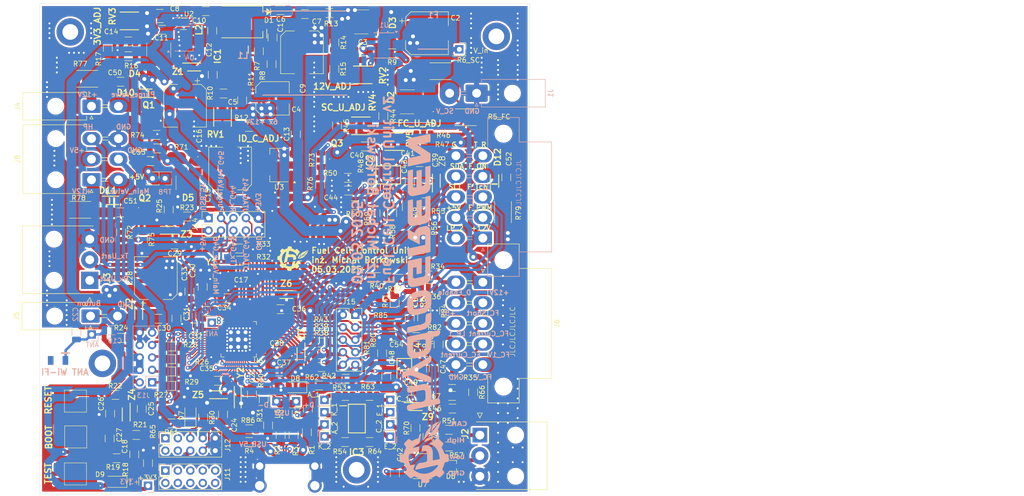
<source format=kicad_pcb>
(kicad_pcb (version 20241229) (generator "pcbnew") (generator_version "9.0")
  (title_block (title "Fuel Cell Control Unit (FCCU) pcb ") (date "2024-01-24") (company "Hydrogreen Pollub"))
  (layers (0 "F.Cu" signal) (2 "B.Cu" signal) (13 "F.Paste" user) (15 "B.Paste" user) (5 "F.SilkS" user "F.Silkscreen") (7 "B.SilkS" user "B.Silkscreen") (1 "F.Mask" user) (3 "B.Mask" user) (25 "Edge.Cuts" user))
  (net 0 "")
  (net 1 "Net-(IC1-OVP)")
  (net 2 "GND")
  (net 3 "+12V")
  (net 5 "Net-(IC2--IN_B)")
  (net 6 "/MCU/USB_D-")
  (net 7 "Net-(IC2-+IN_A)")
  (net 8 "/MCU/USB_D+")
  (net 9 "Net-(P1-VCONN)")
  (net 10 "Net-(P1-CC)")
  (net 11 "+3.3V")
  (net 12 "Net-(IC1-IMON)")
  (net 13 "Net-(D7-K)")
  (net 14 "Net-(IC1-ILIM)")
  (net 15 "/IO/PURGE_VALVE_MCU")
  (net 16 "Net-(IC1-DVDT)")
  (net 17 "Net-(IC1-~{FLT})")
  (net 18 "/IO/CANH")
  (net 19 "/MCU/BOOT")
  (net 20 "/MCU/RESET")
  (net 23 "Net-(U2-SW)")
  (net 24 "Net-(U2-BST)")
  (net 25 "Net-(U2-SS)")
  (net 26 "/IO/CANL")
  (net 27 "/IO/CAN_RX")
  (net 28 "/IO/CAN_TX")
  (net 29 "/Power /FB_12")
  (net 30 "/IO/FC_VOLTAGE_MCU")
  (net 31 "Net-(IC2--IN_A)")
  (net 32 "Net-(IC2-+IN_C)")
  (net 33 "Net-(IC2-+IN_D)")
  (net 34 "Net-(Q3-G)")
  (net 35 "Net-(IC3-C_2)")
  (net 36 "Net-(P1-D+-PadA6)")
  (net 37 "Net-(R18-Pad1)")
  (net 38 "Net-(IC3-C_1)")
  (net 39 "Net-(U1-SW)")
  (net 40 "Net-(U1-EN_UVLO)")
  (net 41 "Net-(IC3-K_1)")
  (net 42 "Net-(IC3-K_2)")
  (net 43 "Net-(P1-D--PadA7)")
  (net 44 "/IO/SCL_FC")
  (net 45 "/IO/LED_CAN_STATUS")
  (net 46 "/IO/SC_VOLTAGE_MCU")
  (net 47 "Net-(R12-Pad1)")
  (net 48 "/IO/FAN_IN_PWM")
  (net 49 "/IO/SDA_FC")
  (net 50 "/MCU/XTAL_N")
  (net 51 "/MCU/XTAL_P")
  (net 52 "/12V_no_id")
  (net 53 "/IO/FAN_ON_MCU")
  (net 54 "Net-(Q2-G)")
  (net 55 "/IO/TEMP_SENSOR")
  (net 56 "/IO/LP_MCU")
  (net 57 "/IO/Temp_MCU")
  (net 58 "/IO/FAN_ON")
  (net 59 "Net-(U1-RON)")
  (net 60 "Net-(IC4-AIN2)")
  (net 61 "/IO/Main_Valve")
  (net 62 "/IO/PURGE_VALVE")
  (net 63 "Net-(IC4-AIN3)")
  (net 64 "Net-(A_1-Pad1)")
  (net 65 "Net-(Q1-G)")
  (net 66 "Net-(U2-FB)")
  (net 68 "Net-(U1-BST)")
  (net 69 "/IO/FC_V")
  (net 70 "+5V")
  (net 71 "Net-(IC4-AIN0)")
  (net 72 "Net-(ANT1-FEED)")
  (net 74 "Net-(IC4-AIN1)")
  (net 75 "/MCU/Tx_G43")
  (net 76 "/MCU/Rx_G44")
  (net 77 "Net-(A_2-Pad1)")
  (net 78 "Net-(C_1-Pad1)")
  (net 79 "Net-(IC3-E_1)")
  (net 80 "Net-(C_2-Pad1)")
  (net 81 "Net-(IC3-E_2)")
  (net 82 "Net-(IC3-A_2)")
  (net 83 "Net-(IC3-A_1)")
  (net 84 "/IO/FC_1V")
  (net 85 "/IO/FAN_TACHO")
  (net 86 "/IO/MAIN_VALVE_MCU")
  (net 87 "/VBUS")
  (net 88 "/MCU/BUTTON_MCU_G36")
  (net 89 "/MCU/XTAL_N_32")
  (net 90 "/MCU/XTAL_P_32")
  (net 91 "/IO/LED_RESTART_STATUS")
  (net 92 "/IO/LP_1")
  (net 93 "/IO/LP_2")
  (net 94 "/IO/FC_C")
  (net 95 "/MCU/FC_SHORT_MCU_G38")
  (net 96 "/MCU/MCU_TEST_G1")
  (net 97 "/MCU/DRIVER_ENABLE_G17")
  (net 98 "/MCU/FC_CURRENT_PWM_G18")
  (net 99 "/MCU/JTAG_G41")
  (net 100 "/MCU/JTAG_G42")
  (net 101 "/MCU/Antena")
  (net 102 "Net-(U6-GPIO36)")
  (net 103 "Net-(U6-GPIO1{slash}ADC1_CH0)")
  (net 104 "Net-(D2-Pad5)")
  (net 105 "Net-(R14-Pad1)")
  (net 106 "Net-(R15-Pad2)")
  (net 107 "Net-(R16-Pad2)")
  (net 108 "Net-(R17-Pad1)")
  (net 110 "Net-(C52-Pad2)")
  (net 111 "Net-(C51-Pad2)")
  (net 112 "/IO/SC_V")
  (net 113 "Net-(D2-Pad3)")
  (net 114 "/IO/RDY_MCU")
  (net 115 "Net-(D2-Pad1)")
  (net 116 "Net-(C6-Pad2)")
  (net 117 "Net-(U6-GPIO34)")
  (net 118 "Net-(U6-GPIO35)")
  (net 119 "Net-(U6-GPIO6{slash}ADC1_CH5)")
  (net 120 "/MCU/I{slash}O_2_MCU_G8")
  (net 121 "Net-(U6-GPIO3{slash}ADC1_CH2)")
  (net 122 "Net-(U6-GPIO5{slash}ADC1_CH4)")
  (net 123 "/MCU/I{slash}O_4_MCU_G13")
  (net 124 "/MCU/I{slash}O_1_MCU_G7")
  (net 125 "Net-(U6-GPIO2{slash}ADC1_CH1)")
  (net 126 "Net-(U6-GPIO4{slash}ADC1_CH3)")
  (net 127 "/MCU/I{slash}O_3_MCU_G11")
  (net 128 "/MCU/I{slash}O_6_MCU")
  (net 129 "Net-(U6-GPIO13{slash}ADC2_CH2)")
  (net 130 "Net-(U6-GPIO14{slash}ADC2_CH3)")
  (net 131 "Net-(U6-U0RXD{slash}PROG{slash}GPIO44)")
  (net 132 "Net-(U6-U0TXD{slash}PROG{slash}GPIO43)")
  (net 133 "Net-(U6-GPIO21)")
  (net 134 "Net-(U6-GPIO18{slash}ADC2_CH7)")
  (net 135 "Net-(U6-GPIO17{slash}ADC2_CH6)")
  (net 136 "/MCU/FAN_PWM")
  (net 137 "Net-(D8-K)")
  (net 138 "Net-(D9-K)")
  (net 139 "/Power /3V3_reg_in")
  (net 140 "Net-(U3-VO)")
  (net 152 "/IO/I{slash}O_5_MCU_G13")
  (net 162 "Net-(C45-Pad1)")
  (net 163 "Net-(C50-Pad2)")
  (net 164 "Net-(R45-Pad2)")
  (net 165 "Net-(R44-Pad1)")
  (net 166 "Net-(R47-Pad2)")
  (net 167 "Net-(R46-Pad1)")
  (net 168 "/IO/HP")
  (footprint "Connector_PinSocket_2.54mm:PinSocket_1x01_P2.54mm_Vertical" (layer "F.Cu") (at 161.99875 101.30125)
    (property "Reference" "C_2")
    (property "Value" "C_2")
  )
  (footprint "Resistor_SMD:R_1206_3216Metric" (layer "F.Cu") (at 131.35 67.9 180)
    (property "Reference" "R32")
    (property "Value" "100R")
  )
  (footprint "lib:9HT732768KDZFT" (layer "F.Cu") (at 130.9 95.75 -90)
    (property "Reference" "Y2")
    (property "Value" "9HT7-32.768KDZF-T" (hide yes))
  )
  (footprint "Package_TO_SOT_SMD:SOT-583-8" (layer "F.Cu") (at 119.8 19.6)
    (property "Reference" "U2")
    (property "Value" "TPS62933")
  )
  (footprint "Capacitor_SMD:C_1206_3216Metric" (layer "F.Cu") (at 109.8 107.4 90)
    (property "Reference" "C18")
    (property "Value" "100n")
  )
  (footprint "Resistor_SMD:R_1206_3216Metric" (layer "F.Cu") (at 168.8 45 180)
    (property "Reference" "R47")
    (property "Value" "3k3")
  )
  (footprint "Resistor_SMD:R_1206_3216Metric" (layer "F.Cu") (at 168.8 42.2)
    (property "Reference" "R46")
    (property "Value" "6k8")
  )
  (footprint "Capacitor_SMD:C_1210_3225Metric_Pad1.33x2.70mm_HandSolder" (layer "F.Cu") (at 115 18 180)
    (property "Reference" "C8")
    (property "Value" "1-10u")
  )
  (footprint "Resistor_SMD:R_1206_3216Metric" (layer "F.Cu") (at 152.83625 95.47625)
    (property "Reference" "R53")
    (property "Value" "1k")
  )
  (footprint "Resistor_SMD:R_1206_3216Metric" (layer "F.Cu") (at 157.2 52.4 90)
    (property "Reference" "R48")
    (property "Value" "k")
  )
  (footprint "Resistor_SMD:R_1206_3216Metric" (layer "F.Cu") (at 142.3 103.5 90)
    (property "Reference" "R3")
    (property "Value" "0")
  )
  (footprint "Connector_Molex:Molex_Mini-Fit_Jr_5569-06A2_2x03_P4.20mm_Horizontal" (layer "F.Cu") (at 101.075 51.4 90)
    (property "Reference" "J8")
    (property "Value" "M_Valve")
  )
  (footprint "MountingHole:MountingHole_3.2mm_M3_DIN965_Pad" (layer "F.Cu") (at 103.3 88.85)
    (property "Reference" "REF**" (hide yes))
    (property "Value" "MountingHole_3.2mm_M3_DIN965_Pad")
  )
  (footprint "Resistor_SMD:R_1206_3216Metric" (layer "F.Cu") (at 117.55 88 180)
    (property "Reference" "R26")
    (property "Value" "1k")
  )
  (footprint "Resistor_SMD:R_1206_3216Metric" (layer "F.Cu") (at 147.875 47.375 90)
    (property "Reference" "R73")
    (property "Value" "180R")
  )
  (footprint "Resistor_SMD:R_1206_3216Metric" (layer "F.Cu") (at 116.825 57.475 -90)
    (property "Reference" "R25")
    (property "Value" "1k")
  )
  (footprint "lib:TC33X2503E" (layer "F.Cu") (at 156.4 30 -90)
    (property "Reference" "RV2")
    (property "Value" "Pot_12V 20k" (hide yes))
  )
  (footprint "Resistor_SMD:R_1206_3216Metric" (layer "F.Cu") (at 157.79875 95.47625)
    (property "Reference" "R63")
    (property "Value" "1k")
  )
  (footprint "Resistor_SMD:R_1206_3216Metric" (layer "F.Cu") (at 109.8 113 -90)
    (property "Reference" "R18")
    (property "Value" "10k")
  )
  (footprint "Resistor_SMD:R_1206_3216Metric" (layer "F.Cu") (at 174 105.8)
    (property "Reference" "R57")
    (property "Value" "60")
  )
  (footprint "Resistor_SMD:R_1206_3216Metric" (layer "F.Cu") (at 169 59.8 -90)
    (property "Reference" "R56")
    (property "Value" "1k")
  )
  (footprint "library:SOD3716X135N" (layer "F.Cu") (at 140.8 74.8)
    (property "Reference" "Z6")
    (property "Value" "MMSZ3V3T1G" (hide yes))
  )
  (footprint "Capacitor_SMD:C_1206_3216Metric" (layer "F.Cu") (at 166 52 90)
    (property "Reference" "C43")
    (property "Value" "4n7")
  )
  (footprint "Capacitor_SMD:C_1206_3216Metric" (layer "F.Cu") (at 106.95 58.05 180)
    (property "Reference" "C51")
    (property "Value" "20n")
  )
  (footprint "Resistor_SMD:R_1206_3216Metric" (layer "F.Cu") (at 160.6 38.4 -90)
    (property "Reference" "R44")
    (property "Value" "6k8")
  )
  (footprint "Capacitor_SMD:C_1206_3216Metric" (layer "F.Cu") (at 118.05 64.6 180)
    (property "Reference" "C29")
    (property "Value" "0")
  )
  (footprint "Capacitor_SMD:C_1206_3216Metric" (layer "F.Cu") (at 139.35 90.5)
    (property "Reference" "C37")
    (property "Value" "100n")
  )
  (footprint "Capacitor_SMD:C_1206_3216Metric" (layer "F.Cu") (at 144.6 17.6 180)
    (property "Reference" "C7")
    (property "Value" "3n3")
  )
  (footprint "Package_DFN_QFN:QFN-56-1EP_7x7mm_P0.4mm_EP5.6x5.6mm" (layer "F.Cu") (at 131.1 83.925)
    (property "Reference" "U6")
    (property "Value" "ESP32-S3FN8")
  )
  (footprint "Resistor_SMD:R_1206_3216Metric" (layer "F.Cu") (at 157.9 90.325 90)
    (property "Reference" "R81")
    (property "Value" "2k")
  )
  (footprint "library:SOD3716X135N" (layer "F.Cu") (at 122 28.4)
    (property "Reference" "Z1")
    (property "Value" "MMSZ3V3T1G" (hide yes))
  )
  (footprint "Capacitor_SMD:CP_Elec_8x10.5" (layer "F.Cu") (at 144 25.4 -90)
    (property "Reference" "C9")
    (property "Value" "22u")
  )
  (footprint "Resistor_SMD:R_1206_3216Metric" (layer "F.Cu") (at 117.4 101.1 180)
    (property "Reference" "R61")
    (property "Value" "1k")
  )
  (footprint "Connector_Molex:Molex_Mini-Fit_Jr_5569-02A2_2x01_P4.20mm_Horizontal" (layer "F.Cu") (at 100.875 79.2 90)
    (property "Reference" "J5")
    (property "Value" "Button")
  )
  (footprint "Capacitor_SMD:C_1206_3216Metric" (layer "F.Cu") (at 133.8 95.15 -90)
    (property "Reference" "C21")
    (property "Value" "20p")
  )
  (footprint "Capacitor_SMD:C_1206_3216Metric" (layer "F.Cu") (at 126.8 92.4 180)
    (property "Reference" "C35")
    (property "Value" "100n")
  )
  (footprint "Resistor_SMD:R_1206_3216Metric" (layer "F.Cu") (at 137.1 101.5 -90)
    (property "Reference" "R31")
    (property "Value" "10k")
  )
  (footprint "Resistor_SMD:R_1206_3216Metric" (layer "F.Cu") (at 178.925 94.75 -90)
    (property "Reference" "R66")
    (property "Value" "10k")
  )
  (footprint "Resistor_SMD:R_1206_3216Metric" (layer "F.Cu") (at 157.79875 104.90125)
    (property "Reference" "R64")
    (property "Value" "1k")
  )
  (footprint "Resistor_SMD:R_1206_3216Metric" (layer "F.Cu") (at 133.2 40.6)
    (property "Reference" "R12")
    (property "Value" "5k6")
  )
  (footprint "Capacitor_SMD:C_1206_3216Metric" (layer "F.Cu") (at 156.8 44.6)
    (property "Reference" "C40")
    (property "Value" "c")
  )
  (footprint "Resistor_SMD:R_1206_3216Metric" (layer "F.Cu") (at 148 87)
    (property "Reference" "R39")
    (property "Value" "0R")
  )
  (footprint "Resistor_SMD:R_1206_3216Metric" (layer "F.Cu") (at 162.2 80.925 180)
    (property "Reference" "R85")
    (property "Value" "15k")
  )
  (footprint "library:39303035" (layer "F.Cu") (at 100.7129 71.91575 -90)
    (property "Reference" "J3")
    (property "Value" "UART" (hide yes))
  )
  (footprint "lib:TC33X2503E" (layer "F.Cu") (at 162.8 43.6 90)
    (property "Reference" "RV5")
    (property "Value" "Pot_12V 2k" (hide yes))
  )
  (footprint "Capacitor_SMD:C_1206_3216Metric" (layer "F.Cu") (at 138 22.4 -90)
    (property "Reference" "C1")
    (property "Value" "1u")
  )
  (footprint "Capacitor_SMD:CP_Elec_6.3x7.7" (layer "F.Cu") (at 138 34.8)
    (property "Reference" "C4")
    (property "Value" "47u")
  )
  (footprint "Resistor_SMD:R_1206_3216Metric" (layer "F.Cu") (at 108.6 26.2)
    (property "Reference" "R16")
    (property "Value" "47k")
  )
  (footprint "library:PMEG10020ELR" (layer "F.Cu") (at 112.12 33.75 180)
    (property "Reference" "D10")
    (property "Value" "PMEG10020" (hide yes))
  )
  (footprint "lib:V10K100DUHM3H" (layer "F.Cu") (at 120.765 50.555 180)
    (property "Reference" "D5")
    (property "Value" "V10K100DUHM3_H" (hide yes))
  )
  (footprint "library:39303035" (layer "F.Cu") (at 180.2871 103.48425 90)
    (property "Reference" "J2")
    (property "Value" "CAN" (hide yes))
  )
  (footprint "LED_SMD:LED_1206_3216Metric" (layer "F.Cu") (at 121.25 99.5 90)
    (property "Reference" "D7")
    (property "Value" "LED")
  )
  (footprint "Capacitor_SMD:C_1206_3216Metric" (layer "F.Cu") (at 127.9 99.25 -90)
    (property "Reference" "C24")
    (property "Value" "20p")
  )
  (footprint "Resistor_SMD:R_1206_3216Metric" (layer "F.Cu") (at 131.8 35.2 90)
    (property "Reference" "R11")
    (property "Value" "100k")
  )
  (footprint "MountingHole:MountingHole_3.2mm_M3_DIN965_Pad" (layer "F.Cu") (at 155.15 110.55)
    (property "Reference" "REF**" (hide yes))
    (property "Value" "MountingHole_3.2mm_M3_DIN965_Pad")
  )
  (footprint "Resistor_SMD:R_1206_3216Metric" (layer "F.Cu") (at 117.6 93.45 180)
    (property "Reference" "R27")
    (property "Value" "1k")
  )
  (footprint "Resistor_SMD:R_1206_3216Metric" (layer "F.Cu") (at 159.25 71.25 180)
    (property "Reference" "R40")
    (property "Value" "10k")
  )
  (footprint "Connector_PinSocket_2.54mm:PinSocket_1x01_P2.54mm_Vertical" (layer "F.Cu") (at 161.99875 96.30125)
    (property "Reference" "C_1")
    (property "Value" "C_1")
  )
  (footprint "Connector_PinSocket_2.54mm:PinSocket_1x01_P2.54mm_Vertical" (layer "F.Cu") (at 148.59875 96.30125)
    (property "Reference" "A_1")
    (property "Value" "A_1")
  )
  (footprint "Resistor_SMD:R_1206_3216Metric" (layer "F.Cu") (at 133.25 104.9 180)
    (property "Reference" "R4")
    (property "Value" "5k1")
  )
  (footprint "Resistor_SMD:R_1206_3216Metric" (layer "F.Cu") (at 104.4 24.5 -90)
    (property "Reference" "R17")
    (property "Value" "15k")
  )
  (footprint "Capacitor_SMD:C_1206_3216Metric" (layer "F.Cu") (at 121.05 74.2 90)
    (property "Reference" "C33")
    (property "Value" "1u")
  )
  (footprint "Resistor_SMD:R_2512_6332Metric" (layer "F.Cu") (at 98.8 57.525 180)
    (property "Reference" "R78")
    (property "Value" "100R 0,5W")
  )
  (footprint "Capacitor_SMD:C_1206_3216Metric" (layer "F.Cu") (at 118.4 79.7 -90)
    (property "Reference" "C31")
    (property "Value" "100n")
  )
  (footprint "Capacitor_SMD:C_1206_3216Metric" (layer "F.Cu") (at 111.325 98.125 -90)
    (property "Reference" "C25")
    (property "Value" "100n")
  )
  (footprint "Resistor_SMD:R_1206_3216Metric" (layer "F.Cu") (at 153.4 51 180)
    (property "Reference" "R50")
    (property "Value" "k")
  )
  (footprint "Resistor_SMD:R_1206_3216Metric" (layer "F.Cu") (at 120.55 58.9)
    (property "Reference" "R23")
    (property "Value" "10k")
  )
  (footprint "Connector_Molex:Molex_Mini-Fit_Jr_5569-02A2_2x01_P4.20mm_Horizontal" (layer "F.Cu") (at 101.075 36.4 90)
    (property "Reference" "J4")
    (property "Value" "P_Valve")
  )
  (footprint "library:SOD3716X135N" (layer "F.Cu") (at 126.5 95.25 180)
    (property "Reference" "Z5")
    (property "Value" "MMSZ3V3T1G" (hide yes))
  )
  (footprint "Resistor_SMD:R_1206_3216Metric" (layer "F.Cu") (at 150.6 28.8 -90)
    (property "Reference" "R15")
    (property "Value" "49k9")
  )
  (footprint "Resistor_SMD:R_1206_3216Metric" (layer "F.Cu") (at 111.55 63.575 -90)
    (property "Reference" "R75")
    (property "Value" "10k")
  )
  (footprint "Resistor_SMD:R_1206_3216Metric" (layer "F.Cu") (at 114.45 45)
    (property "Reference" "R71")
    (property "Value" "180R")
  )
  (footprint "Resistor_SMD:R_1206_3216Metric" (layer "F.Cu") (at 174 102.4)
    (property "Reference" "R51")
    (property "Value" "60")
  )
  (footprint "Capacitor_SMD:CP_Elec_8x10.5" (layer "F.Cu") (at 129.35 49.1 90)
    (property "Reference" "C15")
    (property "Value" "22u")
  )
  (footprint "library:SOP65P640X120-14N" (layer "F.Cu") (at 161.6 50.4 90)
    (property "Reference" "IC2")
    (property "Value" "AD8544ARUZ-REEL" (hide yes))
  )
  (footprint "library:TL3305BF160QG" (layer "F.Cu") (at 97.85 103.85)
    (property "Reference" "BOOT")
    (property "Value" "TL3305BF100QG" (hide yes))
  )
  (footprint "Resistor_SMD:R_1206_3216Metric" (layer "F.Cu") (at 168.5 89.9 -90)
    (property "Reference" "R69")
    (property "Value" "15k")
  )
  (footprint "Resistor_SMD:R_1206_3216Metric" (layer "F.Cu") (at 110.2 103.45 180)
    (property "Reference" "R21")
    (property "Value" "10k")
  )
  (footprint "Resistor_SMD:R_1206_3216Metric" (layer "F.Cu") (at 162.4 25.6 180)
    (property "Reference" "R9")
    (property "Value" "100k")
  )
  (footprint "Capacitor_SMD:CP_Elec_8x10.5" (layer "F.Cu") (at 169.5 21.5)
    (property "Reference" "C2")
    (property "Value" "10u 100V")
  )
  (footprint "Resistor_SMD:R_2512_6332Metric" (layer "F.Cu") (at 100.2 30.8 180)
    (property "Reference" "R77")
    (property "Value" "100R 0,5W")
  )
  (footprint "library:SOD3716X135N" (layer "F.Cu") (at 110.7 78.55 -90)
    (property "Reference" "Z2")
    (property "Value" "MMSZ3V3T1G" (hide yes))
  )
  (footprint "Resistor_SMD:R_1206_3216Metric" (layer "F.Cu") (at 171.875 85 -90)
    (property "Reference" "R68")
    (property "Value" "10k")
  )
  (footprint "library:SOD3716X135N" (layer "F.Cu") (at 167.175 97.65)
    (property "Reference" "Z9")
    (property "Value" "MMSZ3V3T1G" (hide yes))
  )
  (footprint "Resistor_SMD:R_1206_3216Metric" (layer "F.Cu") (at 165.4 57 90)
    (property "Reference" "R49")
    (property "Value" "10k")
  )
  (footprint "Resistor_SMD:R_1206_3216Metric" (layer "F.Cu") (at 174.625 95.475 180)
    (property "Reference" "R67")
    (property "Value" "15k")
  )
  (footprint "MountingHole:MountingHole_3.2mm_M3_DIN965_Pad" (layer "F.Cu") (at 96.75 21.25)
    (property "Reference" "REF**" (hide yes))
    (property "Value" "MountingHole_3.2mm_M3_DIN965_Pad")
  )
  (footprint "Resistor_SMD:R_1206_3216Metric" (layer "F.Cu") (at 167.3 83.5 180)
    (property "Reference" "R82")
    (property "Value" "10k")
  )
  (footprint "lib:TPSMCSeries_LTF" (layer "F.Cu") (at 131.826 19.2)
    (property "Reference" "D1")
    (property "Value" "TPSMC30CA")
  )
  (footprint "Package_SO:SOIC-8_3.9x4.9mm_P1.27mm" (layer "F.Cu") (at 168.6 109.8)
    (property "Reference" "U7")
    (property "Value" "SN65HVD232")
  )
  (footprint "Capacitor_SMD:C_1206_3216Metric" (layer "F.Cu") (at 124.5 78.15 180)
    (property "Reference" "C34")
    (property "Value" "10n")
  )
  (footprint "lib:SOP50P490X110-10N" (layer "F.Cu") (at 164.875 89 90)
    (property "Reference" "IC4")
    (property "Value" "ADS1015IDGSR" (hide yes))
  )
  (footprint "Resistor_SMD:R_1206_3216Metric" (layer "F.Cu") (at 107.125 62.125 -90)
    (property "Reference" "R72")
    (property "Value" "180R")
  )
  (footprint "Capacitor_SMD:C_1206_3216Metric" (layer "F.Cu") (at 124.4 17)
    (property "Reference" "C10")
    (property "Value" "33n")
  )
  (footprint "Capacitor_SMD:C_1206_3216Metric" (layer "F.Cu") (at 123.75 73.25 90)
    (property "Reference" "C20")
    (property "Value" "12p")
  )
  (footprint "Capacitor_SMD:CP_Elec_8x10.5" (layer "F.Cu") (at 114.2 71.45 90)
    (property "Reference" "C28")
    (property "Value" "10u")
  )
  (footprint "Connector_PinSocket_2.54mm:PinSocket_2x05_P2.54mm_Vertical" (layer "F.Cu") (at 124.95 59.21 90)
    (property "Reference" "J14")
    (property "Value" "Top signals")
  )
  (footprint "Resistor_SMD:R_1206_3216Metric" (layer "F.Cu") (at 135.2 25.2 -90)
    (property "Reference" "R7")
    (property "Value" "180k")
  )
  (footprint "library:PMPB15XPAX" (layer "F.Cu") (at 151.2 47.8)
    (property "Reference" "Q3")
    (property "Value" "PMPB10XNX" (hide yes))
  )
  (footprint "Connector_PinSocket_2.54mm:PinSocket_1x01_P2.54mm_Vertical" (layer "F.Cu") (at 176.1 24.8)
    (property "Reference" "V_in")
    (property "Value" "Vin test")
  )
  (footprint "Resistor_SMD:R_1206_3216Metric" (layer "F.Cu") (at 149.6 17.4 180)
    (property "Reference" "R13")
    (property "Value" "143k")
  )
  (footprint "Resistor_SMD:R_1206_3216Metric" (layer "F.Cu") (at 169.775 73.5 180)
    (property "Reference" "R36")
    (property "Value" "1k")
  )
  (footprint "Capacitor_SMD:C_1206_3216Metric" (layer "F.Cu") (at 170.875 89.9 -90)
    (property "Reference" "C47")
    (property "Value" "c")
  )
  (footprint "Capacitor_SMD:C_1206_3216Metric" (layer "F.Cu") (at 138.85 86.6)
    (property "Reference" "C38")
    (property "Value" "1u")
  )
  (footprint "Resistor_SMD:R_1206_3216Metric" (layer "F.Cu") (at 167.15 102.025 90)
    (property "Reference" "R70")
    (property "Value" "2k")
  )
  (footprint "LED_SMD:LED_1206_3216Metric" (layer "F.Cu") (at 142.7 93.7 180)
    (property "Reference" "D8")
    (property "Value" "LED")
  )
  (footprint "Resistor_SMD:R_1206_3216Metric" (layer "F.Cu") (at 131.175 65.425)
    (property "Reference" "R33")
    (property "Value" "100R")
  )
  (footprint "Resistor_SMD:R_1206_3216Metric" (layer "F.Cu") (at 106.2 108.2)
    (property "Reference" "R19")
    (property "Value" "10k")
  )
  (footprint "library:TL3305BF160QG" (layer "F.Cu") (at 97.8 96.55)
    (property "Reference" "RESET")
    (property "Value" "TL3305BF100QG" (hide yes))
  )
  (footprint "Resistor_SMD:R_1206_3216Metric" (layer "F.Cu") (at 154.8 56.6 180)
    (property "Reference" "R60")
    (property "Value" "15k")
  )
  (footprint "library:SOD3716X135N" (layer "F.Cu") (at 143.8 87 -90)
    (property "Reference" "Z7")
    (property "Value" "MMSZ3V3T1G" (hide yes))
  )
  (footprint "Resistor_SMD:R_1206_3216Metric" (layer "F.Cu") (at 112.6 109.2 90)
    (property "Reference" "R65")
    (property "Value" "1k")
  )
  (footprint "Capacitor_SMD:C_1206_3216Metric" (layer "F.Cu") (at 104.775 104.175 -90)
    (property "Reference" "C27")
    (property "Value" "100n")
  )
  (footprint "Capacitor_SMD:C_1206_3216Metric" (layer "F.Cu") (at 113.1 47.6)
    (property "Reference" "C55")
    (property "Value" "1u")
  )
  (footprint "Resistor_SMD:R_1206_3216Metric" (layer "F.Cu") (at 169.2 56 180)
    (property "Reference" "R55")
    (property "Value" "10k")
  )
  (footprint "Capacitor_SMD:C_1206_3216Metric" (layer "F.Cu") (at 122 81.55 180)
    (property "Reference" "C32")
    (property "Value" "100n")
  )
  (footprint "Resistor_SMD:R_1206_3216Metric" (layer "F.Cu") (at 147.725 52.425 -90)
    (property "Reference" "R76")
    (property "Value" "10k")
  )
  (footprint "Resistor_SMD:R_1206_3216Metric" (layer "F.Cu") (at 136.2 96.15 -90)
    (property "Reference" "R20")
    (property "Value" "5M")
  )
  (footprint "library:PMEG10020ELR" (layer "F.Cu") (at 105.355 55.6)
    (property "Reference" "D11")
    (property "Value" "PMEG10020" (hide yes))
  )
  (footprint "Resistor_SMD:R_2512_6332Metric" (layer "F.Cu") (at 172.25 29.25 180)
    (property "Reference" "R6_SC")
    (property "Value" "0R")
  )
  (footprint "library:SOP65P640X120-17N" (layer "F.Cu") (at 130.2 27.8 -90)
    (property "Reference" "IC1")
    (property "Value" "LM76202QPWPRQ1" (hide yes))
  )
  (footprint "Resistor_SMD:R_2512_6332Metric" (layer "F.Cu") (at 177.4 38.65 180)
    (property "Reference" "R5_FC")
    (property "Value" "0R")
  )
  (footprint "Resistor_SMD:R_1206_3216Metric" (layer "F.Cu") (at 148 89.6)
    (property "Reference" "R38")
    (property "Value" "0R")
  )
  (footprint "Resistor_SMD:R_1206_3216Metric" (layer "F.Cu") (at 125.8 30 90)
    (property "Reference" "R10")
    (property "Value" "100k")
  )
  (footprint "library:2169900002" (layer "F.Cu") (at 141 111.5)
    (property "Reference" "P1" (hide yes))
    (property "Value" "USB_C_Plug_USB2.0" (hide yes))
  )
  (footprint "Capacitor_SMD:C_1206_3216Metric" (layer "F.Cu") (at 166.375 94.425)
    (property "Reference" "C49")
    (property "Value" "4N7")
  )
  (footprint "Capacitor_SMD:C_1206_3216Metric" (layer "F.Cu") (at 139.6 77.8)
    (property "Reference" "C36")
    (property "Value" "100n")
  )
  (footprint "Resistor_SMD:R_2512_6332Metric" (layer "F.Cu") (at 185 58 -90)
    (property "Reference" "R79")
    (property "Value" "100R 0,5W")
  )
  (footprint "Capacitor_SMD:C_1206_3216Metric" (layer "F.Cu") (at 145.2 98.1 90)
    (property "Reference" "C23")
    (property "Value" "100n")
  )
  (footprint "Package_TO_SOT_SMD:SOT-323_SC-70" (layer "F.Cu") (at 174.8 109.8)
    (property "Reference" "D6")
    (property "Value" "SP0502BAJT")
  )
  (footprint "Resistor_SMD:R_1206_3216Metric" (layer "F.Cu") (at 169.825 70.925 180)
    (property "Reference" "R34")
    (property "Value" "1k")
  )
  (footprint "Capacitor_SMD:C_1206_3216Metric" (layer "F.Cu") (at 128.8 75.575)
    (property "Reference" "C17")
    (property "Value" "12p")
  )
  (footprint "Resistor_SMD:R_1206_3216Metric" (layer "F.Cu") (at 117.55 85.4 180)
    (property "Reference" "R28")
    (property "Value" "1k")
  )
  (footprint "Resistor_SMD:R_1206_3216Metric" (layer "F.Cu") (at 145 102.9 -90)
    (property "Reference" "R1")
    (property "Value" "5k1")
  )
  (footprint "Resistor_SMD:R_1206_3216Metric" (layer "F.Cu") (at 114.35 42.25)
    (property "Reference" "R74")
    (property "Value" "10k")
  )
  (footprint "library:TL3305BF160QG" (layer "F.Cu") (at 97.8 111.4)
    (property "Reference" "TEST")
    (property "Value" "TL3305BF100QG" (hide yes))
  )
  (footprint "library:SOD3716X135N" (layer "F.Cu") (at 171.4 51.6 90)
    (property "Reference" "Z8")
    (property "Value" "MMSZ3V3T1G" (hide yes))
  )
  (footprint "library:SOIC127P610X323-8N" (layer "F.Cu") (at 155.19875 100.10125)
    (property "Reference" "IC3")
    (property "Value" "ILD206T" (hide yes))
  )
  (footprint "Connector_PinSocket_2.54mm:PinSocket_2x05_P2.54mm_Vertical" (layer "F.Cu") (at 116.03 110.88 90)
    (property "Reference" "J11")
    (property "Value" "NC")
  )
  (footprint "Capacitor_SMD:C_1206_3216Metric" (layer "F.Cu") (at 162.95 111.3 -90)
    (property "Reference" "C42")
    (property "Value" "100n")
  )
  (footprint "Capacitor_SMD:C_1206_3216Metric" (layer "F.Cu") (at 107 31.4 180)
    (property "Reference" "C50")
    (property "Value" "20n")
  )
  (footprint "lib:V10K100DUHM3H" (layer "F.Cu") (at 157.6425 19.2005 90)
    (property "Reference" "D3")
    (property "Value" "V10K100DUHM3_H" (hide yes))
  )
  (footprint "library:PMPB15XPAX" (layer "F.Cu") (at 112.225 57.75)
    (property "Reference" "Q2")
    (property "Value" "PMPB10XNX" (hide yes))
  )
  (footprint "library:KC3225K400000C1GE00" (layer "F.Cu") (at 127.75 72 180)
    (property "Reference" "Y1")
    (property "Value" "Crystal_GND24" (hide yes))
  )
  (footprint "lib:TC33X2503E" (layer "F.Cu") (at 108.8 19 -90)
    (property "Reference" "RV3")
    (property "Value" "Pot_12V 5k" (hide yes))
  )
  (footprint "Capacitor_SMD:C_1206_3216Metric" (layer "F.Cu") (at 128 33.8 180)
    (property "Reference" "C5")
    (property "Value" "2n7")
  )
  (footprint "Capacitor_SMD:C_1206_3216Metric" (layer "F.Cu") (at 185.675 50.925 -90)
    (property "Reference" "C52")
    (property "Value" "20n")
  )
  (footprint "Capacitor_SMD:C_1206_3216Metric" (layer "F.Cu") (at 153.4 53.6)
    (property "Reference" "C44")
    (property "Value" "c")
  )
  (footprint "library:SRN3015TA4R7M" (layer "F.Cu") (at 121.85 24 -90)
    (property "Reference" "L2")
    (property "Value" "4u7" (hide yes))
  )
  (footprint "Resistor_SMD:R_1206_3216Metric" (layer "F.Cu") (at 107.1 83.65)
    (property "Reference" "R24")
    (property "Value" "10k")
  )
  (footprint "Capacitor_SMD:C_1206_3216Metric" (layer "F.Cu") (at 169.6 103.8 -90)
    (property "Reference" "C45")
    (property "Value" "4n7")
  )
  (footprint "Resistor_SMD:R_1206_3216Metric" (layer "F.Cu") (at 133.25 102.3)
    (property "Reference" "R86")
    (property "Value" "15k")
  )
  (footprint "lib:V10K100DUHM3H" (layer "F.Cu") (at 166.9425 35.5005 90)
    (property "Reference" "D2")
    (property "Value" "V10K100DUHM3_H" (hide yes))
  )
  (footprint "Capacitor_SMD:CP_Elec_8x10.5" (layer "F.Cu") (at 120.15 36.3 -90)
    (property "Reference" "C16")
    (property "Value" "100u")
  )
  (footprint "Resistor_SMD:R_1206_3216Metric" (layer "F.Cu") (at 150.6 23.4 90)
    (property "Reference" "R14")
    (property "Value" "453k")
  )
  (footprint "lib:TC33X2503E" (layer "F.Cu") (at 156 40.4 -90)
    (property "Reference" "RV4")
    (property "Value" "Pot_12V 2k" (hide yes))
  )
  (footprint "Connector_PinSocket_2.54mm:PinSocket_1x01_P2.54mm_Vertical" (layer "F.Cu") (at 148.59875 101.30125)
    (property "Reference" "A_2")
    (property "Value" "A_2")
  )
  (footprint "library:PMPB15XPAX" (layer "F.Cu") (at 112.8 38.2)
    (property "Reference" "Q1")
    (property "Value" "PMPB10XNX" (hide yes))
  )
  (footprint "Resistor_SMD:R_1206_3216Metric" (layer "F.Cu") (at 139.65 103.5 90)
    (property "Reference" "R2")
    (property "Value" "0")
  )
  (footprint "Resistor_SMD:R_1206_3216Metric" (layer "F.Cu") (at 152.79875 104.90125)
    (property "Reference" "R54")
    (property "Value" "1k")
  )
  (footprint "Resistor_SMD:R_1206_3216Metric" (layer "F.Cu") (at 148 84.6)
    (property "Reference" "R43")
    (property "Value" "1k")
  )
  (footprint "Connector_PinSocket_2.54mm:PinSocket_2x05_P2.54mm_Vertical" (layer "F.Cu") (at 154.89 79.07)
    (property "Reference" "J15")
    (property "Value" "Fuel cell signals")
  )
  (footprint "library:SOD3716X135N" (layer "F.Cu") (at 116.45 61.7 180)
    (property "Reference" "Z3")
    (property "Value" "MMSZ3V3T1G" (hide yes))
  )
  (footprint "Capacitor_SMD:C_1206_3216Metric" (layer "F.Cu") (at 104.875 99.1 -90)
    (property "Reference" "C26")
    (property "Value" "0")
  )
  (footprint "Package_TO_SOT_SMD:SOT-666" (layer "F.Cu") (at 141.05 99.1 90)
    (property "Reference" "U5")
    (property "Value" "USBLC6-2P6")
  )
  (footprint "Resistor_SMD:R_1206_3216Metric" (layer "F.Cu") (at 152.95 92)
    (property "Reference" "R42")
    (property "Value" "10k")
  )
  (footprint "Resistor_SMD:R_1206_3216Metric" (layer "F.Cu") (at 137.8 27.8 -90)
    (property "Reference" "R8")
    (property "Value" "12k")
  )
  (footprint "Resistor_SMD:R_1206_3216Metric" (layer "F.Cu") (at 151.15 40.325 90)
    (property "Reference" "R45")
    (property "Value" "3k3")
  )
  (footprint "MountingHole:MountingHole_3.2mm_M3_DIN965_Pad" (layer "F.Cu") (at 183.65 22.15)
    (property "Reference" "REF**" (hide yes))
    (property "Value" "MountingHole_3.2mm_M3_DIN965_Pad")
  )
  (footprint "lib:V10K100DUHM3H" (layer "F.Cu") (at 114.7995 26.4)
    (property "Reference" "D4")
    (property "Value" "V10K100DUHM3_H" (hide yes))
  )
  (footprint "Capacitor_SMD:C_1206_3216Metric" (layer "F.Cu") (at 168.4 51.4 90)
    (property "Reference" "C39")
    (property "Value" "100n")
  )
  (footprint "Capacitor_SMD:C_1206_3216Metric" (layer "F.Cu") (at 139.6 16.8)
    (property "Reference" "C6")
    (property "Value" "47p")
  )
  (footprint "Resistor_SMD:R_1206_3216Metric" (layer "F.Cu") (at 163.875 71.6)
    (property "Reference" "R37")
    (property "Value" "200R")
  )
  (footprint "lib:TC33X2503E" (layer "F.Cu") (at 127.8 38.6)
    (property "Reference" "RV1")
    (property "Value" "Pot_12V 20k" (hide yes))
  )
  (footprint "Resistor_SMD:R_1206_3216Metric" (layer "F.Cu") (at 105.95 95.275)
    (property "Reference" "R22")
    (property "Value" "1k")
  )
  (footprint "Capacitor_SMD:C_1206_3216Metric" (layer "F.Cu") (at 108.6 23.2)
    (property "Reference" "C14")
    (property "Value" "47p")
  )
  (footprint "Resistor_SMD:R_1206_3216Metric" (layer "F.Cu") (at 117.55 90.5 180)
    (property "Reference" "R29")
    (property "Value" "1k")
  )
  (footprint "Resistor_SMD:R_1206_3216Metric" (layer "F.Cu") (at 168.525 79.475 90)
    (property "Reference" "R83")
    (property "Value" "15k")
  )
  (footprint "Capacitor_SMD:C_1206_3216Metric" (layer "F.Cu") (at 125.7 21 -90)
    (property "Reference" "C12")
    (property "Value" "100n")
  )
  (footprint "Capacitor_SMD:C_1206_3216Metric" (layer "F.Cu") (at 114.75 79.75 180)
    (property "Reference" "C30")
    (property "Value" "1u")
  )
  (footprint "Resistor_SMD:R_1206_3216Metric" (layer "F.Cu") (at 162.925 76.625 -90)
    (property "Reference" "R41")
    (property "Value" "10k")
  )
  (footprint "Resistor_SMD:R_1206_3216Metric" (layer "F.Cu") (at 123.85 99.9 -90)
    (property "Reference" "R30")
    (property "Value" "1k")
  )
  (footprint "Capacitor_SMD:C_1206_3216Metric" (layer "F.Cu") (at 174.7 98.075 180)
    (property "Reference" "C46")
    (property "Value" "c")
  )
  (footprint "Connector_PinSocket_2.54mm:PinSocket_2x05_P2.54mm_Vertical" (layer "F.Cu") (at 116.28 104.28 90)
    (property "Reference" "J12")
    (property "Value" "Analog")
  )
  (footprint "Package_TO_SOT_SMD:SOT-223-3_TabPin2" (layer "F.Cu") (at 139.35 48.4 180)
    (property "Reference" "U3")
    (property "Value" "LDI1117-05H")
  )
  (footprint "Resistor_SMD:R_1206_3216Metric" (layer "F.Cu") (at 147.5 93.35)
    (property "Reference" "R62")
    (property "Value" "1k")
  )
  (footprint "Resistor_SMD:R_1206_3216Metric" (layer "F.Cu") (at 174.625 92.25 180)
    (property "Reference" "R35")
    (property "Value" "1k")
  )
  (footprint "Capacitor_SMD:C_1206_3216Metric" (layer "F.Cu") (at 156.4 25.2)
    (property "Reference" "C3")
    (property "Value" "2n2 100V")
  )
  (footprint "Capacitor_SMD:C_1206_3216Metric" (layer "F.Cu") (at 142.75 42.1 90)
    (property "Reference" "C13")
    (property "Value" "1u")
  )
  (footprint "Resistor_SMD:R_1206_3216Metric" (layer "F.Cu") (at 159 58.2 90)
    (property "Reference" "R59")
    (property "Value" "10k")
  )
  (footprint "LED_SMD:LED_1206_3216Metric" (layer "F.Cu") (at 106 113 180)
    (property "Reference" "D9")
    (property "Value" "LED")
  )
  (footprint "Resistor_SMD:R_1206_3216Metric" (layer "F.Cu") (at 162.4 58.2 90)
    (property "Reference" "R58")
    (property "Value" "10k")
  )
  (footprint "library:SOD3716X135N" (layer "F.Cu") (at 108.15 99.275 -90)
    (property "Reference" "Z4")
    (property "Value" "MMSZ3V3T1G" (hide yes))
  )
  (footprint "Capacitor_SMD:C_1206_3216Metric" (layer "F.Cu") (at 165.975 79.5 90)
    (property "Reference" "C53")
    (property "Value" "c")
  )
  (footprint "Capacitor_SMD:C_1206_3216Metric" (layer "F.Cu") (at 162.475 83.25 180)
    (property "Reference" "C54")
    (property "Value" "c")
  )
  (footprint "Connector_Molex:Molex_Mini-Fit_Jr_5569-10A1_2x05_P4.20mm_Horizontal" (layer "F.Cu") (at 180.9 72.3 -90)
    (property "Reference" "J6")
    (property "Value" "FC Module")
  )
  (footprint "Capacitor_SMD:C_1206_3216Metric" (layer "F.Cu") (at 115.5 20.8 180)
    (property "Reference" "C11")
    (property "Value" "100n")
  )
  (footprint "Resistor_SMD:R_1206_3216Metric" (layer "F.Cu") (at 160.35 86.775 90)
    (property "Reference" "R80")
    (property "Value" "2k")
  )
  (footprint "Capacitor_SMD:C_1206_3216Metric" (layer "F.Cu") (at 168 47.8 180)
    (property "Reference" "C41")
    (property "Value" "c")
  )
  (footprint "Connector_PinSocket_2.54mm:PinSocket_1x01_P2.54mm_Vertical" (layer "F.Cu") (at 113.525 51.125)
    (property "Reference" "+5V")
    (property "Value" "+5V")
  )
  (footprint "Resistor_SMD:R_1206_3216Metric" (layer "F.Cu") (at 171.175 78.15 -90)
    (property "Reference" "R84")
    (property "Value" "10k")
  )
  (footprint "Capacitor_SMD:C_1206_3216Metric" (layer "F.Cu") (at 161.2 91.45 -90)
    (property "Reference" "C48")
    (property "Value" "100n")
  )
  (footprint "library:PMEG10020ELR" (layer "F.Cu") (at 183.275 51.67 90)
    (property "Reference" "D12")
    (property "Value" "PMEG10020" (hide yes))
  )
  (footprint "Connector_PinSocket_2.54mm:PinSocket_1x01_P2.54mm_Vertical" (layer "B.Cu") (at 142.8 96.6 180)
    (property "Reference" "TP12" (hide yes))
    (property "Value" "USB_D+")
  )
  (footprint "Connector_PinSocket_2.54mm:PinSocket_1x01_P2.54mm_Vertical" (layer "B.Cu") (at 125.6 80.55)
    (property "Reference" "TP3" (hide yes))
    (property "Value" "Ant")
  )
  (footprint "Capacitor_SMD:C_1206_3216Metric" (layer "B.Cu") (at 105.15 82.1 180)
    (property "Reference" "C19")
    (property "Value" "1p2")
  )
  (footprint "Package_SO:Diodes_SO-8EP" (layer "B.Cu") (at 160.75 24 180)
    (property "Reference" "U1")
    (property "Value" "LM5013DDAR")
  )
  (footprint "library:FUSC8664X180N" (layer "B.Cu") (at 170.75 24.75 90)
    (property "Reference" "F1")
    (property "Value" "3A" (hide yes))
  )
  (footprint "Connector_Molex:Molex_Mini-Fit_Jr_5569-02A2_2x01_P4.20mm_Horizontal" (layer "B.Cu") (at 179.625 33.75 90)
    (property "Reference" "J1")
    (property "Value" "Supercapacitors")
  )
  (footprint "Connector_PinSocket_2.54mm:PinSocket_1x01_P2.54mm_Vertical" (layer "B.Cu") (at 138.8 96.6 180)
    (property "Reference" "TP13" (hide yes))
    (property "Value" "USB_D-")
  )
  (footprint "Connector_PinSocket_2.54mm:PinSocket_1x01_P2.54mm_Vertical" (layer "B.Cu") (at 116.075 51.125)
    (property "Reference" "TP8")
    (property "Value" "+5V")
  )
  (footprint "Connector_PinSocket_2.54mm:PinSocket_1x01_P2.54mm_Vertical" (layer "B.Cu") (at 161.99875 98.80125)
    (property "Reference" "E_1")
    (property "Value" "E_1")
  )
  (footprint "library:ANTC3216X140N" (layer "B.Cu") (at 94.25 88.25 180)
    (property "Reference" "ANT Wi-Fi")
    (property "Value" "2450AT18B100E" (hide yes))
  )
  (footprint "Connector_PinSocket_2.54mm:PinSocket_1x01_P2.54mm_Vertical" (layer "B.Cu") (at 161.99875 103.80125)
    (property "Reference" "E_2")
    (property "Value" "E_2")
  )
  (footprint "Connector_PinSocket_2.54mm:PinSocket_2x05_P2.54mm_Vertical" (layer "B.Cu") (at 112.94 92.605)
    (property "Reference" "J13")
    (property "Value" "I/O")
  )
  (footprint "library:IHLP6767DZER470M11" (layer "B.Cu") (at 144.6 25.55 180)
    (property "Reference" "L1")
    (property "Value" "IHLP6767DZER470M11" (hide yes))
  )
  (footprint "Connector_PinSocket_2.54mm:PinSocket_1x01_P2.54mm_Vertical" (layer "B.Cu") (at 148.59875 103.75125 180)
    (property "Reference" "K_2")
    (property "Value" "K_2")
  )
  (footprint "Connector_PinSocket_2.54mm:PinSocket_1x01_P2.54mm_Vertical" (layer "B.Cu") (at 148.59875 98.80125)
    (property "Reference" "K_1")
    (property "Value" "K_1")
  )
  (footprint "Connector_PinSocket_2.54mm:PinSocket_1x01_P2.54mm_Vertical" (layer "B.Cu") (at 101.1 82.95)
    (property "Reference" "ANT")
    (property "Value" "Ant")
  )
  (footprint "Connector_PinSocket_2.54mm:PinSocket_1x01_P2.54mm_Vertical" (layer "B.Cu") (at 112.6 113.8)
    (property "Reference" "+3V3")
    (property "Value" "+3.3V")
  )
  (footprint "Package_TO_SOT_SMD:SOT-223-3_TabPin2" (layer "B.Cu") (at 119.9 21.75)
    (property "Reference" "U4")
    (property "Value" "LDI1117-3.3H")
  )
  (footprint "Capacitor_SMD:C_1206_3216Metric" (layer "B.Cu") (at 98 82.5 90)
    (property "Reference" "C22")
    (property "Value" "1p2")
  )
  (footprint "Connector_Molex:Molex_Mini-Fit_Jr_5569-10A1_2x05_P4.20mm_Horizontal" (layer "B.Cu") (at 180.9 63.3 90)
    (property "Reference" "J7" (hide yes))
    (property "Value" "FC Cooling")
  )
  (gr_poly (pts (xy 144.752265 66.797789) (xy 144.693333 66.862027) (xy 144.630681 66.925645) (xy 144.597921 66.957139) (xy 144.564184 66.988382) (xy 144.529455 67.019339) (xy 144.493718 67.049978) (xy 144.456958 67.080267) (xy 144.419159 67.110173) (xy 144.380306 67.139663) (xy 144.340384 67.168706) (xy 144.299376 67.197268) (xy 144.257268 67.225316) (xy 144.207654 67.25618) (xy 144.158266 67.283905) (xy 144.108855 67.308827) (xy 144.059177 67.331282) (xy 144.008984 67.351603) (xy 143.95803 67.370126) (xy 143.906068 67.387185) (xy 143.852851 67.403116) (xy 143.74167 67.432931) (xy 143.622515 67.462251) (xy 143.493413 67.493753) (xy 143.352392 67.530116) (xy 143.349031 67.53106) (xy 143.345697 67.531909) (xy 143.34239 67.532667) (xy 143.339113 67.533341) (xy 143.335867 67.533934) (xy 143.332654 67.534451) (xy 143.326331 67.535276) (xy 143.320156 67.535852) (xy 143.314143 67.536218) (xy 143.308304 67.536411) (xy 143.30265 67.536466) (xy 143.424012 67.438289) (xy 143.572658 67.315407) (xy 143.964109 66.987191) (xy 143.965475 66.987632) (xy 143.967102 66.988134) (xy 143.970591 66.989176) (xy 143.974692 66.990366) (xy 143.975751 66.990366) (xy 143.976929 66.990353) (xy 143.978086 66.990314) (xy 143.979225 66.990247) (xy 143.980347 66.990151) (xy 143.981458 66.990024) (xy 143.982559 66.989864) (xy 143.983654 66.98967) (xy 143.984746 66.98944) (xy 143.985838 66.989173) (xy 143.986933 66.988867) (xy 143.988034 66.988521) (xy 143.989145 66.988133) (xy 143.990268 66.987702) (xy 143.991406 66.987226) (xy 143.992563 66.986703) (xy 143.993741 66.986133) (xy 144.065246 66.954945) (xy 144.144654 66.922471) (xy 144.247477 66.883474) (xy 144.36945 66.841501) (xy 144.506306 66.800097) (xy 144.578982 66.780718) (xy 144.653778 66.762812) (xy 144.730162 66.746822) (xy 144.8076 66.733191)) (stroke (width -0.000001)) (fill yes) (layer "F.SilkS"))
  (gr_poly (pts (xy 145.309514 65.769579) (xy 145.308522 65.773911) (xy 145.307133 65.779633) (xy 145.148346 65.901436) (xy 144.983581 66.031351) (xy 144.643558 66.307477) (xy 144.301948 66.591937) (xy 143.973633 66.868658) (xy 143.6392 67.150174) (xy 143.666998 67.081815) (xy 143.697077 67.002355) (xy 143.72805 66.913296) (xy 143.758527 66.816138) (xy 143.787118 66.712382) (xy 143.812436 66.603529) (xy 143.823432 66.54766) (xy 143.83309 66.491079) (xy 143.841234 66.433974) (xy 143.847691 66.376533) (xy 143.972076 66.300958) (xy 144.098626 66.230574) (xy 144.225936 66.165337) (xy 144.352599 66.105203) (xy 144.47721 66.050129) (xy 144.598362 66.000072) (xy 144.714649 65.954989) (xy 144.824665 65.914835) (xy 144.927005 65.879568) (xy 145.020261 65.849144) (xy 145.173899 65.802652) (xy 145.310308 65.765875)) (stroke (width -0.000001)) (fill yes) (layer "F.SilkS"))
  (gr_poly (pts (xy 143.741137 66.515794) (xy 143.726185 66.591521) (xy 143.709107 66.665633) (xy 143.690363 66.737606) (xy 143.670417 66.80692) (xy 143.649729 66.87305) (xy 143.628762 66.935476) (xy 143.607979 66.993673) (xy 143.58784 67.047121) (xy 143.568808 67.095296) (xy 143.535913 67.173739) (xy 143.503733 67.244366) (xy 143.503733 67.243308) (xy 143.503174 67.24451) (xy 143.502685 67.245736) (xy 143.502261 67.246984) (xy 143.501898 67.248252) (xy 143.50159 67.249539) (xy 143.501333 67.250842) (xy 143.501123 67.252161) (xy 143.500955 67.253494) (xy 143.500824 67.25484) (xy 143.500726 67.256196) (xy 143.500608 67.258935) (xy 143.500565 67.261698) (xy 143.500558 67.264475) (xy 143.422886 67.328653) (xy 143.349084 67.388961) (xy 143.279846 67.444705) (xy 143.215866 67.495191) (xy 143.208016 67.484562) (xy 143.201136 67.472966) (xy 143.19523 67.460477) (xy 143.190301 67.447169) (xy 143.186351 67.433117) (xy 143.183384 67.418396) (xy 143.181404 67.403079) (xy 143.180412 67.387241) (xy 143.180412 67.370957) (xy 143.181408 67.3543) (xy 143.183402 67.337346) (xy 143.186398 67.320169) (xy 143.190398 67.302843) (xy 143.195406 67.285443) (xy 143.201425 67.268042) (xy 143.208458 67.250716) (xy 143.304783 67.027143) (xy 143.329201 66.973172) (xy 143.354589 66.92002) (xy 143.381362 66.867711) (xy 143.409938 66.81627) (xy 143.440735 66.765722) (xy 143.474168 66.716092) (xy 143.510655 66.667405) (xy 143.550614 66.619685) (xy 143.594461 66.572957) (xy 143.642612 66.527246) (xy 143.695486 66.482577) (xy 143.723824 66.460641) (xy 143.753499 66.438974)) (stroke (width -0.000001)) (fill yes) (layer "F.SilkS"))
  (gr_poly (pts (xy 145.241308 65.982242) (xy 145.211801 66.057478) (xy 145.175819 66.140702) (xy 145.132905 66.230747) (xy 145.0826 66.326448) (xy 145.054531 66.376055) (xy 145.024443 66.426638) (xy 144.992277 66.478053) (xy 144.957977 66.530153) (xy 144.921484 66.582792) (xy 144.882742 66.635825) (xy 144.830823 66.642254) (xy 144.779137 66.649955) (xy 144.727817 66.658809) (xy 144.676995 66.668699) (xy 144.626807 66.679507) (xy 144.577384 66.691114) (xy 144.481369 66.716258) (xy 144.390018 66.743187) (xy 144.304396 66.77096) (xy 144.225571 66.798634) (xy 144.154609 66.825266) (xy 144.430619 66.593028) (xy 144.713276 66.358012) (xy 144.994148 66.129346) (xy 145.131279 66.020247) (xy 145.2648 65.916158)) (stroke (width -0.000001)) (fill yes) (layer "F.SilkS"))
  (gr_poly (pts (xy 141.782884 64.984828) (xy 141.789685 64.98535) (xy 141.796391 64.986313) (xy 141.802994 64.987706) (xy 141.809485 64.989516) (xy 141.815855 64.991733) (xy 141.822098 64.994344) (xy 141.828203 64.997338) (xy 141.834163 65.000703) (xy 141.83997 65.004428) (xy 141.845615 65.008501) (xy 141.85109 65.01291) (xy 141.856386 65.017645) (xy 141.861496 65.022692) (xy 141.86641 65.028041) (xy 141.87562 65.039597) (xy 141.88395 65.052219) (xy 141.891332 65.065815) (xy 141.8977 65.080292) (xy 141.902988 65.095556) (xy 141.907129 65.111515) (xy 141.910055 65.128075) (xy 141.911702 65.145144) (xy 141.912001 65.162628) (xy 141.928934 65.317144) (xy 141.930716 65.328735) (xy 141.93327 65.340064) (xy 141.936575 65.351096) (xy 141.940608 65.361793) (xy 141.945349 65.372118) (xy 141.950774 65.382034) (xy 141.956863 65.391503) (xy 141.963594 65.400488) (xy 141.967193 65.404788) (xy 141.970945 65.408953) (xy 141.974846 65.412978) (xy 141.978895 65.416859) (xy 141.983087 65.420592) (xy 141.987421 65.424171) (xy 141.991893 65.427591) (xy 141.996502 65.430849) (xy 142.001244 65.43394) (xy 142.006116 65.436858) (xy 142.011116 65.4396) (xy 142.016242 65.44216) (xy 142.02149 65.444534) (xy 142.026858 65.446718) (xy 142.032343 65.448706) (xy 142.037942 65.450494) (xy 142.103069 65.471421) (xy 142.167439 65.494481) (xy 142.23099 65.519625) (xy 142.293662 65.546803) (xy 142.35539 65.575965) (xy 142.416114 65.607061) (xy 142.475771 65.640043) (xy 142.5343 65.674861) (xy 142.544388 65.680766) (xy 142.554774 65.685787) (xy 142.565412 65.689934) (xy 142.576253 65.693216) (xy 142.587249 65.695643) (xy 142.598352 65.697222) (xy 142.609514 65.697965) (xy 142.620687 65.69788) (xy 142.631822 65.696976) (xy 142.642872 65.695263) (xy 142.653789 65.69275) (xy 142.664525 65.689446) (xy 142.675031 65.685361) (xy 142.685259 65.680504) (xy 142.695162 65.674884) (xy 142.704692 65.668511) (xy 142.83275 65.578553) (xy 142.839281 65.572662) (xy 142.845965 65.567095) (xy 142.852789 65.561853) (xy 142.85974 65.556937) (xy 142.866802 65.55235) (xy 142.873964 65.548092) (xy 142.88121 65.544164) (xy 142.888528 65.540568) (xy 142.895902 65.537306) (xy 142.903321 65.534378) (xy 142.910769 65.531787) (xy 142.918233 65.529532) (xy 142.9257 65.527617) (xy 142.933155 65.526041) (xy 142.940585 65.524807) (xy 142.947976 65.523916) (xy 142.955314 65.523369) (xy 142.962586 65.523168) (xy 142.969778 65.523313) (xy 142.976876 65.523807) (xy 142.983865 65.52465) (xy 142.990734 65.525844) (xy 142.997467 65.527391) (xy 143.004051 65.529291) (xy 143.010472 65.531546) (xy 143.016717 65.534157) (xy 143.022772 65.537127) (xy 143.028622 65.540455) (xy 143.034255 65.544144) (xy 143.039656 65.548194) (xy 143.044812 65.552608) (xy 143.049708 65.557386) (xy 143.255025 65.775403) (xy 143.50585 66.041044) (xy 143.515604 66.052509) (xy 143.523493 66.064264) (xy 143.529606 66.076283) (xy 143.534032 66.088539) (xy 143.53686 66.101007) (xy 143.538178 66.113661) (xy 143.538076 66.126474) (xy 143.536641 66.13942) (xy 143.533963 66.152473) (xy 143.53013 66.165606) (xy 143.525232 66.178795) (xy 143.519356 66.192012) (xy 143.512592 66.205231) (xy 143.505029 66.218426) (xy 143.487859 66.244641) (xy 143.468555 66.270446) (xy 143.447828 66.295633) (xy 143.426388 66.319992) (xy 143.404945 66.343314) (xy 143.364889 66.386009) (xy 143.347697 66.404964) (xy 143.333342 66.422044) (xy 143.294946 66.472662) (xy 143.258151 66.524372) (xy 143.22267 66.576974) (xy 143.188218 66.630271) (xy 143.121262 66.738155) (xy 143.055001 66.846436) (xy 143.050575 66.854316) (xy 143.045989 66.862046) (xy 143.043615 66.86584) (xy 143.041179 66.869578) (xy 143.03867 66.873255) (xy 143.036083 66.876863) (xy 143.033409 66.880396) (xy 143.030641 66.883849) (xy 143.02777 66.887216) (xy 143.024789 66.890489) (xy 143.02169 66.893663) (xy 143.018465 66.896731) (xy 143.015108 66.899688) (xy 143.011609 66.902527) (xy 143.007965 66.905217) (xy 143.004186 66.90772) (xy 143.000286 66.910025) (xy 142.99628 66.912119) (xy 142.99218 66.913989) (xy 142.988001 66.915624) (xy 142.983757 66.917011) (xy 142.979462 66.918138) (xy 142.97513 66.918992) (xy 142.970774 66.91956) (xy 142.966409 66.919831) (xy 142.962049 66.919792) (xy 142.957708 66.91943) (xy 142.953399 66.918733) (xy 142.949136 66.917689) (xy 142.944934 66.916286) (xy 142.94259 66.915238) (xy 142.940318 66.914084) (xy 142.938117 66.912825) (xy 142.935985 66.911467) (xy 142.933921 66.910014) (xy 142.931923 66.90847) (xy 142.928116 66.905124) (xy 142.924551 66.901461) (xy 142.921214 66.897515) (xy 142.918091 66.893317) (xy 142.915168 66.888901) (xy 142.912431 66.884299) (xy 142.909866 66.879544) (xy 142.907459 66.874667) (xy 142.905197 66.869702) (xy 142.903064 66.864682) (xy 142.901048 66.859638) (xy 142.897309 66.849611) (xy 142.855637 66.721817) (xy 142.844196 66.689683) (xy 142.838091 66.673843) (xy 142.831675 66.658218) (xy 142.824906 66.642853) (xy 142.817741 66.627795) (xy 142.81014 66.61309) (xy 142.802059 66.598786) (xy 142.793495 66.584759) (xy 142.784497 66.570858) (xy 142.775102 66.557084) (xy 142.765348 66.543438) (xy 142.755271 66.529923) (xy 142.744909 66.51654) (xy 142.723477 66.490174) (xy 142.701352 66.464355) (xy 142.678829 66.439093) (xy 142.633784 66.390294) (xy 142.574702 66.331877) (xy 142.512315 66.277619) (xy 142.446865 66.227434) (xy 142.378593 66.18124) (xy 142.307742 66.138953) (xy 142.234552 66.100488) (xy 142.159267 66.065763) (xy 142.082128 66.034694) (xy 142.003376 66.007196) (xy 141.923254 65.983187) (xy 141.842003 65.962582) (xy 141.759865 65.945298) (xy 141.677083 65.931251) (xy 141.593897 65.920357) (xy 141.51055 65.912532) (xy 141.427284 65.907694) (xy 141.424463 65.907704) (xy 141.421579 65.907777) (xy 141.420126 65.907855) (xy 141.418671 65.907973) (xy 141.417219 65.908137) (xy 141.415775 65.908355) (xy 141.414343 65.908636) (xy 141.412928 65.908986) (xy 141.411535 65.909414) (xy 141.410169 65.909926) (xy 141.408833 65.910532) (xy 141.407533 65.911239) (xy 141.406274 65.912054) (xy 141.40566 65.912505) (xy 141.405059 65.912986) (xy 141.40429 65.914002) (xy 141.403569 65.915063) (xy 141.402894 65.916164) (xy 141.402264 65.917302) (xy 141.401678 65.91847) (xy 141.401134 65.919664) (xy 141.40063 65.92088) (xy 141.400164 65.922114) (xy 141.399736 65.923359) (xy 141.399344 65.924613) (xy 141.398985 65.925869) (xy 141.398659 65.927124) (xy 141.398099 65.929611) (xy 141.397651 65.932036) (xy 141.292876 66.497186) (xy 141.290976 66.507238) (xy 141.290129 66.512341) (xy 141.289386 66.517476) (xy 141.288774 66.52263) (xy 141.288318 66.527788) (xy 141.288045 66.532938) (xy 141.287981 66.538064) (xy 141.288153 66.543153) (xy 141.288587 66.54819) (xy 141.289309 66.553163) (xy 141.290346 66.558056) (xy 141.291724 66.562857) (xy 141.293469 66.56755) (xy 141.295608 66.572123) (xy 141.296833 66.57436) (xy 141.298167 66.576561) (xy 141.30012 66.579451) (xy 141.302203 66.582173) (xy 141.304412 66.584732) (xy 141.306741 66.587132) (xy 141.309185 66.589378) (xy 141.311739 66.591476) (xy 141.314396 66.593431) (xy 141.317151 66.595247) (xy 141.322936 66.598484) (xy 141.329049 66.601229) (xy 141.335448 66.603521) (xy 141.342088 66.6054) (xy 141.348927 66.606907) (xy 141.355921 66.608083) (xy 141.363026 66.608967) (xy 141.3702 66.6096) (xy 141.377399 66.610023) (xy 141.384579 66.610274) (xy 141.398709 66.610427) (xy 141.872842 66.605136) (xy 141.93602 66.604487) (xy 141.999247 66.604507) (xy 142.062375 66.605768) (xy 142.125255 66.60884) (xy 142.156555 66.611233) (xy 142.187738 66.614293) (xy 142.218784 66.618091) (xy 142.249675 66.622697) (xy 142.280392 66.628185) (xy 142.310918 66.634624) (xy 142.341232 66.642087) (xy 142.371317 66.650644) (xy 142.400362 66.660194) (xy 142.428552 66.670959) (xy 142.455878 66.682903) (xy 142.482328 66.695987) (xy 142.507893 66.710175) (xy 142.532561 66.72543) (xy 142.556321 66.741715) (xy 142.579164 66.758991) (xy 142.601078 66.777222) (xy 142.622052 66.796372) (xy 142.642077 66.816401) (xy 142.661141 66.837275) (xy 142.696345 66.881402) (xy 142.727578 66.928457) (xy 142.754756 66.97814) (xy 142.777793 67.030156) (xy 142.796604 67.084205) (xy 142.811104 67.139991) (xy 142.821207 67.197215) (xy 142.826828 67.255581) (xy 142.827882 67.314789) (xy 142.824283 67.374544) (xy 142.818042 67.426077) (xy 142.809678 67.472537) (xy 142.798652 67.514231) (xy 142.784431 67.551468) (xy 142.775953 67.568511) (xy 142.766476 67.584556) (xy 142.755931 67.599641) (xy 142.744251 67.613804) (xy 142.73137 67.627084) (xy 142.717221 67.639521) (xy 142.701736 67.651151) (xy 142.684848 67.662014) (xy 142.666491 67.672148) (xy 142.646597 67.681593) (xy 142.60193 67.698566) (xy 142.550312 67.713241) (xy 142.491206 67.725927) (xy 142.424076 67.736933) (xy 142.348385 67.746567) (xy 142.263597 67.755137) (xy 142.169176 67.762953) (xy 142.186903 67.688208) (xy 142.193881 67.657433) (xy 142.196986 67.642871) (xy 142.199867 67.628544) (xy 142.211604 67.562731) (xy 142.220042 67.503578) (xy 142.224907 67.45075) (xy 142.225916 67.426604) (xy 142.225929 67.403913) (xy 142.224912 67.382636) (xy 142.222832 67.362731) (xy 142.219655 67.344156) (xy 142.215345 67.326869) (xy 142.20987 67.310829) (xy 142.203195 67.295994) (xy 142.195286 67.282321) (xy 142.186109 67.269769) (xy 142.175629 67.258296) (xy 142.163813 67.24786) (xy 142.150627 67.23842) (xy 142.136036 67.229933) (xy 142.120007 67.222357) (xy 142.102505 67.215651) (xy 142.083495 67.209773) (xy 142.062945 67.204681) (xy 142.04082 67.200334) (xy 142.017085 67.196688) (xy 141.964652 67.191336) (xy 141.905373 67.188292) (xy 141.838975 67.187219) (xy 141.5056 67.187219) (xy 141.465167 67.186287) (xy 141.420454 67.184523) (xy 141.373236 67.18348) (xy 141.349242 67.183712) (xy 141.325287 67.184705) (xy 141.301592 67.186654) (xy 141.278379 67.189751) (xy 141.25587 67.194191) (xy 141.234287 67.200167) (xy 141.223911 67.203792) (xy 141.21385 67.207873) (xy 141.204132 67.212436) (xy 141.194783 67.217503) (xy 141.185832 67.2231) (xy 141.177306 67.229251) (xy 141.169234 67.23598) (xy 141.161642 67.243311) (xy 141.155349 67.250274) (xy 141.149544 67.257644) (xy 141.144194 67.265379) (xy 141.139268 67.27344) (xy 141.134733 67.281786) (xy 141.130556 67.290377) (xy 141.126704 67.299173) (xy 141.123145 67.308133) (xy 141.119847 67.317218) (xy 141.116777 67.326385) (xy 141.111189 67.344811) (xy 141.101317 67.380894) (xy 141.062026 67.5325) (xy 141.053227 67.57065) (xy 141.045506 67.608898) (xy 141.0392 67.647247) (xy 141.036681 67.666458) (xy 141.034642 67.685694) (xy 141.033102 67.708318) (xy 141.032244 67.730954) (xy 141.031335 67.776313) (xy 141.030663 67.799061) (xy 141.029433 67.821872) (xy 141.028512 67.833304) (xy 141.027335 67.844756) (xy 141.025864 67.85623) (xy 141.024059 67.867727) (xy 141.019783 67.889296) (xy 141.01471 67.910349) (xy 141.008859 67.93089) (xy 141.002251 67.950926) (xy 140.994907 67.970462) (xy 140.986847 67.989501) (xy 140.978092 68.00805) (xy 140.968662 68.026114) (xy 140.958577 68.043696) (xy 140.947859 68.060803) (xy 140.924604 68.093611) (xy 140.899061 68.124577) (xy 140.871394 68.153742) (xy 140.841768 68.181145) (xy 140.810346 68.206828) (xy 140.777293 68.23083) (xy 140.742774 68.253192) (xy 140.706952 68.273954) (xy 140.669993 68.293157) (xy 140.63206 68.31084) (xy 140.593317 68.327044) (xy 140.578784 68.332584) (xy 140.564164 68.337731) (xy 140.534712 68.347053) (xy 140.505062 68.355433) (xy 140.475313 68.363292) (xy 140.445564 68.371052) (xy 140.415914 68.379134) (xy 140.386463 68.38796) (xy 140.371842 68.392784) (xy 140.357309 68.397952) (xy 140.345138 68.401474) (xy 140.336547 68.404035) (xy 140.331995 68.405499) (xy 140.327411 68.40708) (xy 140.322902 68.408772) (xy 140.318572 68.410571) (xy 140.314528 68.412473) (xy 140.310874 68.414472) (xy 140.309227 68.415506) (xy 140.307717 68.416564) (xy 140.306357 68.417643) (xy 140.305161 68.418744) (xy 140.304142 68.419866) (xy 140.303312 68.421009) (xy 140.302686 68.422171) (xy 140.302276 68.423352) (xy 140.555217 67.222143) (xy 140.587497 67.072306) (xy 140.620569 66.922767) (xy 140.687509 66.624185) (xy 140.704145 66.550217) (xy 140.722169 66.47615) (xy 140.741385 66.402282) (xy 140.761592 66.32891) (xy 140.778096 66.276903) (xy 140.786856 66.247743) (xy 140.790853 66.232759) (xy 140.7944 66.217652) (xy 140.797353 66.202534) (xy 140.799564 66.187513) (xy 140.800888 66.172699) (xy 140.80118 66.158204) (xy 140.800294 66.144136) (xy 140.799364 66.137297) (xy 140.798084 66.130607) (xy 140.796437 66.124078) (xy 140.794404 66.117725) (xy 140.791968 66.111561) (xy 140.789109 66.105601) (xy 140.779589 66.091678) (xy 140.767803 66.082283) (xy 140.75391 66.077164) (xy 140.738069 66.076069) (xy 140.720439 66.078745) (xy 140.701179 66.08494) (xy 140.680448 66.0944) (xy 140.658405 66.106875) (xy 140.635208 66.12211) (xy 140.611016 66.139854) (xy 140.560285 66.181857) (xy 140.507484 66.230865) (xy 140.453882 66.284857) (xy 140.400751 66.341813) (xy 140.349363 66.399713) (xy 140.256899 66.510265) (xy 140.186661 66.600354) (xy 140.148817 66.653818) (xy 140.121203 66.700937) (xy 140.095134 66.748988) (xy 140.070643 66.797909) (xy 140.047763 66.847642) (xy 140.026526 66.898125) (xy 140.006965 66.949298) (xy 139.989113 67.0011) (xy 139.973001 67.053471) (xy 139.958664 67.106351) (xy 139.946132 67.159679) (xy 139.935439 67.213394) (xy 139.926617 67.267436) (xy 139.919699 67.321745) (xy 139.914717 67.376261) (xy 139.911704 67.430922) (xy 139.910692 67.485668) (xy 139.911212 67.525947) (xy 139.912769 67.566201) (xy 139.915359 67.606405) (xy 139.918977 67.646535) (xy 139.923618 67.686565) (xy 139.929277 67.726472) (xy 139.93595 67.76623) (xy 139.943633 67.805814) (xy 139.95232 67.8452) (xy 139.962007 67.884362) (xy 139.972689 67.923277) (xy 139.984362 67.961918) (xy 139.997021 68.000262) (xy 140.010661 68.038283) (xy 140.025278 68.075958) (xy 140.040867 68.11326) (xy 140.051649 68.137301) (xy 140.062929 68.161025) (xy 140.074658 68.184465) (xy 140.086789 68.20765) (xy 140.112063 68.253381) (xy 140.138366 68.298468) (xy 140.192523 68.387699) (xy 140.219607 68.432339) (xy 140.246184 68.477326) (xy 140.250674 68.485034) (xy 140.255413 68.492657) (xy 140.260404 68.500159) (xy 140.265647 68.507505) (xy 140.271145 68.514658) (xy 140.276898 68.521584) (xy 140.282909 68.528245) (xy 140.289179 68.534608) (xy 140.295709 68.540636) (xy 140.302501 68.546293) (xy 140.309556 68.551544) (xy 140.316877 68.556354) (xy 140.324465 68.560685) (xy 140.33232 68.564504) (xy 140.340445 68.567774) (xy 140.34461 68.569192) (xy 140.348842 68.570459) (xy 140.354037 68.571714) (xy 140.359297 68.572708) (xy 140.364613 68.573455) (xy 140.369976 68.573965) (xy 140.375376 68.574252) (xy 140.380803 68.574329) (xy 140.386249 68.574207) (xy 140.391705 68.573899) (xy 140.39716 68.573417) (xy 140.402606 68.572774) (xy 140.408034 68.571983) (xy 140.413434 68.571054) (xy 140.418796 68.570002) (xy 140.424112 68.568839) (xy 140.434567 68.566226) (xy 140.455694 68.560176) (xy 140.476632 68.553596) (xy 140.518076 68.539205) (xy 140.600196 68.508018) (xy 140.641417 68.492659) (xy 140.68311 68.478417) (xy 140.704218 68.471939) (xy 140.725547 68.466011) (xy 140.747129 68.46072) (xy 140.769001 68.456159) (xy 140.80419 68.449544) (xy 140.813732 68.447395) (xy 140.818478 68.446177) (xy 140.823174 68.444848) (xy 140.827796 68.443395) (xy 140.832319 68.441805) (xy 140.836717 68.440067) (xy 140.840967 68.438167) (xy 140.84253 68.437519) (xy 140.844042 68.436963) (xy 140.845503 68.436498) (xy 140.846912 68.436123) (xy 140.848268 68.435837) (xy 140.849571 68.43564) (xy 140.85082 68.435529) (xy 140.852014 68.435505) (xy 140.853151 68.435566) (xy 140.854233 68.435712) (xy 140.855256 68.43594) (xy 140.856222 68.436251) (xy 140.857129 68.436644) (xy 140.857976 68.437117) (xy 140.858763 68.437669) (xy 140.859488 68.4383) (xy 140.860152 68.439008) (xy 140.860752 68.439793) (xy 140.861289 68.440654) (xy 140.861762 68.441589) (xy 140.86217 68.442597) (xy 140.862511 68.443679) (xy 140.862786 68.444832) (xy 140.862994 68.446056) (xy 140.863133 68.447349) (xy 140.863204 68.448712) (xy 140.863204 68.450142) (xy 140.863135 68.451639) (xy 140.862993 68.453202) (xy 140.86278 68.45483) (xy 140.862494 68.456521) (xy 140.862134 68.458276) (xy 140.856807 68.484956) (xy 140.851865 68.511771) (xy 140.842687 68.565564) (xy 140.833708 68.619159) (xy 140.829014 68.645727) (xy 140.824034 68.672059) (xy 140.81713 68.704115) (xy 140.809879 68.734435) (xy 140.802231 68.763067) (xy 140.794136 68.790063) (xy 140.789906 68.802963) (xy 140.785545 68.815471) (xy 140.781049 68.827596) (xy 140.776409 68.839342) (xy 140.771621 68.850716) (xy 140.766677 68.861724) (xy 140.761573 68.872372) (xy 140.756301 68.882667) (xy 140.797721 68.90371) (xy 140.839816 68.923564) (xy 140.882565 68.942205) (xy 140.925948 68.959611) (xy 140.969945 68.975758) (xy 141.014536 68.990623) (xy 141.0597 69.004183) (xy 141.105418 69.016414) (xy 141.151669 69.027293) (xy 141.198434 69.036797) (xy 141.245691 69.044903) (xy 141.293421 69.051587) (xy 141.341604 69.056826) (xy 141.390219 69.060597) (xy 141.439247 69.062877) (xy 141.488667 69.063642) (xy 141.517415 69.063324) (xy 141.546113 69.062391) (xy 141.603347 69.058797) (xy 141.660359 69.053094) (xy 141.717135 69.045518) (xy 141.773662 69.036306) (xy 141.82993 69.025691) (xy 141.885924 69.013911) (xy 141.941633 69.001201) (xy 141.943614 69.000798) (xy 141.945569 69.000358) (xy 141.94653 69.000112) (xy 141.947475 68.999843) (xy 141.948402 68.999546) (xy 141.949307 68.999217) (xy 141.950187 68.99885) (xy 141.951039 68.998442) (xy 141.95186 68.997987) (xy 141.952647 68.997481) (xy 141.953027 68.997207) (xy 141.953397 68.996919) (xy 141.953757 68.996615) (xy 141.954106 68.996296) (xy 141.954445 68.995961) (xy 141.954772 68.995609) (xy 141.955088 68.995239) (xy 141.955392 68.994851) (xy 141.955951 68.994022) (xy 141.95644 68.993125) (xy 141.956864 68.99217) (xy 141.957227 68.991164) (xy 141.957535 68.990114) (xy 141.957792 68.989028) (xy 141.958002 68.987915) (xy 141.95817 68.986781) (xy 141.958301 68.985635) (xy 141.958399 68.984485) (xy 141.958517 68.982201) (xy 141.958561 68.979991) (xy 141.958567 68.977917) (xy 141.954813 68.910316) (xy 141.953563 68.876863) (xy 141.953143 68.843509) (xy 141.953864 68.810155) (xy 141.95475 68.793447) (xy 141.956037 68.776702) (xy 141.957764 68.759907) (xy 141.95997 68.74305) (xy 141.962694 68.726119) (xy 141.965975 68.709101) (xy 141.99283 68.581571) (xy 142.018892 68.454042) (xy 142.034132 68.382245) (xy 142.049284 68.318513) (xy 142.064929 68.262328) (xy 142.081648 68.213172) (xy 142.090592 68.191068) (xy 142.100023 68.170527) (xy 142.110012 68.151484) (xy 142.120634 68.133875) (xy 142.131961 68.117635) (xy 142.144065 68.1027) (xy 142.157019 68.089003) (xy 142.170895 68.076482) (xy 142.185767 68.06507) (xy 142.201706 68.054704) (xy 142.218786 68.045318) (xy 142.23708 68.036848) (xy 142.25666 68.029229) (xy 142.277598 68.022396) (xy 142.299967 68.016286) (xy 142.323841 68.010832) (xy 142.37639 68.001636) (xy 142.435828 67.994291) (xy 142.502734 67.98828) (xy 142.577692 67.983084) (xy 142.588628 67.982463) (xy 142.59883 67.982183) (xy 142.60832 67.982239) (xy 142.617119 67.982625) (xy 142.62525 67.983335) (xy 142.632735 67.984363) (xy 142.639596 67.985703) (xy 142.645855 67.98735) (xy 142.651535 67.989298) (xy 142.656656 67.99154) (xy 142.661242 67.994072) (xy 142.665315 67.996887) (xy 142.668895 67.99998) (xy 142.672007 68.003344) (xy 142.674672 68.006975) (xy 142.676911 68.010865) (xy 142.678747 68.015009) (xy 142.680202 68.019402) (xy 142.681298 68.024038) (xy 142.682058 68.02891) (xy 142.682502 68.034014) (xy 142.682655 68.039342) (xy 142.682169 68.050652) (xy 142.680779 68.062792) (xy 142.678659 68.075717) (xy 142.672942 68.103734) (xy 142.657703 68.167922) (xy 142.64053 68.233263) (xy 142.604944 68.366068) (xy 142.588812 68.432861) (xy 142.581661 68.466208) (xy 142.57531 68.499468) (xy 142.569902 68.532597) (xy 142.565579 68.565553) (xy 142.562483 68.598296) (xy 142.560758 68.630784) (xy 142.577506 68.616606) (xy 142.594327 68.601894) (xy 142.6111 68.586712) (xy 142.627698 68.57112) (xy 142.643999 68.555181) (xy 142.659878 68.538957) (xy 142.675212 68.522509) (xy 142.689875 68.5059) (xy 142.705252 68.487148) (xy 142.720418 68.468197) (xy 142.735361 68.449048) (xy 142.750068 68.4297) (xy 142.764527 68.410154) (xy 142.778725 68.390409) (xy 142.792651 68.370466) (xy 142.806292 68.350325) (xy 142.816229 68.334971) (xy 142.825815 68.319474) (xy 142.844011 68.288065) (xy 142.861042 68.256135) (xy 142.877068 68.223721) (xy 142.89225 68.190861) (xy 142.90675 68.157592) (xy 142.92073 68.123951) (xy 142.93435 68.089975) (xy 142.940444 68.076017) (xy 142.947198 68.062896) (xy 142.954584 68.050581) (xy 142.962573 68.03904) (xy 142.971138 68.028243) (xy 142.980249 68.018158) (xy 142.989879 68.008754) (xy 143 68) (xy 143.010582 67.991864) (xy 143.021598 67.984316) (xy 143.033019 67.977324) (xy 143.044818 67.970856) (xy 143.069433 67.959372) (xy 143.095217 67.949613) (xy 143.121943 67.94133) (xy 143.149386 67.934274) (xy 143.177319 67.928194) (xy 143.205515 67.922841) (xy 143.316408 67.903708) (xy 143.403919 67.887817) (xy 143.491827 67.873413) (xy 143.580132 67.860399) (xy 143.668834 67.848675) (xy 143.797686 67.822613) (xy 143.840503 67.815757) (xy 143.861882 67.813156) (xy 143.882849 67.811319) (xy 143.903108 67.810406) (xy 143.922366 67.810577) (xy 143.940329 67.811991) (xy 143.9567 67.814808) (xy 143.957758 67.811638) (xy 143.962679 67.812926) (xy 143.967321 67.814405) (xy 143.971686 67.816067) (xy 143.975775 67.817903) (xy 143.979587 67.819906) (xy 143.983124 67.822068) (xy 143.986387 67.82438) (xy 143.989376 67.826835) (xy 143.992092 67.829425) (xy 143.994536 67.832142) (xy 143.996709 67.834978) (xy 143.998611 67.837925) (xy 144.000244 67.840975) (xy 144.001608 67.84412) (xy 144.002703 67.847352) (xy 144.003531 67.850664) (xy 144.004092 67.854047) (xy 144.004388 67.857493) (xy 144.004418 67.860995) (xy 144.004184 67.864544) (xy 144.003687 67.868133) (xy 144.002926 67.871754) (xy 144.001904 67.875398) (xy 144.000621 67.879057) (xy 143.999077 67.882725) (xy 143.997273 67.886392) (xy 143.995211 67.890051) (xy 143.99289 67.893694) (xy 143.990312 67.897313) (xy 143.987477 67.9009) (xy 143.984387 67.904447) (xy 143.981042 67.907946) (xy 143.971544 67.917098) (xy 143.961712 67.925891) (xy 143.951562 67.934315) (xy 143.941106 67.942359) (xy 143.930358 67.950012) (xy 143.919334 67.957264) (xy 143.908045 67.964104) (xy 143.896507 67.97052) (xy 143.884733 67.976503) (xy 143.872738 67.98204) (xy 143.860535 67.987121) (xy 143.848138 67.991736) (xy 143.835561 67.995874) (xy 143.822819 67.999523) (xy 143.809924 68.002673) (xy 143.796892 68.005313) (xy 143.786141 68.007144) (xy 143.775328 68.008703) (xy 143.753566 68.0112) (xy 143.709844 68.015102) (xy 143.688082 68.017302) (xy 143.666518 68.020196) (xy 143.655842 68.022027) (xy 143.645252 68.024181) (xy 143.634762 68.026707) (xy 143.624383 68.029654) (xy 143.614223 68.033123) (xy 143.604565 68.03716) (xy 143.595393 68.041741) (xy 143.586689 68.046838) (xy 143.578433 68.052426) (xy 143.57061 68.058478) (xy 143.5632 68.064969) (xy 143.556187 68.071872) (xy 143.549552 68.079161) (xy 143.543277 68.08681) (xy 143.531738 68.103083) (xy 143.521426 68.120481) (xy 143.5122 68.138795) (xy 143.503916 68.157817) (xy 143.496433 68.177336) (xy 143.489606 68.197143) (xy 143.483294 68.217029) (xy 143.460342 68.29318) (xy 143.452953 68.315342) (xy 143.445087 68.337376) (xy 143.436762 68.359276) (xy 143.427996 68.381038) (xy 143.409219 68.42413) (xy 143.388904 68.466614) (xy 143.3672 68.508453) (xy 143.344256 68.549611) (xy 143.32022 68.590049) (xy 143.295242 68.62973) (xy 143.289337 68.639817) (xy 143.284316 68.650204) (xy 143.280169 68.660842) (xy 143.276887 68.671683) (xy 143.27446 68.682679) (xy 143.272881 68.693782) (xy 143.272138 68.704944) (xy 143.272223 68.716116) (xy 143.273127 68.727252) (xy 143.27484 68.738302) (xy 143.277353 68.749219) (xy 143.280657 68.759955) (xy 143.284742 68.770461) (xy 143.289599 68.780689) (xy 143.295218 68.790592) (xy 143.301591 68.800122) (xy 143.39155 68.925005) (xy 143.397537 68.931632) (xy 143.403194 68.938406) (xy 143.40852 68.945315) (xy 143.413514 68.952344) (xy 143.418175 68.95948) (xy 143.422501 68.966709) (xy 143.426492 68.974018) (xy 143.430146 68.981394) (xy 143.433462 68.988822) (xy 143.436439 68.99629) (xy 143.439075 69.003783) (xy 143.44137 69.011288) (xy 143.443323 69.018791) (xy 143.444931 69.026279) (xy 143.446195 69.033739) (xy 143.447112 69.041156) (xy 143.447683 69.048518) (xy 143.447905 69.05581) (xy 143.447777 69.06302) (xy 143.447298 69.070132) (xy 143.446468 69.077135) (xy 143.445285 69.084014) (xy 143.443747 69.090756) (xy 143.441854 69.097347) (xy 143.439604 69.103774) (xy 143.436997 69.110023) (xy 143.43403 69.11608) (xy 143.430704 69.121933) (xy 143.427016 69.127567) (xy 143.422966 69.132968) (xy 143.418553 69.138124) (xy 143.413775 69.143021) (xy 143.028541 69.506029) (xy 143.023266 69.510693) (xy 143.017768 69.514962) (xy 143.01206 69.51884) (xy 143.006153 69.522328) (xy 143.000062 69.525429) (xy 142.993797 69.528147) (xy 142.987373 69.530482) (xy 142.980801 69.532438) (xy 142.974094 69.534018) (xy 142.967265 69.535223) (xy 142.960326 69.536056) (xy 142.95329 69.536521) (xy 142.94617 69.536618) (xy 142.938978 69.536352) (xy 142.931726 69.535724) (xy 142.924428 69.534737) (xy 142.917096 69.533393) (xy 142.909742 69.531696) (xy 142.902379 69.529646) (xy 142.89502 69.527248) (xy 142.887677 69.524503) (xy 142.880363 69.521415) (xy 142.873091 69.517984) (xy 142.865872 69.514215) (xy 142.858721 69.51011) (xy 142.851648 69.50567) (xy 142.844668 69.5009) (xy 142.837791 69.4958) (xy 142.831032 69.490374) (xy 142.824403 69.484624) (xy 142.817916 69.478553) (xy 142.811583 69.472163) (xy 142.689875 69.374797) (xy 142.680706 69.368014) (xy 142.671091 69.36196) (xy 142.661084 69.356644) (xy 142.650733 69.352075) (xy 142.640091 69.348263) (xy 142.629209 69.345217) (xy 142.618137 69.342946) (xy 142.606928 69.341459) (xy 142.595632 69.340766) (xy 142.5843 69.340876) (xy 142.572984 69.341799) (xy 142.561734 69.343543) (xy 142.550602 69.346118) (xy 142.539639 69.349533) (xy 142.528896 69.353798) (xy 142.518425 69.358922) (xy 142.458003 69.389814) (xy 142.396601 69.418932) (xy 142.334232 69.44619) (xy 142.270907 69.471501) (xy 142.20664 69.494779) (xy 142.141443 69.515935) (xy 142.075329 69.534884) (xy 142.008308 69.551538) (xy 141.99699 69.55472) (xy 141.986071 69.558686) (xy 141.97558 69.563402) (xy 141.965545 69.568835) (xy 141.955994 69.57495) (xy 141.946954 69.581713) (xy 141.938453 69.58909) (xy 141.930521 69.597046) (xy 141.923183 69.605549) (xy 141.916469 69.614563) (xy 141.910406 69.624054) (xy 141.905021 69.633989) (xy 141.900344 69.644333) (xy 141.896402 69.655052) (xy 141.893222 69.666113) (xy 141.890833 69.67748) (xy 141.863317 69.830938) (xy 141.86285 69.839903) (xy 141.86205 69.848734) (xy 141.860926 69.85742) (xy 141.859486 69.865951) (xy 141.857739 69.874318) (xy 141.855691 69.882509) (xy 141.853353 69.890514) (xy 141.850732 69.898324) (xy 141.847837 69.905927) (xy 141.844676 69.913314) (xy 141.841256 69.920474) (xy 141.837588 69.927397) (xy 141.833678 69.934072) (xy 141.829536 69.940491) (xy 141.825169 69.946641) (xy 141.820586 69.952513) (xy 141.815796 69.958097) (xy 141.810806 69.963383) (xy 141.805625 69.968359) (xy 141.800261 69.973017) (xy 141.794723 69.977344) (xy 141.789019 69.981333) (xy 141.783156 69.984971) (xy 141.777145 69.988249) (xy 141.770993 69.991156) (xy 141.764707 69.993683) (xy 141.758298 69.995819) (xy 141.751772 69.997553) (xy 141.745138 69.998876) (xy 141.738406 69.999776) (xy 141.731582 70.000245) (xy 141.724675 70.000271) (xy 141.192333 69.983337) (xy 141.185532 69.982815) (xy 141.178826 69.981852) (xy 141.172223 69.980459) (xy 141.165732 69.978649) (xy 141.159362 69.976433) (xy 141.15312 69.973822) (xy 141.147014 69.970828) (xy 141.141054 69.967462) (xy 141.135247 69.963737) (xy 141.129602 69.959664) (xy 141.124127 69.955255) (xy 141.118831 69.950521) (xy 141.113721 69.945473) (xy 141.108807 69.940124) (xy 141.099597 69.928569) (xy 141.091267 69.915946) (xy 141.083885 69.90235) (xy 141.077517 69.887873) (xy 141.072229 69.872609) (xy 141.068088 69.85665) (xy 141.065162 69.84009) (xy 141.063516 69.823021) (xy 141.063217 69.805537) (xy 141.046283 69.651021) (xy 141.044501 69.63943) (xy 141.041947 69.628101) (xy 141.038642 69.617069) (xy 141.034609 69.606372) (xy 141.029868 69.596047) (xy 141.024443 69.586131) (xy 141.018354 69.576662) (xy 141.011623 69.567676) (xy 141.008024 69.563377) (xy 141.004272 69.559212) (xy 141.000371 69.555186) (xy 140.996323 69.551305) (xy 140.99213 69.547573) (xy 140.987797 69.543994) (xy 140.983324 69.540573) (xy 140.978715 69.537315) (xy 140.973974 69.534225) (xy 140.969101 69.531307) (xy 140.964101 69.528565) (xy 140.958975 69.526005) (xy 140.953727 69.52363) (xy 140.948359 69.521447) (xy 140.942874 69.519458) (xy 140.937275 69.51767) (xy 140.872149 69.496743) (xy 140.807778 69.473683) (xy 140.744227 69.448539) (xy 140.681556 69.421362) (xy 140.619827 69.3922) (xy 140.559103 69.361103) (xy 140.499446 69.328121) (xy 140.440917 69.293303) (xy 140.43083 69.287398) (xy 140.420443 69.282377) (xy 140.409805 69.27823) (xy 140.398964 69.274948) (xy 140.387968 69.272522) (xy 140.376865 69.270942) (xy 140.365703 69.2702) (xy 140.354531 69.270285) (xy 140.343395 69.271189) (xy 140.332345 69.272902) (xy 140.321428 69.275415) (xy 140.310692 69.278718) (xy 140.300186 69.282803) (xy 140.289958 69.28766) (xy 140.280055 69.29328) (xy 140.270525 69.299653) (xy 140.142467 69.389612) (xy 140.135936 69.395502) (xy 140.129252 69.401069) (xy 140.122428 69.406311) (xy 140.115478 69.411227) (xy 140.108415 69.415814) (xy 140.101253 69.420072) (xy 140.094007 69.424) (xy 140.08669 69.427596) (xy 140.079315 69.430858) (xy 140.071897 69.433786) (xy 140.064448 69.436377) (xy 140.056984 69.438632) (xy 140.049517 69.440547) (xy 140.042062 69.442123) (xy 140.034632 69.443357) (xy 140.027241 69.444248) (xy 140.019903 69.444795) (xy 140.012631 69.444996) (xy 140.005439 69.444851) (xy 139.998342 69.444357) (xy 139.991352 69.443514) (xy 139.984483 69.44232) (xy 139.97775 69.440773) (xy 139.971166 69.438873) (xy 139.964745 69.436618) (xy 139.9585 69.434007) (xy 139.952445 69.431037) (xy 139.946595 69.427709) (xy 139.940962 69.42402) (xy 139.935561 69.41997) (xy 139.930405 69.415556) (xy 139.925509 69.410778) (xy 139.720192 69.192762) (xy 139.469367 68.927119) (xy 139.4648 68.922036) (xy 139.460621 68.916719) (xy 139.456828 68.911179) (xy 139.453418 68.90543) (xy 139.45039 68.899485) (xy 139.447741 68.893356) (xy 139.445469 68.887058) (xy 139.443571 68.880602) (xy 139.442045 68.874003) (xy 139.440889 68.867272) (xy 139.4401 68.860423) (xy 139.439676 68.853468) (xy 139.439615 68.846422) (xy 139.439915 68.839296) (xy 139.440573 68.832103) (xy 139.441586 68.824858) (xy 139.442953 68.817572) (xy 139.444671 68.810259) (xy 139.446738 68.802932) (xy 139.449152 68.795603) (xy 139.451909 68.788286) (xy 139.455009 68.780993) (xy 139.458448 68.773738) (xy 139.462224 68.766534) (xy 139.466335 68.759393) (xy 139.470778 68.752329) (xy 139.475552 68.745354) (xy 139.480654 68.738482) (xy 139.486081 68.731725) (xy 139.491831 68.725097) (xy 139.497902 68.71861) (xy 139.504292 68.712278) (xy 139.601659 68.59057) (xy 139.607526 68.5825) (xy 139.612823 68.57418) (xy 139.617553 68.565634) (xy 139.621718 68.556885) (xy 139.625318 68.547956) (xy 139.628355 68.538871) (xy 139.630831 68.529652) (xy 139.632748 68.520323) (xy 139.634106 68.510907) (xy 139.634908 68.501428) (xy 139.635154 68.491908) (xy 139.634848 68.482372) (xy 139.633989 68.472841) (xy 139.63258 68.46334) (xy 139.630622 68.453892) (xy 139.628117 68.44452) (xy 139.627274 68.441301) (xy 139.626331 68.438021) (xy 139.62529 68.434716) (xy 139.624149 68.431423) (xy 139.622908 68.42818) (xy 139.621569 68.425024) (xy 139.620862 68.42349) (xy 139.62013 68.421991) (xy 139.619374 68.420533) (xy 139.618592 68.41912) (xy 139.587047 68.358956) (xy 139.557523 68.297577) (xy 139.530058 68.235057) (xy 139.504689 68.17147) (xy 139.481453 68.106891) (xy 139.460388 68.041394) (xy 139.44153 67.975054) (xy 139.424917 67.907945) (xy 139.421736 67.896626) (xy 139.41777 67.885707) (xy 139.413053 67.875217) (xy 139.40762 67.865181) (xy 139.401505 67.85563) (xy 139.394742 67.84659) (xy 139.387366 67.83809) (xy 139.379409 67.830157) (xy 139.370907 67.82282) (xy 139.361893 67.816105) (xy 139.352401 67.810042) (xy 139.342467 67.804658) (xy 139.332122 67.799981) (xy 139.321403 67.796038) (xy 139.310343 67.792859) (xy 139.298976 67.79047) (xy 139.145517 67.762953) (xy 139.143545 67.763104) (xy 139.141598 67.763166) (xy 139.139676 67.763151) (xy 139.137778 67.763069) (xy 139.135905 67.762931) (xy 139.134057 67.762749) (xy 139.130436 67.762292) (xy 139.123491 67.761316) (xy 139.121816 67.761123) (xy 139.120167 67.760971) (xy 139.118542 67.760872) (xy 139.116942 67.760837) (xy 139.109264 67.759424) (xy 139.101711 67.757768) (xy 139.094293 67.755877) (xy 139.087017 67.753755) (xy 139.079893 67.751408) (xy 139.072929 67.748842) (xy 139.066132 67.746063) (xy 139.059511 67.743076) (xy 139.053075 67.739888) (xy 139.046832 67.736505) (xy 139.040789 67.732931) (xy 139.034957 67.729173) (xy 139.029342 67.725237) (xy 139.023953 67.721129) (xy 139.018798 67.716854) (xy 139.013887 67.712418) (xy 139.009227 67.707827) (xy 139.004826 67.703087) (xy 139.000693 67.698203) (xy 138.996836 67.693182) (xy 138.993263 67.688029) (xy 138.989984 67.68275) (xy 138.987005 67.677351) (xy 138.984336 67.671837) (xy 138.981985 67.666215) (xy 138.97996 67.660491) (xy 138.97827 67.654669) (xy 138.976922 67.648757) (xy 138.975925 67.642759) (xy 138.975288 67.636681) (xy 138.975019 67.63053) (xy 138.975126 67.624312) (xy 138.989942 67.093028) (xy 138.990166 67.089691) (xy 138.990442 67.086428) (xy 138.990775 67.083236) (xy 138.991166 67.080113) (xy 138.991619 67.077059) (xy 138.992137 67.074071) (xy 138.992724 67.071148) (xy 138.993382 67.068289) (xy 138.994114 67.065492) (xy 138.994924 67.062756) (xy 138.995814 67.060078) (xy 138.996788 67.057458) (xy 138.997849 67.054894) (xy 138.999 67.052384) (xy 139.000244 67.049926) (xy 139.001584 67.04752) (xy 139.006985 67.038) (xy 139.013238 67.028908) (xy 139.020304 67.020275) (xy 139.028142 67.012132) (xy 139.036711 67.004509) (xy 139.045972 66.997439) (xy 139.055884 66.990952) (xy 139.066407 66.985078) (xy 139.0775 66.979849) (xy 139.089124 66.975297) (xy 139.101237 66.971451) (xy 139.1138 66.968343) (xy 139.126773 66.966004) (xy 139.140114 66.964465) (xy 139.153784 66.963758) (xy 139.167742 66.963912) (xy 139.322259 66.946978) (xy 139.333849 66.945196) (xy 139.345178 66.942641) (xy 139.35621 66.939337) (xy 139.366907 66.935303) (xy 139.377232 66.930563) (xy 139.387148 66.925138) (xy 139.396617 66.919048) (xy 139.405603 66.912318) (xy 139.409902 66.908718) (xy 139.414067 66.904967) (xy 139.418093 66.901065) (xy 139.421974 66.897017) (xy 139.425706 66.892825) (xy 139.429285 66.888491) (xy 139.432706 66.884019) (xy 139.435964 66.87941) (xy 139.439054 66.874668) (xy 139.441972 66.869796) (xy 139.444714 66.864795) (xy 139.447274 66.85967) (xy 139.449649 66.854422) (xy 139.451832 66.849054) (xy 139.453821 66.843569) (xy 139.455609 66.83797) (xy 139.464098 66.809498) (xy 139.472922 66.78125) (xy 139.482119 66.753249) (xy 139.491724 66.725522) (xy 139.501776 66.698092) (xy 139.512312 66.670985) (xy 139.523369 66.644224) (xy 139.534984 66.617836) (xy 139.550807 66.581479) (xy 139.567313 66.545456) (xy 139.584488 66.509806) (xy 139.60232 66.474565) (xy 139.620798 66.43977) (xy 139.639908 66.405459) (xy 139.659638 66.371668) (xy 139.679975 66.338436) (xy 139.68588 66.328349) (xy 139.690902 66.317962) (xy 139.695049 66.307324) (xy 139.698331 66.296483) (xy 139.700757 66.285487) (xy 139.702337 66.274385) (xy 139.70308 66.263223) (xy 139.702994 66.25205) (xy 139.702091 66.240915) (xy 139.700377 66.229864) (xy 139.697864 66.218947) (xy 139.694561 66.208212) (xy 139.690476 66.197706) (xy 139.685619 66.187477) (xy 139.679999 66.177574) (xy 139.673625 66.168045) (xy 139.583667 66.043161) (xy 139.57768 66.036535) (xy 139.572023 66.02976) (xy 139.566697 66.022852) (xy 139.561703 66.015823) (xy 139.557042 66.008686) (xy 139.552716 66.001457) (xy 139.548725 65.994148) (xy 139.545071 65.986772) (xy 139.541755 65.979344) (xy 139.538779 65.971876) (xy 139.536142 65.964383) (xy 139.533847 65.956878) (xy 139.531895 65.949375) (xy 139.530286 65.941886) (xy 139.529022 65.934427) (xy 139.528105 65.927009) (xy 139.527534 65.919648) (xy 139.527313 65.912355) (xy 139.52744 65.905146) (xy 139.527919 65.898033) (xy 139.528749 65.89103) (xy 139.529933 65.884151) (xy 139.53147 65.877409) (xy 139.533363 65.870818) (xy 139.535613 65.864392) (xy 139.53822 65.858143) (xy 139.541187 65.852085) (xy 139.544513 65.846233) (xy 139.548201 65.840599) (xy 139.552251 65.835197) (xy 139.556664 65.830041) (xy 139.561442 65.825145) (xy 139.946675 65.462136) (xy 139.95195 65.457472) (xy 139.957449 65.453203) (xy 139.963157 65.449326) (xy 139.969064 65.445837) (xy 139.975155 65.442736) (xy 139.98142 65.440019) (xy 139.987844 65.437683) (xy 139.994416 65.435727) (xy 140.001123 65.434148) (xy 140.007952 65.432943) (xy 140.014891 65.432109) (xy 140.021927 65.431645) (xy 140.029047 65.431547) (xy 140.036239 65.431814) (xy 140.043491 65.432442) (xy 140.050789 65.433429) (xy 140.058121 65.434772) (xy 140.065475 65.43647) (xy 140.072838 65.438519) (xy 140.080197 65.440918) (xy 140.08754 65.443663) (xy 140.094854 65.446751) (xy 140.102126 65.450181) (xy 140.109345 65.453951) (xy 140.116496 65.458056) (xy 140.123569 65.462496) (xy 140.130549 65.467266) (xy 140.137425 65.472366) (xy 140.144185 65.477792) (xy 140.150814 65.483542) (xy 140.157301 65.489613) (xy 140.163634 65.496003) (xy 140.285342 65.593369) (xy 140.294511 65.600152) (xy 140.304126 65.606206) (xy 140.314134 65.611522) (xy 140.324484 65.61609) (xy 140.335126 65.619903) (xy 140.346008 65.622949) (xy 140.35708 65.62522) (xy 140.368289 65.626707) (xy 140.379585 65.6274) (xy 140.390917 65.62729) (xy 140.402234 65.626367) (xy 140.413483 65.624623) (xy 140.424615 65.622048) (xy 140.435578 65.618633) (xy 140.446321 65.614368) (xy 140.456792 65.609245) (xy 140.517214 65.578352) (xy 140.578616 65.549234) (xy 140.640986 65.521975) (xy 140.70431 65.496664) (xy 140.768577 65.473387) (xy 140.833774 65.452231) (xy 140.899889 65.433282) (xy 140.966909 65.416628) (xy 140.978228 65.413446) (xy 140.989146 65.40948) (xy 140.999637 65.404764) (xy 141.009672 65.399331) (xy 141.019224 65.393216) (xy 141.028263 65.386453) (xy 141.036764 65.379076) (xy 141.044696 65.37112) (xy 141.052034 65.362617) (xy 141.058748 65.353603) (xy 141.064811 65.344112) (xy 141.070196 65.334177) (xy 141.074873 65.323833) (xy 141.078815 65.313114) (xy 141.081995 65.302053) (xy 141.084384 65.290686) (xy 141.1119 65.137228) (xy 141.112367 65.128263) (xy 141.113167 65.119432) (xy 141.114291 65.110745) (xy 141.115731 65.102214) (xy 141.117478 65.093848) (xy 141.119525 65.085657) (xy 141.121864 65.077651) (xy 141.124485 65.069842) (xy 141.12738 65.062239) (xy 141.130541 65.054852) (xy 141.133961 65.047692) (xy 141.137629 65.040769) (xy 141.141539 65.034093) (xy 141.145681 65.027675) (xy 141.150048 65.021524) (xy 141.154631 65.015652) (xy 141.159421 65.010068) (xy 141.164411 65.004783) (xy 141.169592 64.999806) (xy 141.174956 64.995149) (xy 141.180494 64.990821) (xy 141.186198 64.986833) (xy 141.19206 64.983195) (xy 141.198072 64.979917) (xy 141.204224 64.977009) (xy 141.21051 64.974483) (xy 141.216919 64.972347) (xy 141.223445 64.970613) (xy 141.230078 64.96929) (xy 141.236811 64.96839) (xy 141.243635 64.967921) (xy 141.250542 64.967895)) (stroke (width -0.000001)) (fill yes) (layer "F.SilkS"))
  (gr_poly (pts (xy 170.219319 42.11365) (xy 170.218935 42.108484) (xy 170.218302 42.103451) (xy 170.217427 42.098557) (xy 170.216314 42.093804) (xy 170.214969 42.089199) (xy 170.2134 42.084746) (xy 170.21161 42.08045) (xy 170.209606 42.076314) (xy 170.207395 42.072345) (xy 170.204981 42.068546) (xy 170.20237 42.064922) (xy 170.199569 42.061478) (xy 170.196583 42.058218) (xy 170.193418 42.055148) (xy 170.19008 42.052271) (xy 170.186574 42.049593) (xy 170.182906 42.047118) (xy 170.179083 42.04485) (xy 170.17511 42.042795) (xy 170.170993 42.040958) (xy 170.166737 42.039341) (xy 170.162349 42.037951) (xy 170.157834 42.036792) (xy 170.153198 42.035869) (xy 170.148447 42.035186) (xy 170.143586 42.034748) (xy 170.138622 42.03456) (xy 170.133561 42.034626) (xy 170.128407 42.03495) (xy 170.123168 42.035539) (xy 170.117848 42.036395) (xy 167.901698 42.510528) (xy 165.685548 42.982544) (xy 165.680415 42.983857) (xy 165.675338 42.985412) (xy 165.670325 42.987199) (xy 165.665382 42.989213) (xy 165.660517 42.991445) (xy 165.655736 42.993888) (xy 165.651047 42.996535) (xy 165.646456 42.999379) (xy 165.641971 43.002412) (xy 165.637598 43.005626) (xy 165.633344 43.009015) (xy 165.629217 43.012572) (xy 165.625223 43.016287) (xy 165.621369 43.020155) (xy 165.617663 43.024168) (xy 165.61411 43.028319) (xy 165.61072 43.032599) (xy 165.607497 43.037003) (xy 165.604449 43.041522) (xy 165.601584 43.046149) (xy 165.598908 43.050877) (xy 165.596428 43.055699) (xy 165.594151 43.060606) (xy 165.592084 43.065592) (xy 165.590234 43.070649) (xy 165.588608 43.07577) (xy 165.587213 43.080948) (xy 165.586056 43.086175) (xy 165.585144 43.091444) (xy 165.584484 43.096747) (xy 165.584083 43.102078) (xy 165.583948 43.107428) (xy 165.583948 44.639892) (xy 165.584096 44.645817) (xy 165.584539 44.651671) (xy 165.585273 44.657431) (xy 165.586296 44.663077) (xy 165.587604 44.668586) (xy 165.589194 44.673937) (xy 165.591063 44.679108) (xy 165.593208 44.684078) (xy 165.595626 44.688825) (xy 165.598313 44.693326) (xy 165.601267 44.697561) (xy 165.604485 44.701508) (xy 165.607964 44.705144) (xy 165.6117 44.708449) (xy 165.61569 44.711401) (xy 165.619931 44.713977) (xy 166.290914 45.14736) (xy 166.961896 45.577576) (xy 167.633673 46.006463) (xy 168.303863 46.436938) (xy 166.993646 46.716339) (xy 165.683429 46.995746) (xy 165.678296 46.997059) (xy 165.673219 46.998612) (xy 165.668205 47.0004) (xy 165.663263 47.002413) (xy 165.658397 47.004644) (xy 165.653617 47.007087) (xy 165.648927 47.009734) (xy 165.644337 47.012577) (xy 165.639851 47.01561) (xy 165.635478 47.018824) (xy 165.631224 47.022213) (xy 165.627097 47.025769) (xy 165.623103 47.029484) (xy 165.61925 47.033352) (xy 165.615543 47.037365) (xy 165.611991 47.041515) (xy 165.6086 47.045796) (xy 165.605377 47.050199) (xy 165.60233 47.054718) (xy 165.599465 47.059345) (xy 165.596788 47.064073) (xy 165.594308 47.068895) (xy 165.592031 47.073802) (xy 165.589964 47.078788) (xy 165.588114 47.083845) (xy 165.586489 47.088966) (xy 165.585094 47.094144) (xy 165.583937 47.099371) (xy 165.583025 47.10464) (xy 165.582365 47.109943) (xy 165.581964 47.115274) (xy 165.581828 47.120624) (xy 165.581828 48.600171) (xy 165.581958 48.605472) (xy 165.582342 48.610655) (xy 165.582974 48.615715) (xy 165.58385 48.620647) (xy 165.584963 48.625443) (xy 165.586307 48.630099) (xy 165.587877 48.634608) (xy 165.589667 48.638965) (xy 165.59167 48.643164) (xy 165.593882 48.647199) (xy 165.596296 48.651065) (xy 165.598907 48.654755) (xy 165.601708 48.658263) (xy 165.604694 48.661584) (xy 165.607859 48.664713) (xy 165.611197 48.667642) (xy 165.614703 48.670367) (xy 165.618371 48.672881) (xy 165.622194 48.675179) (xy 165.626167 48.677255) (xy 165.630285 48.679104) (xy 165.63454 48.680718) (xy 165.638929 48.682093) (xy 165.643444 48.683222) (xy 165.64808 48.684101) (xy 165.652831 48.684722) (xy 165.657691 48.68508) (xy 165.662655 48.68517) (xy 165.667717 48.684986) (xy 165.67287 48.684521) (xy 165.678109 48.68377) (xy 165.683429 48.682727) (xy 167.899579 48.210705) (xy 170.11573 47.73869) (xy 170.120863 47.737749) (xy 170.12594 47.736518) (xy 170.130953 47.735008) (xy 170.135896 47.733227) (xy 170.140761 47.731184) (xy 170.145542 47.728889) (xy 170.150231 47.726349) (xy 170.154822 47.723573) (xy 170.159307 47.720572) (xy 170.16368 47.717353) (xy 170.167934 47.713925) (xy 170.172061 47.710298) (xy 170.176055 47.70648) (xy 170.179909 47.702481) (xy 170.183615 47.698309) (xy 170.187167 47.693973) (xy 170.190558 47.689482) (xy 170.193781 47.684844) (xy 170.196828 47.68007) (xy 170.199693 47.675167) (xy 170.20237 47.670145) (xy 170.20485 47.665013) (xy 170.207127 47.659779) (xy 170.209194 47.654452) (xy 170.211043 47.649042) (xy 170.212669 47.643557) (xy 170.214064 47.638006) (xy 170.215221 47.632399) (xy 170.216133 47.626743) (xy 170.216793 47.621048) (xy 170.217194 47.615323) (xy 170.217329 47.609576) (xy 170.217329 46.077112) (xy 170.217181 46.071187) (xy 170.216734 46.065333) (xy 170.21599 46.059573) (xy 170.214948 46.053927) (xy 170.213609 46.048417) (xy 170.211972 46.043065) (xy 170.210037 46.037894) (xy 170.207805 46.032924) (xy 170.205275 46.028177) (xy 170.202447 46.023675) (xy 170.199321 46.01944) (xy 170.195898 46.015494) (xy 170.192178 46.011858) (xy 170.188159 46.008553) (xy 170.183843 46.005603) (xy 170.17923 46.003027) (xy 168.837263 45.143658) (xy 168.16628 44.714242) (xy 167.495296 44.28006) (xy 168.805512 44.000659) (xy 168.807632 44.000665) (xy 170.117848 43.721265) (xy 170.122982 43.720324) (xy 170.128058 43.719095) (xy 170.133072 43.717588) (xy 170.138014 43.715812) (xy 170.14288 43.713777) (xy 170.14766 43.711494) (xy 170.15235 43.70897) (xy 170.15694 43.706217) (xy 170.161426 43.703244) (xy 170.165799 43.70006) (xy 170.170052 43.696676) (xy 170.17418 43.6931) (xy 170.178174 43.689343) (xy 170.182027 43.685414) (xy 170.185734 43.681324) (xy 170.189286 43.67708) (xy 170.192677 43.672695) (xy 170.195899 43.668176) (xy 170.198947 43.663534) (xy 170.201812 43.658779) (xy 170.204488 43.653919) (xy 170.206968 43.648966) (xy 170.209245 43.643928) (xy 170.211312 43.638815) (xy 170.213162 43.633637) (xy 170.214788 43.628403) (xy 170.216183 43.623124) (xy 170.21734 43.617809) (xy 170.218252 43.612467) (xy 170.218912 43.607109) (xy 170.219313 43.601743) (xy 170.219448 43.596381) (xy 170.219448 42.118945)) (stroke (width -0.000001)) (fill yes) (layer "B.SilkS"))
  (gr_poly (pts (xy 168.367366 82.813983) (xy 167.999065 84.09245) (xy 168.187383 84.046511) (xy 168.381033 84.008845) (xy 168.490555 83.9921) (xy 168.603903 83.978943) (xy 168.717598 83.971019) (xy 168.828162 83.969976) (xy 168.881183 83.972549) (xy 168.932116 83.977459) (xy 168.980526 83.984913) (xy 169.02598 83.995115) (xy 169.068041 84.008273) (xy 169.106275 84.024591) (xy 169.140248 84.044276) (xy 169.169524 84.067533) (xy 169.193669 84.094568) (xy 169.212247 84.125587) (xy 169.224824 84.160796) (xy 169.230966 84.2004) (xy 169.230966 84.200403) (xy 169.23388 84.222471) (xy 169.238954 84.232043) (xy 169.24604 84.229892) (xy 169.254989 84.21679) (xy 169.277888 84.160833) (xy 169.306471 84.07036) (xy 169.375961 83.810621) (xy 169.454009 83.487084) (xy 169.597976 82.846659) (xy 169.662766 82.545166)) (stroke (width -0.000001)) (fill yes) (layer "B.SilkS"))
  (gr_poly (pts (xy 170.219991 61.813651) (xy 170.215319 61.750724) (xy 170.207627 61.689319) (xy 170.196992 61.629502) (xy 170.183493 61.571339) (xy 170.167206 61.514896) (xy 170.148209 61.46024) (xy 170.12658 61.407437) (xy 170.102396 61.356554) (xy 170.075734 61.307656) (xy 170.046673 61.260809) (xy 170.015289 61.216081) (xy 169.981661 61.173537) (xy 169.945865 61.133244) (xy 169.90798 61.095268) (xy 169.868082 61.059675) (xy 169.826249 61.026531) (xy 169.782559 60.995903) (xy 169.73709 60.967858) (xy 169.689918 60.94246) (xy 169.641122 60.919777) (xy 169.590778 60.899875) (xy 169.538964 60.88282) (xy 169.485759 60.868679) (xy 169.431239 60.857517) (xy 169.375481 60.849402) (xy 169.318564 60.844398) (xy 169.260565 60.842573) (xy 169.201562 60.843993) (xy 169.141631 60.848724) (xy 169.080851 60.856832) (xy 169.019299 60.868384) (xy 168.804986 60.915279) (xy 168.590674 60.960985) (xy 168.162049 61.050415) (xy 168.111251 61.062418) (xy 168.060888 61.076564) (xy 168.011009 61.092801) (xy 167.961665 61.111078) (xy 167.864779 61.153542) (xy 167.770631 61.203541) (xy 167.679622 61.260658) (xy 167.592149 61.32448) (xy 167.508615 61.394589) (xy 167.429418 61.470571) (xy 167.354959 61.55201) (xy 167.285638 61.638491) (xy 167.221854 61.729597) (xy 167.164008 61.824914) (xy 167.1125 61.924026) (xy 167.067729 62.026518) (xy 167.030096 62.131974) (xy 167 62.239978) (xy 165.749051 61.583813) (xy 165.743025 61.581282) (xy 165.736863 61.57924) (xy 165.730577 61.577682) (xy 165.72418 61.576602) (xy 165.717683 61.575993) (xy 165.711099 61.575849) (xy 165.704441 61.576164) (xy 165.697721 61.576932) (xy 165.690951 61.578146) (xy 165.684145 61.579801) (xy 165.677313 61.58189) (xy 165.670469 61.584407) (xy 165.663625 61.587346) (xy 165.656794 61.590701) (xy 165.649987 61.594465) (xy 165.643218 61.598633) (xy 165.637018 61.603914) (xy 165.631129 61.60943) (xy 165.625562 61.61517) (xy 165.62033 61.621121) (xy 165.615446 61.62727) (xy 165.610921 61.633605) (xy 165.606768 61.640114) (xy 165.603 61.646784) (xy 165.599629 61.653603) (xy 165.596667 61.660558) (xy 165.594126 61.667638) (xy 165.59202 61.674829) (xy 165.59036 61.682119) (xy 165.589159 61.689496) (xy 165.58843 61.696948) (xy 165.588184 61.704462) (xy 165.588184 63.27503) (xy 165.588357 63.282095) (xy 165.588874 63.288987) (xy 165.589732 63.29568) (xy 165.590929 63.302149) (xy 165.59246 63.308371) (xy 165.594323 63.31432) (xy 165.596514 63.319971) (xy 165.599031 63.325301) (xy 165.601871 63.330282) (xy 165.60503 63.334892) (xy 165.608505 63.339105) (xy 165.612293 63.342897) (xy 165.616392 63.346242) (xy 165.618556 63.347739) (xy 165.620797 63.349116) (xy 165.623114 63.350368) (xy 165.625506 63.351494) (xy 165.627974 63.352489) (xy 165.630516 63.353351) (xy 166.189316 63.651799) (xy 166.748116 63.943903) (xy 167.307181 64.236796) (xy 167.867833 64.528101) (xy 167.870828 64.529812) (xy 167.873858 64.531376) (xy 167.876922 64.532793) (xy 167.880016 64.534066) (xy 167.883141 64.535193) (xy 167.886293 64.536178) (xy 167.88947 64.537021) (xy 167.892671 64.537724) (xy 167.895894 64.538286) (xy 167.899136 64.538711) (xy 167.905673 64.539149) (xy 167.912265 64.539048) (xy 167.918898 64.538417) (xy 167.925555 64.537265) (xy 167.932222 64.535601) (xy 167.938882 64.533435) (xy 167.945521 64.530777) (xy 167.952123 64.527634) (xy 167.958672 64.524018) (xy 167.965152 64.519936) (xy 167.971549 64.515399) (xy 167.977748 64.510118) (xy 167.983638 64.504601) (xy 167.989204 64.498861) (xy 167.994436 64.49291) (xy 167.99932 64.48676) (xy 168.003845 64.480425) (xy 168.007998 64.473915) (xy 168.011766 64.467245) (xy 168.015137 64.460425) (xy 168.018099 64.453469) (xy 168.02064 64.446389) (xy 168.022746 64.439198) (xy 168.024406 64.431907) (xy 168.025607 64.42453) (xy 168.026336 64.417078) (xy 168.026582 64.409564) (xy 168.026582 63.190369) (xy 168.027149 63.168077) (xy 168.028836 63.14569) (xy 168.031619 63.12326) (xy 168.035479 63.100839) (xy 168.040393 63.07848) (xy 168.046339 63.056236) (xy 168.053296 63.03416) (xy 168.061243 63.012303) (xy 168.070156 62.990719) (xy 168.080016 62.969461) (xy 168.090799 62.948581) (xy 168.102485 62.928132) (xy 168.115051 62.908166) (xy 168.128476 62.888737) (xy 168.142738 62.869896) (xy 168.157816 62.851697) (xy 168.17195 62.835006) (xy 168.186556 62.819068) (xy 168.201608 62.803893) (xy 168.217082 62.78949) (xy 168.232953 62.775868) (xy 168.249196 62.763036) (xy 168.265786 62.751005) (xy 168.282699 62.739782) (xy 168.299909 62.729378) (xy 168.317392 62.719801) (xy 168.335123 62.711062) (xy 168.353078 62.703169) (xy 168.371231 62.696132) (xy 168.389557 62.68996) (xy 168.408033 62.684663) (xy 168.426632 62.680249) (xy 168.507595 62.663978) (xy 168.588557 62.646913) (xy 168.66952 62.629054) (xy 168.750482 62.6104) (xy 168.770998 62.606614) (xy 168.791252 62.603972) (xy 168.811219 62.602453) (xy 168.830874 62.602034) (xy 168.850191 62.602694) (xy 168.869145 62.604411) (xy 168.887709 62.607164) (xy 168.905859 62.610931) (xy 168.923568 62.61569) (xy 168.940812 62.62142) (xy 168.957564 62.628098) (xy 168.973799 62.635703) (xy 168.989491 62.644214) (xy 169.004615 62.653608) (xy 169.019146 62.663864) (xy 169.033057 62.674961) (xy 169.046323 62.686876) (xy 169.058919 62.699588) (xy 169.070819 62.713075) (xy 169.081997 62.727316) (xy 169.092427 62.742288) (xy 169.102085 62.757971) (xy 169.110945 62.774341) (xy 169.11898 62.791379) (xy 169.126166 62.809061) (xy 169.132477 62.827366) (xy 169.137887 62.846273) (xy 169.142371 62.86576) (xy 169.145903 62.885805) (xy 169.148458 62.906387) (xy 169.150009 62.927483) (xy 169.150532 62.949072) (xy 169.150532 64.669922) (xy 167.419098 65.040338) (xy 167.4191 65.03822) (xy 165.687665 65.404401) (xy 165.682531 65.405726) (xy 165.677455 65.407316) (xy 165.672441 65.40916) (xy 165.667498 65.411251) (xy 165.662633 65.413579) (xy 165.657852 65.416135) (xy 165.653163 65.418911) (xy 165.648572 65.421897) (xy 165.644087 65.425084) (xy 165.639714 65.428464) (xy 165.63546 65.432028) (xy 165.631333 65.435767) (xy 165.627339 65.439671) (xy 165.623485 65.443733) (xy 165.619779 65.447942) (xy 165.616227 65.452291) (xy 165.612836 65.45677) (xy 165.609613 65.46137) (xy 165.606566 65.466083) (xy 165.6037 65.470899) (xy 165.601024 65.47581) (xy 165.598544 65.480806) (xy 165.596267 65.485879) (xy 165.5942 65.49102) (xy 165.59235 65.49622) (xy 165.590724 65.50147) (xy 165.58933 65.506761) (xy 165.588173 65.512084) (xy 165.587261 65.51743) (xy 165.586601 65.522791) (xy 165.5862 65.528158) (xy 165.586064 65.53352) (xy 165.586064 67.01095) (xy 165.586194 67.016443) (xy 165.586577 67.021807) (xy 165.58721 67.027036) (xy 165.588086 67.032124) (xy 165.589199 67.037067) (xy 165.590543 67.041859) (xy 165.592113 67.046494) (xy 165.593903 67.050968) (xy 165.595906 67.055273) (xy 165.598118 67.059407) (xy 165.600532 67.063361) (xy 165.603142 67.067132) (xy 165.605944 67.070714) (xy 165.60893 67.074102) (xy 165.612095 67.077289) (xy 165.615433 67.080271) (xy 165.618939 67.083042) (xy 165.622606 67.085597) (xy 165.62643 67.08793) (xy 165.630403 67.090036) (xy 165.63452 67.09191) (xy 165.638776 67.093545) (xy 165.643164 67.094938) (xy 165.64768 67.096081) (xy 165.652316 67.09697) (xy 165.657067 67.097599) (xy 165.661927 67.097963) (xy 165.666891 67.098057) (xy 165.671952 67.097875) (xy 165.677106 67.097411) (xy 165.682345 67.09666) (xy 165.687665 67.095618) (xy 167.903815 66.625714) (xy 170.119965 66.153699) (xy 170.125099 66.152764) (xy 170.130176 66.151551) (xy 170.135189 66.150069) (xy 170.140132 66.148325) (xy 170.144997 66.146326) (xy 170.149778 66.144081) (xy 170.154467 66.141598) (xy 170.159058 66.138883) (xy 170.163543 66.135945) (xy 170.167916 66.132792) (xy 170.17217 66.129431) (xy 170.176297 66.125869) (xy 170.180291 66.122116) (xy 170.184144 66.118178) (xy 170.187851 66.114064) (xy 170.191403 66.10978) (xy 170.194794 66.105335) (xy 170.198016 66.100737) (xy 170.201064 66.095993) (xy 170.203929 66.091111) (xy 170.206605 66.086099) (xy 170.209085 66.080964) (xy 170.211362 66.075714) (xy 170.213429 66.070358) (xy 170.215279 66.064902) (xy 170.216905 66.059355) (xy 170.2183 66.053724) (xy 170.219457 66.048017) (xy 170.220369 66.042242) (xy 170.221029 66.036407) (xy 170.22143 66.030518) (xy 170.221565 66.024585) (xy 170.221565 61.878033)) (stroke (width -0.000001)) (fill yes) (layer "B.SilkS"))
  (gr_poly (pts (xy 166.906865 89.341785) (xy 167.740833 90.1186) (xy 169.425699 89.140701) (xy 169.584449 87.743698)) (stroke (width -0.000001)) (fill yes) (layer "B.SilkS"))
  (gr_poly (pts (xy 166.43617 89.611924) (xy 165.565261 90.131599) (xy 164.707648 90.656235) (xy 164.672448 90.679444) (xy 164.639815 90.703798) (xy 164.609663 90.729249) (xy 164.581905 90.755751) (xy 164.556453 90.783258) (xy 164.533222 90.811723) (xy 164.512123 90.841099) (xy 164.493071 90.871341) (xy 164.475979 90.902401) (xy 164.460759 90.934233) (xy 164.447325 90.966791) (xy 164.435591 91.000027) (xy 164.416872 91.068352) (xy 164.403907 91.138835) (xy 164.396002 91.211103) (xy 164.392464 91.284786) (xy 164.392596 91.35951) (xy 164.395705 91.434904) (xy 164.408074 91.586213) (xy 164.424014 91.735736) (xy 164.425898 91.749954) (xy 164.428365 91.76363) (xy 164.431405 91.776756) (xy 164.435007 91.789322) (xy 164.439159 91.801322) (xy 164.443851 91.812745) (xy 164.44907 91.823584) (xy 164.454806 91.83383) (xy 164.461047 91.843475) (xy 164.467782 91.852509) (xy 164.475001 91.860925) (xy 164.48269 91.868714) (xy 164.490841 91.875867) (xy 164.49944 91.882376) (xy 164.508478 91.888233) (xy 164.517942 91.893428) (xy 164.527822 91.897953) (xy 164.538106 91.901801) (xy 164.548783 91.904961) (xy 164.559841 91.907426) (xy 164.571271 91.909187) (xy 164.583059 91.910236) (xy 164.595196 91.910564) (xy 164.607669 91.910163) (xy 164.620468 91.909023) (xy 164.633581 91.907138) (xy 164.646997 91.904497) (xy 164.660705 91.901092) (xy 164.674694 91.896916) (xy 164.688952 91.891959) (xy 164.703468 91.886213) (xy 164.718231 91.879669) (xy 164.723857 91.877008) (xy 164.729604 91.874555) (xy 164.735444 91.87227) (xy 164.741349 91.870111) (xy 164.765062 91.861941) (xy 164.770874 91.859814) (xy 164.776584 91.857572) (xy 164.782163 91.855174) (xy 164.787585 91.852582) (xy 164.79282 91.849754) (xy 164.797841 91.84665) (xy 164.802621 91.84323) (xy 164.807131 91.839453) (xy 164.886405 91.767398) (xy 164.965871 91.701538) (xy 165.045522 91.641703) (xy 165.12535 91.587726) (xy 165.205349 91.539439) (xy 165.285511 91.496673) (xy 165.36583 91.45926) (xy 165.446299 91.427033) (xy 165.52691 91.399822) (xy 165.607656 91.377459) (xy 165.688532 91.359777) (xy 165.769529 91.346607) (xy 165.850641 91.337781) (xy 165.93186 91.333131) (xy 166.01318 91.332488) (xy 166.094594 91.335685) (xy 166.257676 91.352923) (xy 166.421049 91.3835) (xy 166.584658 91.42607) (xy 166.748446 91.479288) (xy 166.912359 91.541807) (xy 167.076339 91.612283) (xy 167.240332 91.689368) (xy 167.404282 91.771719) (xy 167.461307 91.799421) (xy 167.514212 91.822084) (xy 167.539165 91.831471) (xy 167.563142 91.839533) (xy 167.586162 91.846246) (xy 167.608243 91.851589) (xy 167.629403 91.85554) (xy 167.64966 91.858077) (xy 167.669033 91.859177) (xy 167.687539 91.858819) (xy 167.705198 91.856981) (xy 167.722026 91.853639) (xy 167.738044 91.848774) (xy 167.753267 91.842361) (xy 167.767716 91.834379) (xy 167.781408 91.824807) (xy 167.794361 91.813621) (xy 167.806593 91.800801) (xy 167.818123 91.786323) (xy 167.82897 91.770165) (xy 167.83915 91.752307) (xy 167.848683 91.732724) (xy 167.857586 91.711396) (xy 167.865878 91.688301) (xy 167.873577 91.663415) (xy 167.880701 91.636718) (xy 167.887269 91.608187) (xy 167.893298 91.577799) (xy 167.903815 91.511368) (xy 167.935945 91.267009) (xy 167.946659 91.166887) (xy 167.952499 91.079304) (xy 167.953284 91.039707) (xy 167.952484 91.002635) (xy 167.949976 90.967886) (xy 167.945636 90.935255) (xy 167.939343 90.904541) (xy 167.930975 90.87554) (xy 167.920408 90.848049) (xy 167.90752 90.821865) (xy 167.892189 90.796785) (xy 167.874292 90.772605) (xy 167.853707 90.749123) (xy 167.830311 90.726135) (xy 167.803983 90.703439) (xy 167.774598 90.680832) (xy 167.742035 90.658109) (xy 167.706172 90.635069) (xy 167.624054 90.587223) (xy 167.527265 90.535668) (xy 167.28575 90.414935) (xy 167.28363 90.414935) (xy 167.304416 90.389169) (xy 167.326613 90.364975) (xy 167.350105 90.34224) (xy 167.374779 90.32085) (xy 167.40052 90.300691) (xy 167.427212 90.281649) (xy 167.482994 90.24646) (xy 167.541206 90.214372) (xy 167.600932 90.184473) (xy 167.721251 90.127596) (xy 167.780009 90.098795) (xy 167.83661 90.068536) (xy 167.890134 90.035909) (xy 167.915456 90.018422) (xy 167.939665 90.000001) (xy 167.962646 89.980532) (xy 167.984284 89.959902) (xy 168.004465 89.937995) (xy 168.023075 89.914698) (xy 168.039997 89.889898) (xy 168.055118 89.86348) (xy 168.068323 89.83533) (xy 168.079497 89.805334) (xy 168.100208 89.73694) (xy 168.118089 89.66745) (xy 168.133433 89.596813) (xy 168.146536 89.524977) (xy 168.157691 89.451887) (xy 168.167194 89.377493) (xy 168.18242 89.224576) (xy 168.206001 88.900759) (xy 168.219069 88.729015) (xy 168.236131 88.550153)) (stroke (width -0.000001)) (fill yes) (layer "B.SilkS"))
  (gr_poly (pts (xy 172.206371 82.382016) (xy 172.204303 82.347191) (xy 172.200243 82.314655) (xy 172.194164 82.284381) (xy 172.186043 82.256343) (xy 172.175856 82.230515) (xy 172.163578 82.206869) (xy 172.149185 82.185378) (xy 172.132651 82.166017) (xy 172.113954 82.148758) (xy 172.093068 82.133574) (xy 172.069969 82.120439) (xy 172.044632 82.109326) (xy 172.017033 82.100208) (xy 171.987149 82.093059) (xy 171.954953 82.087852) (xy 171.920422 82.084559) (xy 171.883532 82.083155) (xy 171.844258 82.083612) (xy 171.802575 82.085904) (xy 171.75846 82.090004) (xy 171.662833 82.103522) (xy 171.557182 82.12395) (xy 170.548326 82.345933) (xy 170.0436 82.455834) (xy 169.537882 82.559982) (xy 169.496154 82.569144) (xy 169.457461 82.579305) (xy 169.421764 82.590669) (xy 169.389021 82.60344) (xy 169.373745 82.610418) (xy 169.359193 82.617824) (xy 169.345359 82.625685) (xy 169.332239 82.634025) (xy 169.319827 82.64287) (xy 169.308119 82.652247) (xy 169.297109 82.66218) (xy 169.286793 82.672695) (xy 169.277164 82.683818) (xy 169.26822 82.695575) (xy 169.259953 82.70799) (xy 169.25236 82.721089) (xy 169.245434 82.734899) (xy 169.239172 82.749444) (xy 169.233568 82.764751) (xy 169.228617 82.780844) (xy 169.224315 82.797749) (xy 169.220655 82.815493) (xy 169.217633 82.8341) (xy 169.215244 82.853596) (xy 169.213482 82.874006) (xy 169.212344 82.895357) (xy 169.211916 82.940982) (xy 169.223954 84.012975) (xy 169.221143 84.552754) (xy 169.211386 85.097072) (xy 169.19389 85.647442) (xy 169.167862 86.205378) (xy 169.132507 86.772393) (xy 169.087256 87.347164) (xy 169.231295 87.255506) (xy 169.371146 87.158404) (xy 169.50229 87.058468) (xy 169.624666 86.955472) (xy 169.738212 86.84919) (xy 169.842865 86.739394) (xy 169.938563 86.625859) (xy 170.025245 86.508359) (xy 170.102849 86.386666) (xy 170.171312 86.260556) (xy 170.230572 86.1298) (xy 170.280568 85.994174) (xy 170.321238 85.85345) (xy 170.352518 85.707403) (xy 170.374349 85.555805) (xy 170.386666 85.398431) (xy 170.39448 85.226102) (xy 170.400358 85.053648) (xy 170.404154 84.881144) (xy 170.405716 84.708665) (xy 170.404898 84.536285) (xy 170.401549 84.364079) (xy 170.395522 84.19212) (xy 170.386666 84.020483) (xy 170.384377 83.958841) (xy 170.384822 83.900903) (xy 170.388257 83.846656) (xy 170.391174 83.820911) (xy 170.394934 83.796082) (xy 170.399569 83.772169) (xy 170.405109 83.749168) (xy 170.411588 83.727078) (xy 170.419036 83.705896) (xy 170.427486 83.685622) (xy 170.436969 83.666253) (xy 170.447517 83.647786) (xy 170.459162 83.630221) (xy 170.471935 83.613555) (xy 170.485869 83.597786) (xy 170.500995 83.582913) (xy 170.517345 83.568933) (xy 170.534951 83.555844) (xy 170.553844 83.543645) (xy 170.574057 83.532333) (xy 170.595621 83.521907) (xy 170.618567 83.512365) (xy 170.642928 83.503704) (xy 170.668736 83.495923) (xy 170.696022 83.48902) (xy 170.724818 83.482993) (xy 170.755155 83.47784) (xy 170.787066 83.473559) (xy 170.820583 83.470148) (xy 170.868977 83.465131) (xy 170.917321 83.458883) (xy 171.013861 83.443128) (xy 171.110202 83.423752) (xy 171.206345 83.401622) (xy 171.588933 83.302933) (xy 171.6433 83.287704) (xy 171.695258 83.26981) (xy 171.744779 83.249261) (xy 171.791835 83.226071) (xy 171.836398 83.200251) (xy 171.87844 83.171815) (xy 171.917934 83.140774) (xy 171.954851 83.107141) (xy 171.989164 83.070928) (xy 172.020844 83.032148) (xy 172.049864 82.990813) (xy 172.076196 82.946936) (xy 172.099811 82.900528) (xy 172.120683 82.851603) (xy 172.138783 82.800173) (xy 172.154083 82.746249) (xy 172.178284 82.640545) (xy 172.195196 82.544748) (xy 172.200858 82.500497) (xy 172.204624 82.458643) (xy 172.20647 82.419158)) (stroke (width -0.000001)) (fill yes) (layer "B.SilkS"))
  (gr_poly (pts (xy 169.495549 91.295468) (xy 167.452966 90.508066) (xy 167.404282 91.771716) (xy 169.499782 92.569699)) (stroke (width -0.000001)) (fill yes) (layer "B.SilkS"))
  (gr_poly (pts (xy 168.369483 82.813983) (xy 168.369739 82.814396) (xy 168.371599 82.813992)) (stroke (width -0.000001)) (fill yes) (layer "B.SilkS"))
  (gr_poly (pts (xy 171.935132 100.696) (xy 171.784658 100.755015) (xy 171.618211 100.826977) (xy 171.43812 100.912805) (xy 171.246719 101.013417) (xy 171.147505 101.069553) (xy 171.046338 101.12973) (xy 170.943509 101.194061) (xy 170.83931 101.262662) (xy 170.734032 101.335647) (xy 170.627966 101.413132) (xy 170.615107 101.516969) (xy 170.599705 101.620342) (xy 170.581997 101.722983) (xy 170.562217 101.824625) (xy 170.540602 101.925002) (xy 170.517387 102.023848) (xy 170.467099 102.215878) (xy 170.41324 102.398581) (xy 170.357694 102.569824) (xy 170.302346 102.727474) (xy 170.249082 102.869398) (xy 170.713558 102.317378) (xy 171.183591 101.752063) (xy 171.640923 101.19032) (xy 171.859122 100.916059) (xy 172.067299 100.649016)) (stroke (width -0.000001)) (fill yes) (layer "B.SilkS"))
  (gr_poly (pts (xy 170.423647 87.765412) (xy 170.413756 87.695191) (xy 170.406612 87.662552) (xy 170.397969 87.631778) (xy 170.3878 87.603034) (xy 170.376082 87.576483) (xy 170.367246 87.55936) (xy 170.358203 87.543679) (xy 170.348957 87.529393) (xy 170.339512 87.516456) (xy 170.329871 87.504821) (xy 170.320039 87.494442) (xy 170.310019 87.485272) (xy 170.299816 87.477265) (xy 170.289433 87.470373) (xy 170.278874 87.464552) (xy 170.268142 87.459754) (xy 170.257243 87.455933) (xy 170.246179 87.453041) (xy 170.234955 87.451034) (xy 170.223574 87.449863) (xy 170.212041 87.449483) (xy 170.200358 87.449848) (xy 170.188531 87.45091) (xy 170.176563 87.452623) (xy 170.164457 87.45494) (xy 170.13985 87.461203) (xy 170.11474 87.469327) (xy 170.089159 87.478939) (xy 170.063138 87.489666) (xy 170.009898 87.512982) (xy 169.842435 87.590092) (xy 169.691944 87.666011) (xy 169.557638 87.742179) (xy 169.438729 87.820033) (xy 169.334431 87.901012) (xy 169.287514 87.943123) (xy 169.243955 87.986555) (xy 169.203654 88.031488) (xy 169.166514 88.078101) (xy 169.132435 88.126575) (xy 169.10132 88.177089) (xy 169.073069 88.229823) (xy 169.047586 88.284956) (xy 169.02477 88.34267) (xy 169.004524 88.403142) (xy 168.986749 88.466555) (xy 168.971346 88.533086) (xy 168.947266 88.676226) (xy 168.931496 88.834) (xy 168.923247 89.007848) (xy 168.921733 89.199208) (xy 168.926166 89.409518) (xy 168.926166 89.411636) (xy 169.531797 89.061063) (xy 169.67905 88.974349) (xy 169.824194 88.886272) (xy 169.967007 88.795962) (xy 170.107266 88.702551) (xy 170.13188 88.684074) (xy 170.1557 88.662884) (xy 170.178701 88.639143) (xy 170.200858 88.613015) (xy 170.222145 88.584664) (xy 170.242536 88.554254) (xy 170.280535 88.487909) (xy 170.314651 88.415288) (xy 170.344684 88.3377) (xy 170.370431 88.256453) (xy 170.391693 88.172856) (xy 170.408266 88.088217) (xy 170.419949 88.003845) (xy 170.426542 87.921048) (xy 170.427841 87.841134)) (stroke (width -0.000001)) (fill yes) (layer "B.SilkS"))
  (gr_poly (pts (xy 166.6952 97.069733) (xy 166.380609 97.128205) (xy 166.253179 97.152183) (xy 166.134282 97.175566) (xy 166.013355 97.202334) (xy 165.904363 97.232146) (xy 165.806985 97.265469) (xy 165.762552 97.283591) (xy 165.720903 97.302766) (xy 165.681998 97.32305) (xy 165.645797 97.344503) (xy 165.61226 97.367182) (xy 165.581348 97.391145) (xy 165.55302 97.416451) (xy 165.527236 97.443157) (xy 165.503957 97.471323) (xy 165.483142 97.501005) (xy 165.464752 97.532262) (xy 165.448747 97.565153) (xy 165.435086 97.599735) (xy 165.423731 97.636067) (xy 165.41464 97.674206) (xy 165.407775 97.714211) (xy 165.403094 97.756139) (xy 165.400559 97.80005) (xy 165.400129 97.846001) (xy 165.401765 97.894051) (xy 165.411072 97.996677) (xy 165.428162 98.108394) (xy 165.452715 98.229668) (xy 165.458091 98.252929) (xy 165.46398 98.275759) (xy 165.470495 98.297975) (xy 165.477751 98.319394) (xy 165.485862 98.339834) (xy 165.494944 98.35911) (xy 165.499885 98.368256) (xy 165.505112 98.377042) (xy 165.510638 98.385445) (xy 165.516479 98.393444) (xy 165.522648 98.401015) (xy 165.529161 98.408135) (xy 165.536031 98.414782) (xy 165.543272 98.420932) (xy 165.5509 98.426563) (xy 165.558928 98.431651) (xy 165.56737 98.436175) (xy 165.576242 98.44011) (xy 165.585557 98.443435) (xy 165.59533 98.446126) (xy 165.605575 98.44816) (xy 165.616306 98.449515) (xy 165.627538 98.450168) (xy 165.639285 98.450095) (xy 165.651561 98.449275) (xy 165.664382 98.447684) (xy 165.708114 98.441756) (xy 165.752604 98.437071) (xy 165.842711 98.429064) (xy 165.887759 98.424556) (xy 165.932422 98.418922) (xy 165.976415 98.411571) (xy 166.019454 98.401911) (xy 166.040525 98.396029) (xy 166.061252 98.389347) (xy 166.081596 98.381793) (xy 166.101524 98.37329) (xy 166.120999 98.363766) (xy 166.139986 98.353146) (xy 166.158449 98.341357) (xy 166.176352 98.328323) (xy 166.193659 98.313972) (xy 166.210336 98.29823) (xy 166.226346 98.281021) (xy 166.241654 98.262273) (xy 166.256224 98.241911) (xy 166.27002 98.219861) (xy 166.283007 98.196049) (xy 166.295149 98.170401) (xy 166.324882 98.102138) (xy 166.353622 98.033875) (xy 166.381171 97.965613) (xy 166.407332 97.897351) (xy 166.473776 97.711778) (xy 166.542005 97.517673) (xy 166.697316 97.069733)) (stroke (width -0.000001)) (fill yes) (layer "B.SilkS"))
  (gr_poly (pts (xy 167.562548 93.492699) (xy 167.56173 93.474509) (xy 167.560251 93.457708) (xy 167.558121 93.44225) (xy 167.555351 93.428089) (xy 167.551953 93.415176) (xy 167.547938 93.403467) (xy 167.543318 93.392914) (xy 167.538102 93.383471) (xy 167.532304 93.375092) (xy 167.525933 93.367729) (xy 167.519002 93.361337) (xy 167.511521 93.355869) (xy 167.503502 93.351279) (xy 167.494955 93.347519) (xy 167.485893 93.344544) (xy 167.476326 93.342307) (xy 167.466266 93.340762) (xy 167.455723 93.339861) (xy 167.44471 93.339559) (xy 167.421316 93.340563) (xy 167.396172 93.343403) (xy 167.369371 93.347707) (xy 167.31115 93.359216) (xy 166.989152 93.430423) (xy 166.667154 93.503415) (xy 166.505907 93.538658) (xy 166.344362 93.572041) (xy 166.182421 93.602795) (xy 166.019983 93.63015) (xy 165.942663 93.644075) (xy 165.869634 93.660589) (xy 165.801169 93.679901) (xy 165.737541 93.702216) (xy 165.707626 93.714565) (xy 165.679022 93.727744) (xy 165.651765 93.741777) (xy 165.625887 93.756691) (xy 165.601422 93.772513) (xy 165.578406 93.789267) (xy 165.556872 93.80698) (xy 165.536854 93.825678) (xy 165.518387 93.845386) (xy 165.501503 93.866132) (xy 165.486239 93.88794) (xy 165.472627 93.910836) (xy 165.460701 93.934848) (xy 165.450497 93.96) (xy 165.442047 93.986318) (xy 165.435386 94.013829) (xy 165.430549 94.042559) (xy 165.427569 94.072533) (xy 165.42648 94.103778) (xy 165.427316 94.136319) (xy 165.430113 94.170182) (xy 165.434903 94.205394) (xy 165.44172 94.24198) (xy 165.4506 94.279967) (xy 165.450601 94.279967) (xy 165.451197 94.320605) (xy 165.452983 94.359705) (xy 165.455959 94.397268) (xy 165.460126 94.433292) (xy 165.465484 94.467779) (xy 165.472033 94.500728) (xy 165.479772 94.532139) (xy 165.488701 94.562012) (xy 165.498822 94.590347) (xy 165.510132 94.617144) (xy 165.522634 94.642404) (xy 165.536326 94.666125) (xy 165.551209 94.688309) (xy 165.567282 94.708955) (xy 165.584546 94.728063) (xy 165.603001 94.745633) (xy 165.622646 94.761665) (xy 165.643482 94.776159) (xy 165.665509 94.789116) (xy 165.688726 94.800534) (xy 165.713134 94.810415) (xy 165.738732 94.818757) (xy 165.765521 94.825562) (xy 165.793501 94.830829) (xy 165.822671 94.834558) (xy 165.853032 94.836749) (xy 165.884584 94.837402) (xy 165.917326 94.836517) (xy 165.951259 94.834095) (xy 165.986382 94.830134) (xy 166.022696 94.824636) (xy 166.060201 94.817599) (xy 166.58725 94.70965) (xy 166.735711 94.677998) (xy 166.867485 94.646538) (xy 166.983644 94.614074) (xy 167.085262 94.579409) (xy 167.130953 94.560877) (xy 167.173411 94.541345) (xy 167.212769 94.520665) (xy 167.249163 94.498686) (xy 167.282726 94.47526) (xy 167.313592 94.450236) (xy 167.341896 94.423464) (xy 167.367771 94.394796) (xy 167.391352 94.364082) (xy 167.412772 94.331171) (xy 167.432166 94.295915) (xy 167.449668 94.258164) (xy 167.465412 94.217768) (xy 167.479532 94.174577) (xy 167.492162 94.128443) (xy 167.503436 94.079215) (xy 167.522454 93.970879) (xy 167.537658 93.848374) (xy 167.550121 93.710502) (xy 167.560916 93.556067) (xy 167.562152 93.533431) (xy 167.562692 93.512324)) (stroke (width -0.000001)) (fill yes) (layer "B.SilkS"))
  (gr_poly (pts (xy 170.403388 91.977778) (xy 170.400701 91.948683) (xy 170.396609 91.920403) (xy 170.391132 91.892929) (xy 170.384287 91.866251) (xy 170.376093 91.840362) (xy 170.366569 91.815251) (xy 170.355731 91.790911) (xy 170.343599 91.767332) (xy 170.330191 91.744505) (xy 170.315525 91.722421) (xy 170.299619 91.701072) (xy 170.282491 91.680449) (xy 170.26416 91.660542) (xy 170.244644 91.641343) (xy 170.22396 91.622842) (xy 170.202128 91.605032) (xy 170.179166 91.587902) (xy 170.155091 91.571445) (xy 170.129922 91.55565) (xy 170.076374 91.526016) (xy 170.018669 91.498926) (xy 169.956951 91.474311) (xy 169.891367 91.4521) (xy 169.862513 91.442941) (xy 169.833873 91.433008) (xy 169.777099 91.411287) (xy 169.720772 91.38788) (xy 169.664619 91.363728) (xy 169.608366 91.339775) (xy 169.551741 91.316963) (xy 169.523204 91.30628) (xy 169.494471 91.296235) (xy 169.465509 91.286947) (xy 169.436283 91.278534) (xy 169.386964 91.263833) (xy 169.336109 91.246449) (xy 169.231396 91.206799) (xy 169.125344 91.165908) (xy 169.072815 91.146974) (xy 169.021152 91.130102) (xy 168.970753 91.116083) (xy 168.92202 91.105706) (xy 168.898402 91.102131) (xy 168.875351 91.099764) (xy 168.852916 91.098702) (xy 168.831148 91.099046) (xy 168.810095 91.100893) (xy 168.789809 91.104343) (xy 168.770339 91.109495) (xy 168.751735 91.116447) (xy 168.734048 91.125297) (xy 168.717327 91.136146) (xy 168.701622 91.149092) (xy 168.686983 91.164233) (xy 168.670348 91.184378) (xy 168.654933 91.205112) (xy 168.627538 91.248276) (xy 168.604341 91.293579) (xy 168.584886 91.340876) (xy 168.568718 91.390021) (xy 168.555381 91.440868) (xy 168.544419 91.493272) (xy 168.535376 91.547086) (xy 168.521225 91.658364) (xy 168.509282 91.773536) (xy 168.495899 91.891437) (xy 168.487529 91.951047) (xy 168.477432 92.010901) (xy 168.474766 92.027519) (xy 168.473094 92.043264) (xy 168.472379 92.058167) (xy 168.472587 92.07226) (xy 168.473682 92.085574) (xy 168.475628 92.098142) (xy 168.478389 92.109996) (xy 168.48193 92.121166) (xy 168.486216 92.131686) (xy 168.491209 92.141586) (xy 168.496876 92.150898) (xy 168.50318 92.159655) (xy 168.510085 92.167887) (xy 168.517556 92.175628) (xy 168.525557 92.182908) (xy 168.534053 92.189759) (xy 168.543008 92.196213) (xy 168.552386 92.202303) (xy 168.572269 92.213513) (xy 168.593417 92.223645) (xy 168.615545 92.232952) (xy 168.708149 92.267017) (xy 169.713566 92.652252) (xy 169.817936 92.690379) (xy 169.91154 92.72113) (xy 169.994925 92.744073) (xy 170.032956 92.752483) (xy 170.068637 92.758779) (xy 170.102035 92.762907) (xy 170.13322 92.764815) (xy 170.162259 92.764447) (xy 170.18922 92.761751) (xy 170.214173 92.756671) (xy 170.237184 92.749155) (xy 170.258323 92.739149) (xy 170.277657 92.726598) (xy 170.295255 92.711449) (xy 170.311185 92.693648) (xy 170.325515 92.67314) (xy 170.338313 92.649873) (xy 170.349648 92.623792) (xy 170.359587 92.594844) (xy 170.3682 92.562973) (xy 170.375553 92.528128) (xy 170.381716 92.490253) (xy 170.386757 92.449295) (xy 170.393743 92.357914) (xy 170.397059 92.253555) (xy 170.397249 92.135785) (xy 170.395133 92.135785) (xy 170.399738 92.102483) (xy 170.402847 92.07004) (xy 170.40448 92.038448) (xy 170.404654 92.007697)) (stroke (width -0.000001)) (fill yes) (layer "B.SilkS"))
  (gr_poly (pts (xy 166.364999 97.131117) (xy 165.996698 98.407466) (xy 168.477432 97.869833) (xy 168.716615 96.625233)) (stroke (width -0.000001)) (fill yes) (layer "B.SilkS"))
  (gr_poly (pts (xy 168.202598 78.394413) (xy 168.197443 78.337208) (xy 168.189563 78.275854) (xy 168.157429 78.060822) (xy 168.142389 77.974244) (xy 168.126559 77.900608) (xy 168.118002 77.868405) (xy 168.108832 77.839151) (xy 168.098911 77.812752) (xy 168.0881 77.789111) (xy 168.076261 77.768133) (xy 168.063256 77.749724) (xy 168.048947 77.733787) (xy 168.033195 77.720228) (xy 168.015861 77.70895) (xy 167.996808 77.69986) (xy 167.975897 77.692861) (xy 167.952989 77.687858) (xy 167.927946 77.684755) (xy 167.900631 77.683458) (xy 167.870904 77.683871) (xy 167.838627 77.685898) (xy 167.76587 77.694415) (xy 167.681254 77.708247) (xy 167.472014 77.748804) (xy 167.355656 77.769702) (xy 167.249966 77.783733) (xy 167.200984 77.788057) (xy 167.154503 77.790527) (xy 167.110467 77.791095) (xy 167.068822 77.789715) (xy 167.029511 77.786342) (xy 166.99248 77.780929) (xy 166.957672 77.773429) (xy 166.925033 77.763798) (xy 166.894507 77.751989) (xy 166.866039 77.737956) (xy 166.839573 77.721652) (xy 166.815053 77.703031) (xy 166.792425 77.682048) (xy 166.771633 77.658656) (xy 166.752622 77.632809) (xy 166.735335 77.604461) (xy 166.719718 77.573566) (xy 166.705716 77.540078) (xy 166.693272 77.503951) (xy 166.682332 77.465137) (xy 166.672839 77.423593) (xy 166.66474 77.37927) (xy 166.652496 77.282108) (xy 166.645157 77.17328) (xy 166.642281 77.05242) (xy 166.642281 76.413187) (xy 166.644662 76.291433) (xy 166.650615 76.180522) (xy 166.660736 76.079787) (xy 166.667545 76.033028) (xy 166.675619 75.988562) (xy 166.685032 75.946307) (xy 166.695859 75.90618) (xy 166.708175 75.868097) (xy 166.722053 75.831974) (xy 166.737568 75.797729) (xy 166.754795 75.765278) (xy 166.773808 75.734537) (xy 166.794681 75.705424) (xy 166.817489 75.677856) (xy 166.842306 75.651748) (xy 166.869207 75.627017) (xy 166.898265 75.60358) (xy 166.929556 75.581355) (xy 166.963154 75.560256) (xy 166.999133 75.540202) (xy 167.037568 75.521109) (xy 167.078533 75.502893) (xy 167.122103 75.485471) (xy 167.217353 75.452676) (xy 167.323914 75.422058) (xy 167.442381 75.39295) (xy 167.492756 75.380582) (xy 167.538392 75.367129) (xy 167.579415 75.352349) (xy 167.598235 75.344386) (xy 167.615948 75.336) (xy 167.63257 75.327161) (xy 167.648116 75.31784) (xy 167.662601 75.308005) (xy 167.676042 75.297627) (xy 167.688453 75.286676) (xy 167.69985 75.27512) (xy 167.710249 75.26293) (xy 167.719665 75.250077) (xy 167.728113 75.236528) (xy 167.73561 75.222255) (xy 167.74217 75.207227) (xy 167.74781 75.191413) (xy 167.752544 75.174784) (xy 167.756388 75.15731) (xy 167.759358 75.138959) (xy 167.761469 75.119703) (xy 167.762737 75.09951) (xy 167.763176 75.07835) (xy 167.761634 75.03301) (xy 167.756967 74.983441) (xy 167.749298 74.929401) (xy 167.723939 74.777842) (xy 167.698722 74.644328) (xy 167.67255 74.528402) (xy 167.658763 74.47689) (xy 167.644325 74.429602) (xy 167.6291 74.386482) (xy 167.61295 74.347472) (xy 167.595739 74.312514) (xy 167.577328 74.281552) (xy 167.55758 74.254527) (xy 167.53636 74.231382) (xy 167.513528 74.212061) (xy 167.488949 74.196505) (xy 167.462484 74.184657) (xy 167.433997 74.176461) (xy 167.40335 74.171858) (xy 167.370407 74.170791) (xy 167.33503 74.173203) (xy 167.297081 74.179036) (xy 167.256424 74.188234) (xy 167.212922 74.200738) (xy 167.166437 74.216492) (xy 167.116832 74.235438) (xy 167.007713 74.282676) (xy 166.884468 74.341994) (xy 166.745999 74.412933) (xy 166.561091 74.517393) (xy 166.39118 74.629788) (xy 166.236035 74.749866) (xy 166.095422 74.877376) (xy 165.969109 75.012067) (xy 165.856863 75.153688) (xy 165.758452 75.301987) (xy 165.673643 75.456714) (xy 165.602204 75.617617) (xy 165.543902 75.784446) (xy 165.498505 75.956948) (xy 165.46578 76.134874) (xy 165.445494 76.317971) (xy 165.437416 76.505989) (xy 165.441311 76.698677) (xy 165.456949 76.895782) (xy 165.456946 76.895785) (xy 165.443579 77.065675) (xy 165.437123 77.228111) (xy 165.437445 77.383142) (xy 165.444411 77.530819) (xy 165.457889 77.671191) (xy 165.477745 77.804307) (xy 165.503845 77.930218) (xy 165.536057 78.048973) (xy 165.574246 78.160621) (xy 165.61828 78.265212) (xy 165.668025 78.362796) (xy 165.723349 78.453422) (xy 165.784117 78.53714) (xy 165.850196 78.614) (xy 165.921453 78.68405) (xy 165.997755 78.747341) (xy 166.078968 78.803923) (xy 166.164959 78.853845) (xy 166.255595 78.897156) (xy 166.350742 78.933906) (xy 166.450268 78.964145) (xy 166.554037 78.987922) (xy 166.661919 79.005288) (xy 166.773778 79.016291) (xy 166.889482 79.020981) (xy 167.008898 79.019407) (xy 167.131891 79.011621) (xy 167.258329 78.99767) (xy 167.388079 78.977605) (xy 167.521007 78.951475) (xy 167.656979 78.91933) (xy 167.795863 78.881219) (xy 167.865002 78.859306) (xy 167.926597 78.836282) (xy 167.954673 78.824287) (xy 167.980992 78.811932) (xy 168.005597 78.799191) (xy 168.028532 78.786037) (xy 168.049838 78.772443) (xy 168.06956 78.758381) (xy 168.08774 78.743825) (xy 168.104421 78.728747) (xy 168.119647 78.71312) (xy 168.13346 78.696918) (xy 168.145903 78.680112) (xy 168.15702 78.662676) (xy 168.166853 78.644583) (xy 168.175445 78.625805) (xy 168.18284 78.606316) (xy 168.18908 78.586088) (xy 168.194208 78.565094) (xy 168.198268 78.543307) (xy 168.201303 78.5207) (xy 168.203355 78.497246) (xy 168.204683 78.447687)) (stroke (width -0.000001)) (fill yes) (layer "B.SilkS"))
  (gr_poly (pts (xy 169.083447 77.725583) (xy 169.077573 77.615048) (xy 169.065745 77.519339) (xy 169.057281 77.478622) (xy 169.046947 77.443502) (xy 169.034617 77.414612) (xy 169.020162 77.392582) (xy 169.003457 77.378042) (xy 168.984373 77.371622) (xy 168.962785 77.373954) (xy 168.938564 77.385668) (xy 168.911583 77.407395) (xy 168.881715 77.439764) (xy 168.865909 77.456118) (xy 168.846071 77.471846) (xy 168.822499 77.486955) (xy 168.79549 77.501453) (xy 168.732352 77.528642) (xy 168.659035 77.553468) (xy 168.577917 77.575988) (xy 168.491376 77.596256) (xy 168.401791 77.61433) (xy 168.311538 77.630264) (xy 168.138546 77.655937) (xy 167.991426 77.673722) (xy 167.850899 77.687414) (xy 167.850899 77.687418) (xy 167.778932 78.889682) (xy 169.036231 78.555249) (xy 169.059118 78.324102) (xy 169.075522 78.095705) (xy 169.084385 77.845901)) (stroke (width -0.000001)) (fill yes) (layer "B.SilkS"))
  (gr_poly (pts (xy 172.191181 96.722194) (xy 172.187709 96.664226) (xy 172.181664 96.605719) (xy 172.165896 96.489344) (xy 172.158196 96.432604) (xy 172.151965 96.377582) (xy 172.148596 96.350345) (xy 172.144066 96.324193) (xy 172.138403 96.29912) (xy 172.131637 96.275118) (xy 172.123797 96.252181) (xy 172.114911 96.230302) (xy 172.105009 96.209476) (xy 172.09412 96.189695) (xy 172.082273 96.170952) (xy 172.069497 96.153241) (xy 172.055821 96.136557) (xy 172.041274 96.120891) (xy 172.025885 96.106237) (xy 172.009683 96.092589) (xy 171.992698 96.07994) (xy 171.974958 96.068284) (xy 171.956493 96.057614) (xy 171.937331 96.047923) (xy 171.917502 96.039205) (xy 171.897034 96.031453) (xy 171.875957 96.024661) (xy 171.8543 96.018822) (xy 171.832092 96.013929) (xy 171.809362 96.009976) (xy 171.786139 96.006957) (xy 171.762452 96.004864) (xy 171.73833 96.003691) (xy 171.713802 96.003432) (xy 171.688898 96.00408) (xy 171.663646 96.005628) (xy 171.638075 96.008069) (xy 171.612215 96.011398) (xy 171.497133 96.029047) (xy 171.382126 96.048605) (xy 171.267268 96.069999) (xy 171.152633 96.093154) (xy 171.038296 96.117996) (xy 170.924331 96.14445) (xy 170.810812 96.172442) (xy 170.697814 96.201898) (xy 170.674562 96.207777) (xy 170.652416 96.212717) (xy 170.631353 96.216721) (xy 170.611349 96.219791) (xy 170.592383 96.221931) (xy 170.574431 96.223144) (xy 170.557471 96.223432) (xy 170.541479 96.2228) (xy 170.526432 96.221251) (xy 170.512309 96.218786) (xy 170.499085 96.21541) (xy 170.486739 96.211126) (xy 170.475247 96.205936) (xy 170.464586 96.199844) (xy 170.454733 96.192852) (xy 170.445667 96.184965) (xy 170.437362 96.176185) (xy 170.429798 96.166514) (xy 170.422951 96.155958) (xy 170.416798 96.144517) (xy 170.411316 96.132196) (xy 170.406483 96.118997) (xy 170.402275 96.104924) (xy 170.39867 96.08998) (xy 170.395645 96.074167) (xy 170.393177 96.05749) (xy 170.389819 96.021552) (xy 170.388415 95.982191) (xy 170.388782 95.939432) (xy 170.395032 95.607645) (xy 170.395925 95.275858) (xy 170.393246 94.944071) (xy 170.388782 94.612283) (xy 170.386533 94.476817) (xy 170.384168 94.408984) (xy 170.380315 94.34135) (xy 170.374478 94.274113) (xy 170.36616 94.207471) (xy 170.360915 94.174435) (xy 170.354865 94.141623) (xy 170.347947 94.109058) (xy 170.340098 94.076767) (xy 170.322702 94.01328) (xy 170.302703 93.951431) (xy 170.280166 93.89126) (xy 170.255154 93.832804) (xy 170.227732 93.776104) (xy 170.197962 93.721198) (xy 170.16591 93.668124) (xy 170.131639 93.616921) (xy 170.095214 93.567628) (xy 170.056697 93.520284) (xy 170.016153 93.474927) (xy 169.973646 93.431597) (xy 169.92924 93.390331) (xy 169.882999 93.35117) (xy 169.834986 93.314151) (xy 169.785267 93.279313) (xy 169.733904 93.246695) (xy 169.680962 93.216336) (xy 169.626504 93.188274) (xy 169.570595 93.162549) (xy 169.513298 93.139199) (xy 169.454678 93.118262) (xy 169.394798 93.099778) (xy 169.333722 93.083786) (xy 169.271515 93.070323) (xy 169.20824 93.05943) (xy 169.143961 93.051144) (xy 169.078743 93.045504) (xy 169.012648 93.04255) (xy 168.945741 93.042319) (xy 168.878087 93.044851) (xy 168.809748 93.050185) (xy 168.70328 93.063118) (xy 168.654014 93.071157) (xy 168.607288 93.080429) (xy 168.563023 93.091072) (xy 168.521138 93.103222) (xy 168.481555 93.11702) (xy 168.444193 93.132601) (xy 168.408975 93.150105) (xy 168.375819 93.16967) (xy 168.344647 93.191433) (xy 168.315379 93.215532) (xy 168.287935 93.242105) (xy 168.262237 93.27129) (xy 168.238205 93.303226) (xy 168.215759 93.33805) (xy 168.19482 93.3759) (xy 168.175308 93.416914) (xy 168.157144 93.461231) (xy 168.140249 93.508987) (xy 168.124543 93.560322) (xy 168.109946 93.615372) (xy 168.09638 93.674277) (xy 168.083765 93.737174) (xy 168.07202 93.8042) (xy 168.061068 93.875495) (xy 168.041221 94.03144) (xy 168.023587 94.206113) (xy 168.007532 94.400616) (xy 168.013883 94.402734) (xy 168.097094 94.383287) (xy 168.168399 94.366221) (xy 168.231767 94.351537) (xy 168.261714 94.345087) (xy 168.291166 94.339233) (xy 168.426938 94.314695) (xy 168.548965 94.297016) (xy 168.657939 94.286753) (xy 168.707747 94.284577) (xy 168.75455 94.284465) (xy 168.798437 94.286486) (xy 168.839491 94.29071) (xy 168.877802 94.297206) (xy 168.913453 94.306045) (xy 168.946533 94.317296) (xy 168.977127 94.33103) (xy 169.005323 94.347315) (xy 169.031205 94.366221) (xy 169.054862 94.387819) (xy 169.076378 94.412178) (xy 169.095841 94.439368) (xy 169.113338 94.469458) (xy 169.128953 94.502519) (xy 169.142775 94.53862) (xy 169.154889 94.577831) (xy 169.165382 94.620221) (xy 169.17434 94.665861) (xy 169.18185 94.71482) (xy 169.19287 94.822975) (xy 169.199133 94.945243) (xy 169.201332 95.082184) (xy 169.201332 95.7701) (xy 169.198538 95.862183) (xy 169.190154 95.949521) (xy 169.17618 96.032112) (xy 169.167098 96.071628) (xy 169.156618 96.109957) (xy 169.14474 96.1471) (xy 169.131466 96.183057) (xy 169.116794 96.217827) (xy 169.100724 96.25141) (xy 169.083258 96.283807) (xy 169.064394 96.315017) (xy 169.044132 96.345041) (xy 169.022474 96.373879) (xy 168.999418 96.40153) (xy 168.974964 96.427995) (xy 168.949114 96.453273) (xy 168.921866 96.477364) (xy 168.893221 96.500269) (xy 168.863178 96.521988) (xy 168.831738 96.54252) (xy 168.798901 96.561865) (xy 168.764666 96.580025) (xy 168.729034 96.596997) (xy 168.692005 96.612783) (xy 168.653578 96.627383) (xy 168.572533 96.653023) (xy 168.485899 96.673917) (xy 168.31683 96.709635) (xy 168.232593 96.727197) (xy 168.149349 96.743767) (xy 168.002804 96.777854) (xy 167.932411 96.798117) (xy 167.863913 96.820508) (xy 167.797294 96.845012) (xy 167.732537 96.871614) (xy 167.669624 96.900301) (xy 167.60854 96.931058) (xy 167.549266 96.963871) (xy 167.491787 96.998725) (xy 167.436083 97.035606) (xy 167.38214 97.0745) (xy 167.329938 97.115392) (xy 167.279463 97.158268) (xy 167.230695 97.203113) (xy 167.183619 97.249914) (xy 167.094473 97.349325) (xy 167.011888 97.456384) (xy 166.935728 97.570978) (xy 166.865855 97.692992) (xy 166.802134 97.822311) (xy 166.744428 97.95882) (xy 166.6926 98.102404) (xy 166.646515 98.252949) (xy 169.267742 97.701293) (xy 171.861981 97.148048) (xy 171.902558 97.138089) (xy 171.939838 97.126513) (xy 171.973948 97.113391) (xy 172.005013 97.098795) (xy 172.033161 97.082793) (xy 172.058518 97.065458) (xy 172.08121 97.04686) (xy 172.101363 97.027068) (xy 172.119104 97.006154) (xy 172.134559 96.984188) (xy 172.147854 96.961241) (xy 172.159116 96.937383) (xy 172.168472 96.912684) (xy 172.176047 96.887216) (xy 172.181967 96.861049) (xy 172.18636 96.834253) (xy 172.189352 96.806899) (xy 172.191068 96.779057) (xy 172.191636 96.750799)) (stroke (width -0.000001)) (fill yes) (layer "B.SilkS"))
  (gr_poly (pts (xy 170.400953 76.282746) (xy 170.397249 75.962335) (xy 170.395132 75.962335) (xy 170.395925 75.690609) (xy 170.396025 75.55544) (xy 170.395132 75.420468) (xy 170.391296 75.318718) (xy 170.383023 75.219889) (xy 170.370403 75.124049) (xy 170.353526 75.031266) (xy 170.332482 74.941609) (xy 170.307361 74.855145) (xy 170.278252 74.771943) (xy 170.245246 74.692071) (xy 170.208432 74.615597) (xy 170.167901 74.54259) (xy 170.123742 74.473117) (xy 170.076045 74.407247) (xy 170.0249 74.345048) (xy 169.970398 74.286589) (xy 169.912627 74.231937) (xy 169.851678 74.181161) (xy 169.787641 74.134328) (xy 169.720606 74.091508) (xy 169.650663 74.052768) (xy 169.577901 74.018177) (xy 169.50241 73.987803) (xy 169.424281 73.961713) (xy 169.343603 73.939977) (xy 169.260467 73.922662) (xy 169.174962 73.909837) (xy 169.087177 73.90157) (xy 168.997204 73.897929) (xy 168.905132 73.898982) (xy 168.81105 73.904798) (xy 168.715049 73.915444) (xy 168.617219 73.930989) (xy 168.517649 73.951501) (xy 168.470027 73.963632) (xy 168.426389 73.977105) (xy 168.38675 73.992072) (xy 168.368436 74.000164) (xy 168.351127 74.008686) (xy 168.334826 74.017658) (xy 168.319535 74.027098) (xy 168.305255 74.037026) (xy 168.291988 74.04746) (xy 168.279738 74.05842) (xy 168.268504 74.069925) (xy 168.25829 74.081992) (xy 168.249097 74.094643) (xy 168.240927 74.107895) (xy 168.233783 74.121767) (xy 168.227665 74.136279) (xy 168.222577 74.15145) (xy 168.218519 74.167298) (xy 168.215494 74.183842) (xy 168.213505 74.201102) (xy 168.212552 74.219096) (xy 168.212637 74.237844) (xy 168.213763 74.257364) (xy 168.215932 74.277676) (xy 168.219146 74.298798) (xy 168.223405 74.320749) (xy 168.228714 74.343549) (xy 168.235072 74.367216) (xy 168.242483 74.391769) (xy 168.25961 74.450181) (xy 168.274729 74.509411) (xy 168.28821 74.569286) (xy 168.300426 74.629632) (xy 168.344083 74.872253) (xy 168.350765 74.905082) (xy 168.358254 74.936051) (xy 168.36676 74.965085) (xy 168.376494 74.992109) (xy 168.387666 75.017051) (xy 168.393858 75.028716) (xy 168.400488 75.039834) (xy 168.407584 75.050393) (xy 168.41517 75.060384) (xy 168.423275 75.069799) (xy 168.431924 75.078628) (xy 168.441143 75.086862) (xy 168.450959 75.094491) (xy 168.461399 75.101506) (xy 168.472488 75.107897) (xy 168.484253 75.113657) (xy 168.49672 75.118774) (xy 168.509916 75.123241) (xy 168.523867 75.127046) (xy 168.538599 75.130183) (xy 168.554139 75.13264) (xy 168.570513 75.134409) (xy 168.587747 75.13548) (xy 168.605868 75.135844) (xy 168.624903 75.135492) (xy 168.644876 75.134414) (xy 168.665816 75.132602) (xy 168.700368 75.130017) (xy 168.733778 75.128991) (xy 168.766043 75.129495) (xy 168.797161 75.131498) (xy 168.82713 75.134973) (xy 168.855948 75.13989) (xy 168.883614 75.14622) (xy 168.910125 75.153934) (xy 168.93548 75.163003) (xy 168.959676 75.173398) (xy 168.982712 75.18509) (xy 169.004586 75.19805) (xy 169.025295 75.212248) (xy 169.044838 75.227656) (xy 169.063213 75.244244) (xy 169.080418 75.261984) (xy 169.09645 75.280846) (xy 169.111309 75.300802) (xy 169.124992 75.321821) (xy 169.137497 75.343877) (xy 169.148823 75.366938) (xy 169.158966 75.390976) (xy 169.167926 75.415962) (xy 169.175701 75.441867) (xy 169.182288 75.468662) (xy 169.187685 75.496318) (xy 169.191891 75.524806) (xy 169.194904 75.554096) (xy 169.196721 75.58416) (xy 169.197341 75.614968) (xy 169.196762 75.646492) (xy 169.194982 75.678702) (xy 169.189483 75.790873) (xy 169.18869 75.903465) (xy 169.195446 76.129419) (xy 169.203689 76.355572) (xy 169.204757 76.468413) (xy 169.201862 76.580931) (xy 169.193559 76.693003) (xy 169.178405 76.804504) (xy 169.154953 76.915311) (xy 169.139664 76.970415) (xy 169.121759 77.025299) (xy 169.101057 77.079948) (xy 169.077378 77.134345) (xy 169.050541 77.188476) (xy 169.020366 77.242324) (xy 168.986671 77.295875) (xy 168.949276 77.349113) (xy 168.908002 77.402022) (xy 168.862666 77.454587) (xy 168.844082 77.47708) (xy 168.827946 77.500861) (xy 168.814152 77.525866) (xy 168.802593 77.552031) (xy 168.793163 77.579292) (xy 168.785754 77.607586) (xy 168.780261 77.636847) (xy 168.776577 77.667013) (xy 168.774595 77.698019) (xy 168.774209 77.729801) (xy 168.777797 77.795439) (xy 168.786488 77.863414) (xy 168.799431 77.933216) (xy 168.815771 78.004333) (xy 168.834658 78.076252) (xy 168.876656 78.220455) (xy 168.918605 78.361731) (xy 168.937429 78.429992) (xy 168.953683 78.495987) (xy 168.956876 78.507519) (xy 168.960869 78.517554) (xy 168.96562 78.526154) (xy 168.971087 78.533384) (xy 168.977227 78.53931) (xy 168.983997 78.543994) (xy 168.991355 78.547501) (xy 168.999257 78.549896) (xy 169.007662 78.551244) (xy 169.016526 78.551607) (xy 169.025808 78.551051) (xy 169.035464 78.54964) (xy 169.045451 78.547439) (xy 169.055728 78.544511) (xy 169.076979 78.536734) (xy 169.098874 78.526823) (xy 169.121073 78.515294) (xy 169.143235 78.502661) (xy 169.165019 78.489439) (xy 169.24155 78.440955) (xy 169.366614 78.359185) (xy 169.485326 78.273365) (xy 169.597533 78.183416) (xy 169.703082 78.089256) (xy 169.801823 77.990805) (xy 169.893603 77.887982) (xy 169.97827 77.780707) (xy 170.055672 77.668898) (xy 170.125658 77.552476) (xy 170.188075 77.43136) (xy 170.242772 77.305469) (xy 170.289597 77.174722) (xy 170.328397 77.03904) (xy 170.359021 76.89834) (xy 170.381317 76.752543) (xy 170.395133 76.601569) (xy 170.39887 76.522099) (xy 170.400821 76.442456) (xy 170.401383 76.362663)) (stroke (width -0.000001)) (fill yes) (layer "B.SilkS"))
  (gr_poly (pts (xy 170.868026 103.696342) (xy 170.716573 103.726245) (xy 170.56835 103.760402) (xy 170.424402 103.79789) (xy 170.285776 103.837783) (xy 170.153514 103.879158) (xy 170.028664 103.921091) (xy 169.912268 103.962659) (xy 169.805373 104.002937) (xy 169.709023 104.041) (xy 169.552137 104.106791) (xy 169.410883 104.17115) (xy 169.413 104.17115) (xy 169.410594 104.172268) (xy 169.408142 104.173246) (xy 169.405647 104.174094) (xy 169.403111 104.174821) (xy 169.400538 104.175436) (xy 169.397931 104.175949) (xy 169.395292 104.176369) (xy 169.392626 104.176706) (xy 169.389936 104.176968) (xy 169.387223 104.177164) (xy 169.381745 104.1774) (xy 169.376218 104.177487) (xy 169.370666 104.177499) (xy 169.24231 104.332843) (xy 169.121693 104.480448) (xy 169.010205 104.618925) (xy 168.909233 104.746884) (xy 168.930491 104.762584) (xy 168.953683 104.776344) (xy 168.978661 104.788156) (xy 169.005277 104.798014) (xy 169.033381 104.805914) (xy 169.062824 104.811847) (xy 169.093458 104.815809) (xy 169.125133 104.817792) (xy 169.157702 104.817791) (xy 169.191014 104.815799) (xy 169.224922 104.811811) (xy 169.259277 104.80582) (xy 169.293929 104.797819) (xy 169.32873 104.787803) (xy 169.363531 104.775766) (xy 169.398183 104.7617) (xy 169.845329 104.56905) (xy 169.95327 104.520213) (xy 170.059575 104.469439) (xy 170.164193 104.415892) (xy 170.267074 104.358739) (xy 170.36817 104.297147) (xy 170.46743 104.23028) (xy 170.564805 104.157305) (xy 170.660245 104.077388) (xy 170.753701 103.989695) (xy 170.845123 103.893391) (xy 170.934461 103.787643) (xy 170.978333 103.730967) (xy 171.021666 103.671617)) (stroke (width -0.000001)) (fill yes) (layer "B.SilkS"))
  (gr_poly (pts (xy 168.511299 73.955734) (xy 167.302683 74.17587) (xy 167.442381 75.39295) (xy 168.604432 75.13472)) (stroke (width -0.000001)) (fill yes) (layer "B.SilkS"))
  (gr_poly (pts (xy 168.411736 81.523132) (xy 168.411815 81.524933) (xy 168.411816 81.522815)) (stroke (width -0.000001)) (fill yes) (layer "B.SilkS"))
  (gr_poly (pts (xy 169.335736 81.156203) (xy 169.326696 81.020724) (xy 169.313251 80.886758) (xy 169.296208 80.758646) (xy 169.276378 80.640728) (xy 169.25457 80.537347) (xy 169.231594 80.452841) (xy 169.208257 80.391553) (xy 169.196707 80.370972) (xy 169.18537 80.357822) (xy 169.174348 80.352648) (xy 169.163742 80.355991) (xy 169.153653 80.368394) (xy 169.144182 80.390399) (xy 169.131586 80.421366) (xy 169.115022 80.45155) (xy 169.094776 80.480939) (xy 169.071137 80.509519) (xy 169.044388 80.537278) (xy 169.014818 80.564202) (xy 168.982712 80.590278) (xy 168.948358 80.615493) (xy 168.874047 80.663286) (xy 168.794176 80.707477) (xy 168.711038 80.747959) (xy 168.626922 80.784627) (xy 168.544122 80.817376) (xy 168.464927 80.846101) (xy 168.326521 80.891055) (xy 168.1938 80.92803) (xy 168.195915 80.930148) (xy 168.168398 82.107016) (xy 168.321361 82.069114) (xy 168.480603 82.027765) (xy 168.666609 81.976841) (xy 168.858072 81.920361) (xy 168.949192 81.891293) (xy 169.033685 81.862343) (xy 169.10889 81.834013) (xy 169.172141 81.806805) (xy 169.220776 81.781223) (xy 169.23878 81.769197) (xy 169.252132 81.757767) (xy 169.270535 81.734404) (xy 169.286522 81.704366) (xy 169.300193 81.668195) (xy 169.311651 81.626434) (xy 169.328327 81.528311) (xy 169.337361 81.414337) (xy 169.339561 81.288854)) (stroke (width -0.000001)) (fill yes) (layer "B.SilkS"))
  (gr_poly (pts (xy 170.219319 67.039517) (xy 170.218935 67.034332) (xy 170.218302 67.029271) (xy 170.217427 67.024337) (xy 170.216314 67.019536) (xy 170.214969 67.014874) (xy 170.2134 67.010357) (xy 170.21161 67.005989) (xy 170.209606 67.001776) (xy 170.207395 66.997723) (xy 170.204981 66.993837) (xy 170.20237 66.990122) (xy 170.199569 66.986583) (xy 170.196583 66.983227) (xy 170.193418 66.980058) (xy 170.19008 66.977083) (xy 170.186574 66.974306) (xy 170.182906 66.971732) (xy 170.179083 66.969368) (xy 170.17511 66.967219) (xy 170.170993 66.96529) (xy 170.166737 66.963586) (xy 170.162349 66.962114) (xy 170.157834 66.960877) (xy 170.153198 66.959883) (xy 170.148447 66.959136) (xy 170.143586 66.958642) (xy 170.138622 66.958405) (xy 170.133561 66.958433) (xy 170.128407 66.958729) (xy 170.123168 66.9593) (xy 170.117848 66.96015) (xy 169.250015 67.146417) (xy 169.244882 67.147364) (xy 169.239805 67.148611) (xy 169.234792 67.150148) (xy 169.229849 67.151965) (xy 169.224984 67.154051) (xy 169.220203 67.156398) (xy 169.215514 67.158994) (xy 169.210923 67.161829) (xy 169.206438 67.164894) (xy 169.202065 67.168178) (xy 169.197811 67.171671) (xy 169.193684 67.175364) (xy 169.18969 67.179246) (xy 169.185836 67.183307) (xy 169.18213 67.187537) (xy 169.178578 67.191926) (xy 169.175187 67.196463) (xy 169.171964 67.20114) (xy 169.168917 67.205945) (xy 169.166052 67.210868) (xy 169.163375 67.215901) (xy 169.160895 67.221031) (xy 169.158618 67.22625) (xy 169.156551 67.231547) (xy 169.154702 67.236913) (xy 169.153076 67.242336) (xy 169.151681 67.247808) (xy 169.150524 67.253318) (xy 169.149612 67.258855) (xy 169.148952 67.26441) (xy 169.148551 67.269973) (xy 169.148415 67.275534) (xy 169.148415 70.653735) (xy 169.147893 70.67554) (xy 169.146341 70.697275) (xy 169.143785 70.718911) (xy 169.140251 70.740415) (xy 169.135763 70.761757) (xy 169.130347 70.782904) (xy 169.116831 70.824491) (xy 169.099904 70.864924) (xy 169.079769 70.903953) (xy 169.056625 70.941326) (xy 169.030676 70.976792) (xy 169.002122 71.0101) (xy 168.971165 71.040998) (xy 168.938007 71.069237) (xy 168.902849 71.094564) (xy 168.884583 71.106057) (xy 168.865893 71.116728) (xy 168.846803 71.126546) (xy 168.827339 71.135479) (xy 168.807527 71.143495) (xy 168.787391 71.150564) (xy 168.766956 71.156654) (xy 168.746249 71.161734) (xy 167.899582 71.341653) (xy 167.052915 71.52157) (xy 167.032393 71.525176) (xy 167.012121 71.527674) (xy 166.992125 71.529082) (xy 166.972431 71.529421) (xy 166.953066 71.52871) (xy 166.934056 71.52697) (xy 166.915428 71.52422) (xy 166.897207 71.520479) (xy 166.87942 71.515768) (xy 166.862094 71.510106) (xy 166.845254 71.503513) (xy 166.828928 71.496009) (xy 166.813141 71.487614) (xy 166.79792 71.478347) (xy 166.783291 71.468228) (xy 166.769281 71.457277) (xy 166.755916 71.445513) (xy 166.743222 71.432957) (xy 166.731225 71.419629) (xy 166.719953 71.405547) (xy 166.709431 71.390732) (xy 166.699685 71.375203) (xy 166.690743 71.35898) (xy 166.68263 71.342084) (xy 166.675373 71.324533) (xy 166.668998 71.306348) (xy 166.663531 71.287549) (xy 166.658999 71.268154) (xy 166.655429 71.248184) (xy 166.652846 71.227659) (xy 166.651277 71.206598) (xy 166.650748 71.185022) (xy 166.650748 69.38797) (xy 167.007406 69.312034) (xy 167.364064 69.237686) (xy 167.364064 70.596585) (xy 167.364193 70.602451) (xy 167.364577 70.60814) (xy 167.36521 70.613649) (xy 167.366086 70.618976) (xy 167.367199 70.624116) (xy 167.368543 70.629067) (xy 167.370113 70.633826) (xy 167.371902 70.63839) (xy 167.373906 70.642755) (xy 167.376118 70.646918) (xy 167.378532 70.650877) (xy 167.381142 70.654628) (xy 167.383943 70.658169) (xy 167.386929 70.661495) (xy 167.390095 70.664604) (xy 167.393433 70.667493) (xy 167.396939 70.670159) (xy 167.400606 70.672599) (xy 167.404429 70.674809) (xy 167.408402 70.676787) (xy 167.41252 70.678528) (xy 167.416776 70.680032) (xy 167.421164 70.681293) (xy 167.425679 70.682309) (xy 167.430315 70.683078) (xy 167.435066 70.683595) (xy 167.439926 70.683858) (xy 167.44489 70.683863) (xy 167.449951 70.683608) (xy 167.455104 70.68309) (xy 167.460344 70.682305) (xy 167.465663 70.68125) (xy 168.333497 70.499216) (xy 168.33863 70.497908) (xy 168.343707 70.496371) (xy 168.34872 70.494608) (xy 168.353663 70.492626) (xy 168.358528 70.490431) (xy 168.363309 70.488026) (xy 168.367998 70.485419) (xy 168.372589 70.482614) (xy 168.377074 70.479617) (xy 168.381447 70.476432) (xy 168.385701 70.473067) (xy 168.389828 70.469525) (xy 168.393822 70.465813) (xy 168.397676 70.461936) (xy 168.401382 70.457899) (xy 168.404934 70.453708) (xy 168.408325 70.449368) (xy 168.411548 70.444885) (xy 168.414595 70.440264) (xy 168.417461 70.43551) (xy 168.420137 70.430629) (xy 168.422617 70.425626) (xy 168.424894 70.420507) (xy 168.426961 70.415277) (xy 168.428811 70.409942) (xy 168.430437 70.404507) (xy 168.431832 70.398977) (xy 168.432988 70.393358) (xy 168.4339 70.387655) (xy 168.43456 70.381874) (xy 168.434962 70.37602) (xy 168.435097 70.370099) (xy 168.435097 67.430051) (xy 168.434968 67.424557) (xy 168.434584 67.419192) (xy 168.433951 67.41396) (xy 168.433075 67.408867) (xy 168.431962 67.403916) (xy 168.430618 67.399112) (xy 168.429048 67.39446) (xy 168.427259 67.389965) (xy 168.425255 67.385631) (xy 168.423043 67.381463) (xy 168.420629 67.377466) (xy 168.418019 67.373643) (xy 168.415218 67.370001) (xy 168.412232 67.366543) (xy 168.409067 67.363274) (xy 168.405728 67.360199) (xy 168.402222 67.357322) (xy 168.398555 67.354649) (xy 168.394732 67.352183) (xy 168.390759 67.34993) (xy 168.386641 67.347893) (xy 168.382386 67.346079) (xy 168.377997 67.344491) (xy 168.373482 67.343133) (xy 168.368846 67.342012) (xy 168.364095 67.34113) (xy 168.359235 67.340494) (xy 168.354271 67.340107) (xy 168.349209 67.339975) (xy 168.344056 67.340101) (xy 168.338817 67.340492) (xy 168.333497 67.34115) (xy 167.008463 67.624783) (xy 165.683429 67.906299) (xy 165.678296 67.907246) (xy 165.673219 67.908493) (xy 165.668205 67.91003) (xy 165.663263 67.911846) (xy 165.658397 67.913933) (xy 165.653617 67.916279) (xy 165.648927 67.918875) (xy 165.644337 67.921711) (xy 165.639851 67.924775) (xy 165.635478 67.92806) (xy 165.631224 67.931553) (xy 165.627097 67.935246) (xy 165.623103 67.939128) (xy 165.61925 67.943189) (xy 165.615543 67.947419) (xy 165.611991 67.951807) (xy 165.6086 67.956345) (xy 165.605377 67.961021) (xy 165.60233 67.965826) (xy 165.599465 67.97075) (xy 165.596788 67.975782) (xy 165.594308 67.980913) (xy 165.592031 67.986132) (xy 165.589964 67.991429) (xy 165.588114 67.996794) (xy 165.586489 68.002218) (xy 165.585094 68.00769) (xy 165.583937 68.013199) (xy 165.583025 68.018737) (xy 165.582365 68.024292) (xy 165.581964 68.029855) (xy 165.581828 68.035416) (xy 165.581828 72.258166) (xy 165.583403 72.32292) (xy 165.588075 72.386171) (xy 165.595767 72.447852) (xy 165.606402 72.5079) (xy 165.619901 72.566248) (xy 165.636188 72.622832) (xy 165.655185 72.677587) (xy 165.676814 72.730447) (xy 165.700998 72.781348) (xy 165.72766 72.830224) (xy 165.756721 72.87701) (xy 165.788105 72.921642) (xy 165.821733 72.964053) (xy 165.857529 73.004179) (xy 165.895414 73.041955) (xy 165.935312 73.077316) (xy 165.977144 73.110268) (xy 166.020834 73.140807) (xy 166.066304 73.168854) (xy 166.113475 73.194327) (xy 166.162272 73.217146) (xy 166.212615 73.23723) (xy 166.264429 73.2545) (xy 166.317634 73.268873) (xy 166.372154 73.280269) (xy 166.427912 73.288609) (xy 166.484829 73.293811) (xy 166.542828 73.295794) (xy 166.601832 73.294478) (xy 166.661763 73.289783) (xy 166.722543 73.281627) (xy 166.784096 73.269931) (xy 167.340779 73.152192) (xy 167.897463 73.032867) (xy 169.010829 72.795801) (xy 169.072382 72.780759) (xy 169.133162 72.762682) (xy 169.193093 72.74166) (xy 169.252096 72.717782) (xy 169.310095 72.691138) (xy 169.367012 72.661818) (xy 169.42277 72.629913) (xy 169.47729 72.595512) (xy 169.530496 72.558704) (xy 169.582309 72.51958) (xy 169.632653 72.478231) (xy 169.681449 72.434744) (xy 169.728621 72.389212) (xy 169.774091 72.341723) (xy 169.817781 72.292367) (xy 169.859613 72.241235) (xy 169.865965 72.239117) (xy 169.905863 72.186745) (xy 169.943749 72.132874) (xy 169.979544 72.077597) (xy 170.013173 72.021001) (xy 170.044556 71.963178) (xy 170.073618 71.904216) (xy 170.100279 71.844207) (xy 170.124463 71.78324) (xy 170.146092 71.721404) (xy 170.165089 71.65879) (xy 170.181376 71.595488) (xy 170.194875 71.531588) (xy 170.20551 71.467178) (xy 170.213202 71.402351) (xy 170.217874 71.337194) (xy 170.219448 71.271799) (xy 170.219448 67.044818)) (stroke (width -0.000001)) (fill yes) (layer "B.SilkS"))
  (gr_poly (pts (xy 166.019981 93.63015) (xy 166.259166 94.783733) (xy 168.475315 94.294783) (xy 168.602316 93.088284)) (stroke (width -0.000001)) (fill yes) (layer "B.SilkS"))
  (gr_poly (pts (xy 172.360458 100.559588) (xy 172.351793 100.561573) (xy 172.340349 100.564351) (xy 172.096742 100.881925) (xy 171.836913 101.211455) (xy 171.284662 101.8915) (xy 170.715741 102.57472) (xy 170.162299 103.231349) (xy 169.599266 103.900217) (xy 169.735985 103.844621) (xy 169.894905 103.784461) (xy 170.073023 103.722516) (xy 170.267339 103.661562) (xy 170.474851 103.604379) (xy 170.692557 103.553745) (xy 170.804296 103.531751) (xy 170.917457 103.512437) (xy 171.031667 103.496149) (xy 171.146549 103.483234) (xy 171.297699 103.234465) (xy 171.438467 102.981364) (xy 171.568942 102.726745) (xy 171.689209 102.473418) (xy 171.799357 102.224196) (xy 171.89947 101.981892) (xy 171.989638 101.749318) (xy 172.069945 101.529285) (xy 172.140479 101.324607) (xy 172.201327 101.138095) (xy 172.294312 100.830819) (xy 172.367866 100.558)) (stroke (width -0.000001)) (fill yes) (layer "B.SilkS"))
  (gr_poly (pts (xy 168.472335 83.452088) (xy 168.469252 83.408256) (xy 168.464475 83.362807) (xy 168.449915 83.266949) (xy 168.445942 83.240213) (xy 168.443334 83.213194) (xy 168.441767 83.185909) (xy 168.440919 83.158372) (xy 168.440093 83.102607) (xy 168.438274 83.046023) (xy 168.436186 83.017463) (xy 168.432883 82.988745) (xy 168.428042 82.959884) (xy 168.421341 82.930896) (xy 168.412457 82.901797) (xy 168.401067 82.872601) (xy 168.394332 82.857972) (xy 168.38685 82.843325) (xy 168.37858 82.828661) (xy 168.369739 82.814396) (xy 167.109536 83.088099) (xy 166.474933 83.224161) (xy 165.837949 83.355856) (xy 165.788206 83.367039) (xy 165.742128 83.380029) (xy 165.699659 83.394948) (xy 165.679761 83.403168) (xy 165.660744 83.411916) (xy 165.642601 83.421206) (xy 165.625326 83.431054) (xy 165.608911 83.441475) (xy 165.593349 83.452484) (xy 165.578634 83.464096) (xy 165.564759 83.476326) (xy 165.551716 83.489189) (xy 165.539498 83.502701) (xy 165.528099 83.516876) (xy 165.517512 83.53173) (xy 165.507729 83.547278) (xy 165.498744 83.563534) (xy 165.49055 83.580515) (xy 165.483139 83.598234) (xy 165.476505 83.616708) (xy 165.470641 83.635951) (xy 165.465539 83.655979) (xy 165.461193 83.676806) (xy 165.457596 83.698448) (xy 165.454741 83.720919) (xy 165.451228 83.768412) (xy 165.450598 83.819406) (xy 165.453443 84.482981) (xy 165.451128 85.146556) (xy 165.451194 85.810131) (xy 165.461182 86.473706) (xy 165.464614 86.550618) (xy 165.471297 86.625749) (xy 165.481174 86.699056) (xy 165.494185 86.770494) (xy 165.510269 86.840019) (xy 165.529369 86.907587) (xy 165.551424 86.973153) (xy 165.576375 87.036673) (xy 165.604163 87.098104) (xy 165.63473 87.157401) (xy 165.668014 87.21452) (xy 165.703958 87.269416) (xy 165.742502 87.322046) (xy 165.783586 87.372365) (xy 165.827151 87.420329) (xy 165.873138 87.465894) (xy 165.921488 87.509016) (xy 165.972142 87.54965) (xy 166.025039 87.587753) (xy 166.080121 87.62328) (xy 166.137329 87.656186) (xy 166.196602 87.686429) (xy 166.257883 87.713963) (xy 166.321111 87.738745) (xy 166.386227 87.76073) (xy 166.453173 87.779874) (xy 166.521888 87.796133) (xy 166.592313 87.809463) (xy 166.66439 87.819819) (xy 166.738058 87.827158) (xy 166.813258 87.831434) (xy 166.889932 87.832605) (xy 166.967408 87.830157) (xy 167.044304 87.82463) (xy 167.120686 87.816369) (xy 167.196618 87.805716) (xy 167.272165 87.793018) (xy 167.347393 87.778617) (xy 167.497151 87.746085) (xy 167.7957 87.675739) (xy 167.945533 87.643431) (xy 168.020816 87.629199) (xy 168.096432 87.616705) (xy 168.123154 87.611807) (xy 168.147813 87.605873) (xy 168.170492 87.598946) (xy 168.191273 87.59107) (xy 168.210238 87.582286) (xy 168.22747 87.572638) (xy 168.243053 87.56217) (xy 168.257067 87.550923) (xy 168.269596 87.538942) (xy 168.280723 87.526269) (xy 168.290529 87.512947) (xy 168.299098 87.499019) (xy 168.306513 87.484529) (xy 168.312854 87.469519) (xy 168.318206 87.454032) (xy 168.322651 87.438111) (xy 168.329148 87.405141) (xy 168.333007 87.370953) (xy 168.334887 87.335889) (xy 168.33545 87.300296) (xy 168.335264 87.228895) (xy 168.335836 87.193776) (xy 168.337732 87.159503) (xy 168.358498 86.897123) (xy 168.363874 86.791595) (xy 168.364554 86.701939) (xy 168.362813 86.662773) (xy 168.359516 86.627227) (xy 168.354534 86.595186) (xy 168.347741 86.566534) (xy 168.339007 86.541154) (xy 168.328207 86.518931) (xy 168.315213 86.499749) (xy 168.299897 86.483492) (xy 168.282131 86.470044) (xy 168.261788 86.459289) (xy 168.23874 86.451112) (xy 168.212861 86.445396) (xy 168.184022 86.442026) (xy 168.152096 86.440885) (xy 168.116956 86.441859) (xy 168.078474 86.44483) (xy 167.990973 86.456303) (xy 167.888573 86.474377) (xy 167.634999 86.52662) (xy 167.478045 86.558556) (xy 167.338318 86.58317) (xy 167.214839 86.599643) (xy 167.158885 86.604569) (xy 167.106626 86.607152) (xy 167.057939 86.607288) (xy 167.012701 86.604876) (xy 166.97079 86.599811) (xy 166.932084 86.591992) (xy 166.896459 86.581316) (xy 166.863794 86.56768) (xy 166.833966 86.550981) (xy 166.806853 86.531117) (xy 166.782332 86.507985) (xy 166.76028 86.481482) (xy 166.740576 86.451506) (xy 166.723096 86.417953) (xy 166.707718 86.380722) (xy 166.69432 86.33971) (xy 166.68278 86.294813) (xy 166.672974 86.245929) (xy 166.66478 86.192955) (xy 166.658077 86.135789) (xy 166.648649 86.008469) (xy 166.643711 85.863147) (xy 166.642282 85.699002) (xy 166.644271 85.260216) (xy 166.649328 85.080631) (xy 166.659381 84.924765) (xy 166.666816 84.855066) (xy 166.676143 84.790505) (xy 166.687577 84.730815) (xy 166.70133 84.675734) (xy 166.717618 84.624997) (xy 166.736656 84.578339) (xy 166.758656 84.535497) (xy 166.783835 84.496206) (xy 166.812405 84.460201) (xy 166.844582 84.427219) (xy 166.88058 84.396994) (xy 166.920612 84.369263) (xy 166.964894 84.343762) (xy 167.01364 84.320225) (xy 167.067063 84.298389) (xy 167.125379 84.27799) (xy 167.188802 84.258763) (xy 167.257545 84.240443) (xy 167.411853 84.205469) (xy 167.590016 84.170954) (xy 167.79375 84.134784) (xy 167.895648 84.114457) (xy 167.988719 84.090636) (xy 168.031991 84.077347) (xy 168.073114 84.063101) (xy 168.112106 84.047871) (xy 168.148986 84.03163) (xy 168.183773 84.014351) (xy 168.216486 83.996005) (xy 168.247144 83.976566) (xy 168.275767 83.956005) (xy 168.302372 83.934296) (xy 168.32698 83.91141) (xy 168.349608 83.88732) (xy 168.370277 83.861999) (xy 168.389004 83.83542) (xy 168.40581 83.807554) (xy 168.420712 83.778374) (xy 168.433731 83.747852) (xy 168.444885 83.715962) (xy 168.454192 83.682675) (xy 168.461673 83.647964) (xy 168.467345 83.611802) (xy 168.471229 83.574161) (xy 168.473342 83.535013) (xy 168.473705 83.494331)) (stroke (width -0.000001)) (fill yes) (layer "B.SilkS"))
  (gr_poly (pts (xy 170.217203 54.724578) (xy 170.216819 54.719248) (xy 170.216186 54.714074) (xy 170.21531 54.709057) (xy 170.214197 54.704202) (xy 170.212853 54.699511) (xy 170.211283 54.694988) (xy 170.209494 54.690635) (xy 170.20749 54.686456) (xy 170.205278 54.682453) (xy 170.202864 54.678631) (xy 170.200254 54.674991) (xy 170.197453 54.671538) (xy 170.194467 54.668273) (xy 170.191302 54.665201) (xy 170.187963 54.662324) (xy 170.184457 54.659646) (xy 170.18079 54.657169) (xy 170.176967 54.654897) (xy 170.172994 54.652833) (xy 170.168876 54.650979) (xy 170.16462 54.64934) (xy 170.160232 54.647917) (xy 170.155717 54.646715) (xy 170.151081 54.645735) (xy 170.14633 54.644983) (xy 170.14147 54.644459) (xy 170.136506 54.644168) (xy 170.131444 54.644113) (xy 170.126291 54.644296) (xy 170.121052 54.644722) (xy 170.115732 54.645392) (xy 169.681816 54.739052) (xy 169.247899 54.829541) (xy 169.242766 54.830861) (xy 169.237689 54.832433) (xy 169.232676 54.83425) (xy 169.227733 54.836305) (xy 169.222868 54.838589) (xy 169.218087 54.841094) (xy 169.213398 54.843814) (xy 169.208807 54.846739) (xy 169.204322 54.849863) (xy 169.199949 54.853178) (xy 169.195695 54.856676) (xy 169.191568 54.860348) (xy 169.187574 54.864189) (xy 169.18372 54.868189) (xy 169.180014 54.87234) (xy 169.176462 54.876636) (xy 169.173071 54.881069) (xy 169.169848 54.88563) (xy 169.166801 54.890312) (xy 169.163935 54.895107) (xy 169.161259 54.900008) (xy 169.158779 54.905006) (xy 169.156502 54.910094) (xy 169.154435 54.915264) (xy 169.152585 54.920509) (xy 169.150959 54.92582) (xy 169.149564 54.931191) (xy 169.148407 54.936612) (xy 169.147496 54.942077) (xy 169.146835 54.947578) (xy 169.146434 54.953106) (xy 169.146299 54.958655) (xy 169.146299 58.19715) (xy 169.145776 58.218575) (xy 169.144224 58.239968) (xy 169.141669 58.261294) (xy 169.138134 58.282519) (xy 169.133646 58.303612) (xy 169.12823 58.324538) (xy 169.114714 58.365756) (xy 169.097788 58.405908) (xy 169.077652 58.444726) (xy 169.054509 58.481945) (xy 169.02856 58.517297) (xy 169.000006 58.550516) (xy 168.969049 58.581335) (xy 168.935891 58.609488) (xy 168.900733 58.634708) (xy 168.882467 58.646134) (xy 168.863776 58.656727) (xy 168.844687 58.666454) (xy 168.825223 58.675281) (xy 168.805411 58.683174) (xy 168.785275 58.690101) (xy 168.76484 58.696028) (xy 168.744132 58.700922) (xy 168.666345 58.719275) (xy 168.588557 58.736637) (xy 168.432982 58.770764) (xy 168.432982 55.536499) (xy 168.432853 55.531192) (xy 168.432469 55.525991) (xy 168.431836 55.520902) (xy 168.43096 55.515933) (xy 168.429847 55.511089) (xy 168.428503 55.506377) (xy 168.426933 55.501803) (xy 168.425144 55.497375) (xy 168.42314 55.493099) (xy 168.420929 55.488982) (xy 168.418515 55.48503) (xy 168.415904 55.481249) (xy 168.413103 55.477646) (xy 168.410117 55.474229) (xy 168.406952 55.471003) (xy 168.403613 55.467975) (xy 168.400108 55.465151) (xy 168.39644 55.462539) (xy 168.392617 55.460145) (xy 168.388644 55.457975) (xy 168.384526 55.456036) (xy 168.380271 55.454334) (xy 168.375882 55.452877) (xy 168.371367 55.451671) (xy 168.366731 55.450722) (xy 168.36198 55.450036) (xy 168.35712 55.449622) (xy 168.352156 55.449484) (xy 168.347095 55.44963) (xy 168.341941 55.450067) (xy 168.336702 55.4508) (xy 168.331382 55.451837) (xy 167.46355 55.633862) (xy 167.458416 55.635188) (xy 167.45334 55.636778) (xy 167.448326 55.638622) (xy 167.443384 55.640713) (xy 167.438518 55.643041) (xy 167.433738 55.645597) (xy 167.429048 55.648372) (xy 167.424457 55.651358) (xy 167.419972 55.654546) (xy 167.415599 55.657926) (xy 167.411345 55.66149) (xy 167.407218 55.665228) (xy 167.403224 55.669133) (xy 167.39937 55.673194) (xy 167.395664 55.677403) (xy 167.392112 55.681752) (xy 167.388721 55.686231) (xy 167.385498 55.690831) (xy 167.382451 55.695543) (xy 167.379585 55.700359) (xy 167.376909 55.70527) (xy 167.374429 55.710266) (xy 167.372152 55.715338) (xy 167.370085 55.720479) (xy 167.368235 55.725679) (xy 167.366609 55.730928) (xy 167.365215 55.736219) (xy 167.364058 55.741542) (xy 167.363146 55.746888) (xy 167.362486 55.752248) (xy 167.362085 55.757614) (xy 167.361949 55.762976) (xy 167.361949 58.997247) (xy 167.284161 59.013519) (xy 167.206374 59.030582) (xy 167.128587 59.048439) (xy 167.0508 59.06709) (xy 167.030278 59.070877) (xy 167.010006 59.07352) (xy 166.99001 59.075042) (xy 166.970316 59.075467) (xy 166.950951 59.074815) (xy 166.931941 59.07311) (xy 166.913313 59.070373) (xy 166.895092 59.066629) (xy 166.877305 59.061898) (xy 166.859979 59.056204) (xy 166.843139 59.049569) (xy 166.826813 59.042015) (xy 166.811026 59.033565) (xy 166.795804 59.024242) (xy 166.781176 59.014067) (xy 166.767165 59.003064) (xy 166.7538 58.991255) (xy 166.741106 58.978661) (xy 166.729109 58.965307) (xy 166.717837 58.951214) (xy 166.707315 58.936405) (xy 166.697569 58.920902) (xy 166.688627 58.904728) (xy 166.680514 58.887904) (xy 166.673257 58.870455) (xy 166.666882 58.852402) (xy 166.661415 58.833767) (xy 166.656883 58.814573) (xy 166.653313 58.794843) (xy 166.650729 58.7746) (xy 166.64916 58.753864) (xy 166.648631 58.73266) (xy 166.648631 55.494165) (xy 166.648502 55.488672) (xy 166.648118 55.483308) (xy 166.647486 55.478079) (xy 166.64661 55.472991) (xy 166.645497 55.468048) (xy 166.644153 55.463256) (xy 166.642583 55.458621) (xy 166.640793 55.454148) (xy 166.63879 55.449842) (xy 166.636578 55.445709) (xy 166.634164 55.441755) (xy 166.631554 55.437984) (xy 166.628752 55.434402) (xy 166.625766 55.431015) (xy 166.622601 55.427828) (xy 166.619263 55.424846) (xy 166.615757 55.422075) (xy 166.61209 55.41952) (xy 166.608267 55.417187) (xy 166.604293 55.415081) (xy 166.600176 55.413207) (xy 166.59592 55.411572) (xy 166.591532 55.41018) (xy 166.587017 55.409036) (xy 166.582381 55.408147) (xy 166.57763 55.407518) (xy 166.572769 55.407153) (xy 166.567805 55.407059) (xy 166.562744 55.407241) (xy 166.55759 55.407705) (xy 166.552351 55.408455) (xy 166.547031 55.409497) (xy 166.113114 55.50078) (xy 165.679198 55.593646) (xy 165.674064 55.594582) (xy 165.668987 55.595794) (xy 165.663974 55.597274) (xy 165.659031 55.599014) (xy 165.654166 55.601005) (xy 165.649385 55.603238) (xy 165.644696 55.605706) (xy 165.640105 55.608399) (xy 165.63562 55.611309) (xy 165.631247 55.614428) (xy 165.626993 55.617747) (xy 165.622866 55.621257) (xy 165.618872 55.62495) (xy 165.615018 55.628817) (xy 165.611312 55.63285) (xy 165.60776 55.637041) (xy 165.604369 55.64138) (xy 165.601146 55.64586) (xy 165.598099 55.650471) (xy 165.595233 55.655206) (xy 165.592557 55.660055) (xy 165.590077 55.66501) (xy 165.5878 55.670064) (xy 165.585733 55.675206) (xy 165.583883 55.680429) (xy 165.582257 55.685724) (xy 165.580862 55.691082) (xy 165.579706 55.696496) (xy 165.578794 55.701956) (xy 165.578134 55.707454) (xy 165.577732 55.712982) (xy 165.577597 55.71853) (xy 165.577597 59.799463) (xy 165.579172 59.863916) (xy 165.583844 59.927043) (xy 165.591536 59.988755) (xy 165.60217 60.048967) (xy 165.61567 60.107591) (xy 165.631957 60.164541) (xy 165.650954 60.219729) (xy 165.672583 60.27307) (xy 165.696767 60.324475) (xy 165.723428 60.37386) (xy 165.75249 60.421136) (xy 165.783873 60.466216) (xy 165.817502 60.509015) (xy 165.853298 60.549445) (xy 165.891183 60.587419) (xy 165.931081 60.622851) (xy 165.972913 60.655756) (xy 166.016603 60.686165) (xy 166.062072 60.714013) (xy 166.109244 60.739234) (xy 166.158041 60.761765) (xy 166.208384 60.781539) (xy 166.260198 60.798491) (xy 166.313403 60.812557) (xy 166.367923 60.823671) (xy 166.423681 60.831768) (xy 166.480598 60.836783) (xy 166.538597 60.838651) (xy 166.597601 60.837307) (xy 166.657531 60.832685) (xy 166.718312 60.82472) (xy 166.779865 60.813348) (xy 167.336547 60.694021) (xy 167.893231 60.576282) (xy 167.901698 60.57417) (xy 168.458382 60.456433) (xy 169.015065 60.337103) (xy 169.076641 60.322413) (xy 169.137485 60.304607) (xy 169.19751 60.283793) (xy 169.25663 60.26008) (xy 169.314758 60.233576) (xy 169.371806 60.204389) (xy 169.427689 60.17263) (xy 169.48232 60.138405) (xy 169.535611 60.101823) (xy 169.587475 60.062994) (xy 169.637827 60.022026) (xy 169.686578 59.979026) (xy 169.733643 59.934104) (xy 169.778934 59.887369) (xy 169.822365 59.838929) (xy 169.863849 59.788892) (xy 169.904096 59.736424) (xy 169.94224 59.682282) (xy 169.978214 59.626577) (xy 170.01195 59.569421) (xy 170.043378 59.510925) (xy 170.072432 59.451202) (xy 170.099042 59.390362) (xy 170.123141 59.328518) (xy 170.14466 59.265781) (xy 170.163531 59.202262) (xy 170.179686 59.138074) (xy 170.193056 59.073327) (xy 170.203575 59.008134) (xy 170.211172 58.942606) (xy 170.21578 58.876855) (xy 170.217332 58.810992) (xy 170.217332 54.73006)) (stroke (width -0.000001)) (fill yes) (layer "B.SilkS"))
  (gr_poly (pts (xy 168.421988 81.814406) (xy 168.418513 81.770577) (xy 168.407979 81.682921) (xy 168.403723 81.64018) (xy 168.40201 81.598887) (xy 168.402544 81.578953) (xy 168.40424 81.559584) (xy 168.407272 81.540849) (xy 168.411736 81.523132) (xy 168.410054 81.484819) (xy 168.407152 81.446235) (xy 168.403108 81.409181) (xy 168.397924 81.373657) (xy 168.391599 81.339662) (xy 168.384133 81.307197) (xy 168.375525 81.276261) (xy 168.365777 81.246855) (xy 168.354888 81.218979) (xy 168.342858 81.192632) (xy 168.329686 81.167815) (xy 168.315374 81.144527) (xy 168.299921 81.12277) (xy 168.283327 81.102541) (xy 168.265591 81.083843) (xy 168.246715 81.066674) (xy 168.226698 81.051035) (xy 168.205539 81.036925) (xy 168.18324 81.024345) (xy 168.159799 81.013295) (xy 168.135218 81.003774) (xy 168.109496 80.995783) (xy 168.082632 80.989321) (xy 168.054628 80.984389) (xy 168.025482 80.980987) (xy 167.995196 80.979114) (xy 167.963768 80.978771) (xy 167.9312 80.979958) (xy 167.89749 80.982674) (xy 167.86264 80.98692) (xy 167.826648 80.992695) (xy 167.789516 81) (xy 166.806324 81.209021) (xy 165.823132 81.414868) (xy 165.791722 81.421401) (xy 165.760368 81.428433) (xy 165.729324 81.436165) (xy 165.698844 81.4448) (xy 165.669183 81.454539) (xy 165.640594 81.465582) (xy 165.626782 81.471657) (xy 165.613333 81.478133) (xy 165.600279 81.485037) (xy 165.587653 81.492392) (xy 165.575485 81.500225) (xy 165.563808 81.508561) (xy 165.552654 81.517425) (xy 165.542054 81.526842) (xy 165.532039 81.536837) (xy 165.522643 81.547435) (xy 165.513896 81.558662) (xy 165.505831 81.570543) (xy 165.498478 81.583103) (xy 165.491871 81.596367) (xy 165.48604 81.610361) (xy 165.481018 81.625109) (xy 165.476836 81.640637) (xy 165.473526 81.656969) (xy 165.471119 81.674132) (xy 165.469649 81.692151) (xy 165.466105 81.746311) (xy 165.461339 81.800787) (xy 165.450004 81.910366) (xy 165.439362 82.020242) (xy 165.435465 82.07509) (xy 165.433136 82.129771) (xy 165.432841 82.184204) (xy 165.435046 82.238308) (xy 165.440214 82.292003) (xy 165.448812 82.345208) (xy 165.461304 82.397843) (xy 165.469156 82.423921) (xy 165.478156 82.449826) (xy 165.488362 82.475548) (xy 165.499832 82.501077) (xy 165.512624 82.526404) (xy 165.526798 82.551517) (xy 165.533826 82.562679) (xy 165.541398 82.57278) (xy 165.549489 82.581859) (xy 165.558073 82.589959) (xy 165.567123 82.597121) (xy 165.576614 82.603387) (xy 165.58652 82.608798) (xy 165.596814 82.613395) (xy 165.607471 82.61722) (xy 165.618465 82.620315) (xy 165.62977 82.622721) (xy 165.641359 82.624479) (xy 165.665289 82.626217) (xy 165.690047 82.625864) (xy 165.715425 82.623749) (xy 165.741215 82.620204) (xy 165.76721 82.615562) (xy 165.793202 82.610154) (xy 165.892983 82.5875) (xy 167.019314 82.343818) (xy 167.582777 82.223466) (xy 168.147232 82.111249) (xy 168.186378 82.103018) (xy 168.221781 82.093455) (xy 168.253614 82.082625) (xy 168.282054 82.070597) (xy 168.307275 82.05744) (xy 168.329454 82.04322) (xy 168.348764 82.028005) (xy 168.365381 82.011864) (xy 168.379481 81.994864) (xy 168.391238 81.977073) (xy 168.400828 81.958559) (xy 168.408426 81.939389) (xy 168.414206 81.919632) (xy 168.418345 81.899355) (xy 168.421018 81.878626) (xy 168.422399 81.857513)) (stroke (width -0.000001)) (fill yes) (layer "B.SilkS"))
  (gr_poly (pts (xy 170.419528 78.867118) (xy 170.418097 78.842929) (xy 170.415281 78.819303) (xy 170.41092 78.79631) (xy 170.404853 78.774021) (xy 170.396916 78.752506) (xy 170.38695 78.731836) (xy 170.374792 78.712081) (xy 170.360281 78.693313) (xy 170.343255 78.675601) (xy 170.323552 78.659016) (xy 170.301011 78.643628) (xy 170.27547 78.629509) (xy 170.246768 78.616728) (xy 170.214742 78.605357) (xy 170.179232 78.595465) (xy 170.140371 78.587569) (xy 170.100863 78.582478) (xy 170.060831 78.580106) (xy 170.020395 78.580368) (xy 169.979679 78.583178) (xy 169.938805 78.588452) (xy 169.897894 78.596104) (xy 169.857069 78.606049) (xy 169.816451 78.618202) (xy 169.776164 78.632477) (xy 169.736328 78.648789) (xy 169.697066 78.667052) (xy 169.658501 78.687183) (xy 169.620753 78.709094) (xy 169.583946 78.732702) (xy 169.548201 78.75792) (xy 169.51364 78.784664) (xy 169.480386 78.812848) (xy 169.448561 78.842387) (xy 169.418286 78.873196) (xy 169.389684 78.905189) (xy 169.362877 78.938282) (xy 169.337987 78.972388) (xy 169.315136 79.007423) (xy 169.294446 79.043301) (xy 169.276039 79.079937) (xy 169.260038 79.117246) (xy 169.246563 79.155143) (xy 169.235739 79.193542) (xy 169.227685 79.232358) (xy 169.222526 79.271506) (xy 169.220382 79.310901) (xy 169.215902 79.459001) (xy 169.207856 79.6073) (xy 169.184862 79.904891) (xy 169.158991 80.204465) (xy 169.137833 80.506818) (xy 169.131393 80.659284) (xy 169.128977 80.812742) (xy 169.131535 80.967292) (xy 169.140015 81.123033) (xy 169.155366 81.280063) (xy 169.178537 81.438482) (xy 169.210476 81.59839) (xy 169.252133 81.759885) (xy 169.252133 81.759882) (xy 169.374728 81.673312) (xy 169.49084 81.584161) (xy 169.600386 81.492274) (xy 169.70328 81.397501) (xy 169.79944 81.299689) (xy 169.888782 81.198687) (xy 169.971222 81.094342) (xy 170.046676 80.986503) (xy 170.115061 80.875018) (xy 170.176293 80.759734) (xy 170.230288 80.640501) (xy 170.276963 80.517165) (xy 170.316233 80.389576) (xy 170.348016 80.25758) (xy 170.372227 80.121027) (xy 170.388783 79.979764) (xy 170.395641 79.894565) (xy 170.401582 79.808944) (xy 170.406084 79.723075) (xy 170.408626 79.637131) (xy 170.408688 79.551286) (xy 170.405749 79.465713) (xy 170.402991 79.423084) (xy 170.399287 79.380587) (xy 170.394573 79.338246) (xy 170.388783 79.296081) (xy 170.386145 79.273118) (xy 170.384871 79.249518) (xy 170.3848 79.225352) (xy 170.385769 79.200691) (xy 170.390182 79.150165) (xy 170.396819 79.098505) (xy 170.41159 78.994036) (xy 170.417138 78.942356) (xy 170.419738 78.891799)) (stroke (width -0.000001)) (fill yes) (layer "B.SilkS"))
  (gr_poly (pts (xy 173.929959 107.612849) (xy 173.928915 107.599246) (xy 173.926989 107.585834) (xy 173.924204 107.572628) (xy 173.920583 107.559647) (xy 173.91615 107.546905) (xy 173.910928 107.534421) (xy 173.90494 107.52221) (xy 173.898209 107.510289) (xy 173.890759 107.498676) (xy 173.882613 107.487386) (xy 173.873794 107.476436) (xy 173.864326 107.465843) (xy 173.854231 107.455624) (xy 173.843533 107.445795) (xy 173.820422 107.427375) (xy 173.795177 107.410716) (xy 173.767984 107.395952) (xy 173.739031 107.383215) (xy 173.708503 107.37264) (xy 173.676585 107.364358) (xy 173.643465 107.358505) (xy 173.609328 107.355213) (xy 173.574359 107.354615) (xy 173.265326 107.320749) (xy 173.242146 107.317184) (xy 173.219487 107.312075) (xy 173.197423 107.305466) (xy 173.176029 107.297399) (xy 173.155379 107.287919) (xy 173.135548 107.277067) (xy 173.116609 107.264889) (xy 173.098638 107.251428) (xy 173.090039 107.244229) (xy 173.081709 107.236726) (xy 173.073658 107.228923) (xy 173.065896 107.220827) (xy 173.058431 107.212442) (xy 173.051274 107.203775) (xy 173.044432 107.19483) (xy 173.037917 107.185613) (xy 173.031736 107.176129) (xy 173.025899 107.166384) (xy 173.020415 107.156383) (xy 173.015295 107.146132) (xy 173.010546 107.135636) (xy 173.006179 107.1249) (xy 173.002203 107.11393) (xy 172.998626 107.102732) (xy 172.956772 106.972479) (xy 172.910652 106.843738) (xy 172.860365 106.716635) (xy 172.80601 106.591293) (xy 172.747686 106.467836) (xy 172.685492 106.346388) (xy 172.619528 106.227073) (xy 172.549893 106.110016) (xy 172.538083 106.089841) (xy 172.52804 106.069067) (xy 172.519746 106.047792) (xy 172.513182 106.02611) (xy 172.50833 106.004118) (xy 172.50517 105.981912) (xy 172.503685 105.959588) (xy 172.503856 105.937243) (xy 172.505663 105.914972) (xy 172.509089 105.892872) (xy 172.514116 105.871038) (xy 172.520723 105.849567) (xy 172.528893 105.828554) (xy 172.538607 105.808097) (xy 172.549847 105.788291) (xy 172.562593 105.769232) (xy 172.74251 105.513116) (xy 172.754291 105.500054) (xy 172.765425 105.486686) (xy 172.775909 105.473037) (xy 172.78574 105.459137) (xy 172.794915 105.445011) (xy 172.803431 105.430688) (xy 172.811287 105.416196) (xy 172.818478 105.401561) (xy 172.825003 105.386811) (xy 172.830858 105.371975) (xy 172.836042 105.357078) (xy 172.84055 105.34215) (xy 172.844381 105.327216) (xy 172.847532 105.312306) (xy 172.85 105.297446) (xy 172.851783 105.282664) (xy 172.852877 105.267987) (xy 172.85328 105.253444) (xy 172.852989 105.23906) (xy 172.852002 105.224865) (xy 172.850315 105.210885) (xy 172.847927 105.197148) (xy 172.844834 105.183682) (xy 172.841034 105.170514) (xy 172.836523 105.157671) (xy 172.8313 105.145181) (xy 172.825362 105.133072) (xy 172.818705 105.121371) (xy 172.811328 105.110106) (xy 172.803227 105.099304) (xy 172.794399 105.088992) (xy 172.784843 105.079199) (xy 172.34881 104.668567) (xy 171.817526 104.166916) (xy 171.794597 104.147408) (xy 171.771087 104.13163) (xy 171.74705 104.119404) (xy 171.722537 104.110551) (xy 171.697601 104.104896) (xy 171.672294 104.102259) (xy 171.646668 104.102465) (xy 171.620776 104.105334) (xy 171.59467 104.11069) (xy 171.568402 104.118355) (xy 171.542026 104.128152) (xy 171.515592 104.139903) (xy 171.489153 104.153431) (xy 171.462762 104.168558) (xy 171.410333 104.202899) (xy 171.358722 104.241506) (xy 171.308349 104.28296) (xy 171.259631 104.32584) (xy 171.212987 104.368726) (xy 171.127597 104.448837) (xy 171.089688 104.483222) (xy 171.055527 104.511932) (xy 170.954291 104.588723) (xy 170.850872 104.662314) (xy 170.745667 104.733276) (xy 170.639073 104.802179) (xy 170.423305 104.936091) (xy 170.206743 105.068614) (xy 170.190984 105.077465) (xy 170.175523 105.086639) (xy 170.167935 105.091385) (xy 170.160458 105.096259) (xy 170.153106 105.101275) (xy 170.145889 105.10645) (xy 170.138822 105.111798) (xy 170.131916 105.117335) (xy 170.125184 105.123077) (xy 170.118637 105.129039) (xy 170.11229 105.135236) (xy 170.106152 105.141685) (xy 170.100239 105.148401) (xy 170.09456 105.155398) (xy 170.089182 105.162686) (xy 170.084175 105.170244) (xy 170.079566 105.178043) (xy 170.075378 105.186057) (xy 170.071636 105.194256) (xy 170.068366 105.202614) (xy 170.065592 105.211102) (xy 170.063339 105.219692) (xy 170.061632 105.228356) (xy 170.060495 105.237067) (xy 170.059953 105.245797) (xy 170.060032 105.254517) (xy 170.060755 105.263201) (xy 170.062148 105.271819) (xy 170.064236 105.280344) (xy 170.067043 105.288748) (xy 170.069138 105.293437) (xy 170.071448 105.29798) (xy 170.073965 105.302382) (xy 170.07668 105.306645) (xy 170.079586 105.310773) (xy 170.082675 105.31477) (xy 170.089368 105.322384) (xy 170.096693 105.329514) (xy 170.104586 105.336188) (xy 170.11298 105.342434) (xy 170.121812 105.34828) (xy 170.131017 105.353754) (xy 170.140528 105.358884) (xy 170.150281 105.363698) (xy 170.16021 105.368223) (xy 170.170251 105.372488) (xy 170.180339 105.37652) (xy 170.200394 105.383998) (xy 170.455981 105.467342) (xy 170.52025 105.490225) (xy 170.551928 105.502433) (xy 170.583179 105.515265) (xy 170.613909 105.528804) (xy 170.644025 105.543133) (xy 170.673434 105.558337) (xy 170.702043 105.574499) (xy 170.730097 105.591626) (xy 170.757899 105.609622) (xy 170.785448 105.628412) (xy 170.812739 105.647921) (xy 170.839769 105.668075) (xy 170.866536 105.688799) (xy 170.919267 105.731661) (xy 170.970906 105.775913) (xy 171.021429 105.820958) (xy 171.119027 105.911049) (xy 171.23586 106.029212) (xy 171.344378 106.153986) (xy 171.444747 106.284886) (xy 171.537135 106.42143) (xy 171.62171 106.563133) (xy 171.698638 106.709511) (xy 171.768088 106.860082) (xy 171.830227 107.014361) (xy 171.885222 107.171864) (xy 171.933241 107.332109) (xy 171.974451 107.49461) (xy 172.009019 107.658886) (xy 172.037114 107.824451) (xy 172.058902 107.990822) (xy 172.07455 108.157515) (xy 172.084227 108.324048) (xy 172.084206 108.329691) (xy 172.084062 108.335458) (xy 172.083904 108.338365) (xy 172.083669 108.341275) (xy 172.083341 108.344178) (xy 172.082904 108.347067) (xy 172.082343 108.34993) (xy 172.081643 108.352759) (xy 172.080788 108.355545) (xy 172.079762 108.358278) (xy 172.07855 108.36095) (xy 172.077137 108.363549) (xy 172.075507 108.366069) (xy 172.074605 108.367295) (xy 172.073644 108.368498) (xy 172.071611 108.370036) (xy 172.069489 108.371479) (xy 172.067286 108.372828) (xy 172.065012 108.374087) (xy 172.062676 108.37526) (xy 172.060287 108.376349) (xy 172.057854 108.377357) (xy 172.055388 108.378288) (xy 172.052896 108.379144) (xy 172.05039 108.379929) (xy 172.047876 108.380645) (xy 172.045367 108.381297) (xy 172.040393 108.382417) (xy 172.035544 108.383314) (xy 170.905244 108.592865) (xy 170.88514 108.596664) (xy 170.874934 108.598357) (xy 170.864663 108.599843) (xy 170.854355 108.601068) (xy 170.844038 108.60198) (xy 170.83374 108.602527) (xy 170.823487 108.602654) (xy 170.81331 108.602311) (xy 170.803234 108.601443) (xy 170.793289 108.599999) (xy 170.783502 108.597925) (xy 170.773901 108.595169) (xy 170.764514 108.591678) (xy 170.755369 108.5874) (xy 170.750896 108.584949) (xy 170.746494 108.582281) (xy 170.740713 108.578376) (xy 170.735269 108.57421) (xy 170.730152 108.569791) (xy 170.725352 108.565133) (xy 170.720859 108.560245) (xy 170.716663 108.555139) (xy 170.712754 108.549825) (xy 170.709122 108.544314) (xy 170.702646 108.532744) (xy 170.697157 108.520518) (xy 170.692574 108.50772) (xy 170.688815 108.49444) (xy 170.6858 108.480762) (xy 170.683449 108.466774) (xy 170.68168 108.452563) (xy 170.680414 108.438216) (xy 170.67957 108.423819) (xy 170.679067 108.409459) (xy 170.678761 108.381198) (xy 170.689343 107.432931) (xy 170.690642 107.306576) (xy 170.6906 107.180122) (xy 170.688078 107.053866) (xy 170.681935 106.928107) (xy 170.677149 106.865506) (xy 170.671029 106.803141) (xy 170.663434 106.741048) (xy 170.65422 106.679266) (xy 170.643245 106.617831) (xy 170.630366 106.55678) (xy 170.615441 106.496152) (xy 170.598327 106.435982) (xy 170.579227 106.377893) (xy 170.557697 106.321512) (xy 170.53381 106.26686) (xy 170.507641 106.213959) (xy 170.479264 106.16283) (xy 170.448755 106.113495) (xy 170.416186 106.065974) (xy 170.381633 106.020289) (xy 170.34517 105.976461) (xy 170.306872 105.934512) (xy 170.266812 105.894462) (xy 170.225066 105.856334) (xy 170.136811 105.785927) (xy 170.042702 105.72346) (xy 169.943334 105.669104) (xy 169.839304 105.62303) (xy 169.731205 105.585408) (xy 169.619633 105.556408) (xy 169.505185 105.536202) (xy 169.388454 105.52496) (xy 169.270036 105.522852) (xy 169.150527 105.530049) (xy 169.04746 105.542531) (xy 168.954541 105.559261) (xy 168.871153 105.581311) (xy 168.79668 105.609755) (xy 168.762593 105.626709) (xy 168.730503 105.645665) (xy 168.700334 105.666755) (xy 168.672007 105.690114) (xy 168.645446 105.715875) (xy 168.620574 105.744174) (xy 168.597313 105.775144) (xy 168.575587 105.80892) (xy 168.555318 105.845634) (xy 168.536429 105.885422) (xy 168.502484 105.974755) (xy 168.473133 106.077991) (xy 168.44776 106.196203) (xy 168.425749 106.330463) (xy 168.406481 106.481845) (xy 168.389341 106.651422) (xy 168.37371 106.840265) (xy 168.5232 106.804811) (xy 168.584749 106.790854) (xy 168.613873 106.784645) (xy 168.642527 106.778882) (xy 168.774153 106.755408) (xy 168.892459 106.738533) (xy 168.998115 106.728801) (xy 169.046408 106.726785) (xy 169.09179 106.726759) (xy 169.134344 106.728792) (xy 169.174154 106.732952) (xy 169.211303 106.739307) (xy 169.245876 106.747926) (xy 169.277957 106.758876) (xy 169.307628 106.772226) (xy 169.334973 106.788044) (xy 169.360077 106.806399) (xy 169.383023 106.827357) (xy 169.403895 106.850989) (xy 169.422776 106.877362) (xy 169.43975 106.906543) (xy 169.454901 106.938602) (xy 169.468313 106.973607) (xy 169.480068 107.011625) (xy 169.490252 107.052726) (xy 169.498948 107.096976) (xy 169.506239 107.144445) (xy 169.516942 107.249311) (xy 169.523032 107.367869) (xy 169.525177 107.500665) (xy 169.525177 108.167416) (xy 169.527042 108.248283) (xy 169.530568 108.337708) (xy 169.532656 108.432143) (xy 169.532191 108.480132) (xy 169.530204 108.528042) (xy 169.526307 108.575432) (xy 169.520113 108.621858) (xy 169.511233 108.666876) (xy 169.499281 108.710043) (xy 169.492032 108.730793) (xy 169.483869 108.750915) (xy 169.474744 108.770352) (xy 169.464608 108.78905) (xy 169.453414 108.806952) (xy 169.441112 108.824003) (xy 169.427655 108.840148) (xy 169.412994 108.855332) (xy 169.399067 108.867919) (xy 169.384328 108.879529) (xy 169.368857 108.890227) (xy 169.352735 108.900079) (xy 169.336043 108.90915) (xy 169.31886 108.917505) (xy 169.301268 108.925208) (xy 169.283348 108.932326) (xy 169.26518 108.938922) (xy 169.246844 108.945063) (xy 169.209993 108.956237) (xy 169.137827 108.975982) (xy 168.834615 109.054563) (xy 168.758316 109.072162) (xy 168.681818 109.087603) (xy 168.605122 109.100216) (xy 168.566699 109.105253) (xy 168.528227 109.109332) (xy 168.48298 109.112412) (xy 168.437707 109.114128) (xy 168.346988 109.115947) (xy 168.301492 109.11729) (xy 168.255872 109.11975) (xy 168.233008 109.121592) (xy 168.210103 109.123946) (xy 168.187155 109.126889) (xy 168.16416 109.130498) (xy 168.121023 109.139049) (xy 168.078918 109.149196) (xy 168.037834 109.160898) (xy 167.997762 109.174113) (xy 167.958692 109.188802) (xy 167.920612 109.204922) (xy 167.883515 109.222432) (xy 167.847388 109.241293) (xy 167.812223 109.261461) (xy 167.778008 109.282897) (xy 167.712393 109.329407) (xy 167.65046 109.380493) (xy 167.592131 109.435827) (xy 167.537324 109.49508) (xy 167.485959 109.557924) (xy 167.437955 109.62403) (xy 167.393231 109.693068) (xy 167.351707 109.764711) (xy 167.313302 109.83863) (xy 167.277936 109.914497) (xy 167.245528 109.991981) (xy 167.234447 110.021048) (xy 167.224154 110.050289) (xy 167.205509 110.109192) (xy 167.188749 110.168492) (xy 167.173031 110.22799) (xy 167.157512 110.287488) (xy 167.141347 110.346788) (xy 167.123695 110.405691) (xy 167.114047 110.434931) (xy 167.103711 110.463998) (xy 167.096667 110.48834) (xy 167.091545 110.505521) (xy 167.088616 110.514627) (xy 167.085455 110.523794) (xy 167.082071 110.532813) (xy 167.078473 110.541472) (xy 167.07467 110.54956) (xy 167.070672 110.556867) (xy 167.068602 110.560162) (xy 167.066487 110.563182) (xy 167.064328 110.565901) (xy 167.062126 110.568294) (xy 167.059883 110.570332) (xy 167.057598 110.571991) (xy 167.055274 110.573244) (xy 167.052911 110.574065) (xy 169.455328 110.068182) (xy 169.755002 110.003623) (xy 170.054081 109.937477) (xy 170.651245 109.803599) (xy 170.79918 109.770327) (xy 170.947314 109.734277) (xy 171.095051 109.695846) (xy 171.241795 109.655431) (xy 171.34581 109.622425) (xy 171.40413 109.604905) (xy 171.434097 109.59691) (xy 171.46431 109.589815) (xy 171.494548 109.58391) (xy 171.52459 109.579488) (xy 171.554216 109.576839) (xy 171.583207 109.576255) (xy 171.611343 109.578028) (xy 171.625021 109.579888) (xy 171.638402 109.582448) (xy 171.651459 109.585742) (xy 171.664165 109.589808) (xy 171.676492 109.594681) (xy 171.688413 109.600398) (xy 171.716259 109.619439) (xy 171.735049 109.643011) (xy 171.745286 109.670796) (xy 171.747477 109.702478) (xy 171.742125 109.737738) (xy 171.729735 109.776258) (xy 171.710814 109.81772) (xy 171.685866 109.861807) (xy 171.655395 109.908201) (xy 171.619907 109.956584) (xy 171.535901 110.058045) (xy 171.437885 110.163649) (xy 171.329902 110.270853) (xy 171.21599 110.377114) (xy 171.10019 110.47989) (xy 170.879085 110.664817) (xy 170.698907 110.805294) (xy 170.591979 110.880981) (xy 170.497741 110.936211) (xy 170.40164 110.988349) (xy 170.303796 111.03733) (xy 170.204331 111.08309) (xy 170.103365 111.125564) (xy 170.001019 111.164685) (xy 169.897415 111.20039) (xy 169.792672 111.232613) (xy 169.686913 111.261289) (xy 169.580258 111.286352) (xy 169.472827 111.307739) (xy 169.364742 111.325383) (xy 169.256124 111.339219) (xy 169.147094 111.349183) (xy 169.037772 111.355209) (xy 168.928279 111.357232) (xy 168.847722 111.356192) (xy 168.767214 111.353077) (xy 168.686805 111.347898) (xy 168.606546 111.340662) (xy 168.526484 111.331381) (xy 168.446671 111.320062) (xy 168.367155 111.306716) (xy 168.287987 111.291351) (xy 168.209216 111.273976) (xy 168.130891 111.254602) (xy 168.053062 111.233238) (xy 167.975779 111.209892) (xy 167.899091 111.184574) (xy 167.823048 111.157294) (xy 167.7477 111.12806) (xy 167.673096 111.096882) (xy 167.625014 111.075318) (xy 167.577565 111.052758) (xy 167.530686 111.0293) (xy 167.484315 111.005038) (xy 167.392852 110.954491) (xy 167.302679 110.901884) (xy 167.124218 110.79357) (xy 167.034938 110.739401) (xy 166.944963 110.686249) (xy 166.929547 110.677269) (xy 166.9143 110.66779) (xy 166.899296 110.657808) (xy 166.884605 110.647322) (xy 166.870299 110.636327) (xy 166.856448 110.62482) (xy 166.843124 110.612798) (xy 166.830399 110.600259) (xy 166.818343 110.587199) (xy 166.807029 110.573614) (xy 166.796526 110.559503) (xy 166.786908 110.544862) (xy 166.778244 110.529687) (xy 166.770607 110.513976) (xy 166.764067 110.497725) (xy 166.761231 110.489396) (xy 166.758696 110.480932) (xy 166.756187 110.470542) (xy 166.754198 110.460021) (xy 166.752706 110.449389) (xy 166.751685 110.438664) (xy 166.75111 110.427865) (xy 166.750957 110.41701) (xy 166.751201 110.406117) (xy 166.751817 110.395206) (xy 166.752781 110.384296) (xy 166.754066 110.373403) (xy 166.75565 110.362548) (xy 166.757506 110.351749) (xy 166.75961 110.341024) (xy 166.761938 110.330392) (xy 166.767163 110.309482) (xy 166.779263 110.267228) (xy 166.792423 110.225353) (xy 166.821204 110.142464) (xy 166.88358 109.978224) (xy 166.914297 109.895781) (xy 166.942781 109.812396) (xy 166.955736 109.770179) (xy 166.967594 109.727522) (xy 166.978174 109.684357) (xy 166.987297 109.640615) (xy 167.000526 109.570236) (xy 167.004826 109.551153) (xy 167.007261 109.541661) (xy 167.009919 109.532268) (xy 167.012825 109.523024) (xy 167.016004 109.513979) (xy 167.019481 109.505182) (xy 167.02328 109.496682) (xy 167.024577 109.493557) (xy 167.025689 109.490532) (xy 167.026619 109.48761) (xy 167.027369 109.484792) (xy 167.02794 109.482079) (xy 167.028336 109.479473) (xy 167.028556 109.476976) (xy 167.028605 109.474589) (xy 167.028483 109.472313) (xy 167.028192 109.470151) (xy 167.027734 109.468103) (xy 167.027112 109.466172) (xy 167.026327 109.464358) (xy 167.025381 109.462664) (xy 167.024277 109.461091) (xy 167.023015 109.45964) (xy 167.021598 109.458313) (xy 167.020029 109.457112) (xy 167.018308 109.456037) (xy 167.016438 109.455092) (xy 167.01442 109.454277) (xy 167.012257 109.453593) (xy 167.009951 109.453043) (xy 167.007504 109.452628) (xy 167.004917 109.452349) (xy 167.002192 109.452208) (xy 166.999331 109.452207) (xy 166.996337 109.452347) (xy 166.993212 109.452629) (xy 166.989956 109.453056) (xy 166.986572 109.453628) (xy 166.983063 109.454348) (xy 166.929704 109.465002) (xy 166.876072 109.474886) (xy 166.768486 109.493242) (xy 166.661297 109.5112) (xy 166.608161 109.520589) (xy 166.555496 109.530548) (xy 166.491385 109.544356) (xy 166.430746 109.558858) (xy 166.37348 109.574155) (xy 166.319489 109.590344) (xy 166.29369 109.598804) (xy 166.268672 109.607525) (xy 166.244424 109.616519) (xy 166.220932 109.625798) (xy 166.198184 109.635375) (xy 166.176167 109.645261) (xy 166.15487 109.655471) (xy 166.13428 109.666015) (xy 166.092195 109.583174) (xy 166.052487 109.498984) (xy 166.015204 109.413486) (xy 165.980393 109.32672) (xy 165.948099 109.238726) (xy 165.918369 109.149544) (xy 165.891249 109.059215) (xy 165.866787 108.96778) (xy 165.845029 108.875277) (xy 165.826021 108.781749) (xy 165.80981 108.687234) (xy 165.796441 108.591774) (xy 165.785963 108.495408) (xy 165.778421 108.398177) (xy 165.773861 108.300122) (xy 165.772331 108.201282) (xy 165.772966 108.143785) (xy 165.774832 108.086391) (xy 165.782021 107.971921) (xy 165.793427 107.857898) (xy 165.808578 107.744347) (xy 165.827004 107.631291) (xy 165.848232 107.518757) (xy 165.871793 107.406768) (xy 165.897214 107.295349) (xy 165.898019 107.291388) (xy 165.898899 107.287477) (xy 165.899391 107.285556) (xy 165.899929 107.283666) (xy 165.900522 107.281812) (xy 165.901181 107.280003) (xy 165.901914 107.278243) (xy 165.902731 107.276538) (xy 165.903641 107.274896) (xy 165.904653 107.273322) (xy 165.905201 107.272562) (xy 165.905777 107.271822) (xy 165.906384 107.271102) (xy 165.907022 107.270403) (xy 165.907693 107.269726) (xy 165.908397 107.269071) (xy 165.909137 107.26844) (xy 165.909912 107.267832) (xy 165.911572 107.266714) (xy 165.913364 107.265736) (xy 165.915275 107.264888) (xy 165.917288 107.264161) (xy 165.919387 107.263546) (xy 165.921558 107.263032) (xy 165.923785 107.262612) (xy 165.926052 107.262276) (xy 165.928344 107.262014) (xy 165.930645 107.261817) (xy 165.935214 107.261581) (xy 165.939634 107.261495) (xy 165.943781 107.261482) (xy 166.078982 107.26899) (xy 166.145889 107.271491) (xy 166.212597 107.27233) (xy 166.279305 107.270887) (xy 166.312721 107.269116) (xy 166.346212 107.266543) (xy 166.379801 107.263088) (xy 166.413515 107.258675) (xy 166.447377 107.253227) (xy 166.481413 107.246666) (xy 166.736472 107.192955) (xy 166.991531 107.140832) (xy 167.135125 107.110352) (xy 167.262589 107.080049) (xy 167.374959 107.048759) (xy 167.473271 107.015321) (xy 167.517479 106.997432) (xy 167.558561 106.978571) (xy 167.596646 106.958591) (xy 167.631864 106.937347) (xy 167.664344 106.914694) (xy 167.694216 106.890486) (xy 167.721609 106.864579) (xy 167.746652 106.836826) (xy 167.769475 106.807083) (xy 167.790208 106.775204) (xy 167.80898 106.741043) (xy 167.825919 106.704456) (xy 167.841157 106.665297) (xy 167.854822 106.623421) (xy 167.867044 106.578682) (xy 167.877951 106.530935) (xy 167.896343 106.425836) (xy 167.911032 106.306961) (xy 167.923055 106.173147) (xy 167.933447 106.023232) (xy 167.93469 106.001359) (xy 167.935249 105.980956) (xy 167.935137 105.961977) (xy 167.934365 105.944378) (xy 167.932946 105.928116) (xy 167.93089 105.913146) (xy 167.928209 105.899424) (xy 167.924915 105.886906) (xy 167.921019 105.875547) (xy 167.916534 105.865304) (xy 167.91147 105.856132) (xy 167.90584 105.847987) (xy 167.899655 105.840825) (xy 167.892926 105.834602) (xy 167.885666 105.829273) (xy 167.877885 105.824795) (xy 167.869596 105.821122) (xy 167.86081 105.818212) (xy 167.851539 105.81602) (xy 167.841795 105.814501) (xy 167.831588 105.813611) (xy 167.820931 105.813307) (xy 167.798312 105.814277) (xy 167.774031 105.817059) (xy 167.748182 105.821297) (xy 167.692148 105.832732) (xy 167.563772 105.863209) (xy 167.433088 105.897555) (xy 167.167479 105.968729) (xy 167.033894 106.000991) (xy 166.967198 106.015293) (xy 166.90068 106.027995) (xy 166.834422 106.038812) (xy 166.768508 106.047458) (xy 166.703022 106.053649) (xy 166.638048 106.057099) (xy 166.666404 106.023604) (xy 166.695826 105.989961) (xy 166.726191 105.956417) (xy 166.757375 105.92322) (xy 166.789253 105.890618) (xy 166.821702 105.85886) (xy 166.854597 105.828193) (xy 166.887814 105.798865) (xy 166.925319 105.768112) (xy 166.963221 105.73778) (xy 167.00152 105.707894) (xy 167.040215 105.67848) (xy 167.079307 105.649562) (xy 167.118796 105.621165) (xy 167.158682 105.593314) (xy 167.198966 105.566032) (xy 167.229672 105.546157) (xy 167.260667 105.526986) (xy 167.323485 105.490593) (xy 167.387345 105.456532) (xy 167.452172 105.424481) (xy 167.517892 105.394116) (xy 167.584431 105.365115) (xy 167.651713 105.337156) (xy 167.719666 105.309917) (xy 167.747581 105.297728) (xy 167.773823 105.28422) (xy 167.798453 105.269448) (xy 167.821534 105.253469) (xy 167.843129 105.23634) (xy 167.863299 105.218117) (xy 167.882107 105.198857) (xy 167.899615 105.178617) (xy 167.915887 105.157452) (xy 167.930983 105.13542) (xy 167.944968 105.112578) (xy 167.957902 105.088981) (xy 167.980871 105.03975) (xy 168.000388 104.988183) (xy 168.016954 104.934729) (xy 168.031068 104.879844) (xy 168.043228 104.823979) (xy 168.053933 104.767586) (xy 168.092198 104.545799) (xy 168.123982 104.370778) (xy 168.152788 104.194962) (xy 168.178817 104.018352) (xy 168.202265 103.840948) (xy 168.254388 103.583244) (xy 168.268101 103.49761) (xy 168.273303 103.454852) (xy 168.276977 103.412919) (xy 168.278803 103.3724) (xy 168.278461 103.333883) (xy 168.275633 103.297959) (xy 168.269998 103.265216) (xy 168.276339 103.2631) (xy 168.273762 103.253258) (xy 168.270804 103.243973) (xy 168.267481 103.235243) (xy 168.263809 103.227067) (xy 168.259803 103.219442) (xy 168.25548 103.212368) (xy 168.250855 103.205842) (xy 168.245945 103.199864) (xy 168.240765 103.194432) (xy 168.235331 103.189543) (xy 168.229659 103.185198) (xy 168.223765 103.181393) (xy 168.217665 103.178128) (xy 168.211375 103.175401) (xy 168.20491 103.17321) (xy 168.198287 103.171554) (xy 168.191521 103.170431) (xy 168.184628 103.16984) (xy 168.177625 103.16978) (xy 168.170526 103.170248) (xy 168.163348 103.171243) (xy 168.156108 103.172763) (xy 168.14882 103.174808) (xy 168.1415 103.177375) (xy 168.134165 103.180463) (xy 168.126831 103.18407) (xy 168.119513 103.188195) (xy 168.112227 103.192836) (xy 168.104989 103.197992) (xy 168.097815 103.203661) (xy 168.09072 103.209842) (xy 168.083722 103.216533) (xy 168.06542 103.235529) (xy 168.047834 103.255191) (xy 168.030986 103.275492) (xy 168.014898 103.296404) (xy 167.999591 103.317899) (xy 167.985087 103.339949) (xy 167.971407 103.362526) (xy 167.958575 103.385602) (xy 167.94661 103.409149) (xy 167.935535 103.43314) (xy 167.925372 103.457546) (xy 167.916142 103.48234) (xy 167.907867 103.507493) (xy 167.900569 103.532978) (xy 167.894269 103.558768) (xy 167.888989 103.584833) (xy 167.885326 103.606334) (xy 167.882209 103.62796) (xy 167.877215 103.671484) (xy 167.86941 103.758929) (xy 167.865012 103.802453) (xy 167.859224 103.84558) (xy 167.855561 103.866932) (xy 167.851253 103.888111) (xy 167.846201 103.909092) (xy 167.840306 103.929849) (xy 167.83337 103.95017) (xy 167.825295 103.969485) (xy 167.816134 103.987829) (xy 167.805939 104.005239) (xy 167.794763 104.021749) (xy 167.782658 104.037396) (xy 167.769677 104.052215) (xy 167.755871 104.066242) (xy 167.741293 104.079512) (xy 167.725995 104.092062) (xy 167.69345 104.11514) (xy 167.658653 104.135763) (xy 167.622024 104.154216) (xy 167.583982 104.170783) (xy 167.544944 104.185751) (xy 167.505329 104.199404) (xy 167.465556 104.212027) (xy 167.313255 104.257933) (xy 167.268931 104.27271) (xy 167.224864 104.288443) (xy 167.181063 104.305093) (xy 167.137539 104.322623) (xy 167.051355 104.360177) (xy 166.966387 104.400807) (xy 166.882708 104.444215) (xy 166.800394 104.490104) (xy 166.719518 104.538175) (xy 166.640155 104.588132) (xy 166.61998 104.599942) (xy 166.599207 104.609985) (xy 166.577931 104.618279) (xy 166.556249 104.624843) (xy 166.534257 104.629695) (xy 166.512051 104.632855) (xy 166.489728 104.63434) (xy 166.467382 104.634169) (xy 166.445111 104.632362) (xy 166.423011 104.628936) (xy 166.401177 104.62391) (xy 166.379706 104.617303) (xy 166.358694 104.609133) (xy 166.338237 104.599419) (xy 166.31843 104.588179) (xy 166.299371 104.575433) (xy 166.049605 104.395517) (xy 166.036351 104.383543) (xy 166.022803 104.372228) (xy 166.008986 104.361576) (xy 165.994928 104.351587) (xy 165.980655 104.342266) (xy 165.966197 104.333613) (xy 165.951578 104.325632) (xy 165.936827 104.318324) (xy 165.921971 104.311692) (xy 165.907036 104.305739) (xy 165.89205 104.300466) (xy 165.87704 104.295876) (xy 165.862033 104.291971) (xy 165.847056 104.288754) (xy 165.832137 104.286226) (xy 165.817302 104.284391) (xy 165.802579 104.283251) (xy 165.787994 104.282807) (xy 165.773576 104.283062) (xy 165.75935 104.284019) (xy 165.745345 104.28568) (xy 165.731587 104.288047) (xy 165.718103 104.291122) (xy 165.70492 104.294909) (xy 165.692067 104.299408) (xy 165.679569 104.304623) (xy 165.667454 104.310555) (xy 165.655749 104.317208) (xy 165.644482 104.324583) (xy 165.633678 104.332683) (xy 165.623366 104.34151) (xy 165.613573 104.351067) (xy 164.887557 105.121533) (xy 164.878229 105.132083) (xy 164.86969 105.14308) (xy 164.861935 105.154497) (xy 164.854959 105.16631) (xy 164.848756 105.178493) (xy 164.843322 105.191022) (xy 164.838651 105.203871) (xy 164.834739 105.217014) (xy 164.83158 105.230428) (xy 164.829169 105.244086) (xy 164.827502 105.257964) (xy 164.826574 105.272035) (xy 164.826378 105.286276) (xy 164.826911 105.30066) (xy 164.828167 105.315163) (xy 164.830141 105.32976) (xy 164.832828 105.344424) (xy 164.836224 105.359132) (xy 164.840322 105.373858) (xy 164.845119 105.388576) (xy 164.850608 105.403261) (xy 164.856786 105.417889) (xy 164.863646 105.432434) (xy 164.871184 105.446871) (xy 164.879395 105.461174) (xy 164.888274 105.475319) (xy 164.897816 105.489281) (xy 164.908015 105.503033) (xy 164.918867 105.516551) (xy 164.930367 105.52981) (xy 164.942509 105.542785) (xy 164.955289 105.55545) (xy 165.150021 105.798866) (xy 165.163587 105.817205) (xy 165.175695 105.836433) (xy 165.186327 105.856449) (xy 165.195464 105.87715) (xy 165.203088 105.898434) (xy 165.209181 105.920199) (xy 165.213724 105.942341) (xy 165.216697 105.96476) (xy 165.218083 105.987353) (xy 165.217863 106.010016) (xy 165.216018 106.032649) (xy 165.21253 106.055148) (xy 165.20738 106.077412) (xy 165.200549 106.099338) (xy 165.192019 106.120823) (xy 165.181772 106.141766) (xy 165.119988 106.26261) (xy 165.061751 106.385414) (xy 165.007234 106.510153) (xy 164.956612 106.636801) (xy 164.910058 106.765335) (xy 164.867745 106.895729) (xy 164.829848 107.027959) (xy 164.796539 107.161999) (xy 164.790176 107.184637) (xy 164.782243 107.206474) (xy 164.77281 107.227456) (xy 164.761945 107.247526) (xy 164.749715 107.266629) (xy 164.736189 107.284709) (xy 164.721436 107.301709) (xy 164.705522 107.317575) (xy 164.688518 107.33225) (xy 164.67049 107.345679) (xy 164.651507 107.357805) (xy 164.631637 107.368573) (xy 164.610949 107.377928) (xy 164.58951 107.385813) (xy 164.56739 107.392172) (xy 164.544655 107.39695) (xy 164.23774 107.451983) (xy 164.219809 107.452916) (xy 164.202148 107.454515) (xy 164.184775 107.456763) (xy 164.167712 107.459643) (xy 164.150979 107.463139) (xy 164.134597 107.467233) (xy 164.118587 107.471909) (xy 164.102968 107.477151) (xy 164.087761 107.482942) (xy 164.072988 107.489265) (xy 164.058668 107.496103) (xy 164.044822 107.50344) (xy 164.03147 107.511259) (xy 164.018634 107.519544) (xy 164.006333 107.528278) (xy 163.994588 107.537443) (xy 163.98342 107.547024) (xy 163.972849 107.557004) (xy 163.962897 107.567366) (xy 163.953582 107.578094) (xy 163.944926 107.58917) (xy 163.93695 107.600579) (xy 163.929673 107.612303) (xy 163.923117 107.624326) (xy 163.917302 107.636631) (xy 163.912249 107.649201) (xy 163.907978 107.662021) (xy 163.904509 107.675072) (xy 163.901864 107.688339) (xy 163.900062 107.701805) (xy 163.899125 107.715453) (xy 163.899072 107.729266) (xy 163.932941 108.793949) (xy 163.933985 108.807552) (xy 163.935911 108.820964) (xy 163.938696 108.834169) (xy 163.942317 108.847151) (xy 163.94675 108.859892) (xy 163.951972 108.872377) (xy 163.95796 108.884588) (xy 163.96469 108.896508) (xy 163.97214 108.908122) (xy 163.980286 108.919412) (xy 163.989105 108.930362) (xy 163.998574 108.940954) (xy 164.008668 108.951173) (xy 164.019366 108.961002) (xy 164.042478 108.979422) (xy 164.067723 108.996081) (xy 164.094915 109.010846) (xy 164.123868 109.023582) (xy 164.154397 109.034158) (xy 164.186314 109.042439) (xy 164.219435 109.048293) (xy 164.253572 109.051585) (xy 164.288541 109.052183) (xy 164.597574 109.08605) (xy 164.620754 109.089614) (xy 164.643413 109.094723) (xy 164.665477 109.101332) (xy 164.686871 109.109399) (xy 164.707521 109.118879) (xy 164.727353 109.12973) (xy 164.746291 109.141908) (xy 164.764262 109.15537) (xy 164.772862 109.162569) (xy 164.781191 109.170072) (xy 164.789242 109.177874) (xy 164.797004 109.185971) (xy 164.804469 109.194355) (xy 164.811627 109.203023) (xy 164.818468 109.211968) (xy 164.824984 109.221185) (xy 164.831165 109.230669) (xy 164.837002 109.240414) (xy 164.842485 109.250415) (xy 164.847606 109.260666) (xy 164.852355 109.271162) (xy 164.856722 109.281898) (xy 164.860698 109.292867) (xy 164.864275 109.304066) (xy 164.906129 109.434319) (xy 164.952249 109.563059) (xy 165.002536 109.690163) (xy 165.056892 109.815505) (xy 165.115216 109.938962) (xy 165.177409 110.06041) (xy 165.243373 110.179724) (xy 165.313008 110.296782) (xy 165.324818 110.316957) (xy 165.334861 110.33773) (xy 165.343155 110.359006) (xy 165.349719 110.380688) (xy 165.354571 110.40268) (xy 165.357731 110.424886) (xy 165.359216 110.447209) (xy 165.359045 110.469555) (xy 165.357238 110.491826) (xy 165.353812 110.513926) (xy 165.348786 110.53576) (xy 165.342178 110.557231) (xy 165.334008 110.578243) (xy 165.324294 110.598701) (xy 165.313055 110.618507) (xy 165.300308 110.637566) (xy 165.120392 110.893682) (xy 165.10861 110.906743) (xy 165.097476 110.920112) (xy 165.086992 110.93376) (xy 165.077161 110.947661) (xy 165.067987 110.961786) (xy 165.05947 110.976109) (xy 165.051615 110.990602) (xy 165.044424 111.005237) (xy 165.037899 111.019986) (xy 165.032043 111.034823) (xy 165.02686 111.049719) (xy 165.022352 111.064648) (xy 165.018521 111.079581) (xy 165.01537 111.094492) (xy 165.012902 111.109352) (xy 165.011119 111.124134) (xy 165.010025 111.13881) (xy 165.009622 111.153354) (xy 165.009913 111.167737) (xy 165.0109 111.181933) (xy 165.012587 111.195913) (xy 165.014975 111.20965) (xy 165.018068 111.223116) (xy 165.021868 111.236284) (xy 165.026379 111.249127) (xy 165.031602 111.261616) (xy 165.03754 111.273725) (xy 165.044197 111.285426) (xy 165.051574 111.296692) (xy 165.059676 111.307494) (xy 165.068503 111.317805) (xy 165.078059 111.327598) (xy 165.514092 111.738232) (xy 166.045377 112.239881) (xy 166.055542 112.249016) (xy 166.066178 112.257375) (xy 166.077258 112.264961) (xy 166.088756 112.27178) (xy 166.100646 112.277836) (xy 166.112902 112.283134) (xy 166.125499 112.287679) (xy 166.13841 112.291475) (xy 166.15161 112.294527) (xy 166.165072 112.296839) (xy 166.17877 112.298416) (xy 166.192679 112.299263) (xy 166.206772 112.299385) (xy 166.221024 112.298786) (xy 166.235408 112.297471) (xy 166.249899 112.295444) (xy 166.264471 112.29271) (xy 166.279097 112.289273) (xy 166.293752 112.28514) (xy 166.308409 112.280313) (xy 166.323044 112.274798) (xy 166.337629 112.268599) (xy 166.352139 112.261721) (xy 166.366547 112.254169) (xy 166.380829 112.245947) (xy 166.394958 112.23706) (xy 166.408907 112.227512) (xy 166.422652 112.217309) (xy 166.436165 112.206455) (xy 166.449421 112.194954) (xy 166.462395 112.182811) (xy 166.47506 112.170031) (xy 166.718475 111.975298) (xy 166.734615 111.963565) (xy 166.751255 111.95297) (xy 166.768347 111.943509) (xy 166.785845 111.93518) (xy 166.803703 111.92798) (xy 166.821874 111.921906) (xy 166.840311 111.916954) (xy 166.858969 111.913121) (xy 166.8778 111.910404) (xy 166.896759 111.908801) (xy 166.915798 111.908307) (xy 166.934872 111.908921) (xy 166.953932 111.910638) (xy 166.972935 111.913456) (xy 166.991831 111.917371) (xy 167.010576 111.922381) (xy 167.017012 111.924068) (xy 167.023572 111.925953) (xy 167.030183 111.928037) (xy 167.036768 111.930319) (xy 167.043255 111.932799) (xy 167.049568 111.935478) (xy 167.052636 111.936892) (xy 167.055633 111.938355) (xy 167.058549 111.939869) (xy 167.061376 111.941431) (xy 167.181703 112.004522) (xy 167.304461 112.06357) (xy 167.429501 112.118499) (xy 167.556675 112.169237) (xy 167.685833 112.215709) (xy 167.816827 112.25784) (xy 167.949507 112.295555) (xy 168.083725 112.328781) (xy 168.106363 112.335145) (xy 168.1282 112.343077) (xy 168.149182 112.35251) (xy 168.169252 112.363376) (xy 168.188355 112.375605) (xy 168.206434 112.389131) (xy 168.223435 112.403885) (xy 168.239301 112.419798) (xy 168.253976 112.436803) (xy 168.267404 112.45483) (xy 168.279531 112.473813) (xy 168.290299 112.493683) (xy 168.299653 112.514371) (xy 168.307538 112.53581) (xy 168.313897 112.55793) (xy 168.318675 112.580665) (xy 168.373708 112.887582) (xy 168.373407 112.891525) (xy 168.373283 112.89542) (xy 168.373313 112.899265) (xy 168.373477 112.90306) (xy 168.373753 112.906805) (xy 168.374118 112.910501) (xy 168.375032 112.917744) (xy 168.376983 112.931635) (xy 168.37737 112.934983) (xy 168.377673 112.938282) (xy 168.377871 112.941532) (xy 168.377942 112.944731) (xy 168.380768 112.960089) (xy 168.384078 112.975194) (xy 168.387861 112.99003) (xy 168.392106 113.004581) (xy 168.396799 113.018829) (xy 168.401931 113.032759) (xy 168.407489 113.046352) (xy 168.413462 113.059594) (xy 168.419838 113.072466) (xy 168.426606 113.084953) (xy 168.433753 113.097037) (xy 168.441268 113.108703) (xy 168.44914 113.119933) (xy 168.457357 113.13071) (xy 168.465907 113.141019) (xy 168.474779 113.150842) (xy 168.483961 113.160163) (xy 168.493442 113.168964) (xy 168.503209 113.177231) (xy 168.513251 113.184944) (xy 168.523557 113.192089) (xy 168.534115 113.198648) (xy 168.544913 113.204605) (xy 168.55594 113.209943) (xy 168.567184 113.214646) (xy 168.578633 113.218696) (xy 168.590277 113.222077) (xy 168.602102 113.224772) (xy 168.614098 113.226766) (xy 168.626252 113.22804) (xy 168.638554 113.228579) (xy 168.650992 113.228365) (xy 169.713559 113.198732) (xy 169.720232 113.198284) (xy 169.726759 113.197731) (xy 169.733144 113.197067) (xy 169.739389 113.196284) (xy 169.745498 113.195378) (xy 169.751473 113.194341) (xy 169.757318 113.193168) (xy 169.763036 113.191852) (xy 169.76863 113.190388) (xy 169.774103 113.188768) (xy 169.779458 113.186988) (xy 169.784699 113.185039) (xy 169.789828 113.182917) (xy 169.794848 113.180616) (xy 169.799763 113.178128) (xy 169.804575 113.175448) (xy 169.823615 113.164647) (xy 169.841799 113.15214) (xy 169.859065 113.138009) (xy 169.875352 113.122333) (xy 169.890596 113.105194) (xy 169.904737 113.086672) (xy 169.917712 113.066848) (xy 169.929459 113.045802) (xy 169.939916 113.023615) (xy 169.949021 113.000368) (xy 169.956713 112.976141) (xy 169.962928 112.951015) (xy 169.967606 112.925071) (xy 169.970684 112.898388) (xy 169.9721 112.871048) (xy 169.971792 112.843132) (xy 170.005659 112.534098) (xy 170.009224 112.510918) (xy 170.014332 112.488259) (xy 170.020942 112.466196) (xy 170.029008 112.444802) (xy 170.038489 112.424152) (xy 170.04934 112.40432) (xy 170.061518 112.385382) (xy 170.07498 112.367411) (xy 170.082178 112.358811) (xy 170.089682 112.350482) (xy 170.097484 112.342431) (xy 170.10558 112.334669) (xy 170.113965 112.327204) (xy 170.122633 112.320046) (xy 170.131578 112.313205) (xy 170.140795 112.306689) (xy 170.150279 112.300508) (xy 170.160024 112.294671) (xy 170.170024 112.289188) (xy 170.180276 112.284067) (xy 170.190772 112.279319) (xy 170.201507 112.274951) (xy 170.212477 112.270975) (xy 170.223676 112.267398) (xy 170.280619 112.25042) (xy 170.337116 112.232771) (xy 170.393117 112.214379) (xy 170.448572 112.195167) (xy 170.503431 112.175063) (xy 170.557646 112.153992) (xy 170.611166 112.131878) (xy 170.663942 112.108649) (xy 170.736657 112.077002) (xy 170.808702 112.043991) (xy 170.880003 112.00964) (xy 170.950486 111.973975) (xy 171.020075 111.937021) (xy 171.088698 111.898801) (xy 171.156278 111.859341) (xy 171.222743 111.818665) (xy 171.242917 111.806855) (xy 171.263691 111.796812) (xy 171.284966 111.788518) (xy 171.306648 111.781954) (xy 171.32864 111.777102) (xy 171.350846 111.773942) (xy 171.37317 111.772457) (xy 171.395515 111.772627) (xy 171.417786 111.774435) (xy 171.439886 111.777861) (xy 171.46172 111.782887) (xy 171.483191 111.789494) (xy 171.504203 111.797665) (xy 171.524661 111.807379) (xy 171.544467 111.818619) (xy 171.563525 111.831365) (xy 171.813292 112.011282) (xy 171.826546 112.023256) (xy 171.840095 112.03457) (xy 171.853912 112.045222) (xy 171.86797 112.055211) (xy 171.882242 112.064532) (xy 171.896701 112.073185) (xy 171.91132 112.081166) (xy 171.926071 112.088474) (xy 171.940927 112.095105) (xy 171.955862 112.101059) (xy 171.970848 112.106332) (xy 171.985859 112.110922) (xy 172.000865 112.114827) (xy 172.015842 112.118044) (xy 172.030762 112.120571) (xy 172.045597 112.122407) (xy 172.06032 112.123547) (xy 172.074904 112.123991) (xy 172.089323 112.123736) (xy 172.103549 112.122779) (xy 172.117554 112.121118) (xy 172.131312 112.118751) (xy 172.144796 112.115676) (xy 172.157978 112.111889) (xy 172.170832 112.10739) (xy 172.18333 112.102175) (xy 172.195445 112.096243) (xy 172.207149 112.08959) (xy 172.218417 112.082215) (xy 172.22922 112.074115) (xy 172.239532 112.065288) (xy 172.249326 112.055731) (xy 172.975343 111.285265) (xy 172.98467 111.274715) (xy 172.993209 111.263719) (xy 173.000964 111.252302) (xy 173.00794 111.240489) (xy 173.014143 111.228305) (xy 173.019577 111.215776) (xy 173.024248 111.202927) (xy 173.02816 111.189784) (xy 173.031319 111.17637) (xy 173.033729 111.162712) (xy 173.035396 111.148834) (xy 173.036325 111.134763) (xy 173.036521 111.120522) (xy 173.035988 111.106138) (xy 173.034732 111.091634) (xy 173.032757 111.077038) (xy 173.03007 111.062373) (xy 173.026675 111.047666) (xy 173.022576 111.03294) (xy 173.017779 111.018222) (xy 173.01229 111.003536) (xy 173.006112 110.988909) (xy 172.999252 110.974364) (xy 172.991714 110.959927) (xy 172.983503 110.945624) (xy 172.974624 110.931479) (xy 172.965082 110.917517) (xy 172.954883 110.903765) (xy 172.944031 110.890247) (xy 172.932532 110.876988) (xy 172.920389 110.864014) (xy 172.90761 110.851349) (xy 172.712876 110.607931) (xy 172.699311 110.589593) (xy 172.687203 110.570365) (xy 172.676571 110.550349) (xy 172.667434 110.529648) (xy 172.65981 110.508364) (xy 172.653717 110.486599) (xy 172.649175 110.464457) (xy 172.646201 110.442038) (xy 172.644815 110.419445) (xy 172.645035 110.396782) (xy 172.64688 110.374149) (xy 172.650368 110.351649) (xy 172.655518 110.329386) (xy 172.662349 110.30746) (xy 172.670878 110.285974) (xy 172.681126 110.265031) (xy 172.74291 110.144187) (xy 172.801148 110.021384) (xy 172.855664 109.896645) (xy 172.906287 109.769996) (xy 172.952841 109.641463) (xy 172.995153 109.511068) (xy 173.033051 109.378839) (xy 173.066359 109.244798) (xy 173.072722 109.222161) (xy 173.080655 109.200323) (xy 173.090088 109.179342) (xy 173.100953 109.159272) (xy 173.113183 109.140169) (xy 173.126709 109.122089) (xy 173.141462 109.105089) (xy 173.157376 109.089223) (xy 173.17438 109.074548) (xy 173.192408 109.06112) (xy 173.211391 109.048993) (xy 173.231261 109.038225) (xy 173.251949 109.028871) (xy 173.273387 109.020986) (xy 173.295508 109.014627) (xy 173.318243 109.009849) (xy 173.62516 108.954816) (xy 173.64309 108.953882) (xy 173.660752 108.952283) (xy 173.678124 108.950035) (xy 173.695187 108.947155) (xy 173.71192 108.943659) (xy 173.728302 108.939565) (xy 173.744313 108.934889) (xy 173.759931 108.929647) (xy 173.775138 108.923856) (xy 173.789911 108.917533) (xy 173.804232 108.910695) (xy 173.818078 108.903358) (xy 173.831429 108.895539) (xy 173.844266 108.887254) (xy 173.856566 108.87852) (xy 173.868311 108.869355) (xy 173.879479 108.859774) (xy 173.89005 108.849794) (xy 173.900003 108.839432) (xy 173.909317 108.828704) (xy 173.917973 108.817628) (xy 173.925949 108.806219) (xy 173.933226 108.794495) (xy 173.939781 108.782472) (xy 173.945596 108.770167) (xy 173.95065 108.757597) (xy 173.954921 108.744778) (xy 173.958389 108.731726) (xy 173.961034 108.718459) (xy 173.962836 108.704993) (xy 173.963773 108.691346) (xy 173.963825 108.677532)) (stroke (width -0.000001)) (fill yes) (layer "B.SilkS"))
  (gr_poly (pts (xy 169.27916 86.383136) (xy 169.272034 86.265207) (xy 169.260827 86.161366) (xy 169.245981 86.07603) (xy 169.227934 86.013613) (xy 169.217849 85.992379) (xy 169.207128 85.978531) (xy 169.195828 85.97262) (xy 169.184003 85.975199) (xy 169.171708 85.986819) (xy 169.158999 86.008032) (xy 169.158999 86.008029) (xy 169.138107 86.045229) (xy 169.113334 86.080272) (xy 169.084977 86.113223) (xy 169.053335 86.144146) (xy 169.018705 86.173105) (xy 168.981386 86.200163) (xy 168.941676 86.225385) (xy 168.899873 86.248835) (xy 168.856274 86.270576) (xy 168.811178 86.290673) (xy 168.717686 86.326189) (xy 168.621782 86.355894) (xy 168.525851 86.380301) (xy 168.432276 86.39992) (xy 168.343441 86.415263) (xy 168.261732 86.426842) (xy 168.189532 86.435169) (xy 168.083198 86.444111) (xy 168.043515 86.446182) (xy 167.491065 87.750049) (xy 167.700251 87.711354) (xy 168.181892 87.613524) (xy 168.456485 87.550992) (xy 168.717112 87.483945) (xy 168.833639 87.449798) (xy 168.936414 87.415807) (xy 169.022019 87.382398) (xy 169.087032 87.35) (xy 169.11277 87.330459) (xy 169.136442 87.303954) (xy 169.158103 87.271037) (xy 169.177809 87.23226) (xy 169.195614 87.188174) (xy 169.211573 87.139333) (xy 169.238175 87.029588) (xy 169.258055 86.907441) (xy 169.271653 86.777308) (xy 169.27941 86.643602) (xy 169.281765 86.51074)) (stroke (width -0.000001)) (fill yes) (layer "B.SilkS"))
  (gr_poly (pts (xy 169.0828 87.35) (xy 169.087032 87.35) (xy 169.087256 87.347164)) (stroke (width -0.000001)) (fill yes) (layer "B.SilkS"))
  (gr_poly (pts (xy 170.304038 101.674086) (xy 170.175562 101.791949) (xy 170.048326 101.917254) (xy 169.985336 101.982774) (xy 169.922851 102.050248) (xy 169.860937 102.119706) (xy 169.799659 102.19118) (xy 169.739081 102.2647) (xy 169.679269 102.340297) (xy 169.620288 102.418003) (xy 169.562204 102.497848) (xy 169.50508 102.579864) (xy 169.448982 102.664081) (xy 169.387256 102.763308) (xy 169.331805 102.862085) (xy 169.28196 102.960905) (xy 169.237051 103.060262) (xy 169.196409 103.160648) (xy 169.159363 103.262557) (xy 169.125244 103.366481) (xy 169.093383 103.472913) (xy 169.033752 103.695275) (xy 168.975114 103.933586) (xy 168.91211 104.191791) (xy 168.839382 104.473833) (xy 168.837496 104.480554) (xy 168.835798 104.487223) (xy 168.83428 104.493835) (xy 168.832933 104.50039) (xy 168.831747 104.506882) (xy 168.830713 104.513309) (xy 168.829064 104.525955) (xy 168.82791 104.538304) (xy 168.827178 104.55033) (xy 168.826794 104.562009) (xy 168.826682 104.573315) (xy 169.023036 104.330593) (xy 169.268801 104.0333) (xy 169.925232 103.250398) (xy 169.924352 103.247666) (xy 169.923347 103.244413) (xy 169.921263 103.237434) (xy 169.918882 103.229233) (xy 169.918883 103.227115) (xy 169.918908 103.224758) (xy 169.918986 103.222444) (xy 169.91912 103.220167) (xy 169.919313 103.217921) (xy 169.919568 103.2157) (xy 169.919888 103.213498) (xy 169.920276 103.211308) (xy 169.920735 103.209124) (xy 169.921269 103.20694) (xy 169.92188 103.20475) (xy 169.922572 103.202548) (xy 169.923348 103.200327) (xy 169.924211 103.198081) (xy 169.925163 103.195804) (xy 169.926208 103.19349) (xy 169.92735 103.191133) (xy 169.989726 103.048125) (xy 170.054672 102.889309) (xy 170.132667 102.683661) (xy 170.216614 102.439715) (xy 170.29942 102.166004) (xy 170.338178 102.020653) (xy 170.373991 101.87106) (xy 170.405972 101.718292) (xy 170.433233 101.563415)) (stroke (width -0.000001)) (fill yes) (layer "B.SilkS"))
  (gr_poly (pts (xy 170.217203 48.630688) (xy 170.216819 48.625359) (xy 170.216186 48.620185) (xy 170.21531 48.615168) (xy 170.214197 48.610314) (xy 170.212853 48.605623) (xy 170.211283 48.6011) (xy 170.209494 48.596747) (xy 170.20749 48.592568) (xy 170.205278 48.588566) (xy 170.202864 48.584743) (xy 170.200254 48.581104) (xy 170.197453 48.57765) (xy 170.194467 48.574386) (xy 170.191302 48.571314) (xy 170.187963 48.568437) (xy 170.184457 48.565759) (xy 170.18079 48.563282) (xy 170.176967 48.56101) (xy 170.172994 48.558946) (xy 170.168876 48.557092) (xy 170.16462 48.555453) (xy 170.160232 48.55403) (xy 170.155717 48.552828) (xy 170.151081 48.551849) (xy 170.14633 48.551096) (xy 170.14147 48.550573) (xy 170.136506 48.550282) (xy 170.131444 48.550227) (xy 170.126291 48.550411) (xy 170.121052 48.550837) (xy 170.115732 48.551507) (xy 169.681816 48.645168) (xy 169.247899 48.735657) (xy 169.242766 48.736976) (xy 169.237689 48.738549) (xy 169.232676 48.740366) (xy 169.227733 48.74242) (xy 169.222868 48.744704) (xy 169.218087 48.74721) (xy 169.213398 48.749929) (xy 169.208807 48.752855) (xy 169.204322 48.755979) (xy 169.199949 48.759294) (xy 169.195695 48.762791) (xy 169.191568 48.766464) (xy 169.187574 48.770304) (xy 169.18372 48.774304) (xy 169.180014 48.778456) (xy 169.176462 48.782752) (xy 169.173071 48.787185) (xy 169.169848 48.791746) (xy 169.166801 48.796428) (xy 169.163935 48.801223) (xy 169.161259 48.806123) (xy 169.158779 48.811122) (xy 169.156502 48.81621) (xy 169.154435 48.82138) (xy 169.152585 48.826625) (xy 169.150959 48.831936) (xy 169.149564 48.837306) (xy 169.148407 48.842728) (xy 169.147496 48.848193) (xy 169.146835 48.853693) (xy 169.146434 48.859222) (xy 169.146299 48.86477) (xy 169.146299 52.103265) (xy 169.145776 52.124691) (xy 169.144224 52.146084) (xy 169.141669 52.167409) (xy 169.138134 52.188635) (xy 169.133646 52.209728) (xy 169.12823 52.230653) (xy 169.114714 52.271872) (xy 169.097788 52.312024) (xy 169.077652 52.350842) (xy 169.054509 52.388061) (xy 169.02856 52.423413) (xy 169.000006 52.456632) (xy 168.969049 52.487451) (xy 168.935891 52.515604) (xy 168.900733 52.540823) (xy 168.882467 52.55225) (xy 168.863776 52.562843) (xy 168.844687 52.57257) (xy 168.825223 52.581396) (xy 168.805411 52.58929) (xy 168.785275 52.596217) (xy 168.76484 52.602144) (xy 168.744132 52.607037) (xy 168.666345 52.625391) (xy 168.588557 52.642753) (xy 168.432982 52.67688) (xy 168.432982 49.442615) (xy 168.432853 49.437308) (xy 168.432469 49.432107) (xy 168.431836 49.427018) (xy 168.43096 49.422048) (xy 168.429847 49.417204) (xy 168.428503 49.412492) (xy 168.426933 49.407919) (xy 168.425144 49.403491) (xy 168.42314 49.399215) (xy 168.420929 49.395098) (xy 168.418515 49.391145) (xy 168.415904 49.387365) (xy 168.413103 49.383762) (xy 168.410117 49.380345) (xy 168.406952 49.377119) (xy 168.403613 49.37409) (xy 168.400108 49.371267) (xy 168.39644 49.368655) (xy 168.392617 49.366261) (xy 168.388644 49.364091) (xy 168.384526 49.362152) (xy 168.380271 49.36045) (xy 168.375882 49.358993) (xy 168.371367 49.357786) (xy 168.366731 49.356837) (xy 168.36198 49.356152) (xy 168.35712 49.355738) (xy 168.352156 49.3556) (xy 168.347095 49.355746) (xy 168.341941 49.356183) (xy 168.336702 49.356916) (xy 168.331382 49.357953) (xy 167.46355 49.539978) (xy 167.458416 49.541304) (xy 167.45334 49.542893) (xy 167.448326 49.544738) (xy 167.443384 49.546829) (xy 167.438518 49.549156) (xy 167.433738 49.551713) (xy 167.429048 49.554488) (xy 167.424457 49.557474) (xy 167.419972 49.560662) (xy 167.415599 49.564042) (xy 167.411345 49.567605) (xy 167.407218 49.571344) (xy 167.403224 49.575248) (xy 167.39937 49.57931) (xy 167.395664 49.583519) (xy 167.392112 49.587868) (xy 167.388721 49.592346) (xy 167.385498 49.596946) (xy 167.382451 49.601659) (xy 167.379585 49.606475) (xy 167.376909 49.611385) (xy 167.374429 49.616381) (xy 167.372152 49.621454) (xy 167.370085 49.626595) (xy 167.368235 49.631794) (xy 167.366609 49.637044) (xy 167.365215 49.642335) (xy 167.364058 49.647657) (xy 167.363146 49.653003) (xy 167.362486 49.658364) (xy 167.362085 49.663729) (xy 167.361949 49.669092) (xy 167.361949 52.903363) (xy 167.284161 52.919634) (xy 167.206374 52.936698) (xy 167.128587 52.954555) (xy 167.0508 52.973205) (xy 167.030278 52.976992) (xy 167.010006 52.979636) (xy 166.99001 52.981158) (xy 166.970316 52.981582) (xy 166.950951 52.980931) (xy 166.931941 52.979225) (xy 166.913313 52.976489) (xy 166.895092 52.972744) (xy 166.877305 52.968014) (xy 166.859979 52.96232) (xy 166.843139 52.955684) (xy 166.826813 52.948131) (xy 166.811026 52.939681) (xy 166.795804 52.930357) (xy 166.781176 52.920183) (xy 166.767165 52.90918) (xy 166.7538 52.89737) (xy 166.741106 52.884777) (xy 166.729109 52.871423) (xy 166.717837 52.85733) (xy 166.707315 52.842521) (xy 166.697569 52.827018) (xy 166.688627 52.810843) (xy 166.680514 52.79402) (xy 166.673257 52.776571) (xy 166.666882 52.758517) (xy 166.661415 52.739883) (xy 166.656883 52.720689) (xy 166.653313 52.700959) (xy 166.650729 52.680715) (xy 166.64916 52.65998) (xy 166.648631 52.638776) (xy 166.648631 49.400281) (xy 166.648502 49.394787) (xy 166.648118 49.389424) (xy 166.647486 49.384195) (xy 166.64661 49.379106) (xy 166.645497 49.374163) (xy 166.644153 49.369372) (xy 166.642583 49.364737) (xy 166.640793 49.360264) (xy 166.63879 49.355958) (xy 166.636578 49.351825) (xy 166.634164 49.34787) (xy 166.631554 49.3441) (xy 166.628752 49.340518) (xy 166.625766 49.337131) (xy 166.622601 49.333943) (xy 166.619263 49.330962) (xy 166.615757 49.328191) (xy 166.61209 49.325636) (xy 166.608267 49.323303) (xy 166.604293 49.321197) (xy 166.600176 49.319323) (xy 166.59592 49.317688) (xy 166.591532 49.316295) (xy 166.587017 49.315152) (xy 166.582381 49.314263) (xy 166.57763 49.313633) (xy 166.572769 49.313269) (xy 166.567805 49.313175) (xy 166.562744 49.313357) (xy 166.55759 49.31382) (xy 166.552351 49.31457) (xy 166.547031 49.315613) (xy 166.113114 49.406893) (xy 165.679198 49.499762) (xy 165.674064 49.500697) (xy 165.668987 49.501909) (xy 165.663974 49.50339) (xy 165.659031 49.505129) (xy 165.654166 49.50712) (xy 165.649385 49.509354) (xy 165.644696 49.511822) (xy 165.640105 49.514515) (xy 165.63562 49.517425) (xy 165.631247 49.520544) (xy 165.626993 49.523862) (xy 165.622866 49.527372) (xy 165.618872 49.531065) (xy 165.615018 49.534933) (xy 165.611312 49.538966) (xy 165.60776 49.543156) (xy 165.604369 49.547496) (xy 165.601146 49.551975) (xy 165.598099 49.556587) (xy 165.595233 49.561321) (xy 165.592557 49.566171) (xy 165.590077 49.571126) (xy 165.5878 49.576179) (xy 165.585733 49.581322) (xy 165.583883 49.586545) (xy 165.582257 49.59184) (xy 165.580862 49.597198) (xy 165.579706 49.602612) (xy 165.578794 49.608072) (xy 165.578134 49.61357) (xy 165.577732 49.619097) (xy 165.577597 49.624646) (xy 165.577597 53.705579) (xy 165.579172 53.770032) (xy 165.583844 53.833159) (xy 165.591536 53.894871) (xy 165.60217 53.955083) (xy 165.61567 54.013707) (xy 165.631957 54.070656) (xy 165.650954 54.125845) (xy 165.672583 54.179185) (xy 165.696767 54.230591) (xy 165.723428 54.279975) (xy 165.75249 54.327251) (xy 165.783873 54.372332) (xy 165.817502 54.415131) (xy 165.853298 54.455561) (xy 165.891183 54.493535) (xy 165.931081 54.528967) (xy 165.972913 54.561871) (xy 166.016603 54.592279) (xy 166.062072 54.620126) (xy 166.109244 54.645348) (xy 166.158041 54.667878) (xy 166.208384 54.687652) (xy 166.260198 54.704604) (xy 166.313403 54.718671) (xy 166.367923 54.729785) (xy 166.423681 54.737882) (xy 166.480598 54.742898) (xy 166.538597 54.744766) (xy 166.597601 54.743422) (xy 166.657531 54.7388) (xy 166.718312 54.730836) (xy 166.779865 54.719464) (xy 167.336547 54.600136) (xy 167.893231 54.482397) (xy 167.901698 54.480286) (xy 168.458382 54.362549) (xy 169.015065 54.243219) (xy 169.076641 54.228528) (xy 169.137485 54.210721) (xy 169.19751 54.189906) (xy 169.25663 54.166193) (xy 169.314758 54.139688) (xy 169.371806 54.110502) (xy 169.427689 54.078742) (xy 169.48232 54.044517) (xy 169.535611 54.007936) (xy 169.587475 53.969107) (xy 169.637827 53.928138) (xy 169.686578 53.885138) (xy 169.733643 53.840216) (xy 169.778934 53.79348) (xy 169.822365 53.745039) (xy 169.863849 53.695001) (xy 169.904096 53.642534) (xy 169.94224 53.588393) (xy 169.978214 53.532689) (xy 170.01195 53.475534) (xy 170.043378 53.417039) (xy 170.072432 53.357316) (xy 170.099042 53.296477) (xy 170.123141 53.234633) (xy 170.14466 53.171896) (xy 170.163531 53.108377) (xy 170.179686 53.044189) (xy 170.193056 52.979443) (xy 170.203575 52.91425) (xy 170.211172 52.848722) (xy 170.21578 52.782971) (xy 170.217332 52.717108) (xy 170.217332 48.636169)) (stroke (width -0.000001)) (fill yes) (layer "B.SilkS"))
  (gr_line (start 145.5 115.5) (end 145.5 109.5) (stroke (width 0.05)) (layer "Edge.Cuts"))
  (gr_line (start 90.5 115.5) (end 136.5 115.5) (stroke (width 0.05)) (layer "Edge.Cuts"))
  (gr_line (start 90.5 15.5) (end 90.5 115.5) (stroke (width 0.05)) (layer "Edge.Cuts"))
  (gr_line (start 145.5 109.5) (end 136.5 109.5) (stroke (width 0.05)) (layer "Edge.Cuts"))
  (gr_line (start 190.5 115.5) (end 190.5 15.5) (stroke (width 0.05)) (layer "Edge.Cuts"))
  (gr_line (start 190.5 15.5) (end 90.5 15.5) (stroke (width 0.05)) (layer "Edge.Cuts"))
  (gr_line (start 145.5 115.5) (end 190.5 115.5) (stroke (width 0.05)) (layer "Edge.Cuts"))
  (gr_line (start 136.5 109.5) (end 136.5 115.5) (stroke (width 0.05)) (layer "Edge.Cuts"))
  (gr_text "JLCJLCJLCJLC" (at 187.55 87.6 90) (layer "F.SilkS") (effects (font (size 1 1) (thickness 0.1)) (justify left bottom)))
  (gr_text "\n\nLP_2  +12V" (at 177.95 59.65 0) (layer "F.SilkS") (effects (font (size 1 1) (thickness 0.2) (bold yes))))
  (gr_text "SDA	F_ON\n" (at 177.95 48.65 0) (layer "F.SilkS") (effects (font (size 1 1) (thickness 0.2) (bold yes))))
  (gr_text "+3V3" (at 112.45 112.15 0) (layer "F.SilkS") (effects (font (size 1 1))))
  (gr_text "FC_U_ADJ" (at 167.975 39.9 0) (layer "F.SilkS") (effects (font (size 1.27 1.27) (thickness 0.254))))
  (gr_text "G	 T_R\n\n\n" (at 174.4 48.05 0) (layer "F.SilkS") (effects (font (size 1 1) (thickness 0.2) (bold yes)) (justify left bottom)))
  (gr_text "+5V	 F_PWM" (at 178.1 57.1 0) (layer "F.SilkS") (effects (font (size 1 1) (thickness 0.2) (bold yes))))
  (gr_text "SCL	F_Tch" (at 177.9 52.85 0) (layer "F.SilkS") (effects (font (size 1 1) (thickness 0.2) (bold yes))))
  (gr_text "3V3_ADJ" (at 102.275 20.05 90) (layer "F.SilkS") (effects (font (size 1.27 1.27) (thickness 0.254))))
  (gr_text "SC_U_ADJ" (at 152.45 36.625 0) (layer "F.SilkS") (effects (font (size 1.27 1.27) (thickness 0.254))))
  (gr_text "12V_ADJ" (at 150.2 32.35 0) (layer "F.SilkS") (effects (font (size 1.27 1.27) (thickness 0.254))))
  (gr_text "Fuel Cell Control Unit v2\ninż. Michał Borkowski\n05.03.2025 \n" (at 145.8 70.4 0) (layer "F.SilkS") (effects (font (size 1.2 1.2) (thickness 0.24) (bold yes)) (justify left bottom)))
  (gr_text "ID_C_ADJ" (at 135.175 42.975 0) (layer "F.SilkS") (effects (font (size 1.27 1.27) (thickness 0.254))))
  (gr_text "GND	" (at 135.2 63.95 270) (layer "B.SilkS") (effects (font (size 1 1) (thickness 0.2) (bold yes)) (justify mirror)))
  (gr_text "GND		HP" (at 104.25 40.6 0) (layer "B.SilkS") (effects (font (size 1 1) (thickness 0.2) (bold yes)) (justify mirror)))
  (gr_text "Tx_Uart" (at 105.85 66.95 0) (layer "B.SilkS") (effects (font (size 1 1) (thickness 0.2) (bold yes)) (justify mirror)))
  (gr_text "+12V	D_Enable" (at 179 74.4 0) (layer "B.SilkS") (effects (font (size 1 1) (thickness 0.2) (bold yes)) (justify mirror)))
  (gr_text "JLCJLCJLCJLC" (at 188.8 57.7 90) (layer "B.SilkS") (effects (font (size 1 1) (thickness 0.1)) (justify right bottom mirror)))
  (gr_text "FC_Short   +5V" (at 178.25 78.6 0) (layer "B.SilkS") (effects (font (size 1 1) (thickness 0.2) (bold yes)) (justify mirror)))
  (gr_text "Tx_G43" (at 130 65.75 270) (layer "B.SilkS") (effects (font (size 1 1) (thickness 0.2) (bold yes)) (justify mirror)))
  (gr_text "GND			+5V" (at 104.05 45.4 0) (layer "B.SilkS") (effects (font (size 1 1) (thickness 0.2) (bold yes)) (justify mirror)))
  (gr_text "6x +12V" (at 135.8 39.6 0) (layer "B.SilkS") (effects (font (size 1 1) (thickness 0.2) (bold yes)) (justify mirror)))
  (gr_text "JTAG_G41" (at 132.45 54.45 270) (layer "B.SilkS") (effects (font (size 1 1) (thickness 0.2) (bold yes)) (justify mirror)))
  (gr_text "GND	  SC_V" (at 175.8 37.4 0) (layer "B.SilkS") (effects (font (size 1 1) (thickness 0.2) (bold yes)) (justify mirror)))
  (gr_text "Fuel Cell Control Unit v2 \ninż. Michał Borkowski\n05.03.2025" (at 154 72.9495 270) (layer "B.SilkS") (effects (font (size 2 2) (thickness 0.4) (bold yes)) (justify left bottom mirror)))
  (gr_text "+3V3" (at 135.05 56.1 270) (layer "B.SilkS") (effects (font (size 1 1) (thickness 0.2) (bold yes)) (justify mirror)))
  (gr_text "Rx_G44" (at 129.9 55.25 270) (layer "B.SilkS") (effects (font (size 1 1) (thickness 0.2) (bold yes)) (justify mirror)))
  (gr_text "CAN:\n\n High\n\n Low\n\n GND" (at 177.7 111.9 0) (layer "B.SilkS") (effects (font (size 1 1) (thickness 0.2) (bold yes)) (justify left bottom mirror)))
  (gr_text "GND" (at 107.9 76.85 0) (layer "B.SilkS") (effects (font (size 1 1) (thickness 0.2) (bold yes)) (justify mirror)))
  (gr_text "FC_V   GND" (at 178.35 91.65 0) (layer "B.SilkS") (effects (font (size 1 1) (thickness 0.2) (bold yes)) (justify mirror)))
  (gr_text "ANT" (at 125.55 82.8 0) (layer "B.SilkS") (effects (font (size 1 1)) (justify mirror)))
  (gr_text "Rx_Uart" (at 105.75 71.6 0) (layer "B.SilkS") (effects (font (size 1 1) (thickness 0.2) (bold yes)) (justify mirror)))
  (gr_text "Purge_Valve	+12V" (at 106.15 34 0) (layer "B.SilkS") (effects (font (size 1 1) (thickness 0.2) (bold yes)) (justify mirror)))
  (gr_text "FC_1V  FC_Current" (at 179.35 87.1 0) (layer "B.SilkS") (effects (font (size 1 1) (thickness 0.2) (bold yes)) (justify mirror)))
  (gr_text "USB_5V" (at 134 105.35 0) (layer "B.SilkS") (effects (font (size 1 1) (thickness 0.2) (bold yes)) (justify mirror)))
  (gr_text "+5V" (at 123.75 64.6 270) (layer "B.SilkS") (effects (font (size 1 1) (thickness 0.2) (bold yes)) (justify mirror)))
  (gr_text "GND" (at 104.25 63.7 0) (layer "B.SilkS") (effects (font (size 1 1) (thickness 0.2) (bold yes)) (justify mirror)))
  (gr_text "Purge_Valve_G45" (at 127.45 51.8 270) (layer "B.SilkS") (effects (font (size 1 1) (thickness 0.2) (bold yes)) (justify mirror)))
  (gr_text "JTAG_G42" (at 132.6 66.2 270) (layer "B.SilkS") (effects (font (size 1 1) (thickness 0.2) (bold yes)) (justify mirror)))
  (gr_text "Main_Velve	+12V" (at 105 53.75 0) (layer "B.SilkS") (effects (font (size 1 1) (thickness 0.2) (bold yes)) (justify mirror)))
  (gr_text "D+   	  D-\n  USB" (at 140.75 98.15 0) (layer "B.SilkS") (effects (font (size 1 1) (thickness 0.2) (bold yes)) (justify mirror)))
  (gr_text "FC_Current LP_1" (at 180 82.8 0) (layer "B.SilkS") (effects (font (size 1 1) (thickness 0.2) (bold yes)) (justify mirror)))
  (gr_text "Button" (at 100.55 76.6 0) (layer "B.SilkS") (effects (font (size 1 1) (thickness 0.2) (bold yes)) (justify mirror)))
  (gr_text "Main_Valve_G46\n" (at 126.45 68.9 270) (layer "B.SilkS") (effects (font (size 1 1) (thickness 0.2) (bold yes)) (justify mirror)))
  (gr_text "USB_5V" (at 123.8 54.9 270) (layer "B.SilkS") (effects (font (size 1 1) (thickness 0.2) (bold yes)) (justify mirror)))
  (segment (start 139.25 108.65) (end 139.25 107.55) (width 0.3) (layer "F.Cu") (net 0))
  (segment (start 135.2 26.6625) (end 134.538 26.0005) (width 0.4) (layer "F.Cu") (net 1))
  (segment (start 129.875 25.9995) (end 129.875 24.862) (width 0.4) (layer "F.Cu") (net 1))
  (segment (start 134.538 26.0005) (end 129.876 26.0005) (width 0.4) (layer "F.Cu") (net 1))
  (segment (start 135.2 26.6625) (end 137.475 26.6625) (width 0.4) (layer "F.Cu") (net 1))
  (segment (start 129.876 26.0005) (end 129.875 25.9995) (width 0.4) (layer "F.Cu") (net 1))
  (segment (start 137.475 26.6625) (end 137.8 26.3375) (width 0.4) (layer "F.Cu") (net 1))
  (segment (start 114.2 67.75) (end 114.2 68.4) (width 3) (layer "F.Cu") (net 2))
  (segment (start 109.7 99.6) (end 108.275 101.025) (width 0.5) (layer "F.Cu") (net 2))
  (segment (start 126.315157 87.6) (end 126.6 87.884843) (width 0.5) (layer "F.Cu") (net 2))
  (segment (start 118.375 81.15) (end 118.4 81.175) (width 1.5) (layer "F.Cu") (net 2))
  (segment (start 112.6 21.6) (end 113.125 21.6) (width 1.5) (layer "F.Cu") (net 2))
  (segment (start 115.9375 100.9625) (end 118.25 98.65) (width 0.5) (layer "F.Cu") (net 2))
  (segment (start 101.62753 108.174) (end 102.622471 108.174001) (width 1) (layer "F.Cu") (net 2))
  (segment (start 148.325 92.875) (end 148.8 93.35) (width 0.8) (layer "F.Cu") (net 2))
  (segment (start 178.20285 109.8) (end 180.2871 111.88425) (width 0.8) (layer "F.Cu") (net 2))
  (segment (start 140.825 89.5) (end 140.825 90.5) (width 0.8) (layer "F.Cu") (net 2))
  (segment (start 116.549 81.701) (end 117.033131 81.701) (width 1.5) (layer "F.Cu") (net 2))
  (segment (start 122.85 78.096504) (end 122.85 78.744796) (width 0.8) (layer "F.Cu") (net 2))
  (segment (start 139.902 85.202) (end 140.325 85.625) (width 0.8) (layer "F.Cu") (net 2))
  (segment (start 178.026 94.8) (end 179.801844 94.8) (width 1) (layer "F.Cu") (net 2))
  (segment (start 168.235 109.165) (end 166.125 109.165) (width 1) (layer "F.Cu") (net 2))
  (segment (start 103.65 81.6) (end 103.449 81.399) (width 1) (layer "F.Cu") (net 2))
  (segment (start 159.6 34) (end 159.6 33.8) (width 0.8) (layer "F.Cu") (net 2))
  (segment (start 116.0625 42) (end 118.15 42) (width 1) (layer "F.Cu") (net 2))
  (segment (start 143.8 88.75) (end 143.8 89.8) (width 0.8) (layer "F.Cu") (net 2))
  (segment (start 129.225 24.862) (end 129.225 19.726002) (width 0.4) (layer "F.Cu") (net 2))
  (segment (start 125.8 28.5375) (end 128.15 28.5375) (width 1.5) (layer "F.Cu") (net 2))
  (segment (start 113.16 59.515) (end 113.16 59.225) (width 0.4) (layer "F.Cu") (net 2))
  (segment (start 118.25 21.15) (end 118.25 22.618631) (width 0.4) (layer "F.Cu") (net 2))
  (segment (start 146.62 109.8) (end 146.62 109.345794) (width 0.8) (layer "F.Cu") (net 2))
  (segment (start 94.025 105.575) (end 94.025 107.45) (width 1) (layer "F.Cu") (net 2))
  (segment (start 115.45625 42.60625) (end 116.0625 42) (width 1) (layer "F.Cu") (net 2))
  (segment (start 118.65 21.95) (end 118.65 21.8) (width 0.4) (layer "F.Cu") (net 2))
  (segment (start 162.1045 17.2955) (end 162.2 17.2) (width 1) (layer "F.Cu") (net 2))
  (segment (start 112.4125 107.55) (end 112.6 107.55) (width 1.5) (layer "F.Cu") (net 2))
  (segment (start 174.725 93.9125) (end 174.7385 93.899) (width 1) (layer "F.Cu") (net 2))
  (segment (start 101.45 105.35) (end 94.25 105.35) (width 1) (layer "F.Cu") (net 2))
  (segment (start 101.62753 108.174) (end 101.627529 108.174001) (width 1) (layer "F.Cu") (net 2))
  (segment (start 145.1 50.7) (end 145.3 50.9) (width 2) (layer "F.Cu") (net 2))
  (segment (start 99.28425 63.51575) (end 100.7129 63.51575) (width 2) (layer "F.Cu") (net 2))
  (segment (start 151.2 49.675) (end 151.2 48.575) (width 0.4) (layer "F.Cu") (net 2))
  (segment (start 123.15 79.9) (end 124.1 79.9) (width 0.8) (layer "F.Cu") (net 2))
  (segment (start 173.1625 98.0125) (end 173.225 98.075) (width 1) (layer "F.Cu") (net 2))
  (segment (start 185.999 62.25) (end 185.999 63.55) (width 1.5) (layer "F.Cu") (net 2))
  (segment (start 113.735 39.435) (end 114.3 40) (width 0.4) (layer "F.Cu") (net 2))
  (segment (start 98.8 75.65) (end 96.8 73.65) (width 2) (layer "F.Cu") (net 2))
  (segment (start 128.15 28.5375) (end 129.4625 28.5375) (width 1.5) (layer "F.Cu") (net 2))
  (segment (start 94.25 105.35) (end 94.025 105.575) (width 1) (layer "F.Cu") (net 2))
  (segment (start 125.3 101.962558) (end 126.31 102.972558) (width 0.4) (layer "F.Cu") (net 2))
  (segment (start 110.9 82.565) (end 108.625 80.29) (width 1.5) (layer "F.Cu") (net 2))
  (segment (start 126.35 33.8) (end 123.325 36.825) (width 1.5) (layer "F.Cu") (net 2))
  (segment (start 152.135 48.45) (end 153.46805 48.45) (width 0.5) (layer "F.Cu") (net 2))
  (segment (start 126.501022 87.884843) (end 125.95 88.435865) (width 0.5) (layer "F.Cu") (net 2))
  (segment (start 174.770918 100.824) (end 174.693918 100.901) (width 1) (layer "F.Cu") (net 2))
  (segment (start 117.85 94.472181) (end 117.85 81.725) (width 0.5) (layer "F.Cu") (net 2))
  (segment (start 119.797471 81.150999) (end 119.901 81.151) (width 1.5) (layer "F.Cu") (net 2))
  (segment (start 150.9625 52.6375) (end 150.5125 52.6375) (width 2) (layer "F.Cu") (net 2))
  (segment (start 163.575 113.4) (end 162.95 112.775) (width 0.8) (layer "F.Cu") (net 2))
  (segment (start 140.1 99.075) (end 134.3 99.075) (width 0.3) (layer "F.Cu") (net 2))
  (segment (start 161.15 92.75) (end 161.625 92.275) (width 0.5) (layer "F.Cu") (net 2))
  (segment (start 118.7 20.35) (end 118.6 20.45) (width 0.2) (layer "F.Cu") (net 2))
  (segment (start 128.15 28.5375) (end 137.075 28.5375) (width 1.5) (layer "F.Cu") (net 2))
  (segment (start 168.5 91.3625) (end 170.8625 91.3625) (width 1) (layer "F.Cu") (net 2))
  (segment (start 92.749 99.501) (end 94.2 98.05) (width 1) (layer "F.Cu") (net 2))
  (segment (start 125.1 89.75) (end 122.9 89.75) (width 0.5) (layer "F.Cu") (net 2))
  (segment (start 119.06 20.35) (end 118.7 20.35) (width 0.2) (layer "F.Cu") (net 2))
  (segment (start 127.551 23.304398) (end 127.551 21.899) (width 1.5) (layer "F.Cu") (net 2))
  (segment (start 153.3375 56.6) (end 153.3375 56.99645) (width 2) (layer "F.Cu") (net 2))
  (segment (start 123.75 72.025) (end 122.3 72.025) (width 1) (layer "F.Cu") (net 2))
  (segment (start 146.62 113.8) (end 146.62 109.8) (width 1) (layer "F.Cu") (net 2))
  (segment (start 133.4 106.6) (end 133.4 106.5125) (width 0.8) (layer "F.Cu") (net 2))
  (segment (start 110.7 80.3) (end 112.725 80.3) (width 1.5) (layer "F.Cu") (net 2))
  (segment (start 112.225 58.525) (end 112.225 59.65) (width 0.4) (layer "F.Cu") (net 2))
  (segment (start 123.5 43.35) (end 120.15 40) (width 1.5) (layer "F.Cu") (net 2))
  (segment (start 140.55 86.825) (end 140.55 89.225) (width 0.8) (layer "F.Cu") (net 2))
  (segment (start 153.3375 55.725) (end 151.925 54.3125) (width 2) (layer "F.Cu") (net 2))
  (segment (start 169.475 47.8) (end 169.475 45.7875) (width 0.8) (layer "F.Cu") (net 2))
  (segment (start 143.4 91.3) (end 143.655212 91.044788) (width 0.8) (layer "F.Cu") (net 2))
  (segment (start 103.925 100.575) (end 104.875 100.575) (width 1) (layer "F.Cu") (net 2))
  (segment (start 114.7 61.7) (end 114.7 60.765) (width 0.8) (layer "F.Cu") (net 2))
  (segment (start 146.15 106.85) (end 146.4 106.6) (width 0.8) (layer "F.Cu") (net 2))
  (segment (start 141.075 77.8) (end 141.225 77.95) (width 1) (layer "F.Cu") (net 2))
  (segment (start 97.95 80.5) (end 97.95 76.5) (width 1) (layer "F.Cu") (net 2))
  (segment (start 122.3 72.025) (end 120.9 73.425) (width 1) (layer "F.Cu") (net 2))
  (segment (start 123.8875 28.5375) (end 123.75 28.4) (width 1.5) (layer "F.Cu") (net 2))
  (segment (start 122.851 78.745796) (end 122.851 79.450788) (width 0.8) (layer "F.Cu") (net 2))
  (segment (start 173.327844 100.901) (end 173.026844 100.6) (width 1) (layer "F.Cu") (net 2))
  (segment (start 113.275 79.75) (end 115.25 81.725) (width 1.5) (layer "F.Cu") (net 2))
  (segment (start 146.1 103.5625) (end 146.1 103) (width 0.8) (layer "F.Cu") (net 2))
  (segment (start 145.3 50.9) (end 145.3 42.275) (width 2) (layer "F.Cu") (net 2))
  (segment (start 169.475 47.8) (end 169.475 47.925) (width 0.8) (layer "F.Cu") (net 2))
  (segment (start 157.5 48.1) (end 155.325 45.925) (width 0.8) (layer "F.Cu") (net 2))
  (segment (start 143.65 40.625) (end 142.75 40.625) (width 2) (layer "F.Cu") (net 2))
  (segment (start 173.1625 95.475) (end 173.1625 98.0125) (width 1) (layer "F.Cu") (net 2))
  (segment (start 129.7255 27.8) (end 130.2 27.8) (width 0.4) (layer "F.Cu") (net 2))
  (segment (start 112.4 20.1) (end 112.9 20.1) (width 1.5) (layer "F.Cu") (net 2))
  (segment (start 141.275 76.325) (end 140.85 75.9) (width 1) (layer "F.Cu") (net 2))
  (segment (start 119.901 81.151) (end 120.3 81.55) (width 1.5) (layer "F.Cu") (net 2))
  (segment (start 113.726 106.1) (end 113.726 106.6115) (width 0.8) (layer "F.Cu") (net 2))
  (segment (start 105.325 101.025) (end 104.875 100.575) (width 0.5) (layer "F.Cu") (net 2))
  (segment (start 147.2 91.75) (end 148.325 92.875) (width 0.8) (layer "F.Cu") (net 2))
  (segment (start 118.625 21.775) (end 118.5 21.775) (width 0.4) (layer "F.Cu") (net 2))
  (segment (start 118.5 20.9) (end 118.25 21.15) (width 0.4) (layer "F.Cu") (net 2))
  (segment (start 125.8 28.5375) (end 123.8875 28.5375) (width 1.5) (layer "F.Cu") (net 2))
  (segment (start 129.225 26.825) (end 130.2 27.8) (width 0.4) (layer "F.Cu") (net 2))
  (segment (start 144.710424 91.75) (end 147.2 91.75) (width 0.8) (layer "F.Cu") (net 2))
  (segment (start 146.5 101.5) (end 146.5 101.832122) (width 0.5) (layer "F.Cu") (net 2))
  (segment (start 114.405 60.47) (end 113.16 59.225) (width 0.8) (layer "F.Cu") (net 2))
  (segment (start 102.625 99.275) (end 103.925 100.575) (width 1) (layer "F.Cu") (net 2))
  (segment (start 111.65 106.7875) (end 112.4125 107.55) (width 1.5) (layer "F.Cu") (net 2))
  (segment (start 165.9 77.95) (end 165.975 78.025) (width 0.8) (layer "F.Cu") (net 2))
  (segment (start 164.875 91.2) (end 164.875 92.275) (width 0.3) (layer "F.Cu") (net 2))
  (segment (start 110.9 82.565) (end 110.9 82.125) (width 1.5) (layer "F.Cu") (net 2))
  (segment (start 142.5 90.5) (end 142.65 90.65) (width 0.8) (layer "F.Cu") (net 2))
  (segment (start 170.2625 45) (end 173.9 45) (width 0.8) (layer "F.Cu") (net 2))
  (segment (start 153.46805 48.45) (end 153.94205 48.924) (width 0.5) (layer "F.Cu") (net 2))
  (segment (start 126.31 102.972558) (end 126.31 106.65) (width 0.4) (layer "F.Cu") (net 2))
  (segment (start 101.393352 63.51575) (end 104.077602 66.2) (width 3) (layer "F.Cu") (net 2))
  (segment (start 146.62 109.345794) (end 145.873206 108.599) (width 0.8) (layer "F.Cu") (net 2))
  (segment (start 129.801 70.2) (end 129.851 70.25) (width 0.4) (layer "F.Cu") (net 2))
  (segment (start 119.55 80.8) (end 119.65 80.9) (width 0.8) (layer "F.Cu") (net 2))
  (segment (start 106.899 87.060706) (end 106.819147 86.980853) (width 1) (layer "F.Cu") (net 2))
  (segment (start 149.175 53.975) (end 147.025 53.975) (width 2) (layer "F.Cu") (net 2))
  (segment (start 167.35 90.2125) (end 168.5 91.3625) (width 1) (layer "F.Cu") (net 2))
  (segment (start 130.15 16.25) (end 128.698998 17.701002) (width 0.5) (layer "F.Cu") (net 2))
  (segment (start 162.101 49.301) (end 161.8 49) (width 0.8) (layer "F.Cu") (net 2))
  (segment (start 144 29.1) (end 151.66875 36.76875) (width 1) (layer "F.Cu") (net 2))
  (segment (start 114.405 59.6065) (end 114.405 59.305) (width 0.4) (layer "F.Cu") (net 2))
  (segment (start 106.375 79.2) (end 105.63395 79.2) (width 2) (layer "F.Cu") (net 2))
  (segment (start 101.313265 108.488265) (end 101.62753 108.174) (width 1) (layer "F.Cu") (net 2))
  (segment (start 137.8 29.2625) (end 137.8 31.9) (width 1.5) (layer "F.Cu") (net 2))
  (segment (start 163.125 92.275) (end 163.125 92.225) (width 0.5) (layer "F.Cu") (net 2))
  (segment (start 118.531065 22.899696) (end 118.950304 22.899696) (width 0.4) (layer "F.Cu") (net 2))
  (segment (start 122.901496 78.15) (end 122.201496 77.45) (width 0.8) (layer "F.Cu") (net 2))
  (segment (start 113.325 66.875) (end 114.2 67.75) (width 3) (layer "F.Cu") (net 2))
  (segment (start 154.8 48.1) (end 157.5 48.1) (width 2) (layer "F.Cu") (net 2))
  (segment (start 119.55 26.75) (end 119.5 26.8) (width 0.2) (layer "F.Cu") (net 2))
  (segment (start 161.7 83.95) (end 161 83.25) (width 1) (layer "F.Cu") (net 2))
  (segment (start 129.4625 28.5375) (end 130.2 27.8) (width 1.5) (layer "F.Cu") (net 2))
  (segment (start 120.3 81.55) (end 120.525 81.55) (width 1.5) (layer "F.Cu") (net 2))
  (segment (start 104.825 107.7875) (end 104.825 105.7) (width 1) (layer "F.Cu") (net 2))
  (segment (start 144.124206 79.6) (end 142.923206 78.399) (width 1) (layer "F.Cu") (net 2))
  (segment (start 170.375 113.4) (end 169.8 113.4) (width 0.8) (layer "F.Cu") (net 2))
  (segment (start 163.998 90.025) (end 163.875 90.148) (width 0.3) (layer "F.Cu") (net 2))
  (segment (start 127.3375 70.4375) (end 127.575 70.2) (width 0.4) (layer "F.Cu") (net 2))
  (segment (start 114.7 60.765) (end 114.405 60.47) (width 0.8) (layer "F.Cu") (net 2))
  (segment (start 143.575 90.75) (end 143.625 90.8) (width 0.8) (layer "F.Cu") (net 2))
  (segment (start 94.25 105.35) (end 92.749 103.849) (width 1) (layer "F.Cu") (net 2))
  (segment (start 113.925 20.8) (end 114.025 20.8) (width 1.5) (layer "F.Cu") (net 2))
  (segment (start 137.8 31.9) (end 140.7 34.8) (width 1.5) (layer "F.Cu") (net 2))
  (segment (start 112.8 38.975) (end 112.8 39.9) (width 0.4) (layer "F.Cu") (net 2))
  (segment (start 159.54205 63.201) (end 161.15 63.201) (width 1.5) (layer "F.Cu") (net 2))
  (segment (start 118.802529 81.150999) (end 118.80253 81.151) (width 1.5) (layer "F.Cu") (net 2))
  (segment (start 145 104.6625) (end 146.1 103.5625) (width 0.8) (layer "F.Cu") (net 2))
  (segment (start 127.3375 70.4375) (end 126.65 71.125) (width 0.4) (layer "F.Cu") (net 2))
  (segment (start 118.925 22.225) (end 118.65 21.95) (width 0.4) (layer "F.Cu") (net 2))
  (segment (start 106.899 91.589294) (end 106.899 87.060706) (width 1) (layer "F.Cu") (net 2))
  (segment (start 169.998 63.2) (end 168.75 63.2) (width 2) (layer "F.Cu") (net 2))
  (segment (start 119 21.45) (end 119.1 21.45) (width 0.4) (layer "F.Cu") (net 2))
  (segment (start 169 61.2625) (end 167.2 63.0625) (width 1) (layer "F.Cu") (net 2))
  (segment (start 118.25 98.65) (end 118.55 98.65) (width 0.5) (layer "F.Cu") (net 2))
  (segment (start 176.2 109.8) (end 172.6 113.4) (width 0.8) (layer "F.Cu") (net 2))
  (segment (start 125.875 71.125) (end 124.975 72.025) (width 1) (layer "F.Cu") (net 2))
  (segment (start 152.3875 41.7875) (end 153.8 43.2) (width 0.8) (layer "F.Cu") (net 2))
  (segment (start 145.8 107.2) (end 146.15 106.85) (width 0.8) (layer "F.Cu") (net 2))
  (segment (start 144.005212 91.044788) (end 144.710424 91.75) (width 0.8) (layer "F.Cu") (net 2))
  (segment (start 125.574 99.176) (end 125.3 99.45) (width 0.4) (layer "F.Cu") (net 2))
  (segment (start 169.475 47.925) (end 171.4 49.85) (width 0.8) (layer "F.Cu") (net 2))
  (segment (start 137.075 28.5375) (end 137.8 29.2625) (width 1.5) (layer "F.Cu") (net 2))
  (segment (start 134.6625 40.6) (end 131.9125 43.35) (width 1.5) (layer "F.Cu") (net 2))
  (segment (start 113.6 40.7) (end 114.2625 40.7) (width 0.4) (layer "F.Cu") (net 2))
  (segment (start 174.725 93.9125) (end 173.1625 95.475) (width 1) (layer "F.Cu") (net 2))
  (segment (start 150.5125 52.6375) (end 149.175 53.975) (width 2) (layer "F.Cu") (net 2))
  (segment (start 169.6 105.275) (end 168.6 106.275) (width 1) (layer "F.Cu") (net 2))
  (segment (start 142.5 50.7) (end 145.1 50.7) (width 2) (layer "F.Cu") (net 2))
  (segment (start 144.7 79.6) (end 144.1 79) (width 1) (layer "F.Cu") (net 2))
  (segment (start 168.5125 78.025) (end 168.525 78.0125) (width 0.8) (layer "F.Cu") (net 2))
  (segment (start 118.25 23.6) (end 118.25 28.8) (width 0.4) (layer "F.Cu") (net 2))
  (segment (start 119.075 20.8) (end 119.35 20.8) (width 0.4) (layer "F.Cu") (net 2))
  (segment (start 142.923206 78.399) (end 142.25 78.399) (width 1) (layer "F.Cu") (net 2))
  (segment (start 145.7625 27.3375) (end 144 29.1) (width 1) (layer "F.Cu") (net 2))
  (segment (start 100.7129 63.51575) (end 101.393352 63.51575) (width 3) (layer "F.Cu") (net 2))
  (segment (start 153.099 49.76705) (end 153.94205 48.924) (width 2) (layer "F.Cu") (net 2))
  (segment (start 104.825 105.7) (end 104.775 105.65) (width 1) (layer "F.Cu") (net 2))
  (segment (start 92.4 96.25) (end 92.4 93.948) (width 1) (layer "F.Cu") (net 2))
  (segment (start 139.9 85.202) (end 139.902 85.202) (width 0.8) (layer "F.Cu") (net 2))
  (segment (start 140.149 78.399) (end 142.25 78.399) (width 1) (layer "F.Cu") (net 2))
  (segment (start 112.225 58.675) (end 113.45 59.9) (width 0.4) (layer "F.Cu") (net 2))
  (segment (start 164.875 92.275) (end 164.975 92.375) (width 0.3) (layer "F.Cu") (net 2))
  (segment (start 125.3 99.45) (end 125.3 101.962558) (width 0.4) (layer "F.Cu") (net 2))
  (segment (start 142.75 40.625) (end 140.7 38.575) (width 2) (layer "F.Cu") (net 2))
  (segment (start 160.9375 32.4625) (end 160.9375 25.6) (width 0.8) (layer "F.Cu") (net 2))
  (segment (start 174.7385 93.899) (end 177.125 93.899) (width 1) (layer "F.Cu") (net 2))
  (segment (start 156.025 73.525) (end 154.9 72.4) (width 0.8) (layer "F.Cu") (net 2))
  (segment (start 106.819147 86.980853) (end 106.680853 86.980853) (width 1) (layer "F.Cu") (net 2))
  (segment (start 169.474 99.270917) (end 169.474 99.270918) (width 1) (layer "F.Cu") (net 2))
  (segment (start 151.9375 51) (end 151.9375 50.9625) (width 2) (layer "F.Cu") (net 2))
  (segment (start 162.1125 78.9) (end 163.0625 77.95) (width 0.8) (layer "F.Cu") (net 2))
  (segment (start 114.175 59.075) (end 113.525 59.075) (width 0.4) (layer "F.Cu") (net 2))
  (segment (start 117.584131 81.15) (end 118.375 81.15) (width 1.5) (layer "F.Cu") (net 2))
  (segment (start 112.95 63.45) (end 112.95 63.5125) (width 0.8) (layer "F.Cu") (net 2))
  (segment (start 170.380233 100.6) (end 168.525 98.744767) (width 1) (layer "F.Cu") (net 2))
  (segment (start 114.2625 40.7) (end 115.8125 42.25) (width 0.4) (layer "F.Cu") (net 2))
  (segment (start 143.125 88.75) (end 143.8 88.75) (width 0.8) (layer "F.Cu") (net 2))
  (segment (start 108.625 79.9) (end 107.075 79.9) (width 1.5) (layer "F.Cu") (net 2))
  (segment (start 161.325 78.9) (end 162.1125 78.9) (width 0.8) (layer "F.Cu") (net 2))
  (segment (start 120.625 73.325) (end 119.2 74.75) (width 0.8) (layer "F.Cu") (net 2))
  (segment (start 160.5475 21.1055) (end 160.5475 25.21) (width 1) (layer "F.Cu") (net 2))
  (segment (start 112.95 63.5125) (end 111.55 64.9125) (width 0.8) (layer "F.Cu") (net 2))
  (segment (start 139.85 78.1) (end 140.149 78.399) (width 1) (layer "F.Cu") (net 2))
  (segment (start 150.326794 79.299) (end 151.073207 79.299001) (width 1) (layer "F.Cu") (net 2))
  (segment (start 118.701 95.323181) (end 117.85 94.472181) (width 0.5) (layer "F.Cu") (net 2))
  (segment (start 169.474 98.483082) (end 169.474 98.199) (width 1) (layer "F.Cu") (net 2))
  (segment (start 94.2 98.05) (end 92.4 96.25) (width 1) (layer "F.Cu") (net 2))
  (segment (start 131.35 98.9) (end 134 98.9) (width 0.4) (layer "F.Cu") (net 2))
  (segment (start 157.4 73.9) (end 156.2 73.9) (width 0.8) (layer "F.Cu") (net 2))
  (segment (start 130.4125 74.4625) (end 130.275 74.6) (width 1) (layer "F.Cu") (net 2))
  (segment (start 173.026844 100.6) (end 170.380233 100.6) (width 1) (layer "F.Cu") (net 2))
  (segment (start 117.033131 81.701) (end 117.584131 81.15) (width 1.5) (layer "F.Cu") (net 2))
  (segment (start 118.900608 22.85) (end 118.9 22.85) (width 0.4) (layer "F.Cu") (net 2))
  (segment (start 128.698998 17.701002) (end 128.698998 19.2) (width 0.5) (layer "F.Cu") (net 2))
  (segment (start 127.925 24.862) (end 127.925 23.875) (width 0.4) (layer "F.Cu") (net 2))
  (segment (start 116.575 64.6) (end 115.25 64.6) (width 1.5) (layer "F.Cu") (net 2))
  (segment (start 153.3375 56.6) (end 153.3375 55.725) (width 2) (layer "F.Cu") (net 2))
  (segment (start 133.8 96.625) (end 132.725 96.625) (width 0.4) (layer "F.Cu") (net 2))
  (segment (start 118.65 21.8) (end 118.625 21.775) (width 0.4) (layer "F.Cu") (net 2))
  (segment (start 147.025 53.975) (end 147.0125 53.9875) (width 2) (layer "F.Cu") (net 2))
  (segment (start 169.8 113.4) (end 169.2 112.8) (width 0.8) (layer "F.Cu") (net 2))
  (segment (start 169.999 63.201) (end 169.998 63.2) (width 2) (layer "F.Cu") (net 2))
  (segment (start 144.1125 41.0875) (end 146.4625 38.7375) (width 0.8) (layer "F.Cu") (net 2))
  (segment (start 163.774 91.576) (end 163.774 91.2) (width 0.5) (layer "F.Cu") (net 2))
  (segment (start 145.873206 108.599) (end 144.301 108.599) (width 0.8) (layer "F.Cu") (net 2))
  (segment (start 114.1 63.45) (end 114.775 64.125) (width 0.8) (layer "F.Cu") (net 2))
  (segment (start 144.401 108.599) (end 145.8 107.2) (width 0.8) (layer "F.Cu") (net 2))
  (segment (start 125.574 95.824) (end 125.574 99.176) (width 0.4) (layer "F.Cu") (net 2))
  (segment (start 146.29675 103.36575) (end 146.1 103.5625) (width 0.5) (layer "F.Cu") (net 2))
  (segment (start 163.875 90.148) (end 163.875 91.2) (width 0.3) (layer "F.Cu") (net 2))
  (segment (start 161 83.25) (end 160.7375 82.9875) (width 0.8) (layer "F.Cu") (net 2))
  (segment (start 113.0125 63.45) (end 114.1 63.45) (width 0.8) (layer "F.Cu") (net 2))
  (segment (start 143.655212 91.044788) (end 144.005212 91.044788) (width 0.8) (layer "F.Cu") (net 2))
  (segment (start 113.61 38.975) (end 113.735 38.85) (width 0.4) (layer "F.Cu") (net 2))
  (segment (start 92.4 93.948) (end 92.699 93.649) (width 1) (layer "F.Cu") (net 2))
  (segment (start 111.325 99.6) (end 109.7 99.6) (width 0.5) (layer "F.Cu") (net 2))
  (segment (start 156.2 73.9) (end 156.025 73.725) (width 0.8) (layer "F.Cu") (net 2))
  (segment (start 114.405 59.155) (end 113.65 58.4) (width 0.4) (layer "F.Cu") (net 2))
  (segment (start 122.851 79.450788) (end 122.851 79.601) (width 0.8) (layer "F.Cu") (net 2))
  (segment (start 111.6125 107.7375) (end 109.8 105.925) (width 0.8) (layer "F.Cu") (net 2))
  (segment (start 92.699 93.649) (end 98.849 93.649) (width 1) (layer "F.Cu") (net 2))
  (segment (start 118.613265 80.961735) (end 118.802529 81.150999) (width 1.5) (layer "F.Cu") (net 2))
  (segment (start 130.275 74.6) (end 130.275 75.575) (width 1) (layer "F.Cu") (net 2))
  (segment (start 151.9375 50.9625) (end 153.099 49.801) (width 2) (layer "F.Cu") (net 2))
  (segment (start 114.405 59.6065) (end 114.405 59.155) (width 0.4) (layer "F.Cu") (net 2))
  (segment (start 125.325 92) (end 125.325 92.875) (width 0.8) (layer "F.Cu") (net 2))
  (segment (start 151.2 48.86) (end 151.681 49.341) (width 0.4) (layer "F.Cu") (net 2))
  (segment (start 151.15 41.7875) (end 152.3875 41.7875) (width 0.8) (layer "F.Cu") (net 2))
  (segment (start 150.6 27.3375) (end 145.7625 27.3375) (width 1) (layer "F.Cu") (net 2))
  (segment (start 118.825 21.275) (end 118.825 20.725) (width 0.4) (layer "F.Cu") (net 2))
  (segment (start 146.29675 102.035372) (end 146.29675 103.36575) (width 0.5) (layer "F.Cu") (net 2))
  (segment (start 95.063265 108.488265) (end 101.313265 108.488265) (width 1) (layer "F.Cu") (net 2))
  (segment (start 127.925 29.6005) (end 129.7255 27.8) (width 0.4) (layer "F.Cu") (net 2))
  (segment (start 175.4 89.1) (end 174.725 89.775) (width 1) (layer "F.Cu") (net 2))
  (segment (start 122.404496 77.651) (end 122.708608 77.651) (width 0.8) (layer "F.Cu") (net 2))
  (segment (start 114.6 38.85) (end 114.65 38.9) (width 0.4) (layer "F.Cu") (net 2))
  (segment (start 169.2 112.8) (end 169.2 109.4) (width 0.8) (layer "F.Cu") (net 2))
  (segment (start 140.325 85.625) (end 140.325 86.6) (width 0.8) (layer "F.Cu") (net 2))
  (segment (start 142.25 78.399) (end 141.674 78.399) (width 1) (layer "F.Cu") (net 2))
  (segment (start 118.55 96.565271) (end 118.701 96.414271) (width 0.5) (layer "F.Cu") (net 2))
  (segment (start 169.475 47.8) (end 167.974 49.301) (width 0.8) (layer "F.Cu") (net 2))
  (segment (start 153.099 49.801) (end 153.099 49.76705) (width 2) (layer "F.Cu") (net 2))
  (segment (start 110.9 82.125) (end 113.275 79.75) (width 1.5) (layer "F.Cu") (net 2))
  (segment (start 127.575 70.2) (end 129.801 70.2) (width 0.4) (layer "F.Cu") (net 2))
  (segment (start 113.735 38.85) (end 114.6 38.85) (width 0.4) (layer "F.Cu") (net 2))
  (segment (start 114.405 59.305) (end 114.175 59.075) (width 0.4) (layer "F.Cu") (net 2))
  (segment (start 103.9 93.699) (end 103.999 93.6) (width 1) (layer "F.Cu") (net 2))
  (segment (start 152.67295 49.341) (end 151.681 49.341) (width 2) (layer "F.Cu") (net 2))
  (segment (start 168.525 95.1) (end 167.85 94.425) (width 1) (layer "F.Cu") (net 2))
  (segment (start 148.325 93.675) (end 145.375 96.625) (width 0.8) (layer "F.Cu") (net 2))
  (segment (start 134.6625 40.6) (end 138.425 40.6) (width 1.5) (layer "F.Cu") (net 2))
  (segment (start 163 49.301) (end 162.101 49.301) (width 0.8) (layer "F.Cu") (net 2))
  (segment (start 142.05 89.825) (end 143.125 88.75) (width 0.8) (layer "F.Cu") (net 2))
  (segment (start 124.975 72.025) (end 124 72.025) (width 1) (layer "F.Cu") (net 2))
  (segment (start 160.5475 17.2955) (end 160.5475 21.1055) (width 1) (layer "F.Cu") (net 2))
  (segment (start 124.612437 96.847068) (end 124.652054 96.886685) (width 0.8) (layer "F.Cu") (net 2))
  (segment (start 169.2 109.4) (end 168.6 108.8) (width 0.8) (layer "F.Cu") (net 2))
  (segment (start 109.8 105.925) (end 105.05 105.925) (width 0.8) (layer "F.Cu") (net 2))
  (segment (start 168.6 108.8) (end 168.235 109.165) (width 1) (layer "F.Cu") (net 2))
  (segment (start 128.698998 23.101002) (end 128.698998 19.2) (width 0.4) (layer "F.Cu") (net 2))
  (segment (start 98.849 93.649) (end 99 93.8) (width 1) (layer "F.Cu") (net 2))
  (segment (start 131.7875 104.9) (end 131.7875 102.3) (width 0.8) (layer "F.Cu") (net 2))
  (segment (start 161 83.25) (end 160.114214 83.25) (width 0.8) (layer "F.Cu") (net 2))
  (segment (start 150.025794 79.6) (end 150.326794 79.299) (width 1) (layer "F.Cu") (net 2))
  (segment (start 115.25 81.725) (end 116.525 81.725) (width 1.5) (layer "F.Cu") (net 2))
  (segment (start 122.203496 77.45) (end 122.351496 77.598) (width 0.8) (layer "F.Cu") (net 2))
  (segment (start 164.975 92.375) (end 165.75 92.375) (width 0.3) (layer "F.Cu") (net 2))
  (segment (start 110.7 80.3) (end 107.475 80.3) (width 1.5) (layer "F.Cu") (net 2))
  (segment (start 161.6 48.8) (end 162.101 49.301) (width 0.4) (layer "F.Cu") (net 2))
  (segment (start 118.15 42) (end 120.15 40) (width 1) (layer "F.Cu") (net 2))
  (segment (start 104.888294 93.6) (end 106.899 91.589294) (width 1) (layer "F.Cu") (net 2))
  (segment (start 144.1125 41.0875) (end 143.65 40.625) (width 2) (layer "F.Cu") (net 2))
  (segment (start 161.6 47.462) (end 161.6 48.8) (width 0.4) (layer "F.Cu") (net 2))
  (segment (start 133.4 106.5125) (end 131.7875 104.9) (width 0.8) (layer "F.Cu") (net 2))
  (segment (start 167.35 90.1) (end 167.35 90.2125) (width 1) (layer "F.Cu") (net 2))
  (segment (start 123.375 72.025) (end 123.75 72.025) (width 1) (layer "F.Cu") (net 2))
  (segment (start 153.94205 48.924) (end 153.976 48.924) (width 2) (layer "F.Cu") (net 2))
  (segment (start 161.625 92.275) (end 163.125 92.275) (width 0.5) (layer "F.Cu") (net 2))
  (segment (start 171.071213 100.271213) (end 170.474295 100.271213) (width 1) (layer "F.Cu") (net 2))
  (segment (start 136.126794 108.599) (end 137 108.599) (width 0.8) (layer "F.Cu") (net 2))
  (segment (start 141.05 99.501) (end 140.624 99.075) (width 0.3) (layer "F.Cu") (net 2))
  (segment (start 120.80021 77.45) (end 122.201496 77.45) (width 0.8) (layer "F.Cu") (net 2))
  (segment (start 141.674 78.399) (end 141.225 77.95) (width 1) (layer "F.Cu") (net 2))
  (segment (start 155.325 45.925) (end 155.325 44.6) (width 0.8) (layer "F.Cu") (net 2))
  (segment (start 112.8 38.975) (end 113.61 38.975) (width 0.4) (layer "F.Cu") (net 2))
  (segment (start 151.2 48.575) (end 151.2 50.2) (width 0.4) (layer "F.Cu") (net 2))
  (segment (start 147.0125 53.9875) (end 145.1 52.075) (width 2) (layer "F.Cu") (net 2))
  (segment (start 169.475 45.7875) (end 170.2625 45) (width 0.8) (layer "F.Cu") (net 2))
  (segment (start 113.735 38.85) (end 113.735 39.435) (width 0.4) (layer "F.Cu") (net 2))
  (segment (start 154.9 72.4) (end 152.55 72.4) (width 0.8) (layer "F.Cu") (net 2))
  (segment (start 134 98.9) (end 139.925 98.9) (width 0.4) (layer "F.Cu") (net 2))
  (segment (start 118.80253 81.151) (end 119.797471 81.150999) (width 1.5) (layer "F.Cu") (net 2))
  (segment (start 145.375 96.625) (end 145.2 96.625) (width 0.8) (layer "F.Cu") (net 2))
  (segment (start 168.6 106.275) (end 168.6 108.8) (width 1) (layer "F.Cu") (net 2))
  (segment (start 126.65 71.125) (end 125.875 71.125) (width 1) (layer "F.Cu") (net 2))
  (segment (start 129.225 19.726002) (end 128.698998 19.2) (width 0.4) (layer "F.Cu") (net 2))
  (segment (start 163 49.301) (end 158.701 49.301) (width 0.8) (layer "F.Cu") (net 2))
  (segment (start 160.7375 79.4875) (end 161.325 78.9) (width 0.8) (layer "F.Cu") (net 2))
  (segment (start 125.325 92.875) (end 124.612437 93.587563) (width 0.8) (layer "F.Cu") (net 2))
  (segment (start 165.75 92.375) (end 166.9 93.525) (width 0.3) (layer "F.Cu") (net 2))
  (segment (start 126.6 87.884843) (end 126.501022 87.884843) (width 0.5) (layer "F.Cu") (net 2))
  (segment (start 118.825 21.275) (end 119 21.45) (width 0.4) (layer "F.Cu") (net 2))
  (segment (start 118.5 21.775) (end 118.45 21.725) (width 0.4) (layer "F.Cu") (net 2))
  (segment (start 153.976 48.924) (end 154.8 48.1) (width 2) (layer "F.Cu") (net 2))
  (segment (start 123.75 28.4) (end 123.75 36.4) (width 1.5) (layer "F.Cu") (net 2))
  (segment (start 112.975 58.525) (end 112.225 58.525) (width 0.4) (layer "F.Cu") (net 2))
  (segment (start 146.39675 106.39675) (end 146.4 106.4) (width 0.3) (layer "F.Cu") (net 2))
  (segment (start 123.75 36.4) (end 123.325 36.825) (width 1.5) (layer "F.Cu") (net 2))
  (segment (start 95.8375 57.525) (end 95.8375 58.64035) (width 3) (layer "F.Cu") (net 2))
  (segment (start 103.449 81.399) (end 98.849 81.399) (width 1) (layer "F.Cu") (net 2))
  (segment (start 137.4 16.25) (end 130.15 16.25) (width 0.5) (layer "F.Cu") (net 2))
  (segment (start 111.55 64.9125) (end 111.55 65.0375) (width 0.8) (layer "F.Cu") (net 2))
  (segment (start 131.6 97) (end 131.975 96.625) (width 0.4) (layer "F.Cu") (net 2))
  (segment (start 127.925 24.862) (end 127.925 25.9995) (width 0.4) (layer "F.Cu") (net 2))
  (segment (start 170.875 91.375) (end 173.15 89.1) (width 1) (layer "F.Cu") (net 2))
  (segment (start 103.851 93.65) (end 103.9 93.699) (width 1) (layer "F.Cu") (net 2))
  (segment (start 128.698998 19.2) (end 128.075 19.2) (width 0.4) (layer "F.Cu") (net 2))
  (segment (start 153.099 49.76705) (end 152.67295 49.341) (width 2) (layer "F.Cu") (net 2))
  (segment (start 143.05 77.95) (end 141.225 77.95) (width 0.8) (layer "F.Cu") (net 2))
  (segment (start 125.5 87.6) (end 126.315157 87.6) (width 0.5) (layer "F.Cu") (net 2))
  (segment (start 122.9 89.75) (end 121.25 91.4) (width 0.5) (layer "F.Cu") (net 2))
  (segment (start 146.4625 38.7375) (end 148.6125 38.7375) (width 0.8) (layer "F.Cu") (net 2))
  (segment (start 122.201496 77.45) (end 122.202496 77.449) (width 0.8) (layer "F.Cu") (net 2))
  (segment (start 112.6 19.9) (end 112.6 17.6) (width 1.5) (layer "F.Cu") (net 2))
  (segment (start 103.999 93.6) (end 104.888294 93.6) (width 1) (layer "F.Cu") (net 2))
  (segment (start 170.8625 91.3625) (end 170.875 91.375) (width 1) (layer "F.Cu") (net 2))
  (segment (start 148.6125 38.7375) (end 150.58125 36.76875) (width 0.8) (layer "F.Cu") (net 2))
  (segment (start 146.15 106.85) (end 146.15 105.4125) (width 0.8) (layer "F.Cu") (net 2))
  (segment (start 111.65 106.55) (end 111.65 106.7875) (width 1.5) (layer "F.Cu") (net 2))
  (segment (start 113.4375 19.5625) (end 113.4375 18) (width 1.5) (layer "F.Cu") (net 2))
  (segment (start 137 108.599) (end 137.599 108.599) (width 0.8) (layer "F.Cu") (net 2))
  (segment (start 118.5 20.55) (end 118.5 20.9) (width 0.4) (layer "F.Cu") (net 2))
  (segment (start 151.925 51.0125) (end 151.9375 51) (width 2) (layer "F.Cu") (net 2))
  (segment (start 142.55 76.325) (end 141.075 77.8) (width 1) (layer "F.Cu") (net 2))
  (segment (start 128.075 19.2) (end 125.875 17) (width 0.4) (layer "F.Cu") (net 2))
  (segment (start 115.45625 42.60625) (end 115.8125 42.25) (width 1) (layer "F.Cu") (net 2))
  (segment (start 170.375 113.4) (end 163.575 113.4) (width 0.8) (layer "F.Cu") (net 2))
  (segment (start 113.125 21.6) (end 113.925 20.8) (width 1.5) (layer "F.Cu") (net 2))
  (segment (start 127.9 100.475) (end 129.475 98.9) (width 0.8) (layer "F.Cu") (net 2))
  (segment (start 113.726 106.6115) (end 112.6 107.7375) (width 0.8) (layer "F.Cu") (net 2))
  (segment (start 119.35 20.8) (end 119.4 20.85) (width 0.4) (layer "F.Cu") (net 2))
  (segment (start 129.225 24.862) (end 129.225 26.825) (width 0.4) (layer "F.Cu") (net 2))
  (segment (start 167.2 63.0625) (end 165.4 63.0625) (width 1) (layer "F.Cu") (net 2))
  (segment (start 148.325 92.875) (end 148.325 93.675) (width 0.8) (layer "F.Cu") (net 2))
  (segment (start 118.25 28.8) (end 118.05 29) (width 0.4) (layer "F.Cu") (net 2))
  (segment (start 118.701 96.414271) (end 118.701 95.323181) (width 0.5) (layer "F.Cu") (net 2))
  (segment (start 122.202496 77.449) (end 122.404496 77.651) (width 0.8) (layer "F.Cu") (net 2))
  (segment (start 115.35 64.7) (end 115.35 67.25) (width 0.8) (layer "F.Cu") (net 2))
  (segment (start 163.0625 77.95) (end 165.9 77.95) (width 0.8) (layer "F.Cu") (net 2))
  (segment (start 176.2 109.8) (end 178.20285 109.8) (width 0.8) (layer "F.Cu") (net 2))
  (segment (start 145.3 42.275) (end 144.1125 41.0875) (width 2) (layer "F.Cu") (net 2))
  (segment (start 118.25 22.618631) (end 118.531065 22.899696) (width 0.4) (layer "F.Cu") (net 2))
  (segment (start 123.325 36.825) (end 120.15 40) (width 1.5) (layer "F.Cu") (net 2))
  (segment (start 128.698998 20.751002) (end 128.698998 19.2) (width 1.5) (layer "F.Cu") (net 2))
  (segment (start 122.351496 77.598) (end 122.702 77.948504) (width 0.8) (layer "F.Cu") (net 2))
  (segment (start 115.9375 101.1) (end 115.9375 100.9625) (width 0.5) (layer "F.Cu") (net 2))
  (segment (start 115.375 101.1) (end 113.726 102.749) (width 0.8) (layer "F.Cu") (net 2))
  (segment (start 143.025 89.525) (end 142.65 89.9) (width 0.8) (layer "F.Cu") (net 2))
  (segment (start 138.775 23.875) (end 144 29.1) (width 1.5) (layer "F.Cu") (net 2))
  (segment (start 146.4 106.6) (end 146.4 106.4) (width 0.8) (layer "F.Cu") (net 2))
  (segment (start 151.925 53.6) (end 151.925 51.0125) (width 2) (layer "F.Cu") (net 2))
  (segment (start 151.073207 79.299001) (end 152.001 79.299) (width 1) (layer "F.Cu") (net 2))
  (segment (start 127.925 25.9995) (end 129.7255 27.8) (width 0.4) (layer "F.Cu") (net 2))
  (segment (start 112.9 20.1) (end 113.4375 19.5625) (width 1.5) (layer "F.Cu") (net 2))
  (segment (start 158.701 49.301) (end 157.5 48.1) (width 0.8) (layer "F.Cu") (net 2))
  (segment (start 130.525 30.738) (end 130.525 28.125) (width 0.4) (layer "F.Cu") (net 2))
  (segment (start 146.701 98.126) (end 146.701 101.299) (width 0.5) (layer "F.Cu") (net 2))
  (segment (start 145.1 79.6) (end 144.7 79.6) (width 1) (layer "F.Cu") (net 2))
  (segment (start 185 60.9625) (end 185 61.251) (width 1.5) (layer "F.Cu") (net 2))
  (segment (start 175.8 109.8) (end 176.2 109.8) (width 0.8) (layer "F.Cu") (net 2))
  (segment (start 113.325 66.2) (end 114.405 65.12) (width 3) (layer "F.Cu") (net 2))
  (segment (start 142 91.3) (end 143.4 91.3) (width 0.8) (layer "F.Cu") (net 2))
  (segment (start 112.725 80.3) (end 113.275 79.75) (width 1.5) (layer "F.Cu") (net 2))
  (segment (start 107.475 80.3) (end 106.375 79.2) (width 1.5) (layer "F.Cu") (net 2))
  (segment (start 112.225 58.525) (end 112.225 58.675) (width 0.4) (layer "F.Cu") (net 2))
  (segment (start 92.749 103.849) (end 92.749 99.501) (width 1) (layer "F.Cu") (net 2))
  (segment (start 160.5475 25.21) (end 160.9375 25.6) (width 1) (layer "F.Cu") (net 2))
  (segment (start 114.2 68.4) (end 113.95 68.65) (width 3) (layer "F.Cu") (net 2))
  (segment (start 105.63395 79.2) (end 102.08395 75.65) (width 2) (layer "F.Cu") (net 2))
  (segment (start 167.1 63.2) (end 168.75 63.2) (width 1) (layer "F.Cu") (net 2))
  (segment (start 137.95 16.8) (end 137.4 16.25) (width 0.5) (layer "F.Cu") (net 2))
  (segment (start 122.851 79.601) (end 123.15 79.9) (width 0.8) (layer "F.Cu") (net 2))
  (segment (start 135.2 106.6) (end 133.4 106.6) (width 0.8) (layer "F.Cu") (net 2))
  (segment (start 140.7 38.575) (end 140.7 38.325) (width 2) (layer "F.Cu") (net 2))
  (segment (start 114.575 43.4875) (end 115.45625 42.60625) (width 1) (layer "F.Cu") (net 2))
  (segment (start 173.15 89.1) (end 175.4 89.1) (width 1) (layer "F.Cu") (net 2))
  (segment (start 111.55 64.9125) (end 113.0125 63.45) (width 0.8) (layer "F.Cu") (net 2))
  (segment (start 118.825 20.725) (end 118.6 20.5) (width 0.4) (layer "F.Cu") (net 2))
  (segment (start 144.1 79) (end 143.05 77.95) (width 0.8) (layer "F.Cu") (net 2))
  (segment (start 173.9 45) (end 175.4 46.5) (width 0.8) (layer "F.Cu") (net 2))
  (segment (start 104.077602 66.2) (end 113.325 66.2) (width 3) (layer "F.Cu") (net 2))
  (segment (start 119.875 80.9) (end 120.525 81.55) (width 0.8) (layer "F.Cu") (net 2))
  (segment (start 102.08395 75.65) (end 98.8 75.65) (width 2) (layer "F.Cu") (net 2))
  (segment (start 101.4 98.05) (end 102.625 99.275) (width 1) (layer "F.Cu") (net 2))
  (segment (start 140.825 90.5) (end 142.5 90.5) (width 0.8) (layer "F.Cu") (net 2))
  (segment (start 103.65 83.95) (end 103.65 81.6) (width 1) (layer "F.Cu") (net 2))
  (segment (start 123.025 78.15) (end 122.901496 78.15) (width 0.8) (layer "F.Cu") (net 2))
  (segment (start 125.95 88.9) (end 125.1 89.75) (width 0.5) (layer "F.Cu") (net 2))
  (segment (start 114.575 47.6) (end 114.575 43.4875) (width 1) (layer "F.Cu") (net 2))
  (segment (start 130.45 98.9) (end 131.35 98.9) (width 0.4) (layer "F.Cu") (net 2))
  (segment (start 167.974 49.301) (end 163 49.301) (width 0.8) (layer "F.Cu") (net 2))
  (segment (start 138.425 40.6) (end 138.7 40.325) (width 1.5) (layer "F.Cu") (net 2))
  (segment (start 113.16 59.225) (end 113.16 58.4) (width 0.4) (layer "F.Cu") (net 2))
  (segment (start 112.6 17.6) (end 112.4 17.4) (width 1.5) (layer "F.Cu") (net 2))
  (segment (start 140.55 89.225) (end 140.825 89.5) (width 0.8) (layer "F.Cu") (net 2))
  (segment (start 150.9625 52.6375) (end 150.9625 49.9125) (width 0.4) (layer "F.Cu") (net 2))
  (segment (start 163.125 92.225) (end 163.774 91.576) (width 0.5) (layer "F.Cu") (net 2))
  (segment (start 125.325 94.425) (end 124.75 95) (width 0.8) (layer "F.Cu") (net 2))
  (segment (start 146.225 43.2) (end 145.3 42.275) (width 0.8) (layer "F.Cu") (net 2))
  (segment (start 146.15 105.4125) (end 145.4 104.6625) (width 0.8) (layer "F.Cu") (net 2))
  (segment (start 167.1 63.2) (end 167.2 63.1) (width 1) (layer "F.Cu") (net 2))
  (segment (start 142.65 89.9) (end 142.65 90.65) (width 0.8) (layer "F.Cu") (net 2))
  (segment (start 127.925 30.738) (end 127.925 29.6005) (width 0.4) (layer "F.Cu") (net 2))
  (segment (start 118.55 97.7) (end 118.55 96.565271) (width 0.5) (layer "F.Cu") (net 2))
  (segment (start 164.875 90.25) (end 164.65 90.025) (width 0.3) (layer "F.Cu") (net 2))
  (segment (start 135.38 109.345794) (end 136.126794 108.599) (width 0.8) (layer "F.Cu") (net 2))
  (segment (start 115.35 67.25) (end 113.95 68.65) (width 0.8) (layer "F.Cu") (net 2))
  (segment (start 99.15 93.65) (end 103.851 93.65) (width 1) (layer "F.Cu") (net 2))
  (segment (start 177.125 93.899) (end 178.026 94.8) (width 1) (layer "F.Cu") (net 2))
  (segment (start 130.4125 73.1375) (end 130.15 72.875) (width 1) (layer "F.Cu") (net 2))
  (segment (start 118.55 98.65) (end 118.55 97.7) (width 0.5) (layer "F.Cu") (net 2))
  (segment (start 180.6 97) (end 176.776 100.824) (width 1) (layer "F.Cu") (net 2))
  (segment (start 115.9375 101.1) (end 115.375 101.1) (width 0.8) (layer "F.Cu") (net 2))
  (segment (start 112.4 20.1) (end 112.6 19.9) (width 1.5) (layer "F.Cu") (net 2))
  (segment (start 107.075 79.9) (end 106.375 79.2) (width 1.5) (layer "F.Cu") (net 2))
  (segment (start 122.625 72.775) (end 123.375 72.025) (width 1) (layer "F.Cu") (net 2))
  (segment (start 122.903496 78.15) (end 123.025 78.15) (width 0.8) (layer "F.Cu") (net 2))
  (segment (start 119.45 20.35) (end 119.55 20.45) (width 0.2) (layer "F.Cu") (net 2))
  (segment (start 125.325 94.425) (end 125.325 92) (width 0.8) (layer "F.Cu") (net 2))
  (segment (start 167.2 63.1) (end 167.2 63.0625) (width 1) (layer "F.Cu") (net 2))
  (segment (start 126.525 33.8) (end 126.35 33.8) (width 1.5) (layer "F.Cu") (net 2))
  (segment (start 176.776 100.824) (end 174.770918 100.824) (width 1) (layer "F.Cu") (net 2))
  (segment (start 122.201496 77.45) (end 122.203496 77.45) (width 0.8) (layer "F.Cu") (net 2))
  (segment (start 146.5 101.832122) (end 146.29675 102.035372) (width 0.5) (layer "F.Cu") (net 2))
  (segment (start 114.405 65.12) (end 114.405 60.47) (width 3) (layer "F.Cu") (net 2))
  (segment (start 164.875 91.2) (end 164.875 90.25) (width 0.3) (layer "F.Cu") (net 2))
  (segment (start 145.1 79.6) (end 144.124206 79.6) (width 1) (layer "F.Cu") (net 2))
  (segment (start 169.474 98.199) (end 168.925 97.65) (width 1) (layer "F.Cu") (net 2))
  (segment (start 150.58125 36.76875) (end 152.96875 36.76875) (width 0.8) (layer "F.Cu") (net 2))
  (segment (start 174.725 89.775) (end 174.725 93.9125) (width 1) (layer "F.Cu") (net 2))
  (segment (start 127.551 21.899) (end 128.698998 20.751002) (width 1.5) (layer "F.Cu") (net 2))
  (segment (start 138.7 40.325) (end 140.7 38.325) (width 1.5) (layer "F.Cu") (net 2))
  (segment (start 143.8 90.839576) (end 144.005212 91.044788) (width 0.8) (layer "F.Cu") (net 2))
  (segment (start 138.125 16.8) (end 137.95 16.8) (width 0.5) (layer "F.Cu") (net 2))
  (segment (start 118.4 81.175) (end 118.613265 80.961735) (width 1.5) (layer "F.Cu") (net 2))
  (segment (start 145.4 104.6625) (end 145 104.6625) (width 0.8) (layer "F.Cu") (net 2))
  (segment (start 117.85 81.725) (end 118.4 81.175) (width 0.5) (layer "F.Cu") (net 2))
  (segment (start 152.96875 36.76875) (end 155.7375 34) (width 0.8) (layer "F.Cu") (net 2))
  (segment (start 131.9125 43.35) (end 123.5 43.35) (width 1.5) (layer "F.Cu") (net 2))
  (segment (start 140.624 99.075) (end 140.1 99.075) (width 0.3) (layer "F.Cu") (net 2))
  (segment (start 105.05 105.925) (end 104.775 105.65) (width 0.8) (layer "F.Cu") (net 2))
  (segment (start 160.7375 82.9875) (end 160.7375 79.4875) (width 0.8) (layer "F.Cu") (net 2))
  (segment (start 155.2 44.6) (end 153.8 43.2) (width 0.8) (layer "F.Cu") (net 2))
  (segment (start 143.025 89.525) (end 143.8 88.75) (width 0.8) (layer "F.Cu") (net 2))
  (segment (start 130.4125 73.1375) (end 130.4125 74.4625) (width 1) (layer "F.Cu") (net 2))
  (segment (start 127.399 23.456398) (end 127.551 23.304398) (width 1.5) (layer "F.Cu") (net 2))
  (segment (start 119.1 21.45) (end 119.15 21.5) (width 0.4) (layer "F.Cu") (net 2))
  (segment (start 142.55 76.325) (end 141.275 76.325) (width 1) (layer "F.Cu") (net 2))
  (segment (start 116.525 81.725) (end 116.549 81.701) (width 1.5) (layer "F.Cu") (net 2))
  (segment (start 129.851 71.874) (end 128.85 72.875) (width 0.4) (layer "F.Cu") (net 2))
  (segment (start 113.65 58.4) (end 113.16 58.4) (width 0.4) (layer "F.Cu") (net 2))
  (segment (start 161.15 63.201) (end 169.999 63.201) (width 1.5) (layer "F.Cu") (net 2))
  (segment (start 142.55 74.8) (end 142.55 76.325) (width 1) (layer "F.Cu") (net 2))
  (segment (start 108.625 80.29) (end 108.625 79.9) (width 1.5) (layer "F.Cu") (net 2))
  (segment (start 166.95 93.525) (end 167.85 94.425) (width 0.3) (layer "F.Cu") (net 2))
  (segment (start 120.500496 77.150286) (end 120.80021 77.45) (width 0.8) (layer "F.Cu") (net 2))
  (segment (start 119.06 20.35) (end 119.45 20.35) (width 0.2) (layer "F.Cu") (net 2))
  (segment (start 95.8375 58.64035) (end 100.7129 63.51575) (width 3) (layer "F.Cu") (net 2))
  (segment (start 140.7 38.325) (end 140.7 34.8) (width 1.5) (layer "F.Cu") (net 2))
  (segment (start 172.6 113.4) (end 170.375 113.4) (width 0.8) (layer "F.Cu") (net 2))
  (segment (start 174.693918 100.901) (end 173.327844 100.901) (width 1) (layer "F.Cu") (net 2))
  (segment (start 112.6 107.7375) (end 111.6125 107.7375) (width 0.8) (layer "F.Cu") (net 2))
  (segment (start 137 108.599) (end 137 108.4) (width 0.8) (layer "F.Cu") (net 2))
  (segment (start 118.950304 22.899696) (end 118.900608 22.85) (width 0.4) (layer "F.Cu") (net 2))
  (segment (start 113.726 102.749) (end 113.726 106.1) (width 0.8) (layer "F.Cu") (net 2))
  (segment (start 122.702 77.948504) (end 122.85 78.096504) (width 0.8) (layer "F.Cu") (net 2))
  (segment (start 94.2 98.05) (end 101.4 98.05) (width 1) (layer "F.Cu") (net 2))
  (segment (start 129.851 70.25) (end 129.851 71.874) (width 0.4) (layer "F.Cu") (net 2))
  (segment (start 118.950304 22.899696) (end 118.25 23.6) (width 0.4) (layer "F.Cu") (net 2))
  (segment (start 115.25 64.6) (end 114.775 64.125) (width 1.5) (layer "F.Cu") (net 2))
  (segment (start 130.525 28.125) (end 130.2 27.8) (width 0.4) (layer "F.Cu") (net 2))
  (segment (start 124 72.025) (end 123.75 71.775) (width 1) (layer "F.Cu") (net 2))
  (segment (start 151.925 54.3125) (end 151.925 53.6) (width 2) (layer "F.Cu") (net 2))
  (segment (start 150.9625 49.9125) (end 151.2 49.675) (width 0.4) (layer "F.Cu") (net 2))
  (segment (start 98.849 81.399) (end 97.95 80.5) (width 1) (layer "F.Cu") (net 2))
  (segment (start 153.3375 56.99645) (end 159.54205 63.201) (width 2) (layer "F.Cu") (net 2))
  (segment (start 125.8 26) (end 127.399 24.401) (width 1.5) (layer "F.Cu") (net 2))
  (segment (start 114.775 64.125) (end 115.35 64.7) (width 0.8) (layer "F.Cu") (net 2))
  (segment (start 112.225 59.65) (end 112.625 60.05) (width 0.4) (layer "F.Cu") (net 2))
  (segment (start 118.825 21.05) (end 119.075 20.8) (width 0.4) (layer "F.Cu") (net 2))
  (segment (start 122.85 78.744796) (end 122.851 78.745796) (width 0.8) (layer "F.Cu") (net 2))
  (segment (start 96.8 73.65) (end 96.8 66) (width 2) (layer "F.Cu") (net 2))
  (segment (start 131.975 96.625) (end 133.8 96.625) (width 0.4) (layer "F.Cu") (net 2))
  (segment (start 112.625 60.05) (end 113.16 59.515) (width 0.4) (layer "F.Cu") (net 2))
  (segment (start 139.9 85.202) (end 139.9 85.2) (width 0.8) (layer "F.Cu") (net 2))
  (segment (start 112.8 39.9) (end 113.6 40.7) (width 0.4) (layer "F.Cu") (net 2))
  (segment (start 140.325 86.6) (end 140.55 86.825) (width 0.8) (layer "F.Cu") (net 2))
  (segment (start 141.05 100.025) (end 141.05 99.501) (width 0.3) (layer "F.Cu") (net 2))
  (segment (start 150.025794 79.6) (end 145.1 79.6) (width 1) (layer "F.Cu") (net 2))
  (segment (start 160.5475 17.2955) (end 162.1045 17.2955) (width 1) (layer "F.Cu") (net 2))
  (segment (start 168.4 49.925) (end 166.424 49.925) (width 1.5) (layer "F.Cu") (net 2))
  (segment (start 160.114214 83.25) (end 159.782807 83.581407) (width 0.8) (layer "F.Cu") (net 2))
  (segment (start 125.95 88.435865) (end 125.95 88.9) (width 0.5) (layer "F.Cu") (net 2))
  (segment (start 127.399 24.401) (end 127.399 23.456398) (width 1.5) (layer "F.Cu") (net 2))
  (segment (start 185 61.251) (end 185.999 62.25) (width 1.5) (layer "F.Cu") (net 2))
  (segment (start 113.325 66.2) (end 113.325 66.875) (width 3) (layer "F.Cu") (net 2))
  (segment (start 151.2 48.575) (end 151.2 48.86) (width 0.4) (layer "F.Cu") (net 2))
  (segment (start 96.8 66) (end 99.28425 63.51575) (width 2) (layer "F.Cu") (net 2))
  (segment (start 159.6 33.8) (end 160.9375 32.4625) (width 0.8) (layer "F.Cu") (net 2))
  (segment (start 102.622471 108.174001) (end 104.4385 108.174) (width 1) (layer "F.Cu") (net 2))
  (segment (start 132.725 96.625) (end 130.45 98.9) (width 0.4) (layer "F.Cu") (net 2))
  (segment (start 94.025 107.45) (end 95.063265 108.488265) (width 1) (layer "F.Cu") (net 2))
  (segment (start 106.680853 86.980853) (end 103.65 83.95) (width 1) (layer "F.Cu") (net 2))
  (segment (start 156.025 73.725) (end 156.025 73.525) (width 0.8) (layer "F.Cu") (net 2))
  (segment (start 139.925 98.9) (end 140.1 99.075) (width 0.4) (layer "F.Cu") (net 2))
  (segment (start 125.8 28.5375) (end 125.8 26) (width 1.5) (layer "F.Cu") (net 2))
  (segment (start 168.525 98.744767) (end 168.525 95.1) (width 1) (layer "F.Cu") (net 2))
  (segment (start 153.8 43.2) (end 146.225 43.2) (width 0.8) (layer "F.Cu") (net 2))
  (segment (start 164.65 90.025) (end 163.998 90.025) (width 0.3) (layer "F.Cu") (net 2))
  (segment (start 170.474295 100.271213) (end 169.474 99.270917) (width 1) (layer "F.Cu") (net 2))
  (segment (start 128.698998 19.997457) (end 128.698998 19.2) (width 0.4) (layer "F.Cu") (net 2))
  (segment (start 151.66875 36.76875) (end 152.96875 36.76875) (width 1) (layer "F.Cu") (net 2))
  (segment (start 119.55 20.45) (end 119.55 26.75) (width 0.3) (layer "F.Cu") (net 2))
  (segment (start 130.525 21.823459) (end 128.698998 19.997457) (width 0.4) (layer "F.Cu") (net 2))
  (segment (start 120.9 73.325) (end 120.625 73.325) (width 0.8) (layer "F.Cu") (net 2))
  (segment (start 118.6 20.45) (end 118.5 20.55) (width 0.4) (layer "F.Cu") (net 2))
  (segment (start 118.6 20.5) (end 118.6 20.45) (width 0.4) (layer "F.Cu") (net 2))
  (segment (start 114.7 61.7) (end 112.95 63.45) (width 0.8) (layer "F.Cu") (net 2))
  (segment (start 135.38 109.8) (end 135.38 109.345794) (width 0.8) (layer "F.Cu") (net 2))
  (segment (start 130.15 72.875) (end 128.85 72.875) (width 1) (layer "F.Cu") (net 2))
  (segment (start 179.801844 94.8) (end 180.6 95.598156) (width 1) (layer "F.Cu") (net 2))
  (segment (start 142.65 90.65) (end 142 91.3) (width 0.8) (layer "F.Cu") (net 2))
  (segment (start 155.325 44.6) (end 155.2 44.6) (width 0.8) (layer "F.Cu") (net 2))
  (segment (start 119.65 80.9) (end 119.875 80.9) (width 0.8) (layer "F.Cu") (net 2))
  (segment (start 166.424 49.925) (end 166 50.349) (width 1.5) (layer "F.Cu") (net 2))
  (segment (start 135.38 113.8) (end 135.38 109.8) (width 1) (layer "F.Cu") (net 2))
  (segment (start 113.525 59.075) (end 112.975 58.525) (width 0.4) (layer "F.Cu") (net 2))
  (segment (start 144.301 108.599) (end 144.401 108.599) (width 0.8) (layer "F.Cu") (net 2))
  (segment (start 174.31875 94.31875) (end 173.1625 95.475) (width 1.5) (layer "F.Cu") (net 2))
  (segment (start 180.6 95.598156) (end 180.6 97) (width 1) (layer "F.Cu") (net 2))
  (segment (start 143.625 90.8) (end 143.668629 90.8) (width 0.8) (layer "F.Cu") (net 2))
  (segment (start 161.5875 78.0875) (end 157.4 73.9) (width 0.8) (layer "F.Cu") (net 2))
  (segment (start 137 108.4) (end 135.2 106.6) (width 0.8) (layer "F.Cu") (net 2))
  (segment (start 152.001 79.299) (end 152.35 78.95) (width 1) (layer "F.Cu") (net 2))
  (segment (start 108.275 101.025) (end 105.325 101.025) (width 0.5) (layer "F.Cu") (net 2))
  (segment (start 145.2 96.625) (end 146.701 98.126) (width 0.5) (layer "F.Cu") (net 2))
  (segment (start 129.475 98.9) (end 134 98.9) (width 0.8) (layer "F.Cu") (net 2))
  (segment (start 155.7375 34) (end 159.6 34) (width 0.8) (layer "F.Cu") (net 2))
  (segment (start 146.701 101.299) (end 146.5 101.5) (width 0.5) (layer "F.Cu") (net 2))
  (segment (start 99 93.8) (end 99.15 93.65) (width 1) (layer "F.Cu") (net 2))
  (segment (start 145.1 52.075) (end 145.1 50.7) (width 2) (layer "F.Cu") (net 2))
  (segment (start 124.75 95) (end 125.574 95.824) (width 0.4) (layer "F.Cu") (net 2))
  (segment (start 138 23.875) (end 138.775 23.875) (width 1.5) (layer "F.Cu") (net 2))
  (segment (start 162.15 83.95) (end 161.7 83.95) (width 1) (layer "F.Cu") (net 2))
  (segment (start 166.9 93.525) (end 166.95 93.525) (width 0.3) (layer "F.Cu") (net 2))
  (segment (start 127.925 23.875) (end 128.698998 23.101002) (width 0.4) (layer "F.Cu") (net 2))
  (segment (start 130.525 24.862) (end 130.525 21.823459) (width 0.4) (layer "F.Cu") (net 2))
  (segment (start 143.8 89.8) (end 143.8 90.839576) (width 0.8) (layer "F.Cu") (net 2))
  (segment (start 97.95 76.5) (end 98.8 75.65) (width 1) (layer "F.Cu") (net 2))
  (segment (start 162.925 78.0875) (end 161.5875 78.0875) (width 0.8) (layer "F.Cu") (net 2))
  (segment (start 169.474 99.270917) (end 169.474 98.483082) (width 1) (layer "F.Cu") (net 2))
  (segment (start 165.975 78.025) (end 168.5125 78.025) (width 0.8) (layer "F.Cu") (net 2))
  (segment (start 124.612437 93.587563) (end 124.612437 96.847068) (width 0.8) (layer "F.Cu") (net 2))
  (via (at 131.5 112) (size 0.8) (drill 0.4) (layers "F.Cu" "B.Cu") (net 2))
  (via (at 132.5 112) (size 0.8) (drill 0.4) (layers "F.Cu" "B.Cu") (net 2))
  (via (at 146.5 34.5) (size 0.8) (drill 0.4) (layers "F.Cu" "B.Cu") (net 2))
  (via (at 138.5 54) (size 0.8) (drill 0.4) (layers "F.Cu" "B.Cu") (net 2))
  (via (at 132.5 84) (size 1.6) (drill 0.8) (layers "F.Cu" "B.Cu") (net 2))
  (via (at 113.55 46.8) (size 0.8) (drill 0.4) (layers "F.Cu" "B.Cu") (net 2))
  (via (at 131.5 45) (size 0.8) (drill 0.4) (layers "F.Cu" "B.Cu") (net 2))
  (via (at 153.5 50.5) (size 0.8) (drill 0.4) (layers "F.Cu" "B.Cu") (net 2))
  (via (at 122 42.5) (size 0.8) (drill 0.4) (layers "F.Cu" "B.Cu") (net 2))
  (via (at 147.6 74.75) (size 0.8) (drill 0.4) (layers "F.Cu" "B.Cu") (net 2))
  (via (at 116.6 43.3) (size 0.8) (drill 0.4) (layers "F.Cu" "B.Cu") (net 2))
  (via (at 188 92) (size 0.8) (drill 0.4) (layers "F.Cu" "B.Cu") (net 2))
  (via (at 118.7 54.85) (size 1.2) (drill 0.6) (layers "F.Cu" "B.Cu") (net 2))
  (via (at 118.925 22.225) (size 0.8) (drill 0.4) (layers "F.Cu" "B.Cu") (net 2))
  (via (at 137.5 63.3) (size 0.8) (drill 0.4) (layers "F.Cu" "B.Cu") (net 2))
  (via (at 93 56.5) (size 0.8) (drill 0.4) (layers "F.Cu" "B.Cu") (net 2))
  (via (at 92.5 69) (size 0.8) (drill 0.4) (layers "F.Cu" "B.Cu") (net 2))
  (via (at 96 79) (size 0.8) (drill 0.4) (layers "F.Cu" "B.Cu") (net 2))
  (via (at 93 60.5) (size 0.8) (drill 0.4) (layers "F.Cu" "B.Cu") (net 2))
  (via (at 185 79.15) (size 0.8) (drill 0.4) (layers "F.Cu" "B.Cu") (net 2))
  (via (at 97.5 25.5) (size 0.8) (drill 0.4) (layers "F.Cu" "B.Cu") (net 2))
  (via (at 155.5 33.5) (size 0.8) (drill 0.4) (layers "F.Cu" "B.Cu") (net 2))
  (via (at 167.35 90.1) (size 1.6) (drill 0.8) (layers "F.Cu" "B.Cu") (net 2))
  (via (at 132.5 82.5) (size 1.6) (drill 0.8) (layers "F.Cu" "B.Cu") (net 2))
  (via (at 184 97) (size 0.8) (drill 0.4) (layers "F.Cu" "B.Cu") (net 2))
  (via (at 184 35) (size 0.8) (drill 0.4) (layers "F.Cu" "B.Cu") (net 2))
  (via (at 140.85 75.9) (size 1.2) (drill 0.6) (layers "F.Cu" "B.Cu") (net 2))
  (via (at 173.05 57.35) (size 0.8) (drill 0.4) (layers "F.Cu" "B.Cu") (net 2))
  (via (at 118.55 97.7) (size 1.2) (drill 0.6) (layers "F.Cu" "B.Cu") (net 2))
  (via (at 188 24) (size 0.8) (drill 0.4) (layers "F.Cu" "B.Cu") (net 2))
  (via (at 147.5 64.5) (size 0.8) (drill 0.4) (layers "F.Cu" "B.Cu") (net 2))
  (via (at 185 81) (size 0.8) (drill 0.4) (layers "F.Cu" "B.Cu") (net 2))
  (via (at 128.75 82.85) (size 0.8) (drill 0.4) (layers "F.Cu" "B.Cu") (net 2))
  (via (at 93 59.5) (size 0.8) (drill 0.4) (layers "F.Cu" "B.Cu") (net 2))
  (via (at 176 113) (size 0.8) (drill 0.4) (layers "F.Cu" "B.Cu") (net 2))
  (via (at 126.5 44.5) (size 0.8) (drill 0.4) (layers "F.Cu" "B.Cu") (net 2))
  (via (at 152.5 114) (size 0.8) (drill 0.4) (layers "F.Cu" "B.Cu") (net 2))
  (via (at 159.5 108) (size 0.8) (drill 0.4) (layers "F.Cu" "B.Cu") (net 2))
  (via (at 184 33) (size 0.8) (drill 0.4) (layers "F.Cu" "B.Cu") (net 2))
  (via (at 128.75 83.55) (size 0.8) (drill 0.4) (layers "F.Cu" "B.Cu") (net 2))
  (via (at 119.05 24) (size 0.8) (drill 0.4) (layers "F.Cu" "B.Cu") (net 2))
  (via (at 131.5 47) (size 0.8) (drill 0.4) (layers "F.Cu" "B.Cu") (net 2))
  (via (at 171.55 78.05) (size 0.8) (drill 0.4) (layers "F.Cu" "B.Cu") (net 2))
  (via (at 151 113) (size 0.8) (drill 0.4) (layers "F.Cu" "B.Cu") (net 2))
  (via (at 184 28) (size 0.8) (drill 0.4) (layers "F.Cu" "B.Cu") (net 2))
  (via (at 178.5 22.5) (size 0.8) (drill 0.4) (layers "F.Cu" "B.Cu") (net 2))
  (via (at 92 33.5) (size 0.8) (drill 0.4) (layers "F.Cu" "B.Cu") (net 2))
  (via (at 134 65.6) (size 0.8) (drill 0.4) (layers "F.Cu" "B.Cu") (net 2))
  (via (at 187 106) (size 0.8) (drill 0.4) (layers "F.Cu" "B.Cu") (net 2))
  (via (at 130.55 81.7) (size 0.8) (drill 0.4) (layers "F.Cu" "B.Cu") (net 2))
  (via (at 93.5 46.5) (size 0.8) (drill 0.4) (layers "F.Cu" "B.Cu") (net 2))
  (via (at 112.4 17.4) (size 1.6) (drill 0.8) (layers "F.Cu" "B.Cu") (net 2))
  (via (at 184 99) (size 0.8) (drill 0.4) (layers "F.Cu" "B.Cu") (net 2))
  (via (at 184 103) (size 0.8) (drill 0.4) (layers "F.Cu" "B.Cu") (net 2))
  (via (at 148.5 64.5) (size 0.8) (drill 0.4) (layers "F.Cu" "B.Cu") (net 2))
  (via (at 121.45 65.05) (size 1.2) (drill 0.6) (layers "F.Cu" "B.Cu") (net 2))
  (via (at 131.5 46) (size 0.8) (drill 0.4) (layers "F.Cu" "B.Cu") (net 2))
  (via (at 159.5 109) (size 0.8) (drill 0.4) (layers "F.Cu" "B.Cu") (net 2))
  (via (at 185 85) (size 0.8) (drill 0.4) (layers "F.Cu" "B.Cu") (net 2))
  (via (at 117.15 74.85) (size 1.2) (drill 0.6) (layers "F.Cu" "B.Cu") (net 2))
  (via (at 122.201496 77.45) (size 0.8) (drill 0.4) (layers "F.Cu" "B.Cu") (net 2))
  (via (at 131.5 111) (size 0.8) (drill 0.4) (layers "F.Cu" "B.Cu") (net 2))
  (via (at 151 112) (size 0.8) (drill 0.4) (layers "F.Cu" "B.Cu") (net 2))
  (via (at 131 84) (size 2) (drill 1) (layers "F.Cu" "B.Cu") (net 2))
  (via (at 125.275 71.65) (size 0.8) (drill 0.4) (layers "F.Cu" "B.Cu") (net 2))
  (via (at 161 62.25) (size 0.8) (drill 0.4) (layers "F.Cu" "B.Cu") (net 2))
  (via (at 116.25 69.35) (size 1.2) (drill 0.6) (layers "F.Cu" "B.Cu") (net 2))
  (via (at 133 47.5) (size 0.8) (drill 0.4) (layers "F.Cu" "B.Cu") (net 2))
  (via (at 131.5 48) (size 0.8) (drill 0.4) (layers "F.Cu" "B.Cu") (net 2))
  (via (at 92.5 19.5) (size 0.8) (drill 0.4) (layers "F.Cu" "B.Cu") (net 2))
  (via (at 180.65 29.5) (size 0.8) (drill 0.4) (layers "F.Cu" "B.Cu") (net 2))
  (via (at 96 77) (size 0.8) (drill 0.4) (layers "F.Cu" "B.Cu") (net 2))
  (via (at 146.5 41.5) (size 0.8) (drill 0.4) (layers "F.Cu" "B.Cu") (net 2))
  (via (at 161.5 32) (size 0.8) (drill 0.4) (layers "F.Cu" "B.Cu") (net 2))
  (via (at 186 97) (size 0.8) (drill 0.4) (layers "F.Cu" "B.Cu") (net 2))
  (via (at 153.5 52.5) (size 0.8) (drill 0.4) (layers "F.Cu" "B.Cu") (net 2))
  (via (at 184 101) (size 0.8) (drill 0.4) (layers "F.Cu" "B.Cu") (net 2))
  (via (at 172.3 63.95) (size 0.8) (drill 0.4) (layers "F.Cu" "B.Cu") (net 2))
  (via (at 123.5 44.5) (size 0.8) (drill 0.4) (layers "F.Cu" "B.Cu") (net 2))
  (via (at 117.65 68) (size 1.2) (drill 0.6) (layers "F.Cu" "B.Cu") (net 2))
  (via (at 131.5 110) (size 0.8) (drill 0.4) (layers "F.Cu" "B.Cu") (net 2))
  (via (at 143.7 64.05) (size 0.8) (drill 0.4) (layers "F.Cu" "B.Cu") (net 2))
  (via (at 151 110) (size 0.8) (drill 0.4) (layers "F.Cu" "B.Cu") (net 2))
  (via (at 177 113) (size 0.8) (drill 0.4) (layers "F.Cu" "B.Cu") (net 2))
  (via (at 159.5 110) (size 0.8) (drill 0.4) (layers "F.Cu" "B.Cu") (net 2))
  (via (at 142.65 90.65) (size 1.2) (drill 0.6) (layers "F.Cu" "B.Cu") (net 2))
  (via (at 129.5 82.5) (size 1.6) (drill 0.8) (layers "F.Cu" "B.Cu") (net 2))
  (via (at 124.5 44.5) (size 0.8) (drill 0.4) (layers "F.Cu" "B.Cu") (net 2))
  (via (at 180.65 28.5) (size 0.8) (drill 0.4) (layers "F.Cu" "B.Cu") (net 2))
  (via (at 161.95 62.25) (size 0.8) (drill 0.4) (layers "F.Cu" "B.Cu") (net 2))
  (via (at 186 101) (size 0.8) (drill 0.4) (layers "F.Cu" "B.Cu") (net 2))
  (via (at 133.4 81.7) (size 0.8) (drill 0.4) (layers "F.Cu" "B.Cu") (net 2))
  (via (at 161.8 63.2) (size 0.8) (drill 0.4) (layers "F.Cu" "B.Cu") (net 2))
  (via (at 172.9 73.9) (size 0.8) (drill 0.4) (layers "F.Cu" "B.Cu") (net 2))
  (via (at 114.5 42.1) (size 0.8) (drill 0.4) (layers "F.Cu" "B.Cu") (net 2))
  (via (at 146.5 35.5) (size 0.8) (drill 0.4) (layers "F.Cu" "B.Cu") (net 2))
  (via (at 143.8 89.8) (size 1.2) (drill 0.6) (layers "F.Cu" "B.Cu") (net 2))
  (via (at 92.5 67) (size 0.8) (drill 0.4) (layers "F.Cu" "B.Cu") (net 2))
  (via (at 112.6 21.6) (size 1.6) (drill 0.8) (layers "F.Cu" "B.Cu") (net 2))
  (via (at 114.405 59.6065) (size 1.2) (drill 0.6) (layers "F.Cu" "B.Cu") (net 2))
  (via (at 132 81.7) (size 0.8) (drill 0.4) (layers "F.Cu" "B.Cu") (net 2))
  (via (at 134 98.9) (size 1.6) (drill 0.8) (layers "F.Cu" "B.Cu") (net 2))
  (via (at 184 30) (size 0.8) (drill 0.4) (layers "F.Cu" "B.Cu") (net 2))
  (via (at 132.7 81.7) (size 0.8) (drill 0.4) (layers "F.Cu" "B.Cu") (net 2))
  (via (at 153.5 51.5) (size 0.8) (drill 0.4) (layers "F.Cu" "B.Cu") (net 2))
  (via (at 93 57.5) (size 0.8) (drill 0.4) (layers "F.Cu" "B.Cu") (net 2))
  (via (at 159.5 112) (size 0.8) (drill 0.4) (layers "F.Cu" "B.Cu") (net 2))
  (via (at 159.5 111) (size 0.8) (drill 0.4) (layers "F.Cu" "B.Cu") (net 2))
  (via (at 146.5 38.5) (size 0.8) (drill 0.4) (layers "F.Cu" "B.Cu") (net 2))
  (via (at 172.35 62.95) (size 0.8) (drill 0.4) (layers "F.Cu" "B.Cu") (net 2))
  (via (at 157.5 114) (size 0.8) (drill 0.4) (layers "F.Cu" "B.Cu") (net 2))
  (via (at 121.25 91.4) (size 1.2) (drill 0.6) (layers "F.Cu" "B.Cu") (net 2))
  (via (at 167.1 63.2) (size 1.6) (drill 0.8) (layers "F.Cu" "B.Cu") (net 2))
  (via (at 137.6 70.15) (size 0.8) (drill 0.4) (layers "F.Cu" "B.Cu") (net 2))
  (via (at 132.5 110) (size 0.8) (drill 0.4) (layers "F.Cu" "B.Cu") (net 2))
  (via (at 132.5 108) (size 0.8) (drill 0.4) (layers "F.Cu" "B.Cu") (net 2))
  (via (at 188 28) (size 0.8) (drill 0.4) (layers "F.Cu" "B.Cu") (net 2))
  (via (at 92.5 68) (size 0.8) (drill 0.4) (layers "F.Cu" "B.Cu") (net 2))
  (via (at 146.5 39.5) (size 0.8) (drill 0.4) (layers "F.Cu" "B.Cu") (net 2))
  (via (at 129.15 81.7) (size 0.8) (drill 0.4) (layers "F.Cu" "B.Cu") (net 2))
  (via (at 94 28.5) (size 0.8) (drill 0.4) (layers "F.Cu" "B.Cu") (net 2))
  (via (at 159.2 64.2) (size 0.8) (drill 0.4) (layers "F.Cu" "B.Cu") (net 2))
  (via (at 131 85.5) (size 1.6) (drill 0.8) (layers "F.Cu" "B.Cu") (net 2))
  (via (at 185 73) (size 0.8) (drill 0.4) (layers "F.Cu" "B.Cu") (net 2))
  (via (at 150.1 52.65) (size 0.8) (drill 0.4) (layers "F.Cu" "B.Cu") (net 2))
  (via (at 119.2 74.75) (size 1.6) (drill 0.8) (layers "F.Cu" "B.Cu") (net 2))
  (via (at 152 55) (size 0.8) (drill 0.4) (layers "F.Cu" "B.Cu") (net 2))
  (via (at 122.625 72.775) (size 0.8) (drill 0.4) (layers "F.Cu" "B.Cu") (net 2))
  (via (at 184 107) (size 0.8) (drill 0.4) (layers "F.Cu" "B.Cu") (net 2))
  (via (at 119.55 80.8) (size 0.8) (drill 0.4) (layers "F.Cu" "B.Cu") (net 2))
  (via (at 185 71) (size 0.8) (drill 0.4) (layers "F.Cu" "B.Cu") (net 2))
  (via (at 129.45 86.3) (size 0.8) (drill 0.4) (layers "F.Cu" "B.Cu") (net 2))
  (via (at 96 78) (size 0.8) (drill 0.4) (layers "F.Cu" "B.Cu") (net 2))
  (via (at 131.5 113) (size 0.8) (drill 0.4) (layers "F.Cu" "B.Cu") (net 2))
  (via (at 120.500496 77.150286) (size 0.8) (drill 0.4) (layers "F.Cu" "B.Cu") (net 2))
  (via (at 187 109) (size 0.8) (drill 0.4) (layers "F.Cu" "B.Cu") (net 2))
  (via (at 178.5 25.5) (size 0.8) (drill 0.4) (layers "F.Cu" "B.Cu") (net 2))
  (via (at 133.35 85.4) (size 0.8) (drill 0.4) (layers "F.Cu" "B.Cu") (net 2))
  (via (at 133.4 75.8) (size 0.8) (drill 0.4) (layers "F.Cu" "B.Cu") (net 2))
  (via (at 92 34.5) (size 0.8) (drill 0.4) (layers "F.Cu" "B.Cu") (net 2))
  (via (at 162.15 83.95) (size 1.2) (drill 0.6) (layers "F.Cu" "B.Cu") (net 2))
  (via (at 178.5 24.5) (size 0.8) (drill 0.4) (layers "F.Cu" "B.Cu") (net 2))
  (via (at 135 70.6) (size 0.8) (drill 0.4) (layers "F.Cu" "B.Cu") (net 2))
  (via (at 102.625 99.275) (size 1.2) (drill 0.6) (layers "F.Cu" "B.Cu") (net 2))
  (via (at 184 111) (size 0.8) (drill 0.4) (layers "F.Cu" "B.Cu") (net 2))
  (via (at 156.025 73.525) (size 1.2) (drill 0.6) (layers "F.Cu" "B.Cu") (net 2))
  (via (at 132.5 111) (size 0.8) (drill 0.4) (layers "F.Cu" "B.Cu") (net 2))
  (via (at 180.65 26.5) (size 0.8) (drill 0.4) (layers "F.Cu" "B.Cu") (net 2))
  (via (at 128.75 84.3) (size 0.8) (drill 0.4) (layers "F.Cu" "B.Cu") (net 2))
  (via (at 178.5 23.5) (size 0.8) (drill 0.4) (layers "F.Cu" "B.Cu") (net 2))
  (via (at 92.5 20.5) (size 0.8) (drill 0.4) (layers "F.Cu" "B.Cu") (net 2))
  (via (at 119.049696 25.100304) (size 0.8) (drill 0.4) (layers "F.Cu" "B.Cu") (net 2))
  (via (at 145 64) (size 0.8) (drill 0.4) (layers "F.Cu" "B.Cu") (net 2))
  (via (at 184 29) (size 0.8) (drill 0.4) (layers "F.Cu" "B.Cu") (net 2))
  (via (at 93.5 47.5) (size 0.8) (drill 0.4) (layers "F.Cu" "B.Cu") (net 2))
  (via (at 115.05 99.9) (size 1.2) (drill 0.6) (layers "F.Cu" "B.Cu") (net 2))
  (via (at 120.7 93.95) (size 1.2) (drill 0.6) (layers "F.Cu" "B.Cu") (net 2))
  (via (at 188 30) (size 0.8) (drill 0.4) (layers "F.Cu" "B.Cu") (net 2))
  (via (at 142.5 64) (size 0.8) (drill 0.4) (layers "F.Cu" "B.Cu") (net 2))
  (via (at 123.35 69.85) (size 1.2) (drill 0.6) (layers "F.Cu" "B.Cu") (net 2))
  (via (at 188 23) (size 0.8) (drill 0.4) (layers "F.Cu" "B.Cu") (net 2))
  (via (at 133.35 82.5) (size 0.8) (drill 0.4) (layers "F.Cu" "B.Cu") (net 2))
  (via (at 131.25 81.7) (size 0.8) (drill 0.4) (layers "F.Cu" "B.Cu") (net 2))
  (via (at 151 111) (size 0.8) (drill 0.4) (layers "F.Cu" "B.Cu") (net 2))
  (via (at 118.950304 22.899696) (size 0.8) (drill 0.4) (layers "F.Cu" "B.Cu") (net 2))
  (via (at 129.5 84) (size 1.6) (drill 0.8) (layers "F.Cu" "B.Cu") (net 2))
  (via (at 188 94) (size 0.8) (drill 0.4) (layers "F.Cu" "B.Cu") (net 2))
  (via (at 94 29.5) (size 0.8) (drill 0.4) (layers "F.Cu" "B.Cu") (net 2))
  (via (at 188 20.5) (size 0.8) (drill 0.4) (layers "F.Cu" "B.Cu") (net 2))
  (via (at 117.5 69.3) (size 1.2) (drill 0.6) (layers "F.Cu" "B.Cu") (net 2))
  (via (at 153.5 34.5) (size 0.8) (drill 0.4) (layers "F.Cu" "B.Cu") (net 2))
  (via (at 93 58.5) (size 0.8) (drill 0.4) (layers "F.Cu" "B.Cu") (net 2))
  (via (at 146.65 56.9) (size 0.8) (drill 0.4) (layers "F.Cu" "B.Cu") (net 2))
  (via (at 92.5 66) (size 0.8) (drill 0.4) (layers "F.Cu" "B.Cu") (net 2))
  (via (at 152.55 72.4) (size 1.2) (drill 0.6) (layers "F.Cu" "B.Cu") (net 2))
  (via (at 133.4 73) (size 0.8) (drill 0.4) (layers "F.Cu" "B.Cu") (net 2))
  (via (at 185.05 75.95) (size 0.8) (drill 0.4) (layers "F.Cu" "B.Cu") (net 2))
  (via (at 92 31.5) (size 0.8) (drill 0.4) (layers "F.Cu" "B.Cu") (net 2))
  (via (at 132.5 85.5) (size 1.6) (drill 0.8) (layers "F.Cu" "B.Cu") (net 2))
  (via (at 146.5 40.5) (size 0.8) (drill 0.4) (layers "F.Cu" "B.Cu") (net 2))
  (via (at 168.75 63.2) (size 1.6) (drill 0.8) (layers "F.Cu" "B.Cu") (net 2))
  (via (at 156.5 33.5) (size 0.8) (drill 0.4) (layers "F.Cu" "B.Cu") (net 2))
  (via (at 125.1 69.85) (size 1.2) (drill 0.6) (layers "F.Cu" "B.Cu") (net 2))
  (via (at 178.5 19.5) (size 0.8) (drill 0.4) (layers "F.Cu" "B.Cu") (net 2))
  (via (at 96 81) (size 0.8) (drill 0.4) (layers "F.Cu" "B.Cu") (net 2))
  (via (at 188 17.5) (size 0.8) (drill 0.4) (layers "F.Cu" "B.Cu") (net 2))
  (via (at 137.55 65.9) (size 0.8) (drill 0.4) (layers "F.Cu" "B.Cu") (net 2))
  (via (at 159.782807 83.581407) (size 1.2) (drill 0.6) (layers "F.Cu" "B.Cu") (net 2))
  (via (at 151 72.5) (size 0.8) (drill 0.4) (layers "F.Cu" "B.Cu") (net 2))
  (via (at 133 45.5) (size 0.8) (drill 0.4) (layers "F.Cu" "B.Cu") (net 2))
  (via (at 131 82.5) (size 1.6) (drill 0.8) (layers "F.Cu" "B.Cu") (net 2))
  (via (at 158.5 33.5) (size 0.8) (drill 0.4) (layers "F.Cu" "B.Cu") (net 2))
  (via (at 150.1 51.55) (size 0.8) (drill 0.4) (layers "F.Cu" "B.Cu") (net 2))
  (via (at 93.5 45.5) (size 0.8) (drill 0.4) (layers "F.Cu" "B.Cu") (net 2))
  (via (at 146.5 30.5) (size 0.8) (drill 0.4) (layers "F.Cu" "B.Cu") (net 2))
  (via (at 111.65 106.55) (size 1.2) (drill 0.6) (layers "F.Cu" "B.Cu") (net 2))
  (via (at 128.75 82.15) (size 0.8) (drill 0.4) (layers "F.Cu" "B.Cu") (net 2))
  (via (at 92 74) (size 0.8) (drill 0.4) (layers "F.Cu" "B.Cu") (net 2))
  (via (at 94 27.5) (size 0.8) (drill 0.4) (layers "F.Cu" "B.Cu") (net 2))
  (via (at 184 109) (size 0.8) (drill 0.4) (layers "F.Cu" "B.Cu") (net 2))
  (via (at 144.005212 91.044788) (size 1.2) (drill 0.6) (layers "F.Cu" "B.Cu") (net 2))
  (via (at 116.45 68) (size 1.2) (drill 0.6) (layers "F.Cu" "B.Cu") (net 2))
  (via (at 137.95 57.75) (size 0.8) (drill 0.4) (layers "F.Cu" "B.Cu") (net 2))
  (via (at 96.5 25.5) (size 0.8) (drill 0.4) (layers "F.Cu" "B.Cu") (net 2))
  (via (at 162.2 17.2) (size 1.6) (drill 0.8) (layers "F.Cu" "B.Cu") (net 2))
  (via (at 160.6 63.25) (size 0.8) (drill 0.4) (layers "F.Cu" "B.Cu") (net 2))
  (via (at 129.5 85.5) (size 1.6) (drill 0.8) (layers "F.Cu" "B.Cu") (net 2))
  (via (at 124.652054 96.886685) (size 1.6) (drill 0.8) (layers "F.Cu" "B.Cu") (net 2))
  (via (at 151 109) (size 0.8) (drill 0.4) (layers "F.Cu" "B.Cu") (net 2))
  (via (at 180.65 27.5) (size 0.8) (drill 0.4) (layers "F.Cu" "B.Cu") (net 2))
  (via (at 185.999 62.25) (size 1.6) (drill 0.8) (layers "F.Cu" "B.Cu") (net 2))
  (via (at 128.75 85.7) (size 0.8) (drill 0.4) (layers "F.Cu" "B.Cu") (net 2))
  (via (at 101 22.5) (size 0.8) (drill 0.4) (layers "F.Cu" "B.Cu") (net 2))
  (via (at 159.54205 63.201) (size 0.8) (drill 0.4) (layers "F.Cu" "B.Cu") (net 2))
  (via (at 96 80) (size 0.8) (drill 0.4) (layers "F.Cu" "B.Cu") (net 2))
  (via (at 98.5 25.5) (size 0.8) (drill 0.4) (layers "F.Cu" "B.Cu") (net 2))
  (via (at 129 73.95) (size 0.8) (drill 0.4) (layers "F.Cu" "B.Cu") (net 2))
  (via (at 146.5 28.5) (size 0.8) (drill 0.4) (layers "F.Cu" "B.Cu") (net 2))
  (via (at 129.85 81.7) (size 0.8) (drill 0.4) (layers "F.Cu" "B.Cu") (net 2))
  (via (at 132.5 113) (size 0.8) (drill 0.4) (layers "F.Cu" "B.Cu") (net 2))
  (via (at 132.65 70) (size 0.8) (drill 0.4) (layers "F.Cu" "B.Cu") (net 2))
  (via (at 130.4125 73.1375) (size 0.8) (drill 0.4) (layers "F.Cu" "B.Cu") (net 2))
  (via (at 128.75 85) (size 0.8) (drill 0.4) (layers "F.Cu" "B.Cu") (net 2))
  (via (at 146.5 27.5) (size 0.8) (drill 0.4) (layers "F.Cu" "B.Cu") (net 2))
  (via (at 92 76) (size 0.8) (drill 0.4) (layers "F.Cu" "B.Cu") (net 2))
  (via (at 188 18.5) (size 0.8) (drill 0.4) (layers "F.Cu" "B.Cu") (net 2))
  (via (at 133.35 83.2) (size 0.8) (drill 0.4) (layers "F.Cu" "B.Cu") (net 2))
  (via (at 115.2 39.35) (size 0.8) (drill 0.4) (layers "F.Cu" "B.Cu") (net 2))
  (via (at 101 20.5) (size 0.8) (drill 0.4) (layers "F.Cu" "B.Cu") (net 2))
  (via (at 138.25 73.5) (size 0.8) (drill 0.4) (layers "F.Cu" "B.Cu") (net 2))
  (via (at 92 77) (size 0.8) (drill 0.4) (layers "F.Cu" "B.Cu") (net 2))
  (via (at 131.6 97) (size 1.6) (drill 0.8) (layers "F.Cu" "B.Cu") (net 2))
  (via (at 113.726 106.1) (size 1.2) (drill 0.6) (layers "F.Cu" "B.Cu") (net 2))
  (via (at 184 32) (size 0.8) (drill 0.4) (layers "F.Cu" "B.Cu") (net 2))
  (via (at 125.5 87.6) (size 0.8) (drill 0.4) (layers "F.Cu" "B.Cu") (net 2))
  (via (at 170.65 78.05) (size 0.8) (drill 0.4) (layers "F.Cu" "B.Cu") (net 2))
  (via (at 184 27) (size 0.8) (drill 0.4) (layers "F.Cu" "B.Cu") (net 2))
  (via (at 152 56) (size 0.8) (drill 0.4) (layers "F.Cu" "B.Cu") (net 2))
  (via (at 189 109) (size 0.8) (drill 0.4) (layers "F.Cu" "B.Cu") (net 2))
  (via (at 184 105) (size 0.8) (drill 0.4) (layers "F.Cu" "B.Cu") (net 2))
  (via (at 125.325 94.425) (size 1.2) (drill 0.6) (layers "F.Cu" "B.Cu") (net 2))
  (via (at 184 34) (size 0.8) (drill 0.4) (layers "F.Cu" "B.Cu") (net 2))
  (via (at 152 58) (size 0.8) (drill 0.4) (layers "F.Cu" "B.Cu") (net 2))
  (via (at 131.5 108) (size 0.8) (drill 0.4) (layers "F.Cu" "B.Cu") (net 2))
  (via (at 111.35 66.4) (size 1.2) (drill 0.6) (layers "F.Cu" "B.Cu") (net 2))
  (via (at 128.75 86.3) (size 0.8) (drill 0.4) (layers "F.Cu" "B.Cu") (net 2))
  (via (at 92.5 21.5) (size 0.8) (drill 0.4) (layers "F.Cu" "B.Cu") (net 2))
  (via (at 101 19.5) (size 0.8) (drill 0.4) (layers "F.Cu" "B.Cu") (net 2))
  (via (at 123.6 30.25) (size 1.6) (drill 0.8) (layers "F.Cu" "B.Cu") (net 2))
  (via (at 133.35 83.9) (size 0.8) (drill 0.4) (layers "F.Cu" "B.Cu") (net 2))
  (via (at 185 77) (size 0.8) (drill 0.4) (layers "F.Cu" "B.Cu") (net 2))
  (via (at 119.05 26.2) (size 0.8) (drill 0.4) (layers "F.Cu" "B.Cu") (net 2))
  (via (at 133 46.5) (size 0.8) (drill 0.4) (layers "F.Cu" "B.Cu") (net 2))
  (via (at 146.5 36.5) (size 0.8) (drill 0.4) (layers "F.Cu" "B.Cu") (net 2))
  (via (at 132.5 109) (size 0.8) (drill 0.4) (layers "F.Cu" "B.Cu") (net 2))
  (via (at 156.2 59.75) (size 0.8) (drill 0.4) (layers "F.Cu" "B.Cu") (net 2))
  (via (at 161.5 29) (size 0.8) (drill 0.4) (layers "F.Cu" "B.Cu") (net 2))
  (via (at 178.5 17.5) (size 0.8) (drill 0.4) (layers "F.Cu" "B.Cu") (net 2))
  (via (at 133.35 84.7) (size 0.8) (drill 0.4) (layers "F.Cu" "B.Cu") (net 2))
  (via (at 131.5 109) (size 0.8) (drill 0.4) (layers "F.Cu" "B.Cu") (net 2))
  (via (at 151.5 34.5) (size 0.8) (drill 0.4) (layers "F.Cu" "B.Cu") (net 2))
  (via (at 152 57) (size 0.8) (drill 0.4) (layers "F.Cu" "B.Cu") (net 2))
  (via (at 169.85 78.05) (size 0.8) (drill 0.4) (layers "F.Cu" "B.Cu") (net 2))
  (via (at 135.95 75.2) (size 0.8) (drill 0.4) (layers "F.Cu" "B.Cu") (net 2))
  (via (at 146.5 29.5) (size 0.8) (drill 0.4) (layers "F.Cu" "B.Cu") (net 2))
  (via (at 188 29) (size 0.8) (drill 0.4) (layers "F.Cu" "B.Cu") (net 2))
  (via (at 92.5 22.5) (size 0.8) (drill 0.4) (layers "F.Cu" "B.Cu") (net 2))
  (via (at 122 41.5) (size 0.8) (drill 0.4) (layers "F.Cu" "B.Cu") (net 2))
  (via (at 131.85 86.3) (size 0.8) (drill 0.4) (layers "F.Cu" "B.Cu") (net 2))
  (via (at 161.5 31) (size 0.8) (drill 0.4) (layers "F.Cu" "B.Cu") (net 2))
  (via (at 127.3375 70.4375) (size 0.8) (drill 0.4) (layers "F.Cu" "B.Cu") (net 2))
  (via (at 178.5 20.5) (size 0.8) (drill 0.4) (layers "F.Cu" "B.Cu") (net 2))
  (via (at 169.85 70.75) (size 0.8) (drill 0.4) (layers "F.Cu" "B.Cu") (net 2))
  (via (at 93 55.5) (size 0.8) (drill 0.4) (layers "F.Cu" "B.Cu") (net 2))
  (via (at 159.5 113) (size 0.8) (drill 0.4) (layers "F.Cu" "B.Cu") (net 2))
  (via (at 174.31875 94.31875) (size 1.6) (drill 0.8) (layers "F.Cu" "B.Cu") (net 2))
  (via (at 188 31) (size 0.8) (drill 0.4) (layers "F.Cu" "B.Cu") (net 2))
  (via (at 92 32.5) (size 0.8) (drill 0.4) (layers "F.Cu" "B.Cu") (net 2))
  (via (at 160.5 64.25) (size 0.8) (drill 0.4) (layers "F.Cu" "B.Cu") (net 2))
  (via (at 189 106) (size 0.8) (drill 0.4) (layers "F.Cu" "B.Cu") (net 2))
  (via (at 132.55 86.3) (size 0.8) (drill 0.4) (layers "F.Cu" "B.Cu") (net 2))
  (via (at 133.35 86.1) (size 0.8) (drill 0.4) (layers "F.Cu" "B.Cu") (net 2))
  (via (at 131.15 86.3) (size 0.8) (drill 0.4) (layers "F.Cu" "B.Cu") (net 2))
  (via (at 133 44.5) (size 0.8) (drill 0.4) (layers "F.Cu" "B.Cu") (net 2))
  (via (at 101 21.5) (size 0.8) (drill 0.4) (layers "F.Cu" "B.Cu") (net 2))
  (via (at 150.5 34.5) (size 0.8) (drill 0.4) (layers "F.Cu" "B.Cu") (net 2))
  (via (at 94 26.5) (size 0.8) (drill 0.4) (layers "F.Cu" "B.Cu") (net 2))
  (via (at 188 96) (size 0.8) (drill 0.4) (layers "F.Cu" "B.Cu") (net 2))
  (via (at 184 113) (size 0.8) (drill 0.4) (layers "F.Cu" "B.Cu") (net 2))
  (via (at 161.5 30) (size 0.8) (drill 0.4) (layers "F.Cu" "B.Cu") (net 2))
  (via (at 178.5 18.5) (size 0.8) (drill 0.4) (layers "F.Cu" "B.Cu") (net 2))
  (via (at 122 39.5) (size 0.8) (drill 0.4) (layers "F.Cu" "B.Cu") (net 2))
  (via (at 146.5 33.5) (size 0.8) (drill 0.4) (layers "F.Cu" "B.Cu") (net 2))
  (via (at 92 75) (size 0.8) (drill 0.4) (layers "F.Cu" "B.Cu") (net 2))
  (via (at 157.5 33.5) (size 0.8) (drill 0.4) (layers "F.Cu" "B.Cu") (net 2))
  (via (at 93.5 48.5) (size 0.8) (drill 0.4) (layers "F.Cu" "B.Cu") (net 2))
  (via (at 185.999 63.55) (size 1.6) (drill 0.8) (layers "F.Cu" "B.Cu") (net 2))
  (via (at 188 26) (size 0.8) (drill 0.4) (layers "F.Cu" "B.Cu") (net 2))
  (via (at 112.4 20.1) (size 1.6) (drill 0.8) (layers "F.Cu" "B.Cu") (net 2))
  (via (at 99.5 25.5) (size 0.8) (drill 0.4) (layers "F.Cu" "B.Cu") (net 2))
  (via (at 150.1 53.65) (size 0.8) (drill 0.4) (layers "F.Cu" "B.Cu") (net 2))
  (via (at 118.825 21.275) (size 0.8) (drill 0.4) (layers "F.Cu" "B.Cu") (net 2))
  (via (at 188 98) (size 0.8) (drill 0.4) (layers "F.Cu" "B.Cu") (net 2))
  (via (at 96 76) (size 0.8) (drill 0.4) (layers "F.Cu" "B.Cu") (net 2))
  (via (at 158.35 49.5) (size 0.8) (drill 0.4) (layers "F.Cu" "B.Cu") (net 2))
  (via (at 186 99) (size 0.8) (drill 0.4) (layers "F.Cu" "B.Cu") (net 2))
  (via (at 122 40.5) (size 0.8) (drill 0.4) (layers "F.Cu" "B.Cu") (net 2))
  (via (at 137.95 67.9) (size 0.8) (drill 0.4) (layers "F.Cu" "B.Cu") (net 2))
  (via (at 139.85 78.1) (size 1.2) (drill 0.6) (layers "F.Cu" "B.Cu") (net 2))
  (via (at 125.5 44.5) (size 0.8) (drill 0.4) (layers "F.Cu" "B.Cu") (net 2))
  (via (at 130.25 76.8) (size 1.2) (drill 0.6) (layers "F.Cu" "B.Cu") (net 2))
  (via (at 118.65 56.95) (size 1.2) (drill 0.6) (layers "F.Cu" "B.Cu") (net 2))
  (via (at 130.15 86.3) (size 0.8) (drill 0.4) (layers "F.Cu" "B.Cu") (net 2))
  (via (at 151 108) (size 0.8) (drill 0.4) (layers "F.Cu" "B.Cu") (net 2))
  (via (at 120 95.7) (size 1.2) (drill 0.6) (layers "F.Cu" "B.Cu") (net 2))
  (via (at 188 25) (size 0.8) (drill 0.4) (layers "F.Cu" "B.Cu") (net 2))
  (via (at 188 19.5) (size 0.8) (drill 0.4) (layers "F.Cu" "B.Cu") (net 2))
  (via (at 152.5 34.5) (size 0.8) (drill 0.4) (layers "F.Cu" "B.Cu") (net 2))
  (via (at 188 100) (size 0.8) (drill 0.4) (layers "F.Cu" "B.Cu") (net 2))
  (via (at 153.5 53.5) (size 0.8) (drill 0.4) (layers "F.Cu" "B.Cu") (net 2))
  (segment (start 116.75 24.05) (end 117.4 24.05) (width 1.5) (layer "B.Cu") (net 2))
  (segment (start 126.31 106.65) (end 126.31 107.852081) (width 1.5) (layer "B.Cu") (net 2))
  (segment (start 118.925 22.925) (end 117.8 24.05) (width 1.5) (layer "B.Cu") (net 2))
  (segment (start 167.35 88.667768) (end 166.032232 87.35) (width 1) (layer "B.Cu") (net 2))
  (segment (start 112.6 21.6) (end 112.6 20.3) (width 1.5) (layer "B.Cu") (net 2))
  (segment (start 150.799 87.55) (end 150.799 89.6) (width 1) (layer "B.Cu") (net 2))
  (segment (start 162.2 17.2) (end 160.75 18.65) (width 1) (layer "B.Cu") (net 2))
  (segment (start 145.2 91) (end 148.75 91) (width 1) (layer "B.Cu") (net 2))
  (segment (start 117.8 24.05) (end 116.75 24.05) (width 1.5) (layer "B.Cu") (net 2))
  (segment (start 119.55 80.75) (end 120.85 82.05) (width 0.8) (layer "B.Cu") (net 2))
  (segment (start 126.31 107.852081) (end 125.711081 108.451) (width 1.5) (layer "B.Cu") (net 2))
  (segment (start 118.825 21.275) (end 118.825 20.975) (width 0.4) (layer "B.Cu") (net 2))
  (segment (start 152.35 77.2) (end 156.025 73.525) (width 1) (layer "B.Cu") (net 2))
  (segment (start 166.032232 87.35) (end 158.843446 87.35) (width 1) (layer "B.Cu") (net 2))
  (segment (start 144.7 91) (end 144.7 90.7) (width 1) (layer "B.Cu") (net 2))
  (segment (start 152.55 71.65) (end 152.55 71.801) (width 2) (layer "B.Cu") (net 2))
  (segment (start 145.2 101.8) (end 136.9 101.8) (width 0.8) (layer "B.Cu") (net 2))
  (segment (start 112.4 17.4) (end 113.7 17.4) (width 1.5) (layer "B.Cu") (net 2))
  (segment (start 118.925 22.225) (end 118.925 22.925) (width 1.5) (layer "B.Cu") (net 2))
  (segment (start 119.025 22.575) (end 119.025 22.625) (width 0.4) (layer "B.Cu") (net 2))
  (segment (start 119.05 25.7) (end 119.05 27.15) (width 1.5) (layer "B.Cu") (net 2))
  (segment (start 158.843446 87.35) (end 158.696723 87.496723) (width 1) (layer "B.Cu") (net 2))
  (segment (start 142.65 90.65) (end 142.95 90.65) (width 0.8) (layer "B.Cu") (net 2))
  (segment (start 120.500496 77.299504) (end 119.55 78.25) (width 0.8) (layer "B.Cu") (net 2))
  (segment (start 160.75 18.65) (end 160.75 24) (width 1) (layer "B.Cu") (net 2))
  (segment (start 125.711081 108.451) (end 113.551 108.451) (width 1.5) (layer "B.Cu") (net 2))
  (segment (start 113.7 17.4) (end 114.35 16.75) (width 1.5) (layer "B.Cu") (net 2))
  (segment (start 152.35 78.95) (end 150.799 80.501) (width 1) (layer "B.Cu") (net 2))
  (segment (start 112.6 20.3) (end 112.4 20.1) (width 1.5) (layer "B.Cu") (net 2))
  (segment (start 119.55 80.45) (end 119.55 80.8) (width 0.8) (layer "B.Cu") (net 2))
  (segment (start 118.525 21.8) (end 118.45 21.725) (width 0.4) (layer "B.Cu") (net 2))
  (segment (start 106.375 79.2) (end 106.375 81.85) (width 1.5) (layer "B.Cu") (net 2))
  (segment (start 134 98.9) (end 133.5 98.9) (width 0.4) (layer "B.Cu") (net 2))
  (segment (start 122.85 16.75) (end 122.9 16.8) (width 1.5) (layer "B.Cu") (net 2))
  (segment (start 159.782807 83.581407) (end 159.782807 83.932807) (width 1) (layer "B.Cu") (net 2))
  (segment (start 127.25 87.8) (end 126.45 87.8) (width 0.5) (layer "B.Cu") (net 2))
  (segment (start 126.45 87.8) (end 125.6 88.65) (width 0.5) (layer "B.Cu") (net 2))
  (segment (start 152.55 71.801) (end 161.15 63.201) (width 1.5) (layer "B.Cu") (net 2))
  (segment (start 133.3 72.9) (end 133.4 73) (width 0.8) (layer "B.Cu") (net 2))
  (segment (start 146.62 103.22) (end 145.2 101.8) (width 0.8) (layer "B.Cu") (net 2))
  (segment (start 118.925 22.475) (end 119.025 22.575) (width 0.4) (layer "B.Cu") (net 2))
  (segment (start 139.85 78.1) (end 139.85 78.15) (width 1) (layer "B.Cu") (net 2))
  (segment (start 119.65 86.55) (end 119.65 90.95) (width 0.8) (layer "B.Cu") (net 2))
  (segment (start 125.701496 73.95) (end 129 73.95) (width 0.8) (layer "B.Cu") (net 2))
  (segment (start 111.65 106.55) (end 109.9 106.55) (width 1.5) (layer "B.Cu") (net 2))
  (segment (start 118.925 22.225) (end 118.925 21.825) (width 0.4) (layer "B.Cu") (net 2))
  (segment (start 155.096971 91.096475) (end 158.696723 87.496723) (width 1) (layer "B.Cu") (net 2))
  (segment (start 175.4 46.5) (end 175.05 46.5) (width 2) (layer "B.Cu") (net 2))
  (segment (start 144.125 90.125) (end 148.675 90.125) (width 0.8) (layer "B.Cu") (net 2))
  (segment (start 150.799 89.6) (end 149.399 91) (width 1) (layer "B.Cu") (net 2))
  (segment (start 126.937563 96.337563) (end 127.6 97) (width 0.8) (layer "B.Cu") (net 2))
  (segment (start 135.38 109.8) (end 135.55 109.97) (width 1.5) (layer "B.Cu") (net 2))
  (segment (start 118.825 20.975) (end 118.775 20.925) (width 0.4) (layer "B.Cu") (net 2))
  (segment (start 112.4 21.4) (end 112.4 17.4) (width 1.5) (layer "B.Cu") (net 2))
  (segment (start 135.55 113.63) (end 135.38 113.8) (width 1.5) (layer "B.Cu") (net 2))
  (segment (start 168.75 63.2) (end 166.35 63.2) (width 1) (layer "B.Cu") (net 2))
  (segment (start 118.9 22.85) (end 119.025 22.725) (width 0.4) (layer "B.Cu") (net 2))
  (segment (start 120.200782 77.45) (end 119.575 77.45) (width 0.8) (layer "B.Cu") (net 2))
  (segment (start 145.2 91) (end 143 91) (width 1) (layer "B.Cu") (net 2))
  (segment (start 114.4 16.8) (end 122.8 16.8) (width 1) (layer "B.Cu") (net 2))
  (segment (start 146.62 109.8) (end 146.683884 109.736116) (width 1.5) (layer "B.Cu") (net 2))
  (segment (start 128.75 83.85) (end 128.75 82.15) (width 0.8) (layer "B.Cu") (net 2))
  (segment (start 119.075 20.8) (end 119.35 20.8) (width 0.4) (layer "B.Cu") (net 2))
  (segment (start 123.7 31.8) (end 123.6 31.7) (width 1.5) (layer "B.Cu") (net 2))
  (segment (start 122.201496 77.45) (end 125.701496 73.95) (width 0.8) (layer "B.Cu") (net 2))
  (segment (start 135.55 109.97) (end 135.55 113.63) (width 1.5) (layer "B.Cu") (net 2))
  (segment (start 114.35 16.75) (end 114.4 16.8) (width 1) (layer "B.Cu") (net 2))
  (segment (start 119.025 22.325) (end 118.65 21.95) (width 0.4) (layer "B.Cu") (net 2))
  (segment (start 148.75 91) (end 154.25 91) (width 1) (layer "B.Cu") (net 2))
  (segment (start 133.46 113.8) (end 134.999 113.8) (width 2) (layer "B.Cu") (net 2))
  (segment (start 118.65 21.95) (end 118.65 20.975) (width 0.4) (layer "B.Cu") (net 2))
  (segment (start 118.7 20.925) (end 118.65 20.975) (width 0.4) (layer "B.Cu") (net 2))
  (segment (start 161.495 22.095) (end 160.75 22.84) (width 1) (layer "B.Cu") (net 2))
  (segment (start 146.683884 108.916117) (end 146.367767 108.6) (width 1.5) (layer "B.Cu") (net 2))
  (segment (start 160.75 22.84) (end 160.75 24) (width 1) (layer "B.Cu") (net 2))
  (segment (start 118.950304 22.899696) (end 118.950304 22.550304) (width 0.4) (layer "B.Cu") (net 2))
  (segment (start 171.95 52.25) (end 152.55 71.65) (width 2) (layer "B.Cu") (net 2))
  (segment (start 123.6 31.7) (end 123.6 30.25) (width 1.5) (layer "B.Cu") (net 2))
  (segment (start 118.825 21.275) (end 118.825 21.05) (width 0.4) (layer "B.Cu") (net 2))
  (segment (start 185.999 63.55) (end 185.999 62.25) (width 1.5) (layer "B.Cu") (net 2))
  (segment (start 166.35 63.2) (end 156.025 73.525) (width 1) (layer "B.Cu") (net 2))
  (segment (start 119.05 27.15) (end 123.7 31.8) (width 1.5) (layer "B.Cu") (net 2))
  (segment (start 129 73.95) (end 130.05 72.9) (width 0.8) (layer "B.Cu") (net 2))
  (segment (start 167.35 90.1) (end 167.35 88.667768) (width 1) (layer "B.Cu") (net 2))
  (segment (start 118.775 20.925) (end 118.7 20.925) (width 0.4) (layer "B.Cu") (net 2))
  (segment (start 126.31 106.65) (end 133.46 113.8) (width 2) (layer "B.Cu") (net 2))
  (segment (start 120.500496 77.150286) (end 120.200782 77.45) (width 0.8) (layer "B.Cu") (net 2))
  (segment (start 119.05 25.7) (end 119.05 24.05) (width 1.5) (layer "B.Cu") (net 2))
  (segment (start 118.825 21.05) (end 119.075 20.8) (width 0.4) (layer "B.Cu") (net 2))
  (segment (start 136.9 101.8) (end 134 98.9) (width 0.8) (layer "B.Cu") (net 2))
  (segment (start 106.375 79.2) (end 105.75 79.2) (width 1.5) (layer "B.Cu") (net 2))
  (segment (start 161.293446 84.9) (end 161.293446 84.806554) (width 1) (layer "B.Cu") (net 2))
  (segment (start 119.025 22.625) (end 119.025 22.325) (width 0.4) (layer "B.Cu") (net 2))
  (segment (start 119.2 77.075) (end 119.2 74.75) (width 0.8) (layer "B.Cu") (net 2))
  (segment (start 163.2475 22.095) (end 161.495 22.095) (width 1) (layer "B.Cu") (net 2))
  (segment (start 120.500496 77.150286) (end 120.500496 77.299504) (width 0.8) (layer "B.Cu") (net 2))
  (segment (start 113.551 108.451) (end 111.65 106.55) (width 1.5) (layer "B.Cu") (net 2))
  (segment (start 146.683884 109.736116) (end 146.683884 108.916117) (width 1.5) (layer "B.Cu") (net 2))
  (segment (start 152.55 72.4) (end 152.55 71.801) (width 1.5) (layer "B.Cu") (net 2))
  (segment (start 117.4 24.05) (end 119.05 25.7) (width 1.5) (layer "B.Cu") (net 2))
  (segment (start 118.525 21.825) (end 118.525 21.8) (width 0.4) (layer "B.Cu") (net 2))
  (segment (start 118.925 22.225) (end 118.525 21.825) (width 0.4) (layer "B.Cu") (net 2))
  (segment (start 127.6 97) (end 131.6 97) (width 0.8) (layer "B.Cu") (net 2))
  (segment (start 118.925 21.825) (end 119.15 21.6) (width 0.4) (layer "B.Cu") (net 2))
  (segment (start 152.35 78.95) (end 152.35 77.2) (width 1) (layer "B.Cu") (net 2))
  (segment (start 122.8 16.8) (end 122.85 16.75) (width 1) (layer "B.Cu") (net 2))
  (segment (start 154.346475 91.096475) (end 155.096971 91.096475) (width 1) (layer "B.Cu") (net 2))
  (segment (start 109.9 106.55) (end 102.625 99.275) (width 1.5) (layer "B.Cu") (net 2))
  (segment (start 150.799 80.501) (end 150.799 87.55) (width 1) (layer "B.Cu") (net 2))
  (segment (start 144.7 91) (end 145.2 91) (width 1) (layer "B.Cu") (net 2))
  (segment (start 125.6 88.65) (end 125.6 94.15) (width 0.5) (layer "B.Cu") (net 2))
  (segment (start 143 91) (end 142.65 90.65) (width 1) (layer "B.Cu") (net 2))
  (segment (start 131.6 97) (end 132.1 97) (width 0.4) (layer "B.Cu") (net 2))
  (segment (start 119.35 20.8) (end 119.4 20.85) (width 0.4) (layer "B.Cu") (net 2))
  (segment (start 142.95 90.65) (end 143.8 89.8) (width 0.8) (layer "B.Cu") (net 2))
  (segment (start 146.62 109.8) (end 146.62 103.22) (width 0.8) (layer "B.Cu") (net 2))
  (segment (start 139.85 78.15) (end 132.5 85.5) (width 1) (layer "B.Cu") (net 2))
  (segment (start 161.293446 84.806554) (end 162.15 83.95) (width 1) (layer "B.Cu") (net 2))
  (segment (start 119.55 80.45) (end 119.55 80.75) (width 0.8) (layer "B.Cu") (net 2))
  (segment (start 148.675 90.125) (end 150.799 88.001) (width 0.8) (layer "B.Cu") (net 2))
  (segment (start 119.575 77.45) (end 119.2 77.075) (width 0.8) (layer "B.Cu") (net 2))
  (segment (start 128.75 86.3) (end 127.25 87.8) (width 0.5) (layer "B.Cu") (net 2))
  (segment (start 106.375 81.85) (end 106.625 82.1) (width 1.5) (layer "B.Cu") (net 2))
  (segment (start 126.31 104.11) (end 126.31 106.65) (width 2) (layer "B.Cu") (net 2))
  (segment (start 159.782807 83.932807) (end 160.656554 84.806554) (width 1) (layer "B.Cu") (net 2))
  (segment (start 146.683884 113.733884) (end 146.75 113.8) (width 1.5) (layer "B.Cu") (net 2))
  (segment (start 125.6 94.15) (end 125.325 94.425) (width 0.5) (layer "B.Cu") (net 2))
  (segment (start 119.55 78.25) (end 119.55 80.45) (width 0.8) (layer "B.Cu") (net 2))
  (segment (start 135.9 108.6) (end 135.38 109.12) (width 1.5) (layer "B.Cu") (net 2))
  (segment (start 149.399 91) (end 148.75 91) (width 1) (layer "B.Cu") (net 2))
  (segment (start 146.683884 108.916117) (end 146.683884 113.733884) (width 1.5) (layer "B.Cu") (net 2))
  (segment (start 130.05 72.9) (end 133.3 72.9) (width 0.8) (layer "B.Cu") (net 2))
  (segment (start 120.85 82.05) (end 120.85 85.35) (width 0.8) (layer "B.Cu") (net 2))
  (segment (start 125.201176 96.337563) (end 126.937563 96.337563) (width 0.8) (layer "B.Cu") (net 2))
  (segment (start 175.05 46.5) (end 171.95 49.6) (width 2) (layer "B.Cu") (net 2))
  (segment (start 124.652054 96.886685) (end 125.201176 96.337563) (width 0.8) (layer "B.Cu") (net 2))
  (segment (start 160.656554 84.806554) (end 161.293446 84.806554) (width 1) (layer "B.Cu") (net 2))
  (segment (start 112.6 21.6) (end 112.4 21.4) (width 1.5) (layer "B.Cu") (net 2))
  (segment (start 132.1 97) (end 134 98.9) (width 0.4) (layer "B.Cu") (net 2))
  (segment (start 119.025 22.725) (end 119.025 22.625) (width 0.4) (layer "B.Cu") (net 2))
  (segment (start 150.799 88.001) (end 150.799 87.55) (width 0.8) (layer "B.Cu") (net 2))
  (segment (start 118.950304 22.550304) (end 118.65 22.25) (width 0.4) (layer "B.Cu") (net 2))
  (segment (start 120.85 85.35) (end 119.65 86.55) (width 0.8) (layer "B.Cu") (net 2))
  (segment (start 171.95 49.6) (end 171.95 52.25) (width 2) (layer "B.Cu") (net 2))
  (segment (start 143.8 89.8) (end 144.125 90.125) (width 0.8) (layer "B.Cu") (net 2))
  (segment (start 146.367767 108.6) (end 135.9 108.6) (width 1.5) (layer "B.Cu") (net 2))
  (segment (start 144.7 90.7) (end 143.8 89.8) (width 1) (layer "B.Cu") (net 2))
  (segment (start 154.25 91) (end 154.346475 91.096475) (width 1) (layer "B.Cu") (net 2))
  (segment (start 118.925 22.225) (end 118.925 22.475) (width 0.4) (layer "B.Cu") (net 2))
  (segment (start 135.38 109.12) (end 135.38 109.8) (width 1.5) (layer "B.Cu") (net 2))
  (segment (start 144.65 91.05) (end 144.7 91) (width 1) (layer "B.Cu") (net 2))
  (segment (start 158.696723 87.496723) (end 161.293446 84.9) (width 1) (layer "B.Cu") (net 2))
  (segment (start 119.15 21.6) (end 119.15 21.5) (width 0.4) (layer "B.Cu") (net 2))
  (segment (start 118.65 22.25) (end 118.65 20.975) (width 0.4) (layer "B.Cu") (net 2))
  (segment (start 154 60.95) (end 154 62.6) (width 2) (layer "F.Cu") (net 3))
  (segment (start 140.55 43.7) (end 142.625 43.7) (width 2) (layer "F.Cu") (net 3))
  (segment (start 112.45 30.25) (end 111.85 30.85) (width 1) (layer "F.Cu") (net 3))
  (segment (start 100.15 32.65) (end 101.075 33.575) (width 2) (layer "F.Cu") (net 3))
  (segment (start 140.4 43.85) (end 140.55 43.7) (width 2) (layer "F.Cu") (net 3))
  (segment (start 100.15 29.708025) (end 100.15 32.65) (width 2) (layer "F.Cu") (net 3))
  (segment (start 180.9 63.207659) (end 178.30867 60.616329) (width 1) (layer "F.Cu") (net 3))
  (segment (start 137.3 36.8) (end 137.5 36.8) (width 0.4) (layer "F.Cu") (net 3))
  (segment (start 131.9375 36.2625) (end 133.4 34.8) (width 0.4) (layer "F.Cu") (net 3))
  (segment (start 113.52 33.75) (end 113.52 32.52) (width 2) (layer "F.Cu") (net 3))
  (segment (start 133.4 34.8) (end 135.3 34.8) (width 0.4) (layer "F.Cu") (net 3))
  (segment (start 114.1645 29.305) (end 114.1645 30.3355) (width 1) (layer "F.Cu") (net 3))
  (segment (start 113.55 30.3) (end 112.6 31.25) (width 1) (layer "F.Cu") (net 3))
  (segment (start 103.955 55.6) (end 101.075 52.72) (width 2) (layer "F.Cu") (net 3))
  (segment (start 137.6 38.05) (end 133.1875 38.05) (width 2) (layer "F.Cu") (net 3))
  (segment (start 156 66) (end 176.85 66) (width 2) (layer "F.Cu") (net 3))
  (segment (start 137.3625 36.6625) (end 137.5 36.8) (width 1.5) (layer "F.Cu") (net 3))
  (segment (start 113.55 29.305) (end 112.8945 29.305) (width 1) (layer "F.Cu") (net 3))
  (segment (start 179.476 52.849) (end 183.054 52.849) (width 1) (layer "F.Cu") (net 3))
  (segment (start 111.85 30.85) (end 110 29) (width 2) (layer "F.Cu") (net 3))
  (segment (start 113.52 32.52) (end 111.85 30.85) (width 2) (layer "F.Cu") (net 3))
  (segment (start 101.934025 27.924) (end 100.15 29.708025) (width 2) (layer "F.Cu") (net 3))
  (segment (start 110 29) (end 105.20895 29) (width 2) (layer "F.Cu") (net 3))
  (segment (start 101.075 52.72) (end 101.075 51.4) (width 2) (layer "F.Cu") (net 3))
  (segment (start 104.424 27.924) (end 101.934025 27.924) (width 2) (layer "F.Cu") (net 3))
  (segment (start 178.30867 54.01633) (end 179.476 52.849) (width 1) (layer "F.Cu") (net 3))
  (segment (start 140.4 45.05) (end 140.4 43.85) (width 2) (layer "F.Cu") (net 3))
  (segment (start 135.3 33.563) (end 135.3 34.8) (width 1.5) (layer "F.Cu") (net 3))
  (segment (start 132.475 30.738) (end 135.3 33.563) (width 1.5) (layer "F.Cu") (net 3))
  (segment (start 114.1645 30.3355) (end 113.45 31.05) (width 1) (layer "F.Cu") (net 3))
  (segment (start 101.075 33.575) (end 101.075 36.4) (width 2) (layer "F.Cu") (net 3))
  (segment (start 113.55 29.305) (end 113.55 30.3) (width 1) (layer "F.Cu") (net 3))
  (segment (start 153.3 63.3) (end 151.85 61.85) (width 2) (layer "F.Cu") (net 3))
  (segment (start 142.75 43.575) (end 142.75 45.85) (width 2) (layer "F.Cu") (net 3))
  (segment (start 132.32758 32.2) (end 132.39608 32.1315) (width 0.4) (layer "F.Cu") (net 3))
  (segment (start 132.39608 32.1315) (end 133.8685 32.1315) (width 0.4) (layer "F.Cu") (net 3))
  (segment (start 105.1 28.6) (end 104.424 27.924) (width 2) (layer "F.Cu") (net 3))
  (segment (start 131.8 36.6625) (end 137.3625 36.6625) (width 1.5) (layer "F.Cu") (net 3))
  (segment (start 153 59.95) (end 154 60.95) (width 2) (layer "F.Cu") (net 3))
  (segment (start 105.20895 29) (end 105.1 28.89105) (width 2) (layer "F.Cu") (net 3))
  (segment (start 105.1 28.89105) (end 105.1 28.6) (width 2) (layer "F.Cu") (net 3))
  (segment (start 131.825 30.738) (end 131.825 32.025) (width 0.4) (layer "F.Cu") (net 3))
  (segment (start 112.8945 29.305) (end 112.8945 29.8055) (width 1) (layer "F.Cu") (net 3))
  (segment (start 112.8945 29.8055) (end 112.45 30.25) (width 1) (layer "F.Cu") (net 3))
  (segment (start 153.3 63.3) (end 156 66) (width 2) (layer "F.Cu") (net 3))
  (segment (start 132 32.2) (end 132.32758 32.2) (width 0.4) (layer "F.Cu") (net 3))
  (segment (start 178.30867 60.616329) (end 178.30867 54.01633) (width 1) (layer "F.Cu") (net 3))
  (segment (start 179.55 63.3) (end 180.9 63.3) (width 2) (layer "F.Cu") (net 3))
  (segment (start 154 62.6) (end 153.3 63.3) (width 2) (layer "F.Cu") (net 3))
  (segment (start 112.6 31.25) (end 112.45 31.1) (width 1) (layer "F.Cu") (net 3))
  (segment (start 135.75 36.85) (end 133.95 36.85) (width 0.4) (layer "F.Cu") (net 3))
  (segment (start 176.85 66) (end 179.55 63.3) (width 2) (layer "F.Cu") (net 3))
  (segment (start 180.9 63.3) (end 180.9 63.207659) (width 2) (layer "F.Cu") (net 3))
  (segment (start 133.1875 38.05) (end 131.8 36.6625) (width 2) (layer "F.Cu") (net 3))
  (segment (start 112.45 31.1) (end 112.45 30.25) (width 1) (layer "F.Cu") (net 3))
  (segment (start 142.75 45.85) (end 142.5 46.1) (width 2) (layer "F.Cu") (net 3))
  (segment (start 131.825 32.025) (end 132 32.2) (width 0.4) (layer "F.Cu") (net 3))
  (segment (start 114.1645 29.305) (end 113.55 29.305) (width 1) (layer "F.Cu") (net 3))
  (segment (start 183.054 52.849) (end 183.275 53.07) (width 1) (layer "F.Cu") (net 3))
  (segment (start 135.3 34.8) (end 137.3 36.8) (width 0.4) (layer "F.Cu") (net 3))
  (segment (start 142.625 43.7) (end 142.75 43.575) (width 2) (layer "F.Cu") (net 3))
  (via (at 140.4 45.05) (size 1.6) (drill 0.8) (layers "F.Cu" "B.Cu") (net 3))
  (via (at 135.75 36.85) (size 1.6) (drill 0.8) (layers "F.Cu" "B.Cu") (net 3))
  (via (at 133.95 36.85) (size 1.6) (drill 0.8) (layers "F.Cu" "B.Cu") (net 3))
  (via (at 140.4 46.4) (size 1.6) (drill 0.8) (layers "F.Cu" "B.Cu") (net 3))
  (via (at 113.45 31.05) (size 1.6) (drill 0.8) (layers "F.Cu" "B.Cu") (net 3))
  (via (at 151.85 61.85) (size 1.6) (drill 0.8) (layers "F.Cu" "B.Cu") (net 3))
  (via (at 111.85 30.85) (size 1.6) (drill 0.8) (layers "F.Cu" "B.Cu") (net 3))
  (via (at 134.05 38.1) (size 1.6) (drill 0.8) (layers "F.Cu" "B.Cu") (net 3))
  (via (at 137.6 38.05) (size 1.6) (drill 0.8) (layers "F.Cu" "B.Cu") (net 3))
  (via (at 135.85 38.1) (size 1.6) (drill 0.8) (layers "F.Cu" "B.Cu") (net 3))
  (via (at 153 59.95) (size 1.6) (drill 0.8) (layers "F.Cu" "B.Cu") (net 3))
  (via (at 137.5 36.8) (size 1.6) (drill 0.8) (layers "F.Cu" "B.Cu") (net 3))
  (segment (start 132.799 38.001) (end 136.35 41.552) (width 2) (layer "B.Cu") (net 3))
  (segment (start 134 36.8) (end 133.95 36.85) (width 2) (layer "B.Cu") (net 3))
  (segment (start 140.4 45.05) (end 140.4 46.4) (width 2) (layer "B.Cu") (net 3))
  (segment (start 124.201 38.001) (end 122 35.8) (width 2) (layer "B.Cu") (net 3))
  (segment (start 151.661684 61.776) (end 151.174 61.776) (width 2) (layer "B.Cu") (net 3))
  (segment (start 151.1 61.85) (end 144.7 61.85) (width 2) (layer "B.Cu") (net 3))
  (segment (start 117.4 35.2) (end 116.137316 35.2) (width 2) (layer "B.Cu") (net 3))
  (segment (start 133.95 36.85) (end 132.799 38.001) (width 2) (layer "B.Cu") (net 3))
  (segment (start 151.174 61.776) (end 151.1 61.85) (width 2) (layer "B.Cu") (net 3))
  (segment (start 153 59.95) (end 152.951 59.999) (width 2) (layer "B.Cu") (net 3))
  (segment (start 144.7 61.85) (end 140.4 57.55) (width 2) (layer "B.Cu") (net 3))
  (segment (start 122 35.8) (end 118 35.8) (width 2) (layer "B.Cu") (net 3))
  (segment (start 137.5 36.8) (end 134 36.8) (width 2) (layer "B.Cu") (net 3))
  (segment (start 135.8 36.8) (end 135.75 36.85) (width 0.4) (layer "B.Cu") (net 3))
  (segment (start 116.137316 35.2) (end 111.85 30.912684) (width 2) (layer "B.Cu") (net 3))
  (segment (start 152.951 59.999) (end 152.951 60.486684) (width 2) (layer "B.Cu") (net 3))
  (segment (start 113.25 30.85) (end 113.45 31.05) (width 1) (layer "B.Cu") (net 3))
  (segment (start 137.5 36.8) (end 135.8 36.8) (width 0.4) (layer "B.Cu") (net 3))
  (segment (start 111.85 30.912684) (end 111.85 30.85) (width 2) (layer "B.Cu") (net 3))
  (segment (start 152.951 60.486684) (end 151.661684 61.776) (width 2) (layer "B.Cu") (net 3))
  (segment (start 111.85 30.85) (end 113.25 30.85) (width 1) (layer "B.Cu") (net 3))
  (segment (start 136.35 41.552) (end 136.902 41.552) (width 2) (layer "B.Cu") (net 3))
  (segment (start 136.902 41.552) (end 140.4 45.05) (width 2) (layer "B.Cu") (net 3))
  (segment (start 140.4 57.55) (end 140.4 45.05) (width 2) (layer "B.Cu") (net 3))
  (segment (start 118 35.8) (end 117.4 35.2) (width 2) (layer "B.Cu") (net 3))
  (segment (start 132.799 38.001) (end 124.201 38.001) (width 2) (layer "B.Cu") (net 3))
  (segment (start 164 57.0625) (end 165.4 58.4625) (width 0.4) (layer "F.Cu") (net 5))
  (segment (start 162.9 53.338) (end 162.9 54.37242) (width 0.4) (layer "F.Cu") (net 5))
  (segment (start 163.6 55) (end 164 55.4) (width 0.4) (layer "F.Cu") (net 5))
  (segment (start 164 55.4) (end 164 57.0625) (width 0.4) (layer "F.Cu") (net 5))
  (segment (start 167.7375 57.075) (end 169 58.3375) (width 0.8) (layer "F.Cu") (net 5))
  (segment (start 167.7375 56) (end 167.7375 57.075) (width 0.8) (layer "F.Cu") (net 5))
  (segment (start 163.52758 55) (end 163.6 55) (width 0.4) (layer "F.Cu") (net 5))
  (segment (start 165.4 58.3375) (end 167.7375 56) (width 0.8) (layer "F.Cu") (net 5))
  (segment (start 162.9 54.37242) (end 163.52758 55) (width 0.4) (layer "F.Cu") (net 5))
  (segment (start 137.449002 93.867136) (end 137.449002 93.867132) (width 0.3) (layer "F.Cu") (net 6))
  (segment (start 139.575 97.225) (end 139.575 97.7) (width 0.3) (layer "F.Cu") (net 6))
  (segment (start 139.8 97.925) (end 139.875 97.925) (width 0.3) (layer "F.Cu") (net 6))
  (segment (start 138.6 95.9) (end 138.599999 95.9) (width 0.3) (layer "F.Cu") (net 6))
  (segment (start 138.30652 95.60652) (end 137.793479 95.09348) (width 0.3) (layer "F.Cu") (net 6))
  (segment (start 137.5 94.38496) (end 137.5 94.333171) (width 0.3) (layer "F.Cu") (net 6))
  (segment (start 135.05 92.35) (end 134.8 92.35) (width 0.3) (layer "F.Cu") (net 6))
  (segment (start 139.837497 95.9625) (end 139.837498 95.962501) (width 0.3) (layer "F.Cu") (net 6))
  (segment (start 140.5125 98.25) (end 140.5125 96.6625) (width 0.3) (layer "F.Cu") (net 6))
  (segment (start 134.8 92.35) (end 134.776 92.326) (width 0.3) (layer "F.Cu") (net 6))
  (segment (start 137.5 93.918133) (end 137.449002 93.867136) (width 0.3) (layer "F.Cu") (net 6))
  (segment (start 140.2 98.25) (end 140.5125 98.25) (width 0.3) (layer "F.Cu") (net 6))
  (segment (start 136.76404 93.649) (end 136.349 93.649) (width 0.3) (layer "F.Cu") (net 6))
  (segment (start 134.776 92.326) (end 134.76748 92.326) (width 0.3) (layer "F.Cu") (net 6))
  (segment (start 137.5 94.8) (end 137.5 94.38496) (width 0.3) (layer "F.Cu") (net 6))
  (segment (start 140 96.8) (end 140.2 96.8) (width 0.8) (layer "F.Cu") (net 6))
  (segment (start 138.30652 95.606521) (end 138.30652 95.60652) (width 0.3) (layer "F.Cu") (net 6))
  (segment (start 137.23087 93.649001) (end 137.230871 93.649) (width 0.3) (layer "F.Cu") (net 6))
  (segment (start 137.79348 95.09348) (end 137.5 94.800001) (width 0.3) (layer "F.Cu") (net 6))
  (segment (start 140.5125 96.6625) (end 140.525 96.65) (width 0.3) (layer "F.Cu") (net 6))
  (segment (start 136.05552 93.35552) (end 135.34348 92.64348) (width 0.3) (layer "F.Cu") (net 6))
  (segment (start 139.575 97.225) (end 140 96.8) (width 0.8) (layer "F.Cu") (net 6))
  (segment (start 134.76748 92.326) (end 134.55 92.10852) (width 0.3) (layer "F.Cu") (net 6))
  (segment (start 136.349 93.649) (end 136.348999 93.649) (width 0.3) (layer "F.Cu") (net 6))
  (segment (start 139.875 97.925) (end 138.8 96.85) (width 0.8) (layer "F.Cu") (net 6))
  (segment (start 138.8 96.6) (end 139.525 97.325) (width 0.8) (layer "F.Cu") (net 6))
  (segment (start 140.5125 99.95) (end 140.5125 101.175) (width 0.3) (layer "F.Cu") (net 6))
  (segment (start 139.4375 95.9625) (end 138.8 96.6) (width 0.3) (layer "F.Cu") (net 6))
  (segment (start 136.815829 93.649) (end 136.76404 93.649) (width 0.3) (layer "F.Cu") (net 6))
  (segment (start 137.449002 93.867132) (end 137.23087 93.649001) (width 0.3) (layer "F.Cu") (net 6))
  (segment (start 132.875 89.275) (end 132.5 88.9) (width 0.2) (layer "F.Cu") (net 6))
  (segment (start 140.2 96.8) (end 139.875 97.125) (width 0.8) (layer "F.Cu") (net 6))
  (segment (start 136.348999 93.649) (end 136.05552 93.355521) (width 0.3) (layer "F.Cu") (net 6))
  (segment (start 139.793479 95.9625) (end 138.6625 95.9625) (width 0.3) (layer "F.Cu") (net 6))
  (segment (start 137.5 94.333171) (end 137.5 93.918133) (width 0.3) (layer "F.Cu") (net 6))
  (segment (start 139.575 97.7) (end 139.8 97.925) (width 0.3) (layer "F.Cu") (net 6))
  (segment (start 139.875 97.125) (end 139.875 97.925) (width 0.8) (layer "F.Cu") (net 6))
  (segment (start 138.8 96.85) (end 138.8 96.6) (width 0.8) (layer "F.Cu") (net 6))
  (segment (start 134.76748 92.326) (end 134.767479 92.326) (width 0.3) (layer "F.Cu") (net 6))
  (segment (start 139.875 97.925) (end 140.2 98.25) (width 0.3) (layer "F.Cu") (net 6))
  (segment (start 135.34348 92.64348) (end 135.34348 92.643479) (width 0.3) (layer "F.Cu") (net 6))
  (segment (start 139.8375 95.9625) (end 139.4375 95.9625) (width 0.3) (layer "F.Cu") (net 6))
  (segment (start 135.34348 92.643479) (end 135.05 92.350001) (width 0.3) (layer "F.Cu") (net 6))
  (segment (start 137.230871 93.649) (end 136.815829 93.649) (width 0.3) (layer "F.Cu") (net 6))
  (segment (start 139.575 96.6625) (end 139.575 97.225) (width 0.3) (layer "F.Cu") (net 6))
  (segment (start 138.6 95.9) (end 138.30652 95.606521) (width 0.3) (layer "F.Cu") (net 6))
  (segment (start 134.55 90.95) (end 132.875 89.275) (width 0.3) (layer "F.Cu") (net 6))
  (segment (start 137.793479 95.09348) (end 137.79348 95.09348) (width 0.3) (layer "F.Cu") (net 6))
  (segment (start 140.525 96.65) (end 139.8375 95.9625) (width 0.3) (layer "F.Cu") (net 6))
  (segment (start 134.55 92.10852) (end 134.55 90.95) (width 0.3) (layer "F.Cu") (net 6))
  (segment (start 135.05 92.350001) (end 135.05 92.35) (width 0.3) (layer "F.Cu") (net 6))
  (segment (start 138.6625 95.9625) (end 138.6 95.9) (width 0.3) (layer "F.Cu") (net 6))
  (segment (start 139.837497 95.9625) (end 139.793479 95.9625) (width 0.3) (layer "F.Cu") (net 6))
  (segment (start 137.5 94.800001) (end 137.5 94.8) (width 0.3) (layer "F.Cu") (net 6))
  (segment (start 140.5125 101.175) (end 139.65 102.0375) (width 0.3) (layer "F.Cu") (net 6))
  (segment (start 132.5 88.9) (end 132.5 87.3625) (width 0.2) (layer "F.Cu") (net 6))
  (segment (start 136.05552 93.355521) (end 136.05552 93.35552) (width 0.3) (layer "F.Cu") (net 6))
  (segment (start 139.8375 95.9625) (end 139.837497 95.9625) (width 0.3) (layer "F.Cu") (net 6))
  (segment (start 159 56.7375) (end 159 56.4) (width 0.8) (layer "F.Cu") (net 7))
  (segment (start 156.4 56.7375) (end 156.2625 56.6) (width 0.8) (layer "F.Cu") (net 7))
  (segment (start 159 56.4) (end 160 55.4) (width 0.8) (layer "F.Cu") (net 7))
  (segment (start 160.95 54.45) (end 159.6 55.8) (width 0.4) (layer "F.Cu") (net 7))
  (segment (start 159 56.7375) (end 156.4 56.7375) (width 0.8) (layer "F.Cu") (net 7))
  (segment (start 160.95 53.338) (end 160.95 54.45) (width 0.4) (layer "F.Cu") (net 7))
  (segment (start 141.026 96.45) (end 141.026 96.44248) (width 0.3) (layer "F.Cu") (net 8))
  (segment (start 140.001 95.399) (end 138.80752 95.399) (width 0.3) (layer "F.Cu") (net 8))
  (segment (start 141.65 98.25) (end 141.5875 98.25) (width 0.3) (layer "F.Cu") (net 8))
  (segment (start 142.2 97.4) (end 142.025 97.575) (width 0.3) (layer "F.Cu") (net 8))
  (segment (start 142.025 97.875) (end 141.65 98.25) (width 0.3) (layer "F.Cu") (net 8))
  (segment (start 141.125 96.45) (end 141.125 97.125) (width 0.3) (layer "F.Cu") (net 8))
  (segment (start 138.80752 95.399) (end 138.001 94.59248) (width 0.3) (layer "F.Cu") (net 8))
  (segment (start 135.551 92.14248) (end 135.257521 91.849) (width 0.3) (layer "F.Cu") (net 8))
  (segment (start 137.73187 93.44148) (end 137.438391 93.148) (width 0.3) (layer "F.Cu") (net 8))
  (segment (start 138.001 93.710609) (end 137.73187 93.44148) (width 0.3) (layer "F.Cu") (net 8))
  (segment (start 141.6 96.8) (end 141.6 97.225) (width 0.8) (layer "F.Cu") (net 8))
  (segment (start 141.5875 101.125) (end 142.5 102.0375) (width 0.3) (layer "F.Cu") (net 8))
  (segment (start 133.425 89.025) (end 133.5 89.1) (width 0.2) (layer "F.Cu") (net 8))
  (segment (start 141.125 96.45) (end 141.026 96.45) (width 0.3) (layer "F.Cu") (net 8))
  (segment (start 140.001 95.4615) (end 140.001 95.399) (width 0.3) (layer "F.Cu") (net 8))
  (segment (start 141.026 96.44248) (end 140.3385 95.754979) (width 0.3) (layer "F.Cu") (net 8))
  (segment (start 141.6 97.225) (end 141.775 97.4) (width 0.8) (layer "F.Cu") (net 8))
  (segment (start 135.23352 91.825) (end 135.23352 90.83352) (width 0.3) (layer "F.Cu") (net 8))
  (segment (start 142.225 96.825) (end 142.45 96.6) (width 0.8) (layer "F.Cu") (net 8))
  (segment (start 142.025 97.575) (end 142.025 97.875) (width 0.3) (layer "F.Cu") (net 8))
  (segment (start 140.3385 95.754979) (end 140.04502 95.4615) (width 0.3) (layer "F.Cu") (net 8))
  (segment (start 141.5875 98.25) (end 141.5875 97.975) (width 0.3) (layer "F.Cu") (net 8))
  (segment (start 132.9 88.5) (end 132.9 87.3625) (width 0.2) (layer "F.Cu") (net 8))
  (segment (start 141.5875 99.95) (end 141.5875 101.125) (width 0.3) (layer "F.Cu") (net 8))
  (segment (start 140.04502 95.4615) (end 140.045021 95.4615) (width 0.3) (layer "F.Cu") (net 8))
  (segment (start 136.55652 93.148) (end 135.551 92.14248) (width 0.3) (layer "F.Cu") (net 8))
  (segment (start 142.8 96.6) (end 141.95 96.6) (width 0.3) (layer "F.Cu") (net 8))
  (segment (start 138.001 94.59248) (end 138.001 93.710609) (width 0.3) (layer "F.Cu") (net 8))
  (segment (start 141.95 96.6) (end 141.8 96.45) (width 0.3) (layer "F.Cu") (net 8))
  (segment (start 140.04502 95.4615) (end 140.001 95.4615) (width 0.3) (layer "F.Cu") (net 8))
  (segment (start 137.438391 93.148) (end 136.55652 93.148) (width 0.3) (layer "F.Cu") (net 8))
  (segment (start 135.257521 91.849) (end 135.23352 91.825) (width 0.3) (layer "F.Cu") (net 8))
  (segment (start 135.23352 90.83352) (end 133.425 89.025) (width 0.3) (layer "F.Cu") (net 8))
  (segment (start 133.5 89.1) (end 132.9 88.5) (width 0.2) (layer "F.Cu") (net 8))
  (segment (start 142.8 96.6) (end 141.8125 97.5875) (width 0.8) (layer "F.Cu") (net 8))
  (segment (start 141.8 96.45) (end 141.125 96.45) (width 0.3) (layer "F.Cu") (net 8))
  (segment (start 141.6 97.441914) (end 141.6 96.8) (width 0.8) (layer "F.Cu") (net 8))
  (segment (start 141.745586 97.5875) (end 141.6 97.441914) (width 0.8) (layer "F.Cu") (net 8))
  (segment (start 141.5875 97.5875) (end 141.5875 97.975) (width 0.3) (layer "F.Cu") (net 8))
  (segment (start 141.125 97.125) (end 141.5875 97.5875) (width 0.3) (layer "F.Cu") (net 8))
  (segment (start 141.775 97.4) (end 142.2 97.4) (width 0.8) (layer "F.Cu") (net 8))
  (segment (start 142.45 96.6) (end 142.8 96.6) (width 0.8) (layer "F.Cu") (net 8))
  (segment (start 141.8125 97.5875) (end 141.745586 97.5875) (width 0.8) (layer "F.Cu") (net 8))
  (segment (start 142.9 107.1) (end 142.9 106.2) (width 0.3) (layer "F.Cu") (net 9))
  (segment (start 143.6 105.5) (end 143.6 102.8375) (width 0.3) (layer "F.Cu") (net 9))
  (segment (start 142.75 107.25) (end 142.9 107.1) (width 0.3) (layer "F.Cu") (net 9))
  (segment (start 143.6 102.8375) (end 144.575 101.8625) (width 0.3) (layer "F.Cu") (net 9))
  (segment (start 142.9 106.2) (end 143.6 105.5) (width 0.3) (layer "F.Cu") (net 9))
  (segment (start 142.75 108.65) (end 142.75 107.25) (width 0.3) (layer "F.Cu") (net 9))
  (segment (start 144.575 101.8625) (end 145 101.8625) (width 0.3) (layer "F.Cu") (net 9))
  (segment (start 139.75 107.15) (end 137.8 105.2) (width 0.3) (layer "F.Cu") (net 10))
  (segment (start 139.75 108.65) (end 139.75 107.15) (width 0.3) (layer "F.Cu") (net 10))
  (segment (start 135.0125 105.2) (end 134.7125 104.9) (width 0.3) (layer "F.Cu") (net 10))
  (segment (start 137.8 105.2) (end 135.0125 105.2) (width 0.3) (layer "F.Cu") (net 10))
  (segment (start 121.999 79.097292) (end 121.999 78.449) (width 0.5) (layer "F.Cu") (net 11))
  (segment (start 141.7 72.55) (end 142.85 72.55) (width 1) (layer "F.Cu") (net 11))
  (segment (start 106.665576 114.476) (end 108.134424 114.476) (width 0.8) (layer "F.Cu") (net 11))
  (segment (start 161.6 52.8) (end 161.624 52.776) (width 0.4) (layer "F.Cu") (net 11))
  (segment (start 119.8 76.15) (end 119.45 76.5) (width 0.8) (layer "F.Cu") (net 11))
  (segment (start 171.063597 58.4) (end 170.6625 57.998903) (width 1) (layer "F.Cu") (net 11))
  (segment (start 154.89 78.95) (end 153.241 77.301) (width 1) (layer "F.Cu") (net 11))
  (segment (start 129.65 91.55) (end 128.8 92.4) (width 0.4) (layer "F.Cu") (net 11))
  (segment (start 124.151 82.125) (end 124.05 82.125) (width 0.2) (layer "F.Cu") (net 11))
  (segment (start 161.6 53.338) (end 161.6 52.8) (width 0.4) (layer "F.Cu") (net 11))
  (segment (start 123.95 76.05) (end 123.45 76.05) (width 0.4) (layer "F.Cu") (net 11))
  (segment (start 136.312081 59.21) (end 139.95 62.847919) (width 2) (layer "F.Cu") (net 11))
  (segment (start 162.2 51.8) (end 162.6 51.8) (width 0.4) (layer "F.Cu") (net 11))
  (segment (start 122.25 81.6) (end 122 81.35) (width 0.5) (layer "F.Cu") (net 11))
  (segment (start 123.0625 57.85) (end 123.0625 57.8) (width 0.8) (layer "F.Cu") (net 11))
  (segment (start 104.6 113) (end 106.0625 114.4625) (width 0.8) (layer "F.Cu") (net 11))
  (segment (start 128.9 79.7) (end 128.7 79.5) (width 0.2) (layer "F.Cu") (net 11))
  (segment (start 113 73.95) (end 116.225 77.175) (width 2) (layer "F.Cu") (net 11))
  (segment (start 128.275 94.125) (end 128.275 92) (width 0.8) (layer "F.Cu") (net 11))
  (segment (start 108.147924 114.4625) (end 111.9375 114.4625) (width 0.8) (layer "F.Cu") (net 11))
  (segment (start 128.9 80.4875) (end 128.9 79.7) (width 0.2) (layer "F.Cu") (net 11))
  (segment (start 113.802789 75.752789) (end 113.802789 75.902789) (width 2) (layer "F.Cu") (net 11))
  (segment (start 126.875 79) (end 125.825 77.95) (width 0.3) (layer "F.Cu") (net 11))
  (segment (start 119.45 76.5) (end 119.45 77.175) (width 0.8) (layer "F.Cu") (net 11))
  (segment (start 139.724 94.298) (end 139.2 93.774) (width 1.5) (layer "F.Cu") (net 11))
  (segment (start 171.063597 59.083697) (end 171.063597 55.538597) (width 1.5) (layer "F.Cu") (net 11))
  (segment (start 134.475 57.5) (end 135.095 58.12) (width 0.8) (layer "F.Cu") (net 11))
  (segment (start 164.875 86.8) (end 164.875 88.325) (width 0.3) (layer "F.Cu") (net 11))
  (segment (start 160.35 88.2375) (end 160.35 89.125) (width 1) (layer "F.Cu") (net 11))
  (segment (start 108.175 104.0125) (end 108.7375 103.45) (width 0.8) (layer "F.Cu") (net 11))
  (segment (start 124.001 78.45) (end 124.001 76.151) (width 0.4) (layer "F.Cu") (net 11))
  (segment (start 141.4 99) (end 142.6 99) (width 0.3) (layer "F.Cu") (net 11))
  (segment (start 112 73.95) (end 113 73.95) (width 2) (layer "F.Cu") (net 11))
  (segment (start 120.7 80.199) (end 120.7 78.35) (width 0.5) (layer "F.Cu") (net 11))
  (segment (start 165.125 105.65) (end 165.125 103.925) (width 1.5) (layer "F.Cu") (net 11))
  (segment (start 154.2 93.125) (end 153.6 93.725) (width 1) (layer "F.Cu") (net 11))
  (segment (start 139.724 94.298) (end 139.724 93.6) (width 1.5) (layer "F.Cu") (net 11))
  (segment (start 165.125 96.825) (end 164.775 96.475) (width 1.5) (layer "F.Cu") (net 11))
  (segment (start 145.2 99.575) (end 143.175 99.575) (width 0.5) (layer "F.Cu") (net 11))
  (segment (start 132.5 80.4875) (end 132.5 79.5) (width 0.2) (layer "F.Cu") (net 11))
  (segment (start 154.2 91.7875) (end 154.4125 92) (width 1) (layer "F.Cu") (net 11))
  (segment (start 125.825 78) (end 125.825 77.95) (width 0.4) (layer "F.Cu") (net 11))
  (segment (start 139.05 75.65) (end 139.05 74.8) (width 1) (layer "F.Cu") (net 11))
  (segment (start 110.247211 73.95) (end 112 73.95) (width 2) (layer "F.Cu") (net 11))
  (segment (start 138.248702 88.899) (end 138.248702 88.798702) (width 1.5) (layer "F.Cu") (net 11))
  (segment (start 166.1625 103.4875) (end 165.425 104.225) (width 1) (layer "F.Cu") (net 11))
  (segment (start 161.124 58.3865) (end 162.4 59.6625) (width 0.4) (layer "F.Cu") (net 11))
  (segment (start 120 79.95) (end 119.3 79.95) (width 0.5) (layer "F.Cu") (net 11))
  (segment (start 128.25 94.15) (end 128.275 94.125) (width 0.8) (layer "F.Cu") (net 11))
  (segment (start 142.6 99) (end 143 99.4) (width 0.3) (layer "F.Cu") (net 11))
  (segment (start 124.001 76.151) (end 124 76.15) (width 0.4) (layer "F.Cu") (net 11))
  (segment (start 125.975 78.15) (end 125.675 78.45) (width 0.4) (layer "F.Cu") (net 11))
  (segment (start 107.125 23.2) (end 107.125 24.225) (width 0.8) (layer "F.Cu") (net 11))
  (segment (start 164.775001 95.45) (end 164.775001 94.425) (width 1.5) (layer "F.Cu") (net 11))
  (segment (start 132.5 79.5) (end 133.227 78.773) (width 0.2) (layer "F.Cu") (net 11))
  (segment (start 117 33.6) (end 117.8 32.8) (width 2) (layer "F.Cu") (net 11))
  (segment (start 120.05 79.9) (end 120 79.95) (width 0.5) (layer "F.Cu") (net 11))
  (segment (start 171.4 55.1) (end 171.4 53.35) (width 1.5) (layer "F.Cu") (net 11))
  (segment (start 165.125 103.925) (end 165.125 97.95) (width 1.5) (layer "F.Cu") (net 11))
  (segment (start 119.45 77.175) (end 118.4 78.225) (width 0.8) (layer "F.Cu") (net 11))
  (segment (start 116.225 78.175) (end 116.825 78.775) (width 2) (layer "F.Cu") (net 11))
  (segment (start 168.4 52.875) (end 167.325 51.8) (width 1) (layer "F.Cu") (net 11))
  (segment (start 134.5375 86.525) (end 135.025 86.525) (width 0.2) (layer "F.Cu") (net 11))
  (segment (start 122 81.35) (end 122 79.098292) (width 0.5) (layer "F.Cu") (net 11))
  (segment (start 137.75 88.3) (end 137.3 88.3) (width 1.5) (layer "F.Cu") (net 11))
  (segment (start 161.124 55.743214) (end 161.124 58.3865) (width 0.4) (layer "F.Cu") (net 11))
  (segment (start 144.675 75.50926) (end 144.675 76.719422) (width 2) (layer "F.Cu") (net 11))
  (segment (start 118.75 76.65) (end 115.7 76.65) (width 0.8) (layer "F.Cu") (net 11))
  (segment (start 161.624 52.376) (end 162.2 51.8) (width 0.4) (layer "F.Cu") (net 11))
  (segment (start 104.5 113) (end 104.6 113) (width 0.8) (layer "F.Cu") (net 11))
  (segment (start 135.025 86.525) (end 135.475 86.975) (width 0.2) (layer "F.Cu") (net 11))
  (segment (start 149.7 77.075) (end 147.675 77.075) (width 1) (layer "F.Cu") (net 11))
  (segment (start 138.125 77.8) (end 139.05 76.875) (width 1) (layer "F.Cu") (net 11))
  (segment (start 157.9 91.7875) (end 159.4375 91.7875) (width 1) (layer "F.Cu") (net 11))
  (segment (start 154.2 91.7875) (end 154.2 93.125) (width 1) (layer "F.Cu") (net 11))
  (segment (start 149.926 77.301) (end 149.7 77.075) (width 1) (layer "F.Cu") (net 11))
  (segment (start 161.15 89.8) (end 162.95 89.8) (width 0.8) (layer "F.Cu") (net 11))
  (segment (start 111.925 75.025) (end 104.725 75.025) (width 2) (layer "F.Cu") (net 11))
  (segment (start 137.6 87.075) (end 135.475 87.075) (width 0.4) (layer "F.Cu") (net 11))
  (segment (start 164.075 89.125) (end 164.6 88.6) (width 0.8) (layer "F.Cu") (net 11))
  (segment (start 118.4 79.05) (end 118.4 78.225) (width 0.5) (layer "F.Cu") (net 11))
  (segment (start 141.05 98.175) (end 141.05 98.65) (width 0.3) (layer "F.Cu") (net 11))
  (segment (start 137.849 91.22676) (end 137.849 90.074) (width 1.5) (layer "F.Cu") (net 11))
  (segment (start 128.25 92.025) (end 128.275 92) (width 0.8) (layer "F.Cu") (net 11))
  (segment (start 164.875 88.325) (end 164.075 89.125) (width 0.3) (layer "F.Cu") (net 11))
  (segment (start 123.475 81.55) (end 123.776 81.851) (width 0.5) (layer "F.Cu") (net 11))
  (segment (start 148.1 77.8) (end 145.749 77.8) (width 2) (layer "F.Cu") (net 11))
  (segment (start 161.624 52.776) (end 161.624 52.376) (width 0.4) (layer "F.Cu") (net 11))
  (segment (start 125.675 78.45) (end 125.1 78.45) (width 0.4) (layer "F.Cu") (net 11))
  (segment (start 170.625 55.1) (end 171.063597 55.538597) (width 1.5) (layer "F.Cu") (net 11))
  (segment (start 104.725 75.025) (end 104.725 74.425) (width 2) (layer "F.Cu") (net 11))
  (segment (start 128.7 79.5) (end 128.6 79.4) (width 0.2) (layer "F.Cu") (net 11))
  (segment (start 159.4375 91.7875) (end 159.525 91.875) (width 1) (layer "F.Cu") (net 11))
  (segment (start 135.11 59.21) (end 136.312081 59.21) (width 2) (layer "F.Cu") (net 11))
  (segment (start 170.625 55.1) (end 168.4 52.875) (width 1.5) (layer "F.Cu") (net 11))
  (segment (start 143.175 99.575) (end 143 99.4) (width 0.5) (layer "F.Cu") (net 11))
  (segment (start 141.05 98.65) (end 141.4 99) (width 0.3) (layer "F.Cu") (net 11))
  (segment (start 102.851 105.388576) (end 104.227076 104.0125) (width 0.8) (layer "F.Cu") (net 11))
  (segment (start 144.5 73.5) (end 140.35 73.5) (width 1) (layer "F.Cu") (net 11))
  (segment (start 124.151 81.851) (end 126.55 81.851) (width 0.2) (layer "F.Cu") (net 11))
  (segment (start 164.38205 109.825) (end 164.99205 110.435) (width 0.8) (layer "F.Cu") (net 11))
  (segment (start 139.95 72.55) (end 142.85 72.55) (width 2) (layer "F.Cu") (net 11))
  (segment (start 122 79.098292) (end 121.999 79.097292) (width 0.5) (layer "F.Cu") (net 11))
  (segment (start 130.75 90.65) (end 130.85 90.75) (width 0.4) (layer "F.Cu") (net 11))
  (segment (start 118 32.6) (end 117 33.6) (width 2) (layer "F.Cu") (net 11))
  (segment (start 161.15 89.8) (end 159.525 91.425) (width 0.8) (layer "F.Cu") (net 11))
  (segment (start 128.4 80.3875) (end 128.4 80) (width 0.3) (layer "F.Cu") (net 11))
  (segment (start 116.225 78.175) (end 116.225 79.75) (width 2) (layer "F.Cu") (net 11))
  (segment (start 163.625 89.125) (end 164.075 89.125) (width 0.8) (layer "F.Cu") (net 11))
  (segment (start 134 78.6) (end 137.325 78.6) (width 0.4) (layer "F.Cu") (net 11))
  (segment (start 139.95 73.9) (end 139.85 74) (width 2) (layer "F.Cu") (net 11))
  (segment (start 128.7 79.5) (end 127.45 78.25) (width 0.4) (layer "F.Cu") (net 11))
  (segment (start 124.55 78.45) (end 124.001 78.45) (width 0.4) (layer "F.Cu") (net 11))
  (segment (start 157.9 91.7875) (end 154.2 91.7875) (width 1) (layer "F.Cu") (net 11))
  (segment (start 139.2 92.97902) (end 137.875 91.65402) (width 1.5) (layer "F.Cu") (net 11))
  (segment (start 117 38) (end 117 33.6) (width 2) (layer "F.Cu") (net 11))
  (segment (start 102.875 113.825) (end 103.675 113.825) (width 0.8) (layer "F.Cu") (net 11))
  (segment (start 123.45 76.05) (end 123.45 76.85) (width 0.4) (layer "F.Cu") (net 11))
  (segment (start 148.1 77.8) (end 149.3 77.8) (width 2) (layer "F.Cu") (net 11))
  (segment (start 130.2 91.55) (end 129.65 91.55) (width 0.4) (layer "F.Cu") (net 11))
  (segment (start 113.802789 75.902789) (end 114.2 76.3) (width 2) (layer "F.Cu") (net 11))
  (segment (start 112.55 76.8) (end 114.2 75.15) (width 1.5) (layer "F.Cu") (net 11))
  (segment (start 162.222924 59.485424) (end 162.6 59.485424) (width 0.8) (layer "F.Cu") (net 11))
  (segment (start 145.749 77.8) (end 145.649 77.9) (width 2) (layer "F.Cu") (net 11))
  (segment (start 116.825 78.775) (end 117.85 78.775) (width 2) (layer "F.Cu") (net 11))
  (segment (start 121.05 75.675) (end 120.575 76.15) (width 0.8) (layer "F.Cu") (net 11))
  (segment (start 112 73.95) (end 113.802789 75.752789) (width 2) (layer "F.Cu") (net 11))
  (segment (start 137.3 88.3) (end 137.3 87.375) (width 1.5) (layer "F.Cu") (net 11))
  (segment (start 137.3 89.525) (end 137.3 88.3) (width 1.5) (layer "F.Cu") (net 11))
  (segment (start 163.225 93.899999) (end 163.225 93.725) (width 1.5) (layer "F.Cu") (net 11))
  (segment (start 126.875 81.851) (end 126.55 81.851) (width 0.2) (layer "F.Cu") (net 11))
  (segment (start 139.2 93.774) (end 139.2 92.97902) (width 1.5) (layer "F.Cu") (net 11))
  (segment (start 134.776 86.626) (end 134.5375 86.626) (width 0.4) (layer "F.Cu") (net 11))
  (segment (start 109.2 85.945) (end 110.9 87.645) (width 0.4) (layer "F.Cu") (net 11))
  (segment (start 164.775 96.475) (end 164.775001 95.45) (width 1.5) (layer "F.Cu") (net 11))
  (segment (start 123.3625 57.5) (end 134.475 57.5) (width 0.8) (layer "F.Cu") (net 11))
  (segment (start 124.151 82.125) (end 124.151 81.851) (width 0.2) (layer "F.Cu") (net 11))
  (segment (start 106.0625 114.4625) (end 106.652076 114.4625) (width 0.8) (layer "F.Cu") (net 11))
  (segment (start 116.6 78.175) (end 118.024 76.751) (width 2) (layer "F.Cu") (net 11))
  (segment (start 138.248702 88.798702) (end 137.75 88.3) (width 1.5) (layer "F.Cu") (net 11))
  (segment (start 130.85 90.9) (end 130.2 91.55) (width 0.4) (layer "F.Cu") (net 11))
  (segment (start 158.2125 71.675) (end 157.7875 71.25) (width 0.8) (layer "F.Cu") (net 11))
  (segment (start 123.776 81.851) (end 126.55 81.851) (width 0.5) (layer "F.Cu") (net 11))
  (segment (start 123.45 76.85) (end 122.85 76.85) (width 0.4) (layer "F.Cu") (net 11))
  (segment (start 107.125 24.225) (end 106.4 24.95) (width 0.8) (layer "F.Cu") (net 11))
  (segment (start 124 76.1) (end 123.95 76.05) (width 0.4) (layer "F.Cu") (net 11))
  (segment (start 125.975 78.15) (end 125.825 78) (width 0.4) (layer "F.Cu") (net 11))
  (segment (start 160.55 73.55) (end 158.675 71.675) (width 0.8) (layer "F.Cu") (net 11))
  (segment (start 159.525 91.875) (end 159.525 93.575) (width 0.8) (layer "F.Cu") (net 11))
  (segment (start 127.001 81.725) (end 126.875 81.851) (width 0.2) (layer "F.Cu") (net 11))
  (segment (start 144.675 76.719422) (end 145.39213 77.436552) (width 2) (layer "F.Cu") (net 11))
  (segment (start 111.9375 114.4625) (end 112.6 113.8) (width 0.8) (layer "F.Cu") (net 11))
  (segment (start 121.05 76.125) (end 121.05 75.675) (width 0.8) (layer "F.Cu") (net 11))
  (segment (start 127.4 79) (end 126.875 79) (width 0.3) (layer "F.Cu") (net 11))
  (segment (start 162.95 109.825) (end 162.95 107.825) (width 1.5) (layer "F.Cu") (net 11))
  (segment (start 137.875 91.65402) (end 137.875 91.25276) (width 1.5) (layer "F.Cu") (net 11))
  (segment (start 122.0125 58.9) (end 123.0625 57.85) (width 0.8) (layer "F.Cu") (net 11))
  (segment (start 110.147211 73.85) (end 110.247211 73.95) (width 2) (layer "F.Cu") (net 11))
  (segment (start 118.6 78.425) (end 118.6 78.8) (width 0.5) (layer "F.Cu") (net 11))
  (segment (start 162.95 89.8) (end 163.325 89.425) (width 0.8) (layer "F.Cu") (net 11))
  (segment (start 128.25 95) (end 128.25 92.025) (width 0.8) (layer "F.Cu") (net 11))
  (segment (start 117.25 76.15) (end 116.225 77.175) (width 0.8) (layer "F.Cu") (net 11))
  (segment (start 110.7 76.8) (end 112.55 76.8) (width 1.5) (layer "F.Cu") (net 11))
  (segment (start 109.2 84.2875) (end 109.2 85.945) (width 0.4) (layer "F.Cu") (net 11))
  (segment (start 116.225 77.175) (end 116.225 78.175) (width 2) (layer "F.Cu") (net 11))
  (segment (start 145.649 77.977681) (end 145.25 77.578681) (width 1.5) (layer "F.Cu") (net 11))
  (segment (start 124 76.15) (end 124 76.1) (width 0.4) (layer "F.Cu") (net 11))
  (segment (start 114.3625 76.05) (end 113.95 76.05) (width 0.8) (layer "F.Cu") (net 11))
  (segment (start 118.225 77.175) (end 118.75 76.65) (width 0.8) (layer "F.Cu") (net 11))
  (segment (start 145.649 78.1) (end 146.1 78.1) (width 1.5) (layer "F.Cu") (net 11))
  (segment (start 113 73.95) (end 111.925 75.025) (width 2) (layer "F.Cu") (net 11))
  (segment (start 139.05 75.2) (end 141.7 72.55) (width 1) (layer "F.Cu") (net 11))
  (segment (start 164.775001 95.45) (end 163.225 93.899999) (width 1.5) (layer "F.Cu") (net 11))
  (segment (start 167.325 51.8) (end 162.2 51.8) (width 1) (layer "F.Cu") (net 11))
  (segment (start 125.1 76.1) (end 124.55 76.1) (width 0.4) (layer "F.Cu") (net 11))
  (segment (start 113.802789 75.902789) (end 113.95 76.05) (width 2) (layer "F.Cu") (net 11))
  (segment (start 126.65 78.15) (end 125.975 78.15) (width 0.4) (layer "F.Cu") (net 11))
  (segment (start 121.851 78.301) (end 121.399 78.301) (width 0.5) (layer "F.Cu") (net 11))
  (segment (start 127.6625 82.125) (end 124.151 82.125) (width 0.2) (layer "F.Cu") (net 11))
  (segment (start 104.725 74.425) (end 104.15 73.85) (width 2) (layer "F.Cu") (net 11))
  (segment (start 153.241 77.301) (end 149.926 77.301) (width 1) (layer "F.Cu") (net 11))
  (segment (start 122.85 76.85) (end 122.85 76.05) (width 0.4) (layer "F.Cu") (net 11))
  (segment (start 135.225 87.075) (end 134.776 86.626) (width 0.4) (layer "F.Cu") (net 11))
  (segment (start 139.05 75.65) (end 139.05 75.2) (width 1) (layer "F.Cu") (net 11))
  (segment (start 160.35 94.4) (end 162.55 94.4) (width 0.8) (layer "F.Cu") (net 11))
  (segment (start 137.375 87.3) (end 137.375 86.6) (width 1.5) (layer "F.Cu") (net 11))
  (segment (start 107.125 26.1875) (end 107.1375 26.2) (width 0.8) (layer "F.Cu") (net 11))
  (segment (start 133.827 78.773) (end 134 78.6) (width 0.2) (layer "F.Cu") (net 11))
  (segment (start 125.1 78.45) (end 125.1 76.1) (width 0.4) (layer "F.Cu") (net 11))
  (segment (start 128.5 80.4875) (end 128.4 80.3875) (width 0.3) (layer "F.Cu") (net 11))
  (segment (start 144.45 75.28426) (end 144.675 75.50926) (width 2) (layer "F.Cu") (net 11))
  (segment (start 118.024 76.751) (end 118.75 76.751) (width 2) (layer "F.Cu") (net 11))
  (segment (start 123.15 81.75) (end 123 81.6) (width 0.5) (layer "F.Cu") (net 11))
  (segment (start 95.3 106.9) (end 102.25 106.9) (width 0.8) (layer "F.Cu") (net 11))
  (segment (start 135.095 58.12) (end 135.095 59.26) (width 0.8) (layer "F.Cu") (net 11))
  (segment (start 140.35 73.5) (end 139.05 74.8) (width 1) (layer "F.Cu") (net 11))
  (segment (start 161.6 55.267214) (end 161.124 55.743214) (width 0.4) (layer "F.Cu") (net 11))
  (segment (start 121.299 80.199) (end 120.7 80.199) (width 0.5) (layer "F.Cu") (net 11))
  (segment (start 159.525 91.425) (end 159.525 91.875) (width 0.8) (layer "F.Cu") (net 11))
  (segment (start 119.3 79.95) (end 118.4 79.05) (width 0.5) (layer "F.Cu") (net 11))
  (segment (start 117.85 78.775) (end 118.4 78.225) (width 2) (layer "F.Cu") (net 11))
  (segment (start 108.134424 114.476) (end 108.147924 114.4625) (width 0.8) (layer "F.Cu") (net 11))
  (segment (start 162.55 94.4) (end 163.225 93.725) (width 0.8) (layer "F.Cu") (net 11))
  (segment (start 171.4 55.1) (end 170.625 55.1) (width 1.5) (layer "F.Cu") (net 11))
  (segment (start 162.95 109.825) (end 164.38205 109.825) (width 0.8) (layer "F.Cu") (net 11))
  (segment (start 121.225 76.05) (end 121.05 75.875) (width 0.4) (layer "F.Cu") (net 11))
  (segment (start 137.3 87.375) (end 137.375 87.3) (width 1.5) (layer "F.Cu") (net 11))
  (segment (start 160.35 89.125) (end 161.2 89.975) (width 1) (layer "F.Cu") (net 11))
  (segment (start 167.15 103.4875) (end 166.1625 103.4875) (width 1) (layer "F.Cu") (net 11))
  (segment (start 103.675 113.825) (end 104.5 113) (width 0.8) (layer "F.Cu") (net 11))
  (segment (start 165.425 104.225) (end 165.125 103.925) (width 1.5) (layer "F.Cu") (net 11))
  (segment (start 170.6625 57.998903) (end 170.6625 56) (width 1) (layer "F.Cu") (net 11))
  (segment (start 107.125 23.2) (end 107.125 26.1875) (width 0.8) (layer "F.Cu") (net 11))
  (segment (start 104.15 73.85) (end 105.9 73.85) (width 1.5) (layer "F.Cu") (net 11))
  (segment (start 158.675 71.675) (end 158.2125 71.675) (width 0.8) (layer "F.Cu") (net 11))
  (segment (start 142.85 72.55) (end 147.25 76.95) (width 2) (layer "F.Cu") (net 11))
  (segment (start 159.525 93.575) (end 160.35 94.4) (width 0.8) (layer "F.Cu") (net 11))
  (segment (start 121.35 78.35) (end 121.35 80.148) (width 0.5) (layer "F.Cu") (net 11))
  (segment (start 104.227076 104.0125) (end 108.175 104.0125) (width 0.8) (layer "F.Cu") (net 11))
  (segment (start 102.851 106.299) (end 102.851 105.388576) (width 0.8) (layer "F.Cu") (net 11))
  (segment (start 137.875 91.25276) (end 137.849 91.22676) (width 1.5) (layer "F.Cu") (net 11))
  (segment (start 130.85 90.75) (end 130.85 90.9) (width 0.4) (layer "F.Cu") (net 11))
  (segment (start 115.7 76.65) (end 114.2 75.15) (width 0.8) (layer "F.Cu") (net 11))
  (segment (start 135.475 86.975) (end 135.475 87.075) (width 0.2) (layer "F.Cu") (net 11))
  (segment (start 116.225 77.175) (end 118.225 77.175) (width 0.8) (layer "F.Cu") (net 11))
  (segment (start 146.1 78.1) (end 147.25 76.95) (width 1.5) (layer "F.Cu") (net 11))
  (segment (start 147.25 76.95) (end 148.1 77.8) (width 2) (layer "F.Cu") (net 11))
  (segment (start 122.85 76.05) (end 121.225 76.05) (width 0.4) (layer "F.Cu") (net 11))
  (segment (start 127.45 78.25) (end 126.75 78.25) (width 0.4) (layer "F.Cu") (net 11))
  (segment (start 108.5625 83.65) (end 109.2 84.2875) (width 0.4) (layer "F.Cu") (net 11))
  (segment (start 123.0625 57.8) (end 123.3625 57.5) (width 0.8) (layer "F.Cu") (net 11))
  (segment (start 133.227 78.773) (end 133.827 78.773) (width 0.2) (layer "F.Cu") (net 11))
  (segment (start 145.649 78.1) (end 145.649 77.977681) (width 1.5) (layer "F.Cu") (net 11))
  (segment (start 139.95 72.55) (end 139.95 73.9) (width 2) (layer "F.Cu") (net 11))
  (segment (start 121.399 78.301) (end 121.35 78.35) (width 0.5) (layer "F.Cu") (net 11))
  (segment (start 162 59.2625) (end 162.222924 59.485424) (width 0.8) (layer "F.Cu") (net 11))
  (segment (start 171.063597 59.083697) (end 171.063597 58.4) (width 1) (layer "F.Cu") (net 11))
  (segment (start 163.325 89.425) (end 163.625 89.125) (width 0.8) (layer "F.Cu") (net 11))
  (segment (start 106.652076 114.4625) (end 106.665576 114.476) (width 0.8) (layer "F.Cu") (net 11))
  (segment (start 118.4 78.225) (end 118.6 78.425) (width 0.5) (layer "F.Cu") (net 11))
  (segment (start 120.05 78.35) (end 120.05 79.9) (width 0.5) (layer "F.Cu") (net 11))
  (segment (start 120.575 76.15) (end 119.8 76.15) (width 0.8) (layer "F.Cu") (net 11))
  (segment (start 137.325 78.6) (end 138.125 77.8) (width 0.4) (layer "F.Cu") (net 11))
  (segment (start 127.6625 81.725) (end 127.001 81.725) (width 0.2) (layer "F.Cu") (net 11))
  (segment (start 126.75 78.25) (end 126.65 78.15) (width 0.4) (layer "F.Cu") (net 11))
  (segment (start 139.95 62.847919) (end 139.95 72.55) (width 2) (layer "F.Cu") (net 11))
  (segment (start 102.25 106.9) (end 102.851 106.299) (width 0.8) (layer "F.Cu") (net 11))
  (segment (start 116.225 78.175) (end 116.6 78.175) (width 2) (layer "F.Cu") (net 11))
  (segment (start 128.4 80) (end 127.4 79) (width 0.3) (layer "F.Cu") (net 11))
  (segment (start 171.063597 55.538597) (end 168.4 52.875) (width 1) (layer "F.Cu") (net 11))
  (segment (start 123.475 81.55) (end 123.1 81.55) (width 0.2) (layer "F.Cu") (net 11))
  (segment (start 139.05 76.875) (end 139.05 75.65) (width 1) (layer "F.Cu") (net 11))
  (segment (start 105.9 73.85) (end 110.147211 73.85) (width 2) (layer "F.Cu") (net 11))
  (segment (start 121.999 78.449) (end 121.851 78.301) (width 0.5) (layer "F.Cu") (net 11))
  (segment (start 120.7 78.35) (end 120.05 78.35) (width 0.5) (layer "F.Cu") (net 11))
  (segment (start 124.55 76.1) (end 124.55 78.45) (width 0.4) (layer "F.Cu") (net 11))
  (segment (start 144.45 74.15) (end 144.45 75.28426) (width 2) (layer "F.Cu") (net 11))
  (segment (start 162.95 107.825) (end 165.125 105.65) (width 1.5) (layer "F.Cu") (net 11))
  (segment (start 130.75 90.65) (end 130.5 90.4) (width 0.2) (layer "F.Cu") (net 11))
  (segment (start 121.35 80.148) (end 121.299 80.199) (width 0.5) (layer "F.Cu") (net 11))
  (segment (start 128.325 92.4) (end 128.8 92.4) (width 0.8) (layer "F.Cu") (net 11))
  (segment (start 124.05 82.125) (end 123.475 81.55) (width 0.2) (layer "F.Cu") (net 11))
  (segment (start 123 81.6) (end 122.25 81.6) (width 0.5) (layer "F.Cu") (net 11))
  (segment (start 161.15 73.55) (end 160.55 73.55) (width 0.8) (layer "F.Cu") (net 11))
  (segment (start 120.15 32.6) (end 118 32.6) (width 2) (layer "F.Cu") (net 11))
  (segment (start 137.849 90.074) (end 137.3 89.525) (width 1.5) (layer "F.Cu") (net 11))
  (segment (start 161.6 53.338) (end 161.6 55.267214) (width 0.4) (layer "F.Cu") (net 11))
  (segment (start 135.475 87.075) (end 135.225 87.075) (width 0.4) (layer "F.Cu") (net 11))
  (segment (start 119.8 76.15) (end 117.25 76.15) (width 0.8) (layer "F.Cu") (net 11))
  (segment (start 164.99205 110.435) (end 166.125 110.435) (width 0.8) (layer "F.Cu") (net 11))
  (segment (start 130.5 90.4) (end 130.5 87.3625) (width 0.2) (layer "F.Cu") (net 11))
  (segment (start 165.125 97.95) (end 165.125 96.825) (width 1.5) (layer "F.Cu") (net 11))
  (segment (start 121.05 75.875) (end 121.05 75.675) (width 0.4) (layer "F.Cu") (net 11))
  (via (at 104.15 73.85) (size 1.6) (drill 0.8) (layers "F.Cu" "B.Cu") (net 11))
  (via (at 161.15 73.55) (size 0.8) (drill 0.4) (layers "F.Cu" "B.Cu") (net 11))
  (via (at 123.05 26) (size 0.8) (drill 0.4) (layers "F.Cu" "B.Cu") (net 11))
  (via (at 105.9 73.85) (size 1.6) (drill 0.8) (layers "F.Cu" "B.Cu") (net 11))
  (via (at 102.875 113.825) (size 0.6) (drill 0.3) (layers "F.Cu" "B.Cu") (net 11))
  (via (at 138.248702 88.899) (size 1.6) (drill 0.8) (layers "F.Cu" "B.Cu") (net 11))
  (via (at 153.6 93.725) (size 1.2) (drill 0.6) (layers "F.Cu" "B.Cu") (net 11))
  (via (at 139.724 94.298) (size 1.2) (drill 0.6) (layers "F.Cu" "B.Cu") (net 11))
  (via (at 117.8 32.8) (size 1.6) (drill 0.8) (layers "F.Cu" "B.Cu") (net 11))
  (via (at 95.3 106.9) (size 0.8) (drill 0.4) (layers "F.Cu" "B.Cu") (net 11))
  (via (at 121.5 26.05) (size 0.8) (drill 0.4) (layers "F.Cu" "B.Cu") (net 11))
  (via (at 143 99.4) (size 0.8) (drill 0.4) (layers "F.Cu" "B.Cu") (net 11))
  (via (at 122.3 26.75) (size 0.8) (drill 0.4) (layers "F.Cu" "B.Cu") (net 11))
  (via (at 163.225 93.725) (size 1.6) (drill 0.8) (layers "F.Cu" "B.Cu") (net 11))
  (via (at 145.649 78.1) (size 1.6) (drill 0.8) (layers "F.Cu" "B.Cu") (net 11))
  (via (at 139.724 93.6) (size 1.2) (drill 0.6) (layers "F.Cu" "B.Cu") (net 11))
  (via (at 171.063597 59.083697) (size 1.6) (drill 0.8) (layers "F.Cu" "B.Cu") (net 11))
  (via (at 127.05 79.75) (size 0.8) (drill 0.4) (layers "F.Cu" "B.Cu") (net 11))
  (via (at 104.725 75.025) (size 1.6) (drill 0.8) (layers "F.Cu" "B.Cu") (net 11))
  (via (at 106.4 24.95) (size 0.8) (drill 0.4) (layers "F.Cu" "B.Cu") (net 11))
  (via (at 127.05 80.45) (size 0.8) (drill 0.4) (layers "F.Cu" "B.Cu") (net 11))
  (via (at 128.25 94.15) (size 1.6) (drill 0.8) (layers "F.Cu" "B.Cu") (net 11))
  (via (at 117 38) (size 1.6) (drill 0.8) (layers "F.Cu" "B.Cu") (net 11))
  (segment (start 104.202 75.65) (end 105.95 75.65) (width 2) (layer "B.Cu") (net 11))
  (segment (start 159.807976 74.892024) (end 158.947976 74.892024) (width 1.5) (layer "B.Cu") (net 11))
  (segment (start 153.6 93.725) (end 145.8 93.725) (width 1.5) (layer "B.Cu") (net 11))
  (segment (start 92.175 105.7) (end 92.175 97.075) (width 1.5) (layer "B.Cu") (net 11))
  (segment (start 128.8 93.6) (end 128.25 94.15) (width 1.5) (layer "B.Cu") (net 11))
  (segment (start 157.399 76.441) (end 154.89 78.95) (width 1.5) (layer "B.Cu") (net 11))
  (segment (start 131.1 94.5) (end 130.2 93.6) (width 1.5) (layer "B.Cu") (net 11))
  (segment (start 143.6 99.4) (end 145.8 97.2) (width 0.8) (layer "B.Cu") (net 11))
  (segment (start 108.515 90.185) (end 110.9 90.185) (width 1.5) (layer "B.Cu") (net 11))
  (segment (start 169.225 67.6) (end 167.1 67.6) (width 1.5) (layer "B.Cu") (net 11))
  (segment (start 113.2 24.95) (end 114.45 23.7) (width 1.5) (layer "B.Cu") (net 11))
  (segment (start 143 99.4) (end 143.6 99.4) (width 0.8) (layer "B.Cu") (net 11))
  (segment (start 113.2 24.95) (end 106.4 24.95) (width 1.5) (layer "B.Cu") (net 11))
  (segment (start 170.6 61.351) (end 170.6 66.225) (width 1.5) (layer "B.Cu") (net 11))
  (segment (start 120.6 32.4) (end 120.2 32) (width 1.5) (layer "B.Cu") (net 11))
  (segment (start 92.175 111.45) (end 92.175 109.05) (width 1.5) (layer "B.Cu") (net 11))
  (segment (start 112.835418 25.2) (end 118.725 31.089582) (width 2) (layer "B.Cu") (net 11))
  (segment (start 118.725 31.089582) (end 118.725 31.875) (width 2) (layer "B.Cu") (net 11))
  (segment (start 130.2 93.6) (end 128.6 92) (width 1.5) (layer "B.Cu") (net 11))
  (segment (start 120.2 31.95) (end 118.725 30.475) (width 1.5) (layer "B.Cu") (net 11))
  (segment (start 97 31.6) (end 103.4 25.2) (width 2) (layer "B.Cu") (net 11))
  (segment (start 128.5 92) (end 128.4 91.9) (width 1.5) (layer "B.Cu") (net 11))
  (segment (start 104.15 94.55) (end 108.515 90.185) (width 1.5) (layer "B.Cu") (net 11))
  (segment (start 157.399 76.248976) (end 157.399 76.441) (width 1.5) (layer "B.Cu") (net 11))
  (segment (start 108.515 90.185) (end 108.515 89.3) (width 1.5) (layer "B.Cu") (net 11))
  (segment (start 141.990397 86.099) (end 143.201 86.099) (width 1.5) (layer "B.Cu") (net 11))
  (segment (start 123.05 26) (end 122.3 26.75) (width 2) (layer "B.Cu") (net 11))
  (segment (start 118.725 31.875) (end 118.725 30.475) (width 2) (layer "B.Cu") (net 11))
  (segment (start 103.4 25.2) (end 112.835418 25.2) (width 2) (layer "B.Cu") (net 11))
  (segment (start 108.515 87.985) (end 108.855 87.645) (width 1.5) (layer "B.Cu") (net 11))
  (segment (start 170.6 66.225) (end 169.225 67.6) (width 1.5) (layer "B.Cu") (net 11))
  (segment (start 123 26.05) (end 123.05 26) (width 2) (layer "B.Cu") (net 11))
  (segment (start 93.075 95.85) (end 96.75 95.85) (width 1.5) (layer "B.Cu") (net 11))
  (segment (start 110.9 90.185) (end 110.9 87.645) (width 1.5) (layer "B.Cu") (net 11))
  (segment (start 171.063597 60.887403) (end 170.6 61.351) (width 1.5) (layer "B.Cu") (net 11))
  (segment (start 98.49415 75.599) (end 97 74.10485) (width 2) (layer "B.Cu") (net 11))
  (segment (start 138.920979 94.5) (end 131.1 94.5) (width 1.5) (layer "B.Cu") (net 11))
  (segment (start 171.063597 59.083697) (end 171.063597 60.887403) (width 1.5) (layer "B.Cu") (net 11))
  (segment (start 95.3 106.9) (end 93.375 106.9) (width 1.5) (layer "B.Cu") (net 11))
  (segment (start 98.05 94.55) (end 104.15 94.55) (width 1.5) (layer "B.Cu") (net 11))
  (segment (start 118.725 30.475) (end 113.2 24.95) (width 1.5) (layer "B.Cu") (net 11))
  (segment (start 163.225 93.725) (end 153.6 93.725) (width 1.5) (layer "B.Cu") (net 11))
  (segment (start 129.8 55.6) (end 131.9 55.6) (width 2) (layer "B.Cu") (net 11))
  (segment (start 97 74.10485) (end 97 31.6) (width 2) (layer "B.Cu") (net 11))
  (segment (start 104.725 75.025) (end 105.9 73.85) (width 2) (layer "B.Cu") (net 11))
  (segment (start 117.8 32.8) (end 118.725 31.875) (width 2) (layer "B.Cu") (net 11))
  (segment (start 96.75 95.85) (end 98.05 94.55) (width 1.5) (layer "B.Cu") (net 11))
  (segment (start 145.65 83.65) (end 145.65 78.101) (width 1.5) (layer "B.Cu") (net 11))
  (segment (start 108.9 80.429105) (end 108.9 88.915) (width 1.5) (layer "B.Cu") (net 11))
  (segment (start 105.9 73.85) (end 109.25 77.2) (width 1.5) (layer "B.Cu") (net 11))
  (segment (start 92.175 97.075) (end 93.075 96.175) (width 1.5) (layer "B.Cu") (net 11))
  (segment (start 115.7 21.75) (end 116.75 21.75) (width 1.5) (layer "B.Cu") (net 11))
  (segment (start 94.55 113.825) (end 92.175 111.45) (width 1.5) (layer "B.Cu") (net 11))
  (segment (start 108.9 88.915) (end 108.515 89.3) (width 1.5) (layer "B.Cu") (net 11))
  (segment (start 158.441 75.399) (end 158.248976 75.399) (width 1.5) (layer "B.Cu") (net 11))
  (segment (start 104.151 75.599) (end 98.49415 75.599) (width 2) (layer "B.Cu") (net 11))
  (segment (start 123.05 26) (end 123.05 21.75) (width 2) (layer "B.Cu") (net 11))
  (segment (start 109.25 77.2) (end 109.25 80.079105) (width 1.5) (layer "B.Cu") (net 11))
  (segment (start 158.248976 75.399) (end 157.399 76.248976) (width 1.5) (layer "B.Cu") (net 11))
  (segment (start 104.151 75.599) (end 104.202 75.65) (width 2) (layer "B.Cu") (net 11))
  (segment (start 108.515 89.3) (end 108.515 87.985) (width 1.5) (layer "B.Cu") (net 11))
  (segment (start 117.8 40.2) (end 117.8 42) (width 2) (layer "B.Cu") (net 11))
  (segment (start 94.325 106.9) (end 95.3 106.9) (width 1.5) (layer "B.Cu") (net 11))
  (segment (start 105.95 75.65) (end 104.15 73.85) (width 2) (layer "B.Cu") (net 11))
  (segment (start 140.670979 94.45) (end 140.620979 94.5) (width 1.5) (layer "B.Cu") (net 11))
  (segment (start 92.175 109.05) (end 94.325 106.9) (width 1.5) (layer "B.Cu") (net 11))
  (segment (start 114.45 23) (end 115.7 21.75) (width 1.5) (layer "B.Cu") (net 11))
  (segment (start 102.875 113.825) (end 94.55 113.825) (width 1.5) (layer "B.Cu") (net 11))
  (segment (start 117 39.4) (end 117.8 40.2) (width 2) (layer "B.Cu") (net 11))
  (segment (start 108.855 87.645) (end 110.9 87.645) (width 1.5) (layer "B.Cu") (net 11))
  (segment (start 117 38) (end 117 39.4) (width 2) (layer "B.Cu") (net 11))
  (segment (start 140.620979 94.5) (end 138.920979 94.5) (width 1.5) (layer "B.Cu") (net 11))
  (segment (start 138.248702 88.899) (end 138.447702 88.7) (width 1.5) (layer "B.Cu") (net 11))
  (segment (start 114.45 23.7) (end 114.45 23) (width 1.5) (layer "B.Cu") (net 11))
  (segment (start 145.8 93.725) (end 145.075 94.45) (width 1.5) (layer "B.Cu") (net 11))
  (segment (start 120.2 32) (end 120.2 31.95) (width 1.5) (layer "B.Cu") (net 11))
  (segment (start 145.65 78.101) (end 145.649 78.1) (width 1.5) (layer "B.Cu") (net 11))
  (segment (start 117.8 42) (end 127.6 51.8) (width 2) (layer "B.Cu") (net 11))
  (segment (start 167.1 67.6) (end 159.807976 74.892024) (width 1.5) (layer "B.Cu") (net 11))
  (segment (start 104.725 75.025) (end 104.151 75.599) (width 2) (layer "B.Cu") (net 11))
  (segment (start 143.201 86.099) (end 145.65 83.65) (width 1.5) (layer "B.Cu") (net 11))
  (segment (start 127.6 51.8) (end 127.6 53.4) (width 2) (layer "B.Cu") (net 11))
  (segment (start 145.075 94.45) (end 140.670979 94.45) (width 1.5) (layer "B.Cu") (net 11))
  (segment (start 145.8 97.2) (end 145.8 93.725) (width 0.8) (layer "B.Cu") (net 11))
  (segment (start 128.6 92) (end 128.5 92) (width 1.5) (layer "B.Cu") (net 11))
  (segment (start 121.5 26.05) (end 123 26.05) (width 2) (layer "B.Cu") (net 11))
  (segment (start 127.6 53.4) (end 129.8 55.6) (width 2) (layer "B.Cu") (net 11))
  (segment (start 139.389398 88.7) (end 141.990397 86.099) (width 1.5) (layer "B.Cu") (net 11))
  (segment (start 109.25 80.079105) (end 108.9 80.429105) (width 1.5) (layer "B.Cu") (net 11))
  (segment (start 135.11 58.81) (end 135.11 59.21) (width 2) (layer "B.Cu") (net 11))
  (segment (start 93.375 106.9) (end 92.175 105.7) (width 1.5) (layer "B.Cu") (net 11))
  (segment (start 131.9 55.6) (end 135.11 58.81) (width 2) (layer "B.Cu") (net 11))
  (segment (start 130.2 93.6) (end 128.8 93.6) (width 1.5) (layer "B.Cu") (net 11))
  (segment (start 158.947976 74.892024) (end 158.441 75.399) (width 1.5) (layer "B.Cu") (net 11))
  (segment (start 138.447702 88.7) (end 139.389398 88.7) (width 1.5) (layer "B.Cu") (net 11))
  (segment (start 93.075 96.175) (end 93.075 95.85) (width 1.5) (layer "B.Cu") (net 11))
  (segment (start 128.575 31.775058) (end 128.150058 32.2) (width 0.4) (layer "F.Cu") (net 12))
  (segment (start 125.8625 31.4625) (end 125.8 31.4625) (width 0.4) (layer "F.Cu") (net 12))
  (segment (start 128.575 30.738) (end 128.575 31.775058) (width 0.4) (layer "F.Cu") (net 12))
  (segment (start 126.6 32.2) (end 125.8625 31.4625) (width 0.4) (layer "F.Cu") (net 12))
  (segment (start 128.150058 32.2) (end 126.6 32.2) (width 0.4) (layer "F.Cu") (net 12))
  (segment (start 119.0625 100.9) (end 118.8625 101.1) (width 0.8) (layer "F.Cu") (net 13))
  (segment (start 121.25 100.9) (end 119.0625 100.9) (width 0.8) (layer "F.Cu") (net 13))
  (segment (start 127.8 33.4) (end 127.8 37.05) (width 0.4) (layer "F.Cu") (net 14))
  (segment (start 129.225 31.975) (end 127.8 33.4) (width 0.4) (layer "F.Cu") (net 14))
  (segment (start 129.225 30.738) (end 129.225 31.975) (width 0.4) (layer "F.Cu") (net 14))
  (segment (start 132.2 72.35) (end 132.2 75.2) (width 0.4) (layer "F.Cu") (net 15))
  (segment (start 132.2 76.8) (end 132.2 75.2) (width 0.2) (layer "F.Cu") (net 15))
  (segment (start 132.2 75.2) (end 132.2 75.6) (width 0.4) (layer "F.Cu") (net 15))
  (segment (start 129.15 63.15) (end 130.349942 63.15) (width 0.4) (layer "F.Cu") (net 15))
  (segment (start 117 45) (end 117.3 44.7) (width 0.8) (layer "F.Cu") (net 15))
  (segment (start 128.75 62.75) (end 129.15 63.15) (width 0.4) (layer "F.Cu") (net 15))
  (segment (start 130.349942 63.15) (end 131.674 64.474058) (width 0.4) (layer "F.Cu") (net 15))
  (segment (start 131.674 64.474058) (end 131.674 71.824) (width 0.4) (layer "F.Cu") (net 15))
  (segment (start 115.9125 45) (end 117 45) (width 0.8) (layer "F.Cu") (net 15))
  (segment (start 131.674 71.824) (end 132.2 72.35) (width 0.4) (layer "F.Cu") (net 15))
  (segment (start 130.5 80.4875) (end 130.5 78.5) (width 0.2) (layer "F.Cu") (net 15))
  (segment (start 127.475 59.26) (end 128.75 60.535) (width 0.4) (layer "F.Cu") (net 15))
  (segment (start 130.5 78.5) (end 132.2 76.8) (width 0.2) (layer "F.Cu") (net 15))
  (segment (start 128.75 60.535) (end 128.75 62.75) (width 0.4) (layer "F.Cu") (net 15))
  (via (at 117.3 44.7) (size 1.2) (drill 0.6) (layers "F.Cu" "B.Cu") (net 15))
  (segment (start 125.325 55.45) (end 127.475 57.6) (width 0.8) (layer "B.Cu") (net 15))
  (segment (start 117.3 44.7) (end 125.325 52.725) (width 0.8) (layer "B.Cu") (net 15))
  (segment (start 125.325 52.725) (end 125.325 55.45) (width 0.8) (layer "B.Cu") (net 15))
  (segment (start 127.475 57.6) (end 127.475 59.26) (width 0.8) (layer "B.Cu") (net 15))
  (segment (start 129.875 33.4) (end 129.875 30.738) (width 0.4) (layer "F.Cu") (net 16))
  (segment (start 129.275 33.6) (end 129.475 33.8) (width 0.4) (layer "F.Cu") (net 16))
  (segment (start 129.475 33.8) (end 129.875 33.4) (width 0.4) (layer "F.Cu") (net 16))
  (segment (start 131.175 33.1125) (end 131.8 33.7375) (width 0.4) (layer "F.Cu") (net 17))
  (segment (start 131.175 30.738) (end 131.175 33.1125) (width 0.4) (layer "F.Cu") (net 17))
  (segment (start 176.4 103.3375) (end 176.4 103.48425) (width 1) (layer "F.Cu") (net 18))
  (segment (start 173.901 104.613576) (end 175.030326 103.48425) (width 0.8) (layer "F.Cu") (net 18))
  (segment (start 173.8 108.2) (end 173.901 108.099) (width 0.8) (layer "F.Cu") (net 18))
  (segment (start 173.785 109.165) (end 173.8 109.15) (width 0.8) (layer "F.Cu") (net 18))
  (segment (start 173.8 109.15) (end 173.8 108.2) (width 0.8) (layer "F.Cu") (net 18))
  (segment (start 175.4625 102.4) (end 176.4 103.3375) (width 1) (layer "F.Cu") (net 18))
  (segment (start 173.901 108.099) (end 173.901 104.613576) (width 0.8) (layer "F.Cu") (net 18))
  (segment (start 175.030326 103.48425) (end 176.4 103.48425) (width 0.8) (layer "F.Cu") (net 18))
  (segment (start 176.4 103.48425) (end 180.2871 103.48425) (width 0.8) (layer "F.Cu") (net 18))
  (segment (start 171.075 109.165) (end 173.785 109.165) (width 0.8) (layer "F.Cu") (net 18))
  (segment (start 117.05 96.6) (end 116.95 96.6) (width 0.5) (layer "F.Cu") (net 19))
  (segment (start 124.925 82.925) (end 127.6625 82.925) (width 0.2) (layer "F.Cu") (net 19))
  (segment (start 110.973292 104.975) (end 110.649 104.650708) (width 0.5) (layer "F.Cu") (net 19))
  (segment (start 105.351 102.124) (end 104.775 102.7) (width 0.5) (layer "F.Cu") (net 19))
  (segment (start 104.425 102.35) (end 104.775 102.7) (width 0.5) (layer "F.Cu") (net 19))
  (segment (start 119.35 83.3) (end 124.55 83.3) (width 0.2) (layer "F.Cu") (net 19))
  (segment (start 112.875 104.75) (end 112.65 104.975) (width 0.5) (layer "F.Cu") (net 19))
  (segment (start 116.75 96.8) (end 114.55 96.8) (width 0.5) (layer "F.Cu") (net 19))
  (segment (start 101.45 102.35) (end 104.425 102.35) (width 0.5) (layer "F.Cu") (net 19))
  (segment (start 116.95 96.6) (end 116.75 96.8) (width 0.5) (layer "F.Cu") (net 19))
  (segment (start 110.649 103.425708) (end 109.347292 102.124) (width 0.5) (layer "F.Cu") (net 19))
  (segment (start 114.55 96.8) (end 113.925 97.425) (width 0.5) (layer "F.Cu") (net 19))
  (segment (start 113.925 101.05) (end 112.875 102.1) (width 0.5) (layer "F.Cu") (net 19))
  (segment (start 112.65 104.975) (end 110.973292 104.975) (width 0.5) (layer "F.Cu") (net 19))
  (segment (start 110.649 104.650708) (end 110.649 103.425708) (width 0.5) (layer "F.Cu") (net 19))
  (segment (start 118.75 83.9) (end 119.35 83.3) (width 0.2) (layer "F.Cu") (net 19))
  (segment (start 112.875 102.1) (end 112.875 104.75) (width 0.5) (layer "F.Cu") (net 19))
  (segment (start 94.25 102.35) (end 101.45 102.35) (width 1) (layer "F.Cu") (net 19))
  (segment (start 124.55 83.3) (end 124.925 82.925) (width 0.2) (layer "F.Cu") (net 19))
  (segment (start 113.925 97.425) (end 113.925 101.05) (width 0.5) (layer "F.Cu") (net 19))
  (segment (start 101.45 102.35) (end 101.8 102.7) (width 0.5) (layer "F.Cu") (net 19))
  (segment (start 109.347292 102.124) (end 105.351 102.124) (width 0.5) (layer "F.Cu") (net 19))
  (via (at 117.05 96.6) (size 0.8) (drill 0.4) (layers "F.Cu" "B.Cu") (net 19))
  (via (at 118.75 83.9) (size 0.8) (drill 0.4) (layers "F.Cu" "B.Cu") (net 19))
  (segment (start 118.75 85) (end 118.45 85.3) (width 0.4) (layer "B.Cu") (net 19))
  (segment (start 118.75 83.9) (end 118.75 85) (width 0.4) (layer "B.Cu") (net 19))
  (segment (start 118.45 85.3) (end 118.45 95.3) (width 0.4) (layer "B.Cu") (net 19))
  (segment (start 118.45 95.3) (end 117.35 96.4) (width 0.4) (layer "B.Cu") (net 19))
  (segment (start 117.25 96.4) (end 117.05 96.6) (width 0.4) (layer "B.Cu") (net 19))
  (segment (start 117.35 96.4) (end 117.25 96.4) (width 0.4) (layer "B.Cu") (net 19))
  (segment (start 112.826 98.151) (end 111.325 96.65) (width 0.8) (layer "F.Cu") (net 20))
  (segment (start 103.524 98.247292) (end 104.027708 98.751) (width 0.5) (layer "F.Cu") (net 20))
  (segment (start 110.4375 97.5625) (end 110.4125 97.5625) (width 0.5) (layer "F.Cu") (net 20))
  (segment (start 94.2 95.05) (end 101.4 95.05) (width 1) (layer "F.Cu") (net 20))
  (segment (start 109.224 98.751) (end 110.4125 97.5625) (width 0.5) (layer "F.Cu") (net 20))
  (segment (start 118.8 82.8) (end 124.45 82.8) (width 0.2) (layer "F.Cu") (net 20))
  (segment (start 112.826 100.349) (end 112.826 98.151) (width 0.8) (layer "F.Cu") (net 20))
  (segment (start 116.9 95.75) (end 116.674 95.524) (width 0.5) (layer "F.Cu") (net 20))
  (segment (start 116.674 95.524) (end 112.476 95.524) (width 0.5) (layer "F.Cu") (net 20))
  (segment (start 110.4125 97.5625) (end 111.225 96.75) (width 0.5) (layer "F.Cu") (net 20))
  (segment (start 112.476 95.524) (end 110.4375 97.5625) (width 0.5) (layer "F.Cu") (net 20))
  (segment (start 101.4 95.05) (end 103.524 97.174) (width 0.5) (layer "F.Cu") (net 20))
  (segment (start 103.524 97.174) (end 103.524 98.247292) (width 0.5) (layer "F.Cu") (net 20))
  (segment (start 124.725 82.525) (end 127.6625 82.525) (width 0.2) (layer "F.Cu") (net 20))
  (segment (start 111.6625 101.5125) (end 112.826 100.349) (width 0.8) (layer "F.Cu") (net 20))
  (segment (start 118.75 82.85) (end 118.8 82.8) (width 0.2) (layer "F.Cu") (net 20))
  (segment (start 104.027708 98.751) (end 109.224 98.751) (width 0.5) (layer "F.Cu") (net 20))
  (segment (start 111.6625 103.45) (end 111.6625 101.5125) (width 0.8) (layer "F.Cu") (net 20))
  (segment (start 124.45 82.8) (end 124.725 82.525) (width 0.2) (layer "F.Cu") (net 20))
  (via (at 118.75 82.85) (size 0.8) (drill 0.4) (layers "F.Cu" "B.Cu") (net 20))
  (via (at 116.85 95.6) (size 0.8) (drill 0.4) (layers "F.Cu" "B.Cu") (net 20))
  (segment (start 116.95 83.95) (end 116.7 84.2) (width 0.4) (layer "B.Cu") (net 20))
  (segment (start 118.75 82.85) (end 118.25 82.85) (width 0.4) (layer "B.Cu") (net 20))
  (segment (start 117.15 83.95) (end 116.95 83.95) (width 0.4) (layer "B.Cu") (net 20))
  (segment (start 116.9 95.551) (end 116.9 95.75) (width 0.4) (layer "B.Cu") (net 20))
  (segment (start 116.7 95.351) (end 116.9 95.551) (width 0.4) (layer "B.Cu") (net 20))
  (segment (start 116.7 84.2) (end 116.7 95.351) (width 0.4) (layer "B.Cu") (net 20))
  (segment (start 118.25 82.85) (end 117.15 83.95) (width 0.4) (layer "B.Cu") (net 20))
  (segment (start 121.85 23) (end 122 23.15) (width 0.3) (layer "F.Cu") (net 23))
  (segment (start 125.8 22.475) (end 122.325 22.475) (width 0.3) (layer "F.Cu") (net 23))
  (segment (start 121.85 22.6) (end 122.4 23.15) (width 0.3) (layer "F.Cu") (net 23))
  (segment (start 121.85 21.06) (end 121.85 22.6) (width 0.3) (layer "F.Cu") (net 23))
  (segment (start 121.14 20.35) (end 121.85 21.06) (width 0.3) (layer "F.Cu") (net 23))
  (segment (start 120.54 20.35) (end 121.14 20.35) (width 0.3) (layer "F.Cu") (net 23))
  (segment (start 121.85 22.95) (end 121.85 23) (width 0.3) (layer "F.Cu") (net 23))
  (segment (start 122.325 22.475) (end 121.85 22.95) (width 0.3) (layer "F.Cu") (net 23))
  (segment (start 125.475 19.85) (end 120.54 19.85) (width 0.3) (layer "F.Cu") (net 24))
  (segment (start 125.8 19.525) (end 125.475 19.85) (width 0.3) (layer "F.Cu") (net 24))
  (segment (start 121.85 19.35) (end 120.54 19.35) (width 0.3) (layer "F.Cu") (net 25))
  (segment (start 122.925 18.275) (end 121.85 19.35) (width 0.3) (layer "F.Cu") (net 25))
  (segment (start 122.925 17) (end 122.925 18.275) (width 0.3) (layer "F.Cu") (net 25))
  (segment (start 173.8 110.45) (end 173.95 110.45) (width 0.8) (layer "F.Cu") (net 26))
  (segment (start 175.4 108.6) (end 174.902 109.098) (width 0.8) (layer "F.Cu") (net 26))
  (segment (start 175.4625 105.8) (end 175.4625 107.0625) (width 0.8) (layer "F.Cu") (net 26))
  (segment (start 177 108.6) (end 179.37135 108.6) (width 0.8) (layer "F.Cu") (net 26))
  (segment (start 175.4625 107.0625) (end 177 108.6) (width 0.8) (layer "F.Cu") (net 26))
  (segment (start 173.785 110.435) (end 173.8 110.45) (width 0.8) (layer "F.Cu") (net 26))
  (segment (start 179.37135 108.6) (end 180.2871 107.68425) (width 0.8) (layer "F.Cu") (net 26))
  (segment (start 171.075 110.435) (end 173.785 110.435) (width 0.8) (layer "F.Cu") (net 26))
  (segment (start 173.915628 110.45) (end 174.799 109.566628) (width 0.8) (layer "F.Cu") (net 26))
  (segment (start 177 108.6) (end 175.4 108.6) (width 0.8) (layer "F.Cu") (net 26))
  (segment (start 174.902 109.282372) (end 174.799 109.385372) (width 0.8) (layer "F.Cu") (net 26))
  (segment (start 173.8 110.45) (end 173.915628 110.45) (width 0.8) (layer "F.Cu") (net 26))
  (segment (start 174.799 109.385372) (end 174.799 109.566628) (width 0.8) (layer "F.Cu") (net 26))
  (segment (start 174.902 109.098) (end 174.902 109.282372) (width 0.8) (layer "F.Cu") (net 26))
  (segment (start 152.79 81.49) (end 152.35 81.49) (width 0.4) (layer "F.Cu") (net 27))
  (segment (start 154.079 82.779) (end 152.79 81.49) (width 0.4) (layer "F.Cu") (net 27))
  (segment (start 166.125 107.895) (end 166.97 107.05) (width 1) (layer "F.Cu") (net 27))
  (segment (start 133.3 79.95) (end 133.675 79.575) (width 0.2) (layer "F.Cu") (net 27))
  (segment (start 156.25 82.35) (end 155.821 82.779) (width 0.4) (layer "F.Cu") (net 27))
  (segment (start 137 79.9) (end 142.3 79.9) (width 0.4) (layer "F.Cu") (net 27))
  (segment (start 136.175 79.575) (end 136.5 79.9) (width 0.2) (layer "F.Cu") (net 27))
  (segment (start 152.11 81.25) (end 152.35 81.49) (width 0.4) (layer "F.Cu") (net 27))
  (segment (start 142.3 79.9) (end 143.65 81.25) (width 0.4) (layer "F.Cu") (net 27))
  (segment (start 155.821 82.779) (end 154.079 82.779) (width 0.4) (layer "F.Cu") (net 27))
  (segment (start 159.6 82.35) (end 156.25 82.35) (width 0.4) (layer "F.Cu") (net 27))
  (segment (start 143.65 81.25) (end 152.11 81.25) (width 0.4) (layer "F.Cu") (net 27))
  (segment (start 133.675 79.575) (end 136.175 79.575) (width 0.2) (layer "F.Cu") (net 27))
  (segment (start 133.3 80.4875) (end 133.3 79.95) (width 0.2) (layer "F.Cu") (net 27))
  (segment (start 136.5 79.9) (end 137 79.9) (width 0.2) (layer "F.Cu") (net 27))
  (via (at 166.97 107.05) (size 0.8) (drill 0.4) (layers "F.Cu" "B.Cu") (net 27))
  (via (at 159.6 82.35) (size 0.8) (drill 0.4) (layers "F.Cu" "B.Cu") (net 27))
  (segment (start 159.6 82.35) (end 163.25 82.35) (width 0.5) (layer "B.Cu") (net 27))
  (segment (start 163.25 82.35) (end 170.489541 89.589541) (width 0.5) (layer "B.Cu") (net 27))
  (segment (start 170.489541 89.589541) (end 170.489541 103.530459) (width 0.5) (layer "B.Cu") (net 27))
  (segment (start 170.489541 103.530459) (end 166.97 107.05) (width 0.5) (layer "B.Cu") (net 27))
  (segment (start 159.26 81.49) (end 154.89 81.49) (width 0.4) (layer "F.Cu") (net 28))
  (segment (start 150.7 80.2) (end 153.6 80.2) (width 0.4) (layer "F.Cu") (net 28))
  (segment (start 132.9 80.4875) (end 132.9 79.775) (width 0.2) (layer "F.Cu") (net 28))
  (segment (start 159.55 81.2) (end 159.26 81.49) (width 0.4) (layer "F.Cu") (net 28))
  (segment (start 153.6 80.2) (end 154.89 81.49) (width 0.4) (layer "F.Cu") (net 28))
  (segment (start 143.9 80.65) (end 150.25 80.65) (width 0.4) (layer "F.Cu") (net 28))
  (segment (start 137.1 79.3) (end 142.55 79.3) (width 0.4) (layer "F.Cu") (net 28))
  (segment (start 164.2 111.2) (end 164.125 111.275) (width 1) (layer "F.Cu") (net 28))
  (segment (start 150.25 80.65) (end 150.7 80.2) (width 0.4) (layer "F.Cu") (net 28))
  (segment (start 161.6 111.275) (end 161.2 110.875) (width 1) (layer "F.Cu") (net 28))
  (segment (start 136.374 79.174) (end 136.5 79.3) (width 0.2) (layer "F.Cu") (net 28))
  (segment (start 142.55 79.3) (end 143.9 80.65) (width 0.4) (layer "F.Cu") (net 28))
  (segment (start 133.501 79.174) (end 136.374 79.174) (width 0.2) (layer "F.Cu") (net 28))
  (segment (start 132.9 79.775) (end 133.501 79.174) (width 0.2) (layer "F.Cu") (net 28))
  (segment (start 164.125 111.275) (end 161.6 111.275) (width 1) (layer "F.Cu") (net 28))
  (segment (start 164.705 111.705) (end 164.2 111.2) (width 1) (layer "F.Cu") (net 28))
  (segment (start 136.5 79.3) (end 137.1 79.3) (width 0.2) (layer "F.Cu") (net 28))
  (segment (start 166.125 111.705) (end 164.705 111.705) (width 1) (layer "F.Cu") (net 28))
  (via (at 159.55 81.2) (size 0.8) (drill 0.4) (layers "F.Cu" "B.Cu") (net 28))
  (via (at 161.2 110.875) (size 0.8) (drill 0.4) (layers "F.Cu" "B.Cu") (net 28))
  (segment (start 163.1 81.2) (end 171.190541 89.290541) (width 0.5) (layer "B.Cu") (net 28))
  (segment (start 171.190541 104.209459) (end 164.525 110.875) (width 0.5) (layer "B.Cu") (net 28))
  (segment (start 171.190541 89.290541) (end 171.190541 104.209459) (width 0.5) (layer "B.Cu") (net 28))
  (segment (start 164.525 110.875) (end 161.2 110.875) (width 0.5) (layer "B.Cu") (net 28))
  (segment (start 159.55 81.2) (end 163.1 81.2) (width 0.5) (layer "B.Cu") (net 28))
  (segment (start 157.95 27.65) (end 158 27.6) (width 1) (layer "F.Cu") (net 29))
  (segment (start 157.95 30) (end 157.95 27.65) (width 1) (layer "F.Cu") (net 29))
  (via (at 158 27.6) (size 0.8) (drill 0.4) (layers "F.Cu" "B.Cu") (net 29))
  (segment (start 158.2525 25.905) (end 158.2525 27.3475) (width 1) (layer "B.Cu") (net 29))
  (segment (start 158.2525 27.3475) (end 158 27.6) (width 1) (layer "B.Cu") (net 29))
  (segment (start 120.7 89.75) (end 121 89.45) (width 0.2) (layer "F.Cu") (net 30))
  (segment (start 158.275 45.275) (end 158.275 44.6) (width 0.4) (layer "F.Cu") (net 30))
  (segment (start 159.65 47.462) (end 159.65 46.65) (width 0.4) (layer "F.Cu") (net 30))
  (segment (start 158.275 44.6) (end 159.2 44.6) (width 0.8) (layer "F.Cu") (net 30))
  (segment (start 126.35 86.9) (end 127.125 86.125) (width 0.2) (layer "F.Cu") (net 30))
  (segment (start 124 86.9) (end 126.35 86.9) (width 0.2) (layer "F.Cu") (net 30))
  (segment (start 160.3 47.462) (end 160.3 45.7) (width 0.4) (layer "F.Cu") (net 30))
  (segment (start 159.2 44.6) (end 159.7 45.1) (width 0.8) (layer "F.Cu") (net 30))
  (segment (start 159.65 46.65) (end 158.275 45.275) (width 0.4) (layer "F.Cu") (net 30))
  (segment (start 121 89.45) (end 121.45 89.45) (width 0.2) (layer "F.Cu") (net 30))
  (segment (start 127.125 86.125) (end 127.6625 86.125) (width 0.2) (layer "F.Cu") (net 30))
  (segment (start 121.45 89.45) (end 124 86.9) (width 0.2) (layer "F.Cu") (net 30))
  (segment (start 160.3 45.7) (end 159.7 45.1) (width 0.4) (layer "F.Cu") (net 30))
  (via (at 159.7 45.1) (size 0.8) (drill 0.4) (layers "F.Cu" "B.Cu") (net 30))
  (via (at 120.7 89.75) (size 0.8) (drill 0.4) (layers "F.Cu" "B.Cu") (net 30))
  (segment (start 128.5 76.7) (end 130.399 74.801) (width 0.5) (layer "B.Cu") (net 30))
  (segment (start 123.701 87.440364) (end 123.701 78.899) (width 0.5) (layer "B.Cu") (net 30))
  (segment (start 134.849 74.801) (end 135.3 74.35) (width 0.5) (layer "B.Cu") (net 30))
  (segment (start 135.3 74.35) (end 143.75 74.35) (width 0.5) (layer "B.Cu") (net 30))
  (segment (start 125.9 76.7) (end 128.5 76.7) (width 0.5) (layer "B.Cu") (net 30))
  (segment (start 159.7 52.4) (end 159.7 45.1) (width 0.5) (layer "B.Cu") (net 30))
  (segment (start 157.2 60.9) (end 157.2 54.9) (width 0.5) (layer "B.Cu") (net 30))
  (segment (start 120.7 89.75) (end 121.391364 89.75) (width 0.5) (layer "B.Cu") (net 30))
  (segment (start 121.391364 89.75) (end 123.701 87.440364) (width 0.5) (layer "B.Cu") (net 30))
  (segment (start 143.75 74.35) (end 157.2 60.9) (width 0.5) (layer "B.Cu") (net 30))
  (segment (start 157.2 54.9) (end 159.7 52.4) (width 0.5) (layer "B.Cu") (net 30))
  (segment (start 123.701 78.899) (end 125.9 76.7) (width 0.5) (layer "B.Cu") (net 30))
  (segment (start 130.399 74.801) (end 134.849 74.801) (width 0.5) (layer "B.Cu") (net 30))
  (segment (start 154.8625 51) (end 157.1375 51) (width 1) (layer "F.Cu") (net 31))
  (segment (start 159.037 50.9375) (end 157.2 50.9375) (width 0.4) (layer "F.Cu") (net 31))
  (segment (start 160.3 53.338) (end 160.3 52.2005) (width 0.4) (layer "F.Cu") (net 31))
  (segment (start 160.3 52.2005) (end 159.037 50.9375) (width 0.4) (layer "F.Cu") (net 31))
  (segment (start 157.1375 51) (end 157.2 50.9375) (width 1) (layer "F.Cu") (net 31))
  (segment (start 162 41.6) (end 162.8 42.4) (width 0.8) (layer "F.Cu") (net 32))
  (segment (start 162.25 45.95) (end 162.8 45.4) (width 0.4) (layer "F.Cu") (net 32))
  (segment (start 162.8 43.8) (end 162.8 44.6) (width 0.8) (layer "F.Cu") (net 32))
  (segment (start 162.8 42.4) (end 162.8 43.8) (width 0.8) (layer "F.Cu") (net 32))
  (segment (start 157.55 40.4) (end 158.75 41.6) (width 0.8) (layer "F.Cu") (net 32))
  (segment (start 161.4 41.6) (end 162 41.6) (width 0.8) (layer "F.Cu") (net 32))
  (segment (start 162.25 47.462) (end 162.25 45.95) (width 0.4) (layer "F.Cu") (net 32))
  (segment (start 158.75 41.6) (end 161.4 41.6) (width 0.8) (layer "F.Cu") (net 32))
  (segment (start 162.8 45.4) (end 162.8 43.8) (width 0.4) (layer "F.Cu") (net 32))
  (segment (start 161.25 43.6) (end 161.25 44.75) (width 0.8) (layer "F.Cu") (net 33))
  (segment (start 161.25 44.75) (end 161 45) (width 0.8) (layer "F.Cu") (net 33))
  (segment (start 160.95 47.462) (end 160.95 45.05) (width 0.4) (layer "F.Cu") (net 33))
  (segment (start 160.95 45.05) (end 161.25 44.75) (width 0.4) (layer "F.Cu") (net 33))
  (segment (start 147.725 48.9875) (end 147.875 48.8375) (width 0.8) (layer "F.Cu") (net 34))
  (segment (start 150.265 48.45) (end 148.2625 48.45) (width 0.5) (layer "F.Cu") (net 34))
  (segment (start 147.725 50.9625) (end 147.725 48.9875) (width 0.8) (layer "F.Cu") (net 34))
  (segment (start 148.2625 48.45) (end 147.875 48.8375) (width 0.5) (layer "F.Cu") (net 34))
  (segment (start 157.26375 100.73625) (end 157.99875 100.73625) (width 0.8) (layer "F.Cu") (net 35))
  (segment (start 156.33625 104.90125) (end 156.33625 101.66375) (width 0.8) (layer "F.Cu") (net 35))
  (segment (start 156.33625 101.66375) (end 157.26375 100.73625) (width 0.8) (layer "F.Cu") (net 35))
  (segment (start 141.75 108.65) (end 141.75 107.45) (width 0.3) (layer "F.Cu") (net 36))
  (segment (start 142.3 104.9625) (end 141.6375 104.9625) (width 0.3) (layer "F.Cu") (net 36))
  (segment (start 141.75 107.45) (end 142.3 106.9) (width 0.3) (layer "F.Cu") (net 36))
  (segment (start 140.75 105.85) (end 140.75 108.65) (width 0.3) (layer "F.Cu") (net 36))
  (segment (start 142.3 106.9) (end 142.3 104.9625) (width 0.3) (layer "F.Cu") (net 36))
  (segment (start 141.6375 104.9625) (end 140.75 105.85) (width 0.3) (layer "F.Cu") (net 36))
  (segment (start 109.8 111.5375) (end 109.4635 111.201) (width 0.8) (layer "F.Cu") (net 37))
  (segment (start 103.099 111.201) (end 101.4 112.9) (width 0.8) (layer "F.Cu") (net 37))
  (segment (start 94.3 113) (end 101.5 113) (width 1) (layer "F.Cu") (net 37))
  (segment (start 109.4635 111.201) (end 103.099 111.201) (width 0.8) (layer "F.Cu") (net 37))
  (segment (start 156.33625 95.47625) (end 156.33625 96.53375) (width 0.8) (layer "F.Cu") (net 38))
  (segment (start 156.33625 96.53375) (end 157.99875 98.19625) (width 0.8) (layer "F.Cu") (net 38))
  (segment (start 153.4 16.8) (end 153.4 18.4) (width 1.5) (layer "F.Cu") (net 39))
  (segment (start 151.0625 17.4) (end 155.897 17.4) (width 1.5) (layer "F.Cu") (net 39))
  (segment (start 154.925 25.2) (end 154.925 21.973) (width 0.8) (layer "F.Cu") (net 39))
  (segment (start 156.4575 17.9605) (end 155.9605 17.9605) (width 1.5) (layer "F.Cu") (net 39))
  (segment (start 155.9605 17.9605) (end 154.8 16.8) (width 1.5) (layer "F.Cu") (net 39))
  (segment (start 155.897 17.4) (end 156.4575 17.9605) (width 1.5) (layer "F.Cu") (net 39))
  (segment (start 154.925 21.973) (end 156.4575 20.4405) (width 0.8) (layer "F.Cu") (net 39))
  (via (at 152.2 18.6) (size 1.6) (drill 0.8) (layers "F.Cu" "B.Cu") (net 39))
  (via (at 153.4 18.4) (size 1.6) (drill 0.8) (layers "F.Cu" "B.Cu") (net 39))
  (via (at 153.4 16.8) (size 1.6) (drill 0.8) (layers "F.Cu" "B.Cu") (net 39))
  (via (at 154.8 16.8) (size 1.6) (drill 0.8) (layers "F.Cu" "B.Cu") (net 39))
  (segment (start 153.4 18.4) (end 152.4 18.4) (width 1.5) (layer "B.Cu") (net 39))
  (segment (start 154.8 16.8) (end 153.4 16.8) (width 1.5) (layer "B.Cu") (net 39))
  (segment (start 152.4 18.4) (end 152.2 18.6) (width 1.5) (layer "B.Cu") (net 39))
  (segment (start 167.5 23.5) (end 167.5 23.2) (width 5) (layer "F.Cu") (net 40))
  (segment (start 167.5 23.2) (end 165.8 21.5) (width 5) (layer "F.Cu") (net 40))
  (via (at 166.05 23.5) (size 1.6) (drill 0.8) (layers "F.Cu" "B.Cu") (net 40))
  (via (at 167.5 23.5) (size 1.6) (drill 0.8) (layers "F.Cu" "B.Cu") (net 40))
  (via (at 166.65 22.15) (size 1.6) (drill 0.8) (layers "F.Cu" "B.Cu") (net 40))
  (segment (start 163.53 24.635) (end 164.8 23.365) (width 1) (layer "B.Cu") (net 40))
  (segment (start 170.75 21.26) (end 169.74 21.26) (width 5) (layer "B.Cu") (net 40))
  (segment (start 165 22.8) (end 165.7 23.5) (width 1) (layer "B.Cu") (net 40))
  (segment (start 169.74 21.26) (end 167.5 23.5) (width 5) (layer "B.Cu") (net 40))
  (segment (start 167.365 23.365) (end 167.5 23.5) (width 1) (layer "B.Cu") (net 40))
  (segment (start 176.1 24.8) (end 174.29 24.8) (width 1) (layer "B.Cu") (net 40))
  (segment (start 163.2475 24.635) (end 164.53 24.635) (width 1) (layer "B.Cu") (net 40))
  (segment (start 164.8 23.365) (end 165.8 23.365) (width 1) (layer "B.Cu") (net 40))
  (segment (start 163.2475 23.365) (end 164.435 23.365) (width 1) (layer "B.Cu") (net 40))
  (segment (start 163.2475 24.635) (end 166.365 24.635) (width 1) (layer "B.Cu") (net 40))
  (segment (start 164.435 23.365) (end 165 22.8) (width 1) (layer "B.Cu") (net 40))
  (segment (start 164.53 24.635) (end 165.8 23.365) (width 1) (layer "B.Cu") (net 40))
  (segment (start 163.2475 24.635) (end 163.2475 23.365) (width 1) (layer "B.Cu") (net 40))
  (segment (start 166.365 24.635) (end 167.5 23.5) (width 1) (layer "B.Cu") (net 40))
  (segment (start 165.8 23.365) (end 167.365 23.365) (width 1) (layer "B.Cu") (net 40))
  (segment (start 163.2475 24.635) (end 163.53 24.635) (width 1) (layer "B.Cu") (net 40))
  (segment (start 165.7 23.5) (end 167.5 23.5) (width 1) (layer "B.Cu") (net 40))
  (segment (start 174.29 24.8) (end 170.75 21.26) (width 1) (layer "B.Cu") (net 40))
  (segment (start 163.2475 23.365) (end 164.8 23.365) (width 1) (layer "B.Cu") (net 40))
  (segment (start 148.59875 98.80125) (end 149.26375 99.46625) (width 0.8) (layer "F.Cu") (net 41))
  (segment (start 149.26375 99.46625) (end 152.39875 99.46625) (width 0.8) (layer "F.Cu") (net 41))
  (segment (start 152.39875 102.00625) (end 152.02375 102.00625) (width 0.8) (layer "F.Cu") (net 42))
  (segment (start 150.27875 103.75125) (end 148.59875 103.75125) (width 0.8) (layer "F.Cu") (net 42))
  (segment (start 152.02375 102.00625) (end 150.27875 103.75125) (width 0.8) (layer "F.Cu") (net 42))
  (segment (start 141.5 106.421324) (end 141.569669 106.490993) (width 0.3) (layer "F.Cu") (net 43))
  (segment (start 141.5 106.330331) (end 141.5 106.421324) (width 0.3) (layer "F.Cu") (net 43))
  (segment (start 139.8 105.1125) (end 139.65 104.9625) (width 0.3) (layer "F.Cu") (net 43))
  (segment (start 141.569669 106.490993) (end 141.569669 106.730331) (width 0.3) (layer "F.Cu") (net 43))
  (segment (start 141.569669 106.730331) (end 141.25 107.05) (width 0.3) (layer "F.Cu") (net 43))
  (segment (start 140.25 105.5625) (end 139.65 104.9625) (width 0.3) (layer "F.Cu") (net 43))
  (segment (start 141.25 107.05) (end 141.25 108.65) (width 0.3) (layer "F.Cu") (net 43))
  (segment (start 139.8 106) (end 139.8 105.1125) (width 0.3) (layer "F.Cu") (net 43))
  (segment (start 140.25 108.65) (end 140.25 105.5625) (width 0.3) (layer "F.Cu") (net 43))
  (via (at 139.8 106) (size 0.8) (drill 0.4) (layers "F.Cu" "B.Cu") (net 43))
  (via (at 141.5 106.330331) (size 0.8) (drill 0.4) (layers "F.Cu" "B.Cu") (net 43))
  (segment (start 141.5 106.330331) (end 141.190993 106.330331) (width 0.3) (layer "B.Cu") (net 43))
  (segment (start 141.190993 106.330331) (end 141.060662 106.2) (width 0.3) (layer "B.Cu") (net 43))
  (segment (start 140 106.2) (end 139.8 106) (width 0.3) (layer "B.Cu") (net 43))
  (segment (start 141.060662 106.2) (end 140 106.2) (width 0.3) (layer "B.Cu") (net 43))
  (segment (start 150.15 88.6) (end 151.15 89.6) (width 0.8) (layer "F.Cu") (net 44))
  (segment (start 157.1875 87.6) (end 157 87.6) (width 0.5) (layer "F.Cu") (net 44))
  (segment (start 148.5 88.6) (end 148.775 88.6) (width 0.8) (layer "F.Cu") (net 44))
  (segment (start 148.5 88.6) (end 150.15 88.6) (width 0.8) (layer "F.Cu") (net 44))
  (segment (start 160.35 85.3125) (end 159.475 85.3125) (width 0.5) (layer "F.Cu") (net 44))
  (segment (start 163.774 86.424) (end 163.774 86.8) (width 0.5) (layer "F.Cu") (net 44))
  (segment (start 159.475 85.3125) (end 157.1875 87.6) (width 0.5) (layer "F.Cu") (net 44))
  (segment (start 149.4625 89.2875) (end 149.4625 89.6) (width 0.8) (layer "F.Cu") (net 44))
  (segment (start 160.9875 85.95) (end 163.3 85.95) (width 0.5) (layer "F.Cu") (net 44))
  (segment (start 163.3 85.95) (end 163.774 86.424) (width 0.5) (layer "F.Cu") (net 44))
  (segment (start 151.86 89.6) (end 152.35 89.11) (width 0.8) (layer "F.Cu") (net 44))
  (segment (start 148.775 88.6) (end 149.4625 89.2875) (width 0.8) (layer "F.Cu") (net 44))
  (segment (start 151.15 89.6) (end 151.86 89.6) (width 0.8) (layer "F.Cu") (net 44))
  (segment (start 160.35 85.3125) (end 160.9875 85.95) (width 0.5) (layer "F.Cu") (net 44))
  (via (at 157 87.6) (size 0.8) (drill 0.4) (layers "F.Cu" "B.Cu") (net 44))
  (via (at 148.5 88.6) (size 0.8) (drill 0.4) (layers "F.Cu" "B.Cu") (net 44))
  (segment (start 149.75 78.05) (end 172.9 54.9) (width 0.5) (layer "B.Cu") (net 44))
  (segment (start 148.5 88.6) (end 148.65 88.6) (width 0.5) (layer "B.Cu") (net 44))
  (segment (start 149.75 87.5) (end 149.75 78.05) (width 0.5) (layer "B.Cu") (net 44))
  (segment (start 152.35 89.11) (end 153.601 87.859) (width 0.4) (layer "B.Cu") (net 44))
  (segment (start 148.65 88.6) (end 149.75 87.5) (width 0.5) (layer "B.Cu") (net 44))
  (segment (start 155.741 87.859) (end 156 87.6) (width 0.4) (layer "B.Cu") (net 44))
  (segment (start 172.9 54.9) (end 175.4 54.9) (width 0.5) (layer "B.Cu") (net 44))
  (segment (start 156 87.6) (end 157 87.6) (width 0.4) (layer "B.Cu") (net 44))
  (segment (start 153.601 87.859) (end 155.741 87.859) (width 0.4) (layer "B.Cu") (net 44))
  (segment (start 123.375029 91.374971) (end 124 90.75) (width 0.2) (layer "F.Cu") (net 45))
  (segment (start 122.574 97.84842) (end 122.574 99) (width 0.4) (layer "F.Cu") (net 45))
  (segment (start 126.95 90.75) (end 127.3 90.4) (width 0.2) (layer "F.Cu") (net 45))
  (segment (start 123.375029 91.674971) (end 123.375029 92.674971) (width 0.4) (layer "F.Cu") (net 45))
  (segment (start 122.15 99) (end 121.25 98.1) (width 0.4) (layer "F.Cu") (net 45))
  (segment (start 121.23 104.11) (end 121.23 102.53) (width 0.4) (layer "F.Cu") (net 45))
  (segment (start 121.523 102.237) (end 122.137 102.237) (width 0.4) (layer "F.Cu") (net 45))
  (segment (start 127.3 90.4) (end 128.75 90.4) (width 0.2) (layer "F.Cu") (net 45))
  (segment (start 124 90.75) (end 126.95 90.75) (width 0.2) (layer "F.Cu") (net 45))
  (segment (start 122.598 93.452) (end 122.598 97.82442) (width 0.4) (layer "F.Cu") (net 45))
  (segment (start 128.75 90.4) (end 129.3 89.85) (width 0.2) (layer "F.Cu") (net 45))
  (segment (start 123.375029 91.95) (end 123.375029 91.374971) (width 0.2) (layer "F.Cu") (net 45))
  (segment (start 122.574 99) (end 122.15 99) (width 0.4) (layer "F.Cu") (net 45))
  (segment (start 122.137 102.237) (end 122.574 101.8) (width 0.4) (layer "F.Cu") (net 45))
  (segment (start 122.574 101.8) (end 122.574 99) (width 0.4) (layer "F.Cu") (net 45))
  (segment (start 123.375029 92.674971) (end 122.598 93.452) (width 0.4) (layer "F.Cu") (net 45))
  (segment (start 129.3 89.85) (end 129.3 87.3625) (width 0.2) (layer "F.Cu") (net 45))
  (segment (start 121.23 102.53) (end 121.523 102.237) (width 0.4) (layer "F.Cu") (net 45))
  (segment (start 122.598 97.82442) (end 122.574 97.84842) (width 0.4) (layer "F.Cu") (net 45))
  (segment (start 123.4 91.65) (end 123.375029 91.674971) (width 0.4) (layer "F.Cu") (net 45))
  (segment (start 165.2 47.4) (end 165.6 47.8) (width 0.8) (layer "F.Cu") (net 46))
  (segment (start 165.6 47.8) (end 166.525 47.8) (width 0.8) (layer "F.Cu") (net 46))
  (segment (start 164.8 46) (end 165.4 46) (width 0.4) (layer "F.Cu") (net 46))
  (segment (start 165.6 46) (end 166.525 46.925) (width 0.4) (layer "F.Cu") (net 46))
  (segment (start 165.4 46) (end 165.6 46) (width 0.4) (layer "F.Cu") (net 46))
  (segment (start 165.2 47) (end 165.2 47.4) (width 0.8) (layer "F.Cu") (net 46))
  (segment (start 162.9 46.7) (end 163.6 46) (width 0.4) (layer "F.Cu") (net 46))
  (segment (start 127.7 88.274397) (end 127.45 88.024397) (width 0.2) (layer "F.Cu") (net 46))
  (segment (start 127.45 88.024397) (end 127.45 86.75) (width 0.2) (layer "F.Cu") (net 46))
  (segment (start 163.6 46) (end 165.4 46) (width 0.4) (layer "F.Cu") (net 46))
  (segment (start 127.45 86.75) (end 127.624 86.576) (width 0.2) (layer "F.Cu") (net 46))
  (segment (start 127.7 88.65) (end 127.7 88.274397) (width 0.2) (layer "F.Cu") (net 46))
  (segment (start 127.624 86.576) (end 127.6625 86.576) (width 0.3) (layer "F.Cu") (net 46))
  (segment (start 163.55 47.462) (end 163.55 47.25) (width 0.4) (layer "F.Cu") (net 46))
  (segment (start 127.75 88.7) (end 127.7 88.65) (width 0.2) (layer "F.Cu") (net 46))
  (segment (start 162.9 47.462) (end 162.9 46.7) (width 0.4) (layer "F.Cu") (net 46))
  (segment (start 166.525 46.925) (end 166.525 47.8) (width 0.4) (layer "F.Cu") (net 46))
  (segment (start 163.55 47.25) (end 164.8 46) (width 0.4) (layer "F.Cu") (net 46))
  (via (at 165.2 47) (size 0.8) (drill 0.4) (layers "F.Cu" "B.Cu") (net 46))
  (via (at 127.75 88.85) (size 0.8) (drill 0.4) (layers "F.Cu" "B.Cu") (net 46))
  (segment (start 163.4 48.8) (end 165.2 47) (width 0.5) (layer "B.Cu") (net 46))
  (segment (start 158.4 55.6) (end 163.4 50.6) (width 0.5) (layer "B.Cu") (net 46))
  (segment (start 143.2 81) (end 143.2 75.95) (width 0.5) (layer "B.Cu") (net 46))
  (segment (start 127.75 88.85) (end 127.9 88.85) (width 0.5) (layer "B.Cu") (net 46))
  (segment (start 135.15 89.05) (end 143.2 81) (width 0.5) (layer "B.Cu") (net 46))
  (segment (start 127.9 88.85) (end 128.1 89.05) (width 0.5) (layer "B.Cu") (net 46))
  (segment (start 163.4 50.6) (end 163.4 48.8) (width 0.5) (layer "B.Cu") (net 46))
  (segment (start 128.1 89.05) (end 135.15 89.05) (width 0.5) (layer "B.Cu") (net 46))
  (segment (start 143.2 75.95) (end 158.4 60.75) (width 0.5) (layer "B.Cu") (net 46))
  (segment (start 158.4 60.75) (end 158.4 55.6) (width 0.5) (layer "B.Cu") (net 46))
  (segment (start 127.6 41.5) (end 130.8375 41.5) (width 0.4) (layer "F.Cu") (net 47))
  (segment (start 126.8 40.3) (end 126.8 40.7) (width 0.4) (layer "F.Cu") (net 47))
  (segment (start 126.8 40.7) (end 127.6 41.5) (width 0.4) (layer "F.Cu") (net 47))
  (segment (start 130.8375 41.5) (end 131.7375 40.6) (width 0.4) (layer "F.Cu") (net 47))
  (segment (start 164.05 72.3) (end 163.35 71.6) (width 0.8) (layer "F.Cu") (net 48))
  (segment (start 164.05 72.6) (end 164.05 72.3) (width 0.8) (layer "F.Cu") (net 48))
  (segment (start 161.1375 71.675) (end 162.3375 71.675) (width 0.8) (layer "F.Cu") (net 48))
  (segment (start 163.35 71.6) (end 162.4125 71.6) (width 0.8) (layer "F.Cu") (net 48))
  (segment (start 162.4125 74.65) (end 162.925 75.1625) (width 0.8) (layer "F.Cu") (net 48))
  (segment (start 162.3375 71.675) (end 162.4125 71.6) (width 0.8) (layer "F.Cu") (net 48))
  (segment (start 162.4125 71.6) (end 162.4125 74.65) (width 0.8) (layer "F.Cu") (net 48))
  (segment (start 160.7125 71.25) (end 161.1375 71.675) (width 0.8) (layer "F.Cu") (net 48))
  (via (at 164.05 72.6) (size 0.8) (drill 0.4) (layers "F.Cu" "B.Cu") (net 48))
  (segment (start 164.65 72.6) (end 165 72.25) (width 0.5) (layer "B.Cu") (net 48))
  (segment (start 183.75 61.95) (end 180.9 59.1) (width 0.5) (layer "B.Cu") (net 48))
  (segment (start 183.75 64.6) (end 183.75 61.95) (width 0.5) (layer "B.Cu") (net 48))
  (segment (start 165 72.25) (end 170.15 72.25) (width 0.5) (layer "B.Cu") (net 48))
  (segment (start 173.425 68.975) (end 179.375 68.975) (width 0.5) (layer "B.Cu") (net 48))
  (segment (start 179.375 68.975) (end 183.75 64.6) (width 0.5) (layer "B.Cu") (net 48))
  (segment (start 164.05 72.6) (end 164.65 72.6) (width 0.5) (layer "B.Cu") (net 48))
  (segment (start 170.15 72.25) (end 173.425 68.975) (width 0.5) (layer "B.Cu") (net 48))
  (segment (start 157.9 88.3) (end 157.9 88.8625) (width 0.5) (layer "F.Cu") (net 49))
  (segment (start 148.976708 86.05) (end 149.4625 86.535792) (width 0.5) (layer "F.Cu") (net 49))
  (segment (start 164.375 87.65) (end 164.375 86.8) (width 0.3) (layer "F.Cu") (net 49))
  (segment (start 163.6 88.025) (end 164 88.025) (width 0.3) (layer "F.Cu") (net 49))
  (segment (start 151.92 87) (end 152.35 86.57) (width 0.8) (layer "F.Cu") (net 49))
  (segment (start 157.9 88.8625) (end 156.8625 88.8625) (width 0.5) (layer "F.Cu") (net 49))
  (segment (start 155.779 87.821) (end 155.8 87.8) (width 0.4) (layer "F.Cu") (net 49))
  (segment (start 162.15 86.975) (end 159.225 86.975) (width 0.5) (layer "F.Cu") (net 49))
  (segment (start 163.6 88.025) (end 163.2 88.025) (width 0.5) (layer "F.Cu") (net 49))
  (segment (start 164 88.025) (end 164.375 87.65) (width 0.3) (layer "F.Cu") (net 49))
  (segment (start 149.4625 86.535792) (end 149.4625 87) (width 0.5) (layer "F.Cu") (net 49))
  (segment (start 152.35 86.57) (end 153.601 87.821) (width 0.4) (layer "F.Cu") (net 49))
  (segment (start 149.4625 87) (end 151.92 87) (width 0.8) (layer "F.Cu") (net 49))
  (segment (start 163.6 88.025) (end 163.35 88.025) (width 0.3) (layer "F.Cu") (net 49))
  (segment (start 153.601 87.821) (end 155.779 87.821) (width 0.4) (layer "F.Cu") (net 49))
  (segment (start 156.8625 88.8625) (end 155.8 87.8) (width 0.5) (layer "F.Cu") (net 49))
  (segment (start 163.2 88.025) (end 162.15 86.975) (width 0.5) (layer "F.Cu") (net 49))
  (segment (start 159.225 86.975) (end 157.9 88.3) (width 0.5) (layer "F.Cu") (net 49))
  (segment (start 148.45 86.05) (end 148.976708 86.05) (width 0.5) (layer "F.Cu") (net 49))
  (via (at 148.45 86.05) (size 0.8) (drill 0.4) (layers "F.Cu" "B.Cu") (net 49))
  (segment (start 175.4 51.4) (end 175.4 50.7) (width 0.5) (layer "B.Cu") (net 49))
  (segment (start 149.049 85.451) (end 149.049 77.759636) (width 0.5) (layer "B.Cu") (net 49))
  (segment (start 148.45 86.05) (end 149.049 85.451) (width 0.5) (layer "B.Cu") (net 49))
  (segment (start 149.049 77.759636) (end 149.1 77.708636) (width 0.5) (layer "B.Cu") (net 49))
  (segment (start 149.1 77.708636) (end 149.1 77.7) (width 0.5) (layer "B.Cu") (net 49))
  (segment (start 149.1 77.7) (end 175.4 51.4) (width 0.5) (layer "B.Cu") (net 49))
  (segment (start 127.651 73.722) (end 127.8 73.573) (width 0.4) (layer "F.Cu") (net 50))
  (segment (start 129.7 77.738258) (end 129.7 80.4875) (width 0.2) (layer "F.Cu") (net 50))
  (segment (start 128.710742 76.749) (end 128.499 76.749) (width 0.4) (layer "F.Cu") (net 50))
  (segment (start 127.651 73.751) (end 127.651 73.722) (width 0.4) (layer "F.Cu") (net 50))
  (segment (start 128.499 76.749) (end 127.325 75.575) (width 0.4) (layer "F.Cu") (net 50))
  (segment (start 129.580871 77.619129) (end 129.7 77.738258) (width 0.2) (layer "F.Cu") (net 50))
  (segment (start 127.8 72.175) (end 128.85 71.125) (width 0.4) (layer "F.Cu") (net 50))
  (segment (start 127.8 73.573) (end 127.8 72.175) (width 0.4) (layer "F.Cu") (net 50))
  (segment (start 127.325 75.575) (end 127.325 74.048) (width 0.4) (layer "F.Cu") (net 50))
  (segment (start 129.580871 77.619129) (end 129.160742 77.199) (width 0.4) (layer "F.Cu") (net 50))
  (segment (start 127.622 73.751) (end 127.651 73.751) (width 0.4) (layer "F.Cu") (net 50))
  (segment (start 127.325 74.048) (end 127.622 73.751) (width 0.4) (layer "F.Cu") (net 50))
  (segment (start 129.160742 77.199) (end 128.710742 76.749) (width 0.4) (layer "F.Cu") (net 50))
  (segment (start 127.25 77.05) (end 127.076 76.876) (width 0.4) (layer "F.Cu") (net 51))
  (segment (start 129.075 77.975) (end 129.075 78.325) (width 0.2) (layer "F.Cu") (net 51))
  (segment (start 128.250058 77.35) (end 127.950058 77.05) (width 0.4) (layer "F.Cu") (net 51))
  (segment (start 127.076 76.876) (end 126.72342 76.876) (width 0.4) (layer "F.Cu") (net 51))
  (segment (start 126.72342 76.876) (end 126.349 76.50158) (width 0.4) (layer "F.Cu") (net 51))
  (segment (start 124.25 73.75) (end 125.8 73.75) (width 0.4) (layer "F.Cu") (net 51))
  (segment (start 129.075 78.325) (end 129.3 78.55) (width 0.2) (layer "F.Cu") (net 51))
  (segment (start 125.8 73.75) (end 126.65 72.9) (width 0.4) (layer "F.Cu") (net 51))
  (segment (start 129.075 77.975) (end 129.075 77.9632) (width 0.4) (layer "F.Cu") (net 51))
  (segment (start 123.75 74.85) (end 123.75 74.25) (width 0.4) (layer "F.Cu") (net 51))
  (segment (start 125.7 74.85) (end 123.75 74.85) (width 0.4) (layer "F.Cu") (net 51))
  (segment (start 126.349 76.50158) (end 126.349 75.499) (width 0.4) (layer "F.Cu") (net 51))
  (segment (start 129.3 78.55) (end 129.3 80.4875) (width 0.2) (layer "F.Cu") (net 51))
  (segment (start 127.950058 77.05) (end 127.25 77.05) (width 0.4) (layer "F.Cu") (net 51))
  (segment (start 123.75 74.25) (end 124.25 73.75) (width 0.4) (layer "F.Cu") (net 51))
  (segment (start 129.075 77.9632) (end 128.4618 77.35) (width 0.4) (layer "F.Cu") (net 51))
  (segment (start 126.65 72.9) (end 126.65 72.875) (width 0.4) (layer "F.Cu") (net 51))
  (segment (start 126.349 75.499) (end 125.7 74.85) (width 0.4) (layer "F.Cu") (net 51))
  (segment (start 128.4618 77.35) (end 128.250058 77.35) (width 0.4) (layer "F.Cu") (net 51))
  (segment (start 131.825 23.375) (end 132.6 22.6) (width 0.4) (layer "F.Cu") (net 52))
  (segment (start 150.6 21.9375) (end 148 21.9375) (width 1) (layer "F.Cu") (net 52))
  (segment (start 146.6 23.4) (end 146.6 21.9375) (width 0.8) (layer "F.Cu") (net 52))
  (segment (start 143.125 17.6) (end 143.125 20.825) (width 1.5) (layer "F.Cu") (net 52))
  (segment (start 155.35 68.6) (end 176 68.6) (width 2) (layer "F.Cu") (net 52))
  (segment (start 179.7 72.3) (end 180.9 72.3) (width 2) (layer "F.Cu") (net 52))
  (segment (start 132.475 24.862) (end 134.0755 24.862) (width 0.4) (layer "F.Cu") (net 52))
  (segment (start 144.2375 21.9375) (end 144 21.7) (width 1) (layer "F.Cu") (net 52))
  (segment (start 135.478002 19.725) (end 134.953002 19.2) (width 0.4) (layer "F.Cu") (net 52))
  (segment (start 146.6 20.4) (end 148 20.4) (width 0.8) (layer "F.Cu") (net 52))
  (segment (start 131.825 23.903275) (end 131.825 24.8495) (width 1.5) (layer "F.Cu") (net 52))
  (segment (start 134.953002 20.775273) (end 131.825 23.903275) (width 1.5) (layer "F.Cu") (net 52))
  (segment (start 146.6 21.9375) (end 144.2375 21.9375) (width 1) (layer "F.Cu") (net 52))
  (segment (start 149.649 62.899) (end 155.35 68.6) (width 2) (layer "F.Cu") (net 52))
  (segment (start 150.75 59.575) (end 150.75 59.837316) (width 2) (layer "F.Cu") (net 52))
  (segment (start 148 23.4) (end 146.6 23.4) (width 0.8) (layer "F.Cu") (net 52))
  (segment (start 132.475 23.325) (end 133 22.8) (width 0.4) (layer "F.Cu") (net 52))
  (segment (start 138 19.725) (end 135.478002 19.725) (width 0.4) (layer "F.Cu") (net 52))
  (segment (start 148 21.9375) (end 146.6 21.9375) (width 1) (layer "F.Cu") (net 52))
  (segment (start 143.125 20.825) (end 144 21.7) (width 1.5) (layer "F.Cu") (net 52))
  (segment (start 131.825 24.862) (end 131.825 23.375) (width 0.4) (layer "F.Cu") (net 52))
  (segment (start 134.0755 24.862) (end 135.2 23.7375) (width 0.4) (layer "F.Cu") (net 52))
  (segment (start 149.649 60.938316) (end 149.649 62.899) (width 2) (layer "F.Cu") (net 52))
  (segment (start 134.953002 19.2) (end 134.953002 20.775273) (width 1.5) (layer "F.Cu") (net 52))
  (segment (start 176 68.6) (end 179.7 72.3) (width 2) (layer "F.Cu") (net 52))
  (segment (start 132.475 24.862) (end 132.475 23.325) (width 0.4) (layer "F.Cu") (net 52))
  (segment (start 150.75 59.575) (end 149.6 59.575) (width 2) (layer "F.Cu") (net 52))
  (segment (start 131.175 23.225) (end 131.8 22.6) (width 0.4) (layer "F.Cu") (net 52))
  (segment (start 131.175 24.862) (end 131.175 23.225) (width 0.4) (layer "F.Cu") (net 52))
  (segment (start 150.75 59.837316) (end 149.649 60.938316) (width 2) (layer "F.Cu") (net 52))
  (via (at 146.6 20.4) (size 1.6) (drill 0.8) (layers "F.Cu" "B.Cu") (net 52))
  (via (at 146.6 23.4) (size 1.6) (drill 0.8) (layers "F.Cu" "B.Cu") (net 52))
  (via (at 148 20.4) (size 1.6) (drill 0.8) (layers "F.Cu" "B.Cu") (net 52))
  (via (at 146.6 21.9375) (size 1.6) (drill 0.8) (layers "F.Cu" "B.Cu") (net 52))
  (via (at 149.6 59.575) (size 1.6) (drill 0.8) (layers "F.Cu" "B.Cu") (net 52))
  (via (at 150.75 59.575) (size 1.6) (drill 0.8) (layers "F.Cu" "B.Cu") (net 52))
  (via (at 148 23.4) (size 1.6) (drill 0.8) (layers "F.Cu" "B.Cu") (net 52))
  (via (at 148 21.9375) (size 1.6) (drill 0.8) (layers "F.Cu" "B.Cu") (net 52))
  (segment (start 143.175 55.170158) (end 143.175 23.825) (width 2) (layer "B.Cu") (net 52))
  (segment (start 149.6 59.575) (end 146.075 59.575) (width 2) (layer "B.Cu") (net 52))
  (segment (start 148 20.4) (end 148 21.9375) (width 0.8) (layer "B.Cu") (net 52))
  (segment (start 146.6 21.9375) (end 146.6 20.4) (width 0.8) (layer "B.Cu") (net 52))
  (segment (start 148 21.9375) (end 148 23.4) (width 0.8) (layer "B.Cu") (net 52))
  (segment (start 143.174 56.828842) (end 143.174 55.171158) (width 2) (layer "B.Cu") (net 52))
  (segment (start 144.346158 58.001) (end 143.174 56.828842) (width 2) (layer "B.Cu") (net 52))
  (segment (start 143.174 55.171158) (end 143.175 55.170158) (width 2) (layer "B.Cu") (net 52))
  (segment (start 144.45 25.55) (end 146.6 23.4) (width 0.8) (layer "B.Cu") (net 52))
  (segment (start 144.501 58.001) (end 144.346158 58.001) (width 2) (layer "B.Cu") (net 52))
  (segment (start 150.75 59.575) (end 149.6 59.575) (width 2) (layer "B.Cu") (net 52))
  (segment (start 136.477 25.55) (end 144.45 25.55) (width 0.8) (layer "B.Cu") (net 52))
  (segment (start 143.175 23.825) (end 146.6 20.4) (width 2) (layer "B.Cu") (net 52))
  (segment (start 146.075 59.575) (end 144.501 58.001) (width 2) (layer "B.Cu") (net 52))
  (segment (start 153.029 82.779) (end 151.171 82.779) (width 0.4) (layer "F.Cu") (net 53))
  (segment (start 134.85 80.15) (end 135.35 80.65) (width 0.2) (layer "F.Cu") (net 53))
  (segment (start 156.133372 77.499) (end 156.341 77.706628) (width 0.8) (layer "F.Cu") (net 53))
  (segment (start 156.749 79.199) (end 156.749 79.4) (width 0.8) (layer "F.Cu") (net 53))
  (segment (start 150.825 76.05) (end 153.6 76.05) (width 0.8) (layer "F.Cu") (net 53))
  (segment (start 147.999 59.101) (end 146.25 60.85) (width 0.8) (layer "F.Cu") (net 53))
  (segment (start 135.35 80.65) (end 135.55 80.65) (width 0.2) (layer "F.Cu") (net 53))
  (segment (start 151.171 82.779) (end 151.15 82.8) (width 0.4) (layer "F.Cu") (net 53))
  (segment (start 149.127 57.975) (end 149.126 57.974) (width 0.8) (layer "F.Cu") (net 53))
  (segment (start 154.28 84.03) (end 153.029 82.779) (width 0.4) (layer "F.Cu") (net 53))
  (segment (start 150.9 82.55) (end 143.3 82.55) (width 0.4) (layer "F.Cu") (net 53))
  (segment (start 155.049 77.499) (end 156.133372 77.499) (width 0.8) (layer "F.Cu") (net 53))
  (segment (start 147.875 45.75) (end 149.275 44.35) (width 0.8) (layer "F.Cu") (net 53))
  (segment (start 154.89 84.03) (end 154.28 84.03) (width 0.4) (layer "F.Cu") (net 53))
  (segment (start 143.3 82.55) (end 141.4 80.65) (width 0.4) (layer "F.Cu") (net 53))
  (segment (start 147.999 58.911844) (end 147.999 59.101) (width 0.8) (layer "F.Cu") (net 53))
  (segment (start 133.7 80.4875) (end 134.0375 80.15) (width 0.2) (layer "F.Cu") (net 53))
  (segment (start 146.275 61.275) (end 146.275 66.075) (width 0.8) (layer "F.Cu") (net 53))
  (segment (start 146.25 60.85) (end 146.25 61.25) (width 0.8) (layer "F.Cu") (net 53))
  (segment (start 146.275 66.075) (end 144.125 68.225) (width 0.8) (layer "F.Cu") (net 53))
  (segment (start 144.125 69.35) (end 150.825 76.05) (width 0.8) (layer "F.Cu") (net 53))
  (segment (start 141.4 80.65) (end 135.35 80.65) (width 0.4) (layer "F.Cu") (net 53))
  (segment (start 147.875 45.9125) (end 147.875 45.75) (width 0.8) (layer "F.Cu") (net 53))
  (segment (start 150.499172 57.975) (end 149.127 57.975) (width 0.8) (layer "F.Cu") (net 53))
  (segment (start 156.341 78.791) (end 156.749 79.199) (width 0.8) (layer "F.Cu") (net 53))
  (segment (start 149.126 57.974) (end 148.936844 57.974) (width 0.8) (layer "F.Cu") (net 53))
  (segment (start 134.0375 80.15) (end 134.85 80.15) (width 0.2) (layer "F.Cu") (net 53))
  (segment (start 146.25 61.25) (end 146.275 61.275) (width 0.8) (layer "F.Cu") (net 53))
  (segment (start 151.15 82.8) (end 150.9 82.55) (width 0.4) (layer "F.Cu") (net 53))
  (segment (start 153.6 76.05) (end 155.049 77.499) (width 0.8) (layer "F.Cu") (net 53))
  (segment (start 156.341 77.706628) (end 156.341 78.791) (width 0.8) (layer "F.Cu") (net 53))
  (segment (start 144.125 68.225) (end 144.125 69.35) (width 0.8) (layer "F.Cu") (net 53))
  (segment (start 148.936844 57.974) (end 147.999 58.911844) (width 0.8) (layer "F.Cu") (net 53))
  (via (at 150.499172 57.975) (size 0.8) (drill 0.4) (layers "F.Cu" "B.Cu") (net 53))
  (via (at 156.749 79.4) (size 1.2) (drill 0.6) (layers "F.Cu" "B.Cu") (net 53))
  (via (at 149.275 44.35) (size 0.8) (drill 0.4) (layers "F.Cu" "B.Cu") (net 53))
  (segment (start 150.499172 57.975) (end 150.075 57.975) (width 0.8) (layer "B.Cu") (net 53))
  (segment (start 156.749 82.171) (end 154.89 84.03) (width 0.8) (layer "B.Cu") (net 53))
  (segment (start 148 55.9) (end 148 45.625) (width 0.8) (layer "B.Cu") (net 53))
  (segment (start 156.749 79.4) (end 156.749 82.171) (width 0.8) (layer "B.Cu") (net 53))
  (segment (start 148 45.625) (end 149.275 44.35) (width 0.8) (layer "B.Cu") (net 53))
  (segment (start 150.075 57.975) (end 148 55.9) (width 0.8) (layer "B.Cu") (net 53))
  (segment (start 111.089 58.601) (end 109.0275 60.6625) (width 0.8) (layer "F.Cu") (net 54))
  (segment (start 111.3 59.575) (end 111.089 59.364) (width 0.8) (layer "F.Cu") (net 54))
  (segment (start 111.089 59.364) (end 111.089 58.601) (width 0.8) (layer "F.Cu") (net 54))
  (segment (start 111.3 62.0125) (end 111.3 59.575) (width 0.8) (layer "F.Cu") (net 54))
  (segment (start 109.0275 60.6625) (end 107.125 60.6625) (width 0.8) (layer "F.Cu") (net 54))
  (segment (start 162.274 54.4765) (end 162.274 54.374) (width 0.4) (layer "F.Cu") (net 55))
  (segment (start 171.8 51.6) (end 170.2 51.6) (width 0.8) (layer "F.Cu") (net 55))
  (segment (start 172.6 50.8) (end 171.8 51.6) (width 0.8) (layer "F.Cu") (net 55))
  (segment (start 162.4 55.6) (end 162.4 54.722362) (width 0.4) (layer "F.Cu") (net 55))
  (segment (start 178.8 48.6) (end 173.6 48.6) (width 0.8) (layer "F.Cu") (net 55))
  (segment (start 180.9 46.5) (end 178.8 48.6) (width 0.8) (layer "F.Cu") (net 55))
  (segment (start 162.299 54.621362) (end 162.299 54.4765) (width 0.4) (layer "F.Cu") (net 55))
  (segment (start 162.4 55.6) (end 162.4 56.7375) (width 0.8) (layer "F.Cu") (net 55))
  (segment (start 162.299 54.4765) (end 162.274 54.4765) (width 0.4) (layer "F.Cu") (net 55))
  (segment (start 162.25 54.35) (end 162.25 53.338) (width 0.4) (layer "F.Cu") (net 55))
  (segment (start 162.274 54.374) (end 162.25 54.35) (width 0.4) (layer "F.Cu") (net 55))
  (segment (start 162.4 54.722362) (end 162.299 54.621362) (width 0.4) (layer "F.Cu") (net 55))
  (segment (start 172.6 49.6) (end 172.6 50.8) (width 0.8) (layer "F.Cu") (net 55))
  (segment (start 173.6 48.6) (end 172.6 49.6) (width 0.8) (layer "F.Cu") (net 55))
  (via (at 162.4 55.6) (size 0.8) (drill 0.4) (layers "F.Cu" "B.Cu") (net 55))
  (via (at 170.2 51.6) (size 0.8) (drill 0.4) (layers "F.Cu" "B.Cu") (net 55))
  (segment (start 162.4 55.2) (end 162 54.8) (width 0.8) (layer "B.Cu") (net 55))
  (segment (start 165 51.6) (end 170.2 51.6) (width 0.8) (layer "B.Cu") (net 55))
  (segment (start 162.4 55.6) (end 162.4 55.2) (width 0.8) (layer "B.Cu") (net 55))
  (segment (start 162 54.6) (end 165 51.6) (width 0.8) (layer "B.Cu") (net 55))
  (segment (start 162 54.8) (end 162 54.6) (width 0.8) (layer "B.Cu") (net 55))
  (segment (start 123.65 86.5) (end 126.036061 86.5) (width 0.2) (layer "F.Cu") (net 56))
  (segment (start 156 53.8625) (end 155.1375 53.8625) (width 0.8) (layer "F.Cu") (net 56))
  (segment (start 121.4 88.75) (end 123.65 86.5) (width 0.2) (layer "F.Cu") (net 56))
  (segment (start 157.2 53.8625) (end 156 53.8625) (width 0.8) (layer "F.Cu") (net 56))
  (segment (start 126.811061 85.725) (end 127.6625 85.725) (width 0.2) (layer "F.Cu") (net 56))
  (segment (start 156 53.8625) (end 156 53.4) (width 0.8) (layer "F.Cu") (net 56))
  (segment (start 156 53.4) (end 156.8 52.6) (width 0.8) (layer "F.Cu") (net 56))
  (segment (start 159.1375 53.8625) (end 157.2 53.8625) (width 0.4) (layer "F.Cu") (net 56))
  (segment (start 159.65 53.35) (end 159.1375 53.8625) (width 0.4) (layer "F.Cu") (net 56))
  (segment (start 159.65 53.338) (end 159.65 53.35) (width 0.4) (layer "F.Cu") (net 56))
  (segment (start 121 88.75) (end 121.4 88.75) (width 0.2) (layer "F.Cu") (net 56))
  (segment (start 155.1375 53.8625) (end 154.875 53.6) (width 0.8) (layer "F.Cu") (net 56))
  (segment (start 126.036061 86.5) (end 126.811061 85.725) (width 0.2) (layer "F.Cu") (net 56))
  (via (at 156.8 52.6) (size 0.8) (drill 0.4) (layers "F.Cu" "B.Cu") (net 56))
  (via (at 121 88.75) (size 0.8) (drill 0.4) (layers "F.Cu" "B.Cu") (net 56))
  (segment (start 154.95 60.9) (end 154.95 54.45) (width 0.5) (layer "B.Cu") (net 56))
  (segment (start 121 88.6) (end 121.05 88.55) (width 0.5) (layer "B.Cu") (net 56))
  (segment (start 130.108636 74.1) (end 134.558636 74.1) (width 0.5) (layer "B.Cu") (net 56))
  (segment (start 136.058636 72.6) (end 143.25 72.6) (width 0.5) (layer "B.Cu") (net 56))
  (segment (start 143.25 72.6) (end 154.95 60.9) (width 0.5) (layer "B.Cu") (net 56))
  (segment (start 125.609636 75.999) (end 128.209636 75.999) (width 0.5) (layer "B.Cu") (net 56))
  (segment (start 154.95 54.45) (end 156.8 52.6) (width 0.5) (layer "B.Cu") (net 56))
  (segment (start 123 78.608636) (end 125.609636 75.999) (width 0.5) (layer "B.Cu") (net 56))
  (segment (start 134.558636 74.1) (end 136.058636 72.6) (width 0.5) (layer "B.Cu") (net 56))
  (segment (start 121.4 88.55) (end 123 86.95) (width 0.5) (layer "B.Cu") (net 56))
  (segment (start 123 86.95) (end 123 78.608636) (width 0.5) (layer "B.Cu") (net 56))
  (segment (start 121.05 88.55) (end 121.4 88.55) (width 0.5) (layer "B.Cu") (net 56))
  (segment (start 128.209636 75.999) (end 130.108636 74.1) (width 0.5) (layer "B.Cu") (net 56))
  (segment (start 121 88.75) (end 121 88.6) (width 0.5) (layer "B.Cu") (net 56))
  (segment (start 163.726 53.526) (end 163.726 53.338) (width 0.8) (layer "F.Cu") (net 57))
  (segment (start 128.5 88.01419) (end 128.45 87.96419) (width 0.2) (layer "F.Cu") (net 57))
  (segment (start 166 53.475) (end 165.525 53.475) (width 0.8) (layer "F.Cu") (net 57))
  (segment (start 165.4 55.5375) (end 165.4 54.2) (width 0.8) (layer "F.Cu") (net 57))
  (segment (start 128.449 87.96319) (end 128.449 87.4135) (width 0.2) (layer "F.Cu") (net 57))
  (segment (start 128.5 87.3625) (end 128.5 87.7) (width 0.2) (layer "F.Cu") (net 57))
  (segment (start 126.323196 89.523196) (end 126.323196 89.473196) (width 0.3) (layer "F.Cu") (net 57))
  (segment (start 128.5 89.3) (end 128.5 88.01419) (width 0.2) (layer "F.Cu") (net 57))
  (segment (start 128.2 89.6) (end 128.5 89.3) (width 0.2) (layer "F.Cu") (net 57))
  (segment (start 126.5 89.6) (end 128.2 89.6) (width 0.2) (layer "F.Cu") (net 57))
  (segment (start 128.449 87.4135) (end 128.5 87.3625) (width 0.2) (layer "F.Cu") (net 57))
  (segment (start 126.45 89.65) (end 126.323196 89.523196) (width 0.3) (layer "F.Cu") (net 57))
  (segment (start 164.6 54.4) (end 163.726 53.526) (width 0.8) (layer "F.Cu") (net 57))
  (segment (start 165.525 53.475) (end 164.6 54.4) (width 0.8) (layer "F.Cu") (net 57))
  (segment (start 166 53.475) (end 165.3375 54.1375) (width 0.8) (layer "F.Cu") (net 57))
  (segment (start 126.45 89.65) (end 126.5 89.6) (width 0.2) (layer "F.Cu") (net 57))
  (segment (start 165.075 54.4) (end 164.6 54.4) (width 0.8) (layer "F.Cu") (net 57))
  (segment (start 165.4 54.2) (end 165.3375 54.1375) (width 0.8) (layer "F.Cu") (net 57))
  (segment (start 165.3375 54.1375) (end 165.075 54.4) (width 0.8) (layer "F.Cu") (net 57))
  (via (at 126.45 89.65) (size 0.8) (drill 0.4) (layers "F.Cu" "B.Cu") (net 57))
  (via (at 164.6 54.4) (size 0.8) (drill 0.4) (layers "F.Cu" "B.Cu") (net 57))
  (segment (start 126.81005 89.8) (end 135.55 89.8) (width 0.5) (layer "B.Cu") (net 57))
  (segment (start 144.05 81.3) (end 144.05 76.65) (width 0.5) (layer "B.Cu") (net 57))
  (segment (start 144.05 76.65) (end 161.2 59.5) (width 0.5) (layer "B.Cu") (net 57))
  (segment (start 126.61005 89.6) (end 126.81005 89.8) (width 0.5) (layer "B.Cu") (net 57))
  (segment (start 126.5 89.6) (end 126.61005 89.6) (width 0.5) (layer "B.Cu") (net 57))
  (segment (start 161.2 58.4) (end 164.6 55) (width 0.5) (layer "B.Cu") (net 57))
  (segment (start 126.45 89.65) (end 126.5 89.6) (width 0.5) (layer "B.Cu") (net 57))
  (segment (start 135.55 89.8) (end 144.05 81.3) (width 0.5) (layer "B.Cu") (net 57))
  (segment (start 164.6 55) (end 164.6 54.4) (width 0.5) (layer "B.Cu") (net 57))
  (segment (start 161.2 59.5) (end 161.2 58.4) (width 0.5) (layer "B.Cu") (net 57))
  (segment (start 149 45.8) (end 149.8 45) (width 0.4) (layer "F.Cu") (net 58))
  (segment (start 151.2 45.8) (end 151.2 46.8) (width 2) (layer "F.Cu") (net 58))
  (segment (start 149.6 46) (end 150 45.6) (width 1) (layer "F.Cu") (net 58))
  (segment (start 149.75 47.15) (end 149.6 47) (width 1) (layer "F.Cu") (net 58))
  (segment (start 153.6 46.6) (end 152.4 47.8) (width 0.4) (layer "F.Cu") (net 58))
  (segment (start 185.4 46.892341) (end 182.107659 43.6) (width 2) (layer "F.Cu") (net 58))
  (segment (start 150.265 47.15) (end 149.75 47.15) (width 0.4) (layer "F.Cu") (net 58))
  (segment (start 151.2 46.8) (end 151.8 46.8) (width 2) (layer "F.Cu") (net 58))
  (segment (start 150.265 46.865) (end 150.15 46.75) (width 0.4) (layer "F.Cu") (net 58))
  (segment (start 185.4 49.325) (end 185.4 46.892341) (width 2) (layer "F.Cu") (net 58))
  (segment (start 152.4 47.8) (end 152.135 47.8) (width 0.4) (layer "F.Cu") (net 58))
  (segment (start 184.125 49.325) (end 184.125 49.42) (width 2) (layer "F.Cu") (net 58))
  (segment (start 153.6 45.2) (end 153.6 46.6) (width 0.4) (layer "F.Cu") (net 58))
  (segment (start 182.275 49.325) (end 180.9 50.7) (width 2) (layer "F.Cu") (net 58))
  (segment (start 185.4 49.325) (end 184.125 49.325) (width 2) (layer "F.Cu") (net 58))
  (segment (start 177.8 43.6) (end 177.6 43.8) (width 2) (layer "F.Cu") (net 58))
  (segment (start 150.4 47.8) (end 149.75 47.15) (width 0.4) (layer "F.Cu") (net 58))
  (segment (start 149.8 45) (end 153.4 45) (width 0.4) (layer "F.Cu") (net 58))
  (segment (start 182.107659 43.6) (end 177.8 43.6) (width 2) (layer "F.Cu") (net 58))
  (segment (start 149.4 47.8) (end 149 47.4) (width 0.4) (layer "F.Cu") (net 58))
  (segment (start 177.6 43.8) (end 176.4 43.8) (width 2) (layer "F.Cu") (net 58))
  (segment (start 152.135 47.8) (end 150.4 47.8) (width 0.4) (layer "F.Cu") (net 58))
  (segment (start 149 47.4) (end 149 45.8) (width 0.4) (layer "F.Cu") (net 58))
  (segment (start 150.15 46.75) (end 150.15 46.225) (width 0.4) (layer "F.Cu") (net 58))
  (segment (start 151.8 46.8) (end 152.6 46) (width 2) (layer "F.Cu") (net 58))
  (segment (start 150.265 47.15) (end 150.265 46.865) (width 0.4) (layer "F.Cu") (net 58))
  (segment (start 184.125 49.42) (end 183.275 50.27) (width 2) (layer "F.Cu") (net 58))
  (segment (start 153.4 45) (end 153.6 45.2) (width 0.4) (layer "F.Cu") (net 58))
  (segment (start 184.125 49.325) (end 182.275 49.325) (width 2) (layer "F.Cu") (net 58))
  (segment (start 150.265 47.8) (end 149.4 47.8) (width 0.4) (layer "F.Cu") (net 58))
  (segment (start 149.6 47) (end 149.6 46) (width 1) (layer "F.Cu") (net 58))
  (via (at 151.2 45.8) (size 1.6) (drill 0.8) (layers "F.Cu" "B.Cu") (net 58))
  (via (at 176.4 43.8) (size 1.6) (drill 0.8) (layers "F.Cu" "B.Cu") (net 58))
  (segment (start 154 43) (end 175.6 43) (width 2) (layer "B.Cu") (net 58))
  (segment (start 151.2 45.8) (end 154 43) (width 2) (layer "B.Cu") (net 58))
  (segment (start 175.6 43) (end 176.4 43.8) (width 2) (layer "B.Cu") (net 58))
  (segment (start 163.8625 25.6) (end 165.2 26.9375) (width 1.5) (layer "F.Cu") (net 59))
  (via (at 165.2 26.9375) (size 0.6) (drill 0.3) (layers "F.Cu" "B.Cu") (net 59))
  (segment (start 164.1675 25.905) (end 165.2 26.9375) (width 0.8) (layer "B.Cu") (net 59))
  (segment (start 163.2475 25.905) (end 164.1675 25.905) (width 0.8) (layer "B.Cu") (net 59))
  (segment (start 165.975 83.3625) (end 165.8375 83.5) (width 0.8) (layer "F.Cu") (net 60))
  (segment (start 168.525 80.9375) (end 166.0125 80.9375) (width 0.8) (layer "F.Cu") (net 60))
  (segment (start 165.876 83.5385) (end 165.876 86.8) (width 0.3) (layer "F.Cu") (net 60))
  (segment (start 166.0125 80.9375) (end 165.975 80.975) (width 0.8) (layer "F.Cu") (net 60))
  (segment (start 165.8375 83.5) (end 165.876 83.5385) (width 0.3) (layer "F.Cu") (net 60))
  (segment (start 165.975 80.975) (end 165.975 83.3625) (width 0.8) (layer "F.Cu") (net 60))
  (segment (start 108.9 55.95) (end 106.975 54.025) (width 3) (layer "F.Cu") (net 61))
  (segment (start 111.29 57.1) (end 111.29 56.71) (width 0.5) (layer "F.Cu") (net 61))
  (segment (start 106.755 55.6) (end 106.755 54.245) (width 0.8) (layer "F.Cu") (net 61))
  (segment (start 111.29 56.71) (end 112.075 55.925) (width 0.5) (layer "F.Cu") (net 61))
  (segment (start 110.475 55.275) (end 110.45 55.275) (width 3) (layer "F.Cu") (net 61))
  (segment (start 111.29 57.75) (end 110.375 57.75) (width 0.5) (layer "F.Cu") (net 61))
  (segment (start 109.5 58.05) (end 109.8 57.75) (width 0.5) (layer "F.Cu") (net 61))
  (segment (start 111.94 57.75) (end 112.225 57.465) (width 0.5) (layer "F.Cu") (net 61))
  (segment (start 113.16 56.615) (end 113.16 57.1) (width 0.5) (layer "F.Cu") (net 61))
  (segment (start 113.975 56.875) (end 108.5 51.4) (width 0.5) (layer "F.Cu") (net 61))
  (segment (start 106.95 54.025) (end 105.325 52.4) (width 3) (layer "F.Cu") (net 61))
  (segment (start 108.425 58.05) (end 108.425 57.325) (width 3) (layer "F.Cu") (net 61))
  (segment (start 112.775 56.2) (end 113.175 56.6) (width 0.5) (layer "F.Cu") (net 61))
  (segment (start 113.16 57.75) (end 113.8 57.75) (width 0.5) (layer "F.Cu") (net 61))
  (segment (start 112.59 57.1) (end 112.225 57.465) (width 0.5) (layer "F.Cu") (net 61))
  (segment (start 106.575 51.4) (end 106.325 51.4) (width 3) (layer "F.Cu") (net 61))
  (segment (start 112.225 55.925) (end 111.875 55.575) (width 1) (layer "F.Cu") (net 61))
  (segment (start 113.16 57.1) (end 112.59 57.1) (width 0.5) (layer "F.Cu") (net 61))
  (segment (start 112.51 57.75) (end 112.225 57.465) (width 0.5) (layer "F.Cu") (net 61))
  (segment (start 112.225 57.465) (end 112.225 55.925) (width 1) (layer "F.Cu") (net 61))
  (segment (start 106.325 51.4) (end 105.325 52.4) (width 3) (layer "F.Cu") (net 61))
  (segment (start 106.755 54.245) (end 106.975 54.025) (width 0.8) (layer "F.Cu") (net 61))
  (segment (start 113.175 56.6) (end 113.16 56.615) (width 0.5) (layer "F.Cu") (net 61))
  (segment (start 109.8 57.75) (end 110.375 57.75) (width 0.5) (layer "F.Cu") (net 61))
  (segment (start 106.975 54.025) (end 106.95 54.025) (width 3) (layer "F.Cu") (net 61))
  (segment (start 108.5 51.4) (end 106.575 51.4) (width 0.5) (layer "F.Cu") (net 61))
  (segment (start 111.29 57.75) (end 111.94 57.75) (width 0.5) (layer "F.Cu") (net 61))
  (segment (start 113.16 57.75) (end 112.51 57.75) (width 0.5) (layer "F.Cu") (net 61))
  (segment (start 112.075 55.925) (end 112.775 55.925) (width 0.5) (layer "F.Cu") (net 61))
  (segment (start 108.425 58.05) (end 108.9 57.575) (width 3) (layer "F.Cu") (net 61))
  (segment (start 111.025 57.1) (end 110.375 57.75) (width 0.5) (layer "F.Cu") (net 61))
  (segment (start 108.9 57.575) (end 108.9 55.95) (width 3) (layer "F.Cu") (net 61))
  (segment (start 111.29 57.1) (end 111.86 57.1) (width 0.5) (layer "F.Cu") (net 61))
  (segment (start 111.86 57.1) (end 112.225 57.465) (width 0.5) (layer "F.Cu") (net 61))
  (segment (start 108.425 57.325) (end 110.475 55.275) (width 3) (layer "F.Cu") (net 61))
  (segment (start 110.45 55.275) (end 106.575 51.4) (width 3) (layer "F.Cu") (net 61))
  (segment (start 113.975 57.575) (end 113.975 56.875) (width 0.5) (layer "F.Cu") (net 61))
  (segment (start 108.425 58.05) (end 109.5 58.05) (width 0.5) (layer "F.Cu") (net 61))
  (segment (start 111.29 57.1) (end 111.025 57.1) (width 0.5) (layer "F.Cu") (net 61))
  (segment (start 112.775 55.925) (end 112.775 56.2) (width 0.5) (layer "F.Cu") (net 61))
  (segment (start 113.8 57.75) (end 113.975 57.575) (width 0.5) (layer "F.Cu") (net 61))
  (segment (start 107.225 33) (end 107.225 32.975) (width 2) (layer "F.Cu") (net 62))
  (segment (start 114.35 38.2) (end 114.8 37.75) (width 0.4) (layer "F.Cu") (net 62))
  (segment (start 106.575 36.4) (end 106.725 36.55) (width 2) (layer "F.Cu") (net 62))
  (segment (start 112.515 38.2) (end 112.8 37.915) (width 0.4) (layer "F.Cu") (net 62))
  (segment (start 108.475 31.817684) (end 111.719 35.061684) (width 2) (layer "F.Cu") (net 62))
  (segment (start 110.151 35.951) (end 111.35 35.951) (width 2) (layer "F.Cu") (net 62))
  (segment (start 113.735 37.55) (end 114.15 37.55) (width 0.4) (layer "F.Cu") (net 62))
  (segment (start 113.735 36.935) (end 113.2 36.4) (width 0.4) (layer "F.Cu") (net 62))
  (segment (start 108.475 31.4) (end 108.475 31.817684) (width 2) (layer "F.Cu") (net 62))
  (segment (start 111.865 38.2) (end 112.515 38.2) (width 0.4) (layer "F.Cu") (net 62))
  (segment (start 114.8 37.75) (end 114.8 36.85) (width 0.4) (layer "F.Cu") (net 62))
  (segment (start 108.475 31.4) (end 108.475 34.5) (width 2) (layer "F.Cu") (net 62))
  (segment (start 109.225 33.75) (end 108.475 34.5) (width 2) (layer "F.Cu") (net 62))
  (segment (start 111.35 35.951) (end 114.199 35.951) (width 2) (layer "F.Cu") (net 62))
  (segment (start 114.15 37.55) (end 114.3 37.4) (width 0.4) (layer "F.Cu") (net 62))
  (segment (start 110.72 33.75) (end 109.225 33.75) (width 2) (layer "F.Cu") (net 62))
  (segment (start 111.865 36.285) (end 112.275 35.875) (width 0.4) (layer "F.Cu") (net 62))
  (segment (start 107.225 32.975) (end 108.475 31.725) (width 2) (layer "F.Cu") (net 62))
  (segment (start 109.45 36.55) (end 109.45 35.25) (width 2) (layer "F.Cu") (net 62))
  (segment (start 114.35 36.102) (end 114.199 35.951) (width 0.4) (layer "F.Cu") (net 62))
  (segment (start 105.775 35.6) (end 105.775 34.45) (width 2) (layer "F.Cu") (net 62))
  (segment (start 106.725 36.55) (end 109.45 36.55) (width 2) (layer "F.Cu") (net 62))
  (segment (start 113.165 37.55) (end 112.8 37.915) (width 0.4) (layer "F.Cu") (net 62))
  (segment (start 111.865 37.55) (end 111.865 36.285) (width 0.4) (layer "F.Cu") (net 62))
  (segment (start 111.425 36.026) (end 111.35 35.951) (width 0.4) (layer "F.Cu") (net 62))
  (segment (start 108.475 34.5) (end 106.575 36.4) (width 2) (layer "F.Cu") (net 62))
  (segment (start 108.475 31.725) (end 108.475 31.4) (width 2) (layer "F.Cu") (net 62))
  (segment (start 111.425 38.2) (end 111.425 36.026) (width 0.4) (layer "F.Cu") (net 62))
  (segment (start 112.275 35.875) (end 110.72 34.32) (width 1) (layer "F.Cu") (net 62))
  (segment (start 112.435 37.55) (end 112.8 37.915) (width 0.4) (layer "F.Cu") (net 62))
  (segment (start 112.8 36.4) (end 112.275 35.875) (width 1) (layer "F.Cu") (net 62))
  (segment (start 110.72 34.32) (end 110.72 33.75) (width 1) (layer "F.Cu") (net 62))
  (segment (start 113.735 38.2) (end 114.35 38.2) (width 0.4) (layer "F.Cu") (net 62))
  (segment (start 113.2 36.4) (end 112.8 36.4) (width 0.4) (layer "F.Cu") (net 62))
  (segment (start 113.735 37.55) (end 113.735 36.935) (width 0.4) (layer "F.Cu") (net 62))
  (segment (start 111.425 38.2) (end 111.1 38.2) (width 0.4) (layer "F.Cu") (net 62))
  (segment (start 106.575 36.4) (end 105.775 35.6) (width 2) (layer "F.Cu") (net 62))
  (segment (start 113.735 37.55) (end 113.165 37.55) (width 0.4) (layer "F.Cu") (net 62))
  (segment (start 114.3 37.35) (end 114.3 37.4) (width 0.4) (layer "F.Cu") (net 62))
  (segment (start 113.085 38.2) (end 112.8 37.915) (width 0.4) (layer "F.Cu") (net 62))
  (segment (start 113.735 38.2) (end 113.085 38.2) (width 0.4) (layer "F.Cu") (net 62))
  (segment (start 111.865 38.2) (end 111.425 38.2) (width 0.4) (layer "F.Cu") (net 62))
  (segment (start 109.45 35.25) (end 110.151 35.951) (width 2) (layer "F.Cu") (net 62))
  (segment (start 110.2 37.3) (end 109.45 36.55) (width 2) (layer "F.Cu") (net 62))
  (segment (start 111.865 37.55) (end 112.435 37.55) (width 0.4) (layer "F.Cu") (net 62))
  (segment (start 105.775 34.45) (end 107.225 33) (width 2) (layer "F.Cu") (net 62))
  (segment (start 114.8 36.85) (end 114.3 37.35) (width 0.4) (layer "F.Cu") (net 62))
  (segment (start 111.1 38.2) (end 110.2 37.3) (width 0.4) (layer "F.Cu") (net 62))
  (segment (start 114.199 35.951) (end 114.25 35.9) (width 2) (layer "F.Cu") (net 62))
  (segment (start 114.35 38.2) (end 114.35 36.102) (width 0.4) (layer "F.Cu") (net 62))
  (segment (start 112.8 37.915) (end 112.8 36.4) (width 1) (layer "F.Cu") (net 62))
  (segment (start 164.8 84.85) (end 164.425 84.85) (width 0.3) (layer "F.Cu") (net 63))
  (segment (start 163.95 84.375) (end 163.95 83.55) (width 0.3) (layer "F.Cu") (net 63))
  (segment (start 165.375 85.425) (end 164.8 84.85) (width 0.3) (layer "F.Cu") (net 63))
  (segment (start 165.375 86.8) (end 165.375 85.425) (width 0.3) (layer "F.Cu") (net 63))
  (segment (start 163.95 81.2125) (end 163.6625 80.925) (width 0.8) (layer "F.Cu") (net 63))
  (segment (start 170.9875 79.575) (end 165.0125 79.575) (width 0.8) (layer "F.Cu") (net 63))
  (segment (start 163.95 83.55) (end 164 83.5) (width 0.3) (layer "F.Cu") (net 63))
  (segment (start 164.425 84.85) (end 163.95 84.375) (width 0.3) (layer "F.Cu") (net 63))
  (segment (start 165.0125 79.575) (end 163.6625 80.925) (width 0.8) (layer "F.Cu") (net 63))
  (segment (start 163.95 83.25) (end 163.95 81.2125) (width 0.8) (layer "F.Cu") (net 63))
  (segment (start 151.37375 95.47625) (end 149.42375 95.47625) (width 0.8) (layer "F.Cu") (net 64))
  (segment (start 149.42375 95.47625) (end 148.59875 96.30125) (width 0.8) (layer "F.Cu") (net 64))
  (segment (start 111.865 38.85) (end 111.865 40.015) (width 0.5) (layer "F.Cu") (net 65))
  (segment (start 112.8875 41.0375) (end 112.8875 42.25) (width 0.5) (layer "F.Cu") (net 65))
  (segment (start 112.8875 44.9) (end 112.9875 45) (width 0.5) (layer "F.Cu") (net 65))
  (segment (start 111.865 40.015) (end 112.8875 41.0375) (width 0.5) (layer "F.Cu") (net 65))
  (segment (start 112.8875 42.25) (end 112.8875 44.9) (width 0.5) (layer "F.Cu") (net 65))
  (segment (start 121.15 18.85) (end 120.54 18.85) (width 0.3) (layer "F.Cu") (net 66))
  (segment (start 121.201 16.151) (end 110.849 16.151) (width 0.4) (layer "F.Cu") (net 66))
  (segment (start 110.4 16.6) (end 110.4 18.85) (width 0.4) (layer "F.Cu") (net 66))
  (segment (start 110.075 23.2) (end 110.55 22.725) (width 0.8) (layer "F.Cu") (net 66))
  (segment (start 110.849 16.151) (end 110.4 16.6) (width 0.4) (layer "F.Cu") (net 66))
  (segment (start 121.75 16.7) (end 121.75 18.25) (width 0.3) (layer "F.Cu") (net 66))
  (segment (start 110.4 18.85) (end 110.55 19) (width 0.4) (layer "F.Cu") (net 66))
  (segment (start 110.55 22.725) (end 110.55 19) (width 0.8) (layer "F.Cu") (net 66))
  (segment (start 121.4 16.35) (end 121.75 16.7) (width 0.3) (layer "F.Cu") (net 66))
  (segment (start 121.75 18.25) (end 121.15 18.85) (width 0.3) (layer "F.Cu") (net 66))
  (segment (start 121.4 16.35) (end 121.201 16.151) (width 0.4) (layer "F.Cu") (net 66))
  (segment (start 157.304119 25.404119) (end 157.332026 25.404119) (width 1) (layer "F.Cu") (net 68))
  (segment (start 156.5 24.6) (end 157.304119 25.404119) (width 1) (layer "F.Cu") (net 68))
  (segment (start 157.332026 25.404119) (end 157.536145 25.2) (width 1) (layer "F.Cu") (net 68))
  (segment (start 157.536145 25.2) (end 157.875 25.2) (width 1) (layer "F.Cu") (net 68))
  (via (at 156.5 24.6) (size 1.6) (drill 0.8) (layers "F.Cu" "B.Cu") (net 68))
  (segment (start 157.303459 23.365) (end 158.2525 23.365) (width 0.8) (layer "B.Cu") (net 68))
  (segment (start 156.505 24.163459) (end 157.303459 23.365) (width 0.8) (layer "B.Cu") (net 68))
  (segment (start 156.5 24.6) (end 156.505 24.595) (width 0.8) (layer "B.Cu") (net 68))
  (segment (start 156.505 24.595) (end 156.505 24.163459) (width 0.8) (layer "B.Cu") (net 68))
  (segment (start 187.227392 38.65) (end 180.3625 38.65) (width 3) (layer "F.Cu") (net 69))
  (segment (start 180.9 89.1) (end 187.849 89.1) (width 3) (layer "F.Cu") (net 69))
  (segment (start 170.2625 42.2) (end 176.8125 42.2) (width 0.8) (layer "F.Cu") (net 69))
  (segment (start 188.499 39.921608) (end 187.227392 38.65) (width 3) (layer "F.Cu") (net 69))
  (segment (start 188.499 88.45) (end 188.499 39.921608) (width 3) (layer "F.Cu") (net 69))
  (segment (start 176.8125 42.2) (end 180.3625 38.65) (width 0.8) (layer "F.Cu") (net 69))
  (segment (start 187.849 89.1) (end 188.499 88.45) (width 3) (layer "F.Cu") (net 69))
  (segment (start 114.075 50.95) (end 112.7 49.75) (width 3) (layer "F.Cu") (net 70))
  (segment (start 108.75 39.85) (end 98 39.85) (width 3) (layer "F.Cu") (net 70))
  (segment (start 111.749 48.299) (end 112.670306 49.704694) (width 3) (layer "F.Cu") (net 70))
  (segment (start 111.625 48.175) (end 111.749 48.299) (width 1) (layer "F.Cu") (net 70))
  (segment (start 98 39.85) (end 97.4 40.45) (width 3) (layer "F.Cu") (net 70))
  (segment (start 177.451 74.449) (end 183.126 74.449) (width 1) (layer "F.Cu") (net 70))
  (segment (start 97.4 40.45) (end 97.4 46.3) (width 3) (layer "F.Cu") (net 70))
  (segment (start 111.625 47.6) (end 111.625 48.175) (width 1) (layer "F.Cu") (net 70))
  (segment (start 120.599 60.299) (end 122.05 61.75) (width 1) (layer "F.Cu") (net 70))
  (segment (start 145.175 54.978427) (end 145.153427 55) (width 1.5) (layer "F.Cu") (net 70))
  (segment (start 116.75 50.95) (end 114.075 50.95) (width 3) (layer "F.Cu") (net 70))
  (segment (start 119.525 51.74) (end 122.984 55.199) (width 3) (layer "F.Cu") (net 70))
  (segment (start 119.525 51.74) (end 116.75 50.95) (width 3) (layer "F.Cu") (net 70))
  (segment (start 121.373156 56) (end 120.599 56.774156) (width 1) (layer "F.Cu") (net 70))
  (segment (start 120.599 56.774156) (end 120.599 60.299) (width 1) (layer "F.Cu") (net 70))
  (segment (start 141.5 55) (end 140.5 56) (width 1.5) (layer "F.Cu") (net 70))
  (segment (start 175.4 76.5) (end 177.451 74.449) (width 1) (layer "F.Cu") (net 70))
  (segment (start 183.625 73.95) (end 183.625 70.55) (width 1) (layer "F.Cu") (net 70))
  (segment (start 97.4 46.3) (end 98.3 47.2) (width 3) (layer "F.Cu") (net 70))
  (segment (start 112.670306 49.704694) (end 112.7 49.75) (width 3) (layer "F.Cu") (net 70))
  (segment (start 183.625 70.55) (end 180.225 67.15) (width 1) (layer "F.Cu") (net 70))
  (segment (start 98.3 47.2) (end 101.075 47.2) (width 3) (layer "F.Cu") (net 70))
  (segment (start 110.15 41.25) (end 108.75 39.85) (width 3) (layer "F.Cu") (net 70))
  (segment (start 111.749 48.299) (end 110.15 46.7) (width 3) (layer "F.Cu") (net 70))
  (segment (start 145.153427 55) (end 141.5 55) (width 1.5) (layer "F.Cu") (net 70))
  (segment (start 110.15 46.7) (end 110.15 41.25) (width 3) (layer "F.Cu") (net 70))
  (segment (start 122.984 55.199) (end 124.8 55.199) (width 3) (layer "F.Cu") (net 70))
  (segment (start 180.225 67.15) (end 178.95 67.15) (width 1) (layer "F.Cu") (net 70))
  (segment (start 122.05 61.75) (end 124.95 61.75) (width 1) (layer "F.Cu") (net 70))
  (segment (start 183.126 74.449) (end 183.625 73.95) (width 1) (layer "F.Cu") (net 70))
  (segment (start 140.5 56) (end 121.373156 56) (width 1.5) (layer "F.Cu") (net 70))
  (via (at 145.175 54.978427) (size 1.6) (drill 0.8) (layers "F.Cu" "B.Cu") (net 70))
  (via (at 112.670306 49.704694) (size 1.6) (drill 0.8) (layers "F.Cu" "B.Cu") (net 70))
  (via (at 178.95 67.15) (size 1.6) (drill 0.8) (layers "F.Cu" "B.Cu") (net 70))
  (segment (start 113.525 50.559388) (end 112.670306 49.704694) (width 1) (layer "B.Cu") (net 70))
  (segment (start 178.225 61.275) (end 178.225 65.7) (width 1) (layer "B.Cu") (net 70))
  (segment (start 178.101 56.399) (end 175.4 59.1) (width 1) (layer "B.Cu") (net 70))
  (segment (start 179.1 66.55) (end 179.1 67) (width 1) (layer "B.Cu") (net 70))
  (segment (start 113.525 51.125) (end 116.075 51.125) (width 1) (layer "B.Cu") (net 70))
  (segment (start 176.05 59.1) (end 178.225 61.275) (width 1) (layer "B.Cu") (net 70))
  (segment (start 151.467951 40.6) (end 176.4 40.6) (width 1) (layer "B.Cu") (net 70))
  (segment (start 124.25 61.75) (end 124.95 61.75) (width 1) (layer "B.Cu") (net 70))
  (segment (start 146.4 53.753427) (end 146.4 45.667951) (width 1) (layer "B.Cu") (net 70))
  (segment (start 179.075 66.55) (end 179.1 66.55) (width 1) (layer "B.Cu") (net 70))
  (segment (start 113.525 51.125) (end 113.525 50.559388) (width 1) (layer "B.Cu") (net 70))
  (segment (start 146.4 45.667951) (end 151.467951 40.6) (width 1) (layer "B.Cu") (net 70))
  (segment (start 178.101 42.301) (end 178.101 56.399) (width 1) (layer "B.Cu") (net 70))
  (segment (start 145.175 54.978427) (end 146.4 53.753427) (width 1) (layer "B.Cu") (net 70))
  (segment (start 179.1 67) (end 178.95 67.15) (width 1) (layer "B.Cu") (net 70))
  (segment (start 175.4 59.1) (end 176.05 59.1) (width 1) (layer "B.Cu") (net 70))
  (segment (start 178.225 65.7) (end 179.075 66.55) (width 1) (layer "B.Cu") (net 70))
  (segment (start 176.4 40.6) (end 178.101 42.301) (width 1) (layer "B.Cu") (net 70))
  (segment (start 170.8625 88.4375) (end 170.875 88.425) (width 1) (layer "F.Cu") (net 71))
  (segment (start 168.5 88.4375) (end 170.8625 88.4375) (width 1) (layer "F.Cu") (net 71))
  (segment (start 165.375 91.2) (end 165.375 89.7625) (width 0.3) (layer "F.Cu") (net 71))
  (segment (start 165.375 89.7625) (end 166.7 88.4375) (width 0.3) (layer "F.Cu") (net 71))
  (segment (start 170.875 88.425) (end 170.875 87.4625) (width 1) (layer "F.Cu") (net 71))
  (segment (start 166.7 88.4375) (end 168.5 88.4375) (width 0.3) (layer "F.Cu") (net 71))
  (segment (start 170.875 87.4625) (end 171.875 86.4625) (width 1) (layer "F.Cu") (net 71))
  (segment (start 176.0875 95.475) (end 176.825 96.2125) (width 0.8) (layer "F.Cu") (net 74))
  (segment (start 165.875 91.374) (end 165.976 91.475) (width 0.3) (layer "F.Cu") (net 74))
  (segment (start 165.875 91.2) (end 165.875 91.374) (width 0.3) (layer "F.Cu") (net 74))
  (segment (start 172.2 99.6) (end 170.425 97.825) (width 0.5) (layer "F.Cu") (net 74))
  (segment (start 174.65 99.6) (end 172.2 99.6) (width 0.5) (layer "F.Cu") (net 74))
  (segment (start 176.175 98.075) (end 174.65 99.6) (width 0.5) (layer "F.Cu") (net 74))
  (segment (start 176.175 95.5625) (end 176.0875 95.475) (width 0.8) (layer "F.Cu") (net 74))
  (segment (start 167.3 92.825) (end 165.976 91.501) (width 0.5) (layer "F.Cu") (net 74))
  (segment (start 168.225 92.825) (end 167.3 92.825) (width 0.5) (layer "F.Cu") (net 74))
  (segment (start 165.976 91.501) (end 165.976 91.475) (width 0.5) (layer "F.Cu") (net 74))
  (segment (start 165.976 91.475) (end 165.976 91.2) (width 0.5) (layer "F.Cu") (net 74))
  (segment (start 170.425 97.825) (end 170.425 95.025) (width 0.5) (layer "F.Cu") (net 74))
  (segment (start 176.825 96.2125) (end 178.925 96.2125) (width 0.8) (layer "F.Cu") (net 74))
  (segment (start 176.175 98.075) (end 176.175 95.5625) (width 0.8) (layer "F.Cu") (net 74))
  (segment (start 170.425 95.025) (end 168.225 92.825) (width 0.5) (layer "F.Cu") (net 74))
  (segment (start 117.85 70.85) (end 122.9125 65.7875) (width 0.8) (layer "F.Cu") (net 75))
  (segment (start 102.17215 69.175) (end 103.774 69.175) (width 0.8) (layer "F.Cu") (net 75))
  (segment (start 108.751 69.851) (end 109.75 70.85) (width 0.8) (layer "F.Cu") (net 75))
  (segment (start 122.9125 65.7875) (end 129.35 65.7875) (width 0.8) (layer "F.Cu") (net 75))
  (segment (start 103.774 69.20605) (end 104.41895 69.851) (width 0.8) (layer "F.Cu") (net 75))
  (segment (start 104.41895 69.851) (end 108.751 69.851) (width 0.8) (layer "F.Cu") (net 75))
  (segment (start 100.7129 67.71575) (end 102.17215 69.175) (width 0.8) (layer "F.Cu") (net 75))
  (segment (start 129.35 65.7875) (end 129.7125 65.425) (width 1) (layer "F.Cu") (net 75))
  (segment (start 109.75 70.85) (end 117.85 70.85) (width 0.8) (layer "F.Cu") (net 75))
  (via (at 128.525 65.7875) (size 0.8) (drill 0.4) (layers "F.Cu" "B.Cu") (net 75))
  (segment (start 128.525 65.7875) (end 130.015 64.2975) (width 0.4) (layer "B.Cu") (net 75))
  (segment (start 130.015 64.2975) (end 130.015 61.8) (width 0.4) (layer "B.Cu") (net 75))
  (segment (start 101.37865 71.25) (end 100.7129 71.91575) (width 0.8) (layer "F.Cu") (net 76))
  (segment (start 129.7375 68.125) (end 129.9625 67.9) (width 0.8) (layer "F.Cu") (net 76))
  (segment (start 127.525 68.125) (end 122.325 68.125) (width 0.8) (layer "F.Cu") (net 76))
  (segment (start 122.325 68.125) (end 118.4 72.05) (width 0.8) (layer "F.Cu") (net 76))
  (segment (start 129.9625 67.9) (end 129.9625 68.15) (width 1) (layer "F.Cu") (net 76))
  (segment (start 127.525 68.125) (end 129.7375 68.125) (width 0.8) (layer "F.Cu") (net 76))
  (segment (start 108.45153 71.25) (end 101.37865 71.25) (width 0.8) (layer "F.Cu") (net 76))
  (segment (start 118.4 72.05) (end 109.25153 72.05) (width 0.8) (layer "F.Cu") (net 76))
  (segment (start 109.25153 72.05) (end 108.45153 71.25) (width 0.8) (layer "F.Cu") (net 76))
  (via (at 127.525 68.125) (size 0.8) (drill 0.4) (layers "F.Cu" "B.Cu") (net 76))
  (segment (start 127.525 68.125) (end 127.525 65.35) (width 0.4) (layer "B.Cu") (net 76))
  (segment (start 128.75 64.125) (end 128.75 60.525) (width 0.4) (layer "B.Cu") (net 76))
  (segment (start 128.75 60.525) (end 130.015 59.26) (width 0.4) (layer "B.Cu") (net 76))
  (segment (start 127.525 65.35) (end 128.75 64.125) (width 0.4) (layer "B.Cu") (net 76))
  (segment (start 148.4465 101.30125) (end 147.14775 102.6) (width 0.8) (layer "F.Cu") (net 77))
  (segment (start 147.14775 102.6) (end 147.14775 105.20225) (width 0.8) (layer "F.Cu") (net 77))
  (segment (start 150.77375 105.46375) (end 151.33625 104.90125) (width 0.8) (layer "F.Cu") (net 77))
  (segment (start 147.14775 105.20225) (end 147.40925 105.46375) (width 0.8) (layer "F.Cu") (net 77))
  (segment (start 148.59875 101.30125) (end 148.4465 101.30125) (width 0.8) (layer "F.Cu") (net 77))
  (segment (start 147.40925 105.46375) (end 150.77375 105.46375) (width 0.8) (layer "F.Cu") (net 77))
  (segment (start 160.08625 96.30125) (end 159.26125 95.47625) (width 0.8) (layer "F.Cu") (net 78))
  (segment (start 161.99875 96.30125) (end 160.08625 96.30125) (width 0.8) (layer "F.Cu") (net 78))
  (segment (start 157.99875 99.46625) (end 161.33375 99.46625) (width 0.8) (layer "F.Cu") (net 79))
  (segment (start 161.33375 99.46625) (end 161.99875 98.80125) (width 0.8) (layer "F.Cu") (net 79))
  (segment (start 163.23825 105.46375) (end 159.82375 105.46375) (width 0.8) (layer "F.Cu") (net 80))
  (segment (start 162.40075 101.30125) (end 163.44975 102.35025) (width 0.8) (layer "F.Cu") (net 80))
  (segment (start 159.82375 105.46375) (end 159.26125 104.90125) (width 0.8) (layer "F.Cu") (net 80))
  (segment (start 161.99875 101.30125) (end 162.40075 101.30125) (width 0.8) (layer "F.Cu") (net 80))
  (segment (start 163.44975 102.35025) (end 163.44975 105.25225) (width 0.8) (layer "F.Cu") (net 80))
  (segment (start 163.44975 105.25225) (end 163.23825 105.46375) (width 0.8) (layer "F.Cu") (net 80))
  (segment (start 159.52375 102.00625) (end 161.31875 103.80125) (width 0.8) (layer "F.Cu") (net 81))
  (segment (start 157.99875 102.00625) (end 159.52375 102.00625) (width 0.8) (layer "F.Cu") (net 81))
  (segment (start 161.31875 103.80125) (end 161.99875 103.80125) (width 0.8) (layer "F.Cu") (net 81))
  (segment (start 154.26125 104.90125) (end 154.26125 101.07375) (width 0.8) (layer "F.Cu") (net 82))
  (segment (start 154.26125 101.07375) (end 153.92375 100.73625) (width 0.8) (layer "F.Cu") (net 82))
  (segment (start 153.92375 100.73625) (end 152.39875 100.73625) (width 0.8) (layer "F.Cu") (net 82))
  (segment (start 154.29875 96.29625) (end 152.39875 98.19625) (width 0.8) (layer "F.Cu") (net 83))
  (segment (start 154.29875 95.47625) (end 154.29875 96.29625) (width 0.8) (layer "F.Cu") (net 83))
  (segment (start 178.6 87.2) (end 178.6 92.9625) (width 0.5) (layer "F.Cu") (net 84))
  (segment (start 180.9 84.9) (end 178.6 87.2) (width 0.5) (layer "F.Cu") (net 84))
  (segment (start 178.6 92.9625) (end 178.925 93.2875) (width 0.5) (layer "F.Cu") (net 84))
  (segment (start 153.601 85.281) (end 154.89 86.57) (width 0.4) (layer "F.Cu") (net 85))
  (segment (start 150.1435 85.281) (end 153.601 85.281) (width 0.4) (layer "F.Cu") (net 85))
  (segment (start 149.4625 84.6) (end 150.1435 85.281) (width 0.4) (layer "F.Cu") (net 85))
  (segment (start 174.425 69.775) (end 169.497458 74.702542) (width 0.5) (layer "B.Cu") (net 85))
  (segment (start 169.551 75.543917) (end 164.894917 80.2) (width 0.5) (layer "B.Cu") (net 85))
  (segment (start 169.551 74.756083) (end 169.551 75.543917) (width 0.5) (layer "B.Cu") (net 85))
  (segment (start 155.63 86.57) (end 154.89 86.57) (width 0.5) (layer "B.Cu") (net 85))
  (segment (start 184.725 58.725) (end 184.725 65.166364) (width 0.5) (layer "B.Cu") (net 85))
  (segment (start 158.380041 80.869959) (end 158.380041 83.783537) (width 0.5) (layer "B.Cu") (net 85))
  (segment (start 180.116364 69.775) (end 174.425 69.775) (width 0.5) (layer "B.Cu") (net 85))
  (segment (start 184.725 65.166364) (end 180.116364 69.775) (width 0.5) (layer "B.Cu") (net 85))
  (segment (start 180.9 54.9) (end 184.725 58.725) (width 0.5) (layer "B.Cu") (net 85))
  (segment (start 158.398252 83.801748) (end 155.63 86.57) (width 0.5) (layer "B.Cu") (net 85))
  (segment (start 158.380041 83.783537) (end 158.398252 83.801748) (width 0.5) (layer "B.Cu") (net 85))
  (segment (start 164.894917 80.2) (end 159.05 80.2) (width 0.5) (layer "B.Cu") (net 85))
  (segment (start 169.497458 74.702542) (end 169.551 74.756083) (width 0.5) (layer "B.Cu") (net 85))
  (segment (start 159.05 80.2) (end 158.380041 80.869959) (width 0.5) (layer "B.Cu") (net 85))
  (segment (start 127.925 63.8) (end 130.15 63.8) (width 0.4) (layer "F.Cu") (net 86))
  (segment (start 130.1 80.4875) (end 130.1 78.3) (width 0.2) (layer "F.Cu") (net 86))
  (segment (start 127.475 63.35) (end 127.925 63.8) (width 0.4) (layer "F.Cu") (net 86))
  (segment (start 110.649946 63.6) (end 109.45 63.6) (width 0.8) (layer "F.Cu") (net 86))
  (segment (start 109.4375 63.5875) (end 107.125 63.5875) (width 0.8) (layer "F.Cu") (net 86))
  (segment (start 131.6 72.675) (end 131.6 75.2) (width 0.4) (layer "F.Cu") (net 86))
  (segment (start 130.15 63.8) (end 130.975 64.625) (width 0.4) (layer "F.Cu") (net 86))
  (segment (start 130.975 64.625) (end 130.975 72.05) (width 0.4) (layer "F.Cu") (net 86))
  (segment (start 130.975 72.05) (end 131.6 72.675) (width 0.4) (layer "F.Cu") (net 86))
  (segment (start 127.475 61.8) (end 127.475 63.35) (width 0.4) (layer "F.Cu") (net 86))
  (segment (start 131.6 76.8) (end 131.6 75.2) (width 0.2) (layer "F.Cu") (net 86))
  (segment (start 130.1 78.3) (end 131.6 76.8) (width 0.2) (layer "F.Cu") (net 86))
  (segment (start 109.45 63.6) (end 109.4375 63.5875) (width 0.8) (layer "F.Cu") (net 86))
  (via (at 110.649946 63.6) (size 1.2) (drill 0.6) (layers "F.Cu" "B.Cu") (net 86))
  (segment (start 125.775 63.5) (end 127.475 61.8) (width 0.8) (layer "B.Cu") (net 86))
  (segment (start 110.649946 63.6) (end 110.749946 63.5) (width 0.8) (layer "B.Cu") (net 86))
  (segment (start 110.749946 63.5) (end 125.775 63.5) (width 0.8) (layer "B.Cu") (net 86))
  (segment (start 120.13 47.65) (end 120.13 47.53) (width 1) (layer "F.Cu") (net 87))
  (segment (start 117.362 46.75) (end 119.35 46.75) (width 2) (layer "F.Cu") (net 87))
  (segment (start 137 104.15) (end 137 104.2) (width 0.8) (layer "F.Cu") (net 87))
  (segment (start 116.5645 47.5475) (end 117.362 46.75) (width 2) (layer "F.Cu") (net 87))
  (segment (start 144.25 106.517638) (end 144.25 107.049) (width 1) (layer "F.Cu") (net 87))
  (segment (start 138.45 107.85) (end 138.45 108.65) (width 0.3) (layer "F.Cu") (net 87))
  (segment (start 120.13 47.65) (end 118.86 47.65) (width 1) (layer "F.Cu") (net 87))
  (segment (start 138.75 107.35) (end 138.75 108.65) (width 0.3) (layer "F.Cu") (net 87))
  (segment (start 143.25 107.55) (end 143.25 108.65) (width 0.3) (layer "F.Cu") (net 87))
  (segment (start 137.702 106.8) (end 138.502 107.6) (width 0.5) (layer "F.Cu") (net 87))
  (segment (start 138.2 106.8) (end 138.75 107.35) (width 0.3) (layer "F.Cu") (net 87))
  (segment (start 144.25 106.517638) (end 144.25 107.15) (width 0.3) (layer "F.Cu") (net 87))
  (segment (start 115.4345 30.8345) (end 115.95 31.35) (width 1) (layer "F.Cu") (net 87))
  (segment (start 137.6 106.8) (end 137.6 107) (width 0.3) (layer "F.Cu") (net 87))
  (segment (start 144.25 107.15) (end 143.55 107.85) (width 0.3) (layer "F.Cu") (net 87))
  (segment (start 116.5645 47.5475) (end 116.667 47.65) (width 1) (layer "F.Cu") (net 87))
  (segment (start 116 31.3) (end 115.95 31.35) (width 1) (layer "F.Cu") (net 87))
  (segment (start 137 104.2) (end 137.1 104.1) (width 0.8) (layer "F.Cu") (net 87))
  (segment (start 116.667 47.65) (end 118.86 47.65) (width 1) (layer "F.Cu") (net 87))
  (segment (start 116 29.305) (end 116 31.3) (width 1) (layer "F.Cu") (net 87))
  (segment (start 143.55 107.85) (end 143.55 108.65) (width 0.3) (layer "F.Cu") (net 87))
  (segment (start 137.6 106.8) (end 137.702 106.8) (width 0.5) (layer "F.Cu") (net 87))
  (segment (start 138.502 107.6) (end 138.649 107.6) (width 0.5) (layer "F.Cu") (net 87))
  (segment (start 116.7045 29.305) (end 116 29.305) (width 1) (layer "F.Cu") (net 87))
  (segment (start 137.1 104.1) (end 137.1 102.9625) (width 0.8) (layer "F.Cu") (net 87))
  (segment (start 144.25 107.049) (end 143.9 107.399) (width 1) (layer "F.Cu") (net 87))
  (segment (start 137.6 107) (end 138.45 107.85) (width 0.3) (layer "F.Cu") (net 87))
  (segment (start 115.4345 29.305) (end 115.4345 30.8345) (width 1) (layer "F.Cu") (net 87))
  (segment (start 116.7045 30.5955) (end 115.95 31.35) (width 1) (layer "F.Cu") (net 87))
  (segment (start 116 29.305) (end 115.4345 29.305) (width 1) (layer "F.Cu") (net 87))
  (segment (start 144.25 106.55) (end 143.25 107.55) (width 0.3) (layer "F.Cu") (net 87))
  (segment (start 116.7045 29.305) (end 116.7045 30.5955) (width 1) (layer "F.Cu") (net 87))
  (segment (start 137.6 106.8) (end 138.2 106.8) (width 0.3) (layer "F.Cu") (net 87))
  (segment (start 144.25 106.517638) (end 144.25 106.55) (width 0.3) (layer "F.Cu") (net 87))
  (segment (start 120.13 47.53) (end 119.35 46.75) (width 1) (layer "F.Cu") (net 87))
  (via (at 137 104.15) (size 1.2) (drill 0.6) (layers "F.Cu" "B.Cu") (net 87))
  (via (at 115.95 31.35) (size 1.6) (drill 0.8) (layers "F.Cu" "B.Cu") (net 87))
  (via (at 144.25 106.517638) (size 1.6) (drill 0.8) (layers "F.Cu" "B.Cu") (net 87))
  (via (at 137.6 106.8) (size 1.6) (drill 0.8) (layers "F.Cu" "B.Cu") (net 87))
  (via (at 116.5645 47.5475) (size 1.6) (drill 0.8) (layers "F.Cu" "B.Cu") (net 87))
  (segment (start 116.562 47.55) (end 117.9 47.55) (width 1.5) (layer "B.Cu") (net 87))
  (segment (start 144.25 105.221084) (end 143.178916 104.15) (width 1.5) (layer "B.Cu") (net 87))
  (segment (start 135.8 105) (end 135.8 104.15) (width 1.5) (layer "B.Cu") (net 87))
  (segment (start 143.178916 104.15) (end 137 104.15) (width 1.5) (layer "B.Cu") (net 87))
  (segment (start 125.627919 101.05) (end 123.77 102.907919) (width 1.5) (layer "B.Cu") (net 87))
  (segment (start 129.95 104.15) (end 126.85 101.05) (width 1.5) (layer "B.Cu") (net 87))
  (segment (start 116.5645 47.5475) (end 116.562 47.55) (width 1.5) (layer "B.Cu") (net 87))
  (segment (start 109.899 41.051) (end 109.899 29.301) (width 1.5) (layer "B.Cu") (net 87))
  (segment (start 137 104.15) (end 135.8 104.15) (width 1.5) (layer "B.Cu") (net 87))
  (segment (start 115.046895 78.246895) (end 115.046895 77.296895) (width 1.5) (layer "B.Cu") (net 87))
  (segment (start 135.8 104.15) (end 129.95 104.15) (width 1.5) (layer "B.Cu") (net 87))
  (segment (start 109.85 43.551) (end 109.85 41.1) (width 1.5) (layer "B.Cu") (net 87))
  (segment (start 117.9 47.55) (end 123.75 53.4) (width 1.5) (layer "B.Cu") (net 87))
  (segment (start 115.6 45.85) (end 114.05 44.3) (width 1.5) (layer "B.Cu") (net 87))
  (segment (start 114.05 44.3) (end 110.599 44.3) (width 1.5) (layer "B.Cu") (net 87))
  (segment (start 122.8 58.8) (end 124.54 58.8) (width 1.5) (layer "B.Cu") (net 87))
  (segment (start 137.6 106.8) (end 135.8 105) (width 1.5) (layer "B.Cu") (net 87))
  (segment (start 110.2565 61.8) (end 119.8 61.8) (width 1.5) (layer "B.Cu") (net 87))
  (segment (start 109.098946 71.348946) (end 109.098946 62.957554) (width 1.5) (layer "B.Cu") (net 87))
  (segment (start 144.25 106.517638) (end 144.25 105.221084) (width 1.5) (layer "B.Cu") (net 87))
  (segment (start 113.276288 28.4) (end 115.95 31.073712) (width 1.5) (layer "B.Cu") (net 87))
  (segment (start 109.899 29.301) (end 110.8 28.4) (width 1.5) (layer "B.Cu") (net 87))
  (segment (start 123.77 102.907919) (end 123.77 104.11) (width 1.5) (layer "B.Cu") (net 87))
  (segment (start 126.85 101.05) (end 125.627919 101.05) (width 1.5) (layer "B.Cu") (net 87))
  (segment (start 110.599 44.3) (end 109.85 43.551) (width 1.5) (layer "B.Cu") (net 87))
  (segment (start 109.85 41.1) (end 109.899 41.051) (width 1.5) (layer "B.Cu") (net 87))
  (segment (start 124.95 59.21) (end 124 58.26) (width 1) (layer "B.Cu") (net 87))
  (segment (start 124.54 58.8) (end 124.95 59.21) (width 1.5) (layer "B.Cu") (net 87))
  (segment (start 110.8 28.4) (end 113.276288 28.4) (width 1.5) (layer "B.Cu") (net 87))
  (segment (start 116.5645 47.5475) (end 115.6 46.583) (width 1.5) (layer "B.Cu") (net 87))
  (segment (start 123.75 58.01) (end 124.95 59.21) (width 1.5) (layer "B.Cu") (net 87))
  (segment (start 115.5 98.1) (end 115.5 78.7) (width 1.5) (layer "B.Cu") (net 87))
  (segment (start 126.85 101.05) (end 118.45 101.05) (width 1.5) (layer "B.Cu") (net 87))
  (segment (start 109.098946 62.957554) (end 110.2565 61.8) (width 1.5) (layer "B.Cu") (net 87))
  (segment (start 123.75 53.4) (end 123.75 58.01) (width 1.5) (layer "B.Cu") (net 87))
  (segment (start 115.6 46.583) (end 115.6 45.85) (width 1.5) (layer "B.Cu") (net 87))
  (segment (start 115.95 31.073712) (end 115.95 31.35) (width 1.5) (layer "B.Cu") (net 87))
  (segment (start 115.046895 77.296895) (end 109.098946 71.348946) (width 1.5) (layer "B.Cu") (net 87))
  (segment (start 118.45 101.05) (end 115.5 98.1) (width 1.5) (layer "B.Cu") (net 87))
  (segment (start 115.5 78.7) (end 115.046895 78.246895) (width 1.5) (layer "B.Cu") (net 87))
  (segment (start 119.8 61.8) (end 122.8 58.8) (width 1.5) (layer "B.Cu") (net 87))
  (segment (start 107.4125 93.8125) (end 107.4125 95.275) (width 0.5) (layer "F.Cu") (net 88))
  (segment (start 107.5 85.25) (end 108.15 85.25) (width 0.5) (layer "F.Cu") (net 88))
  (segment (start 108.5 90.9) (end 110.325 92.725) (width 0.5) (layer "F.Cu") (net 88))
  (segment (start 110.325 92.725) (end 110.9 92.725) (width 0.5) (layer "F.Cu") (net 88))
  (segment (start 106.924 84.674) (end 107.5 85.25) (width 0.5) (layer "F.Cu") (net 88))
  (segment (start 108.5 92.725) (end 107.4125 93.8125) (width 0.5) (layer "F.Cu") (net 88))
  (segment (start 110.9 92.725) (end 108.5 92.725) (width 0.5) (layer "F.Cu") (net 88))
  (segment (start 108.15 85.25) (end 108.5 85.6) (width 0.5) (layer "F.Cu") (net 88))
  (segment (start 106.924 82.824) (end 106.924 84.674) (width 0.5) (layer "F.Cu") (net 88))
  (segment (start 100.875 79.2) (end 103.3 79.2) (width 0.5) (layer "F.Cu") (net 88))
  (segment (start 108.5 85.6) (end 108.5 90.9) (width 0.5) (layer "F.Cu") (net 88))
  (segment (start 103.3 79.2) (end 106.924 82.824) (width 0.5) (layer "F.Cu") (net 88))
  (segment (start 132.425 93.675) (end 133.5125 93.675) (width 0.4) (layer "F.Cu") (net 89))
  (segment (start 132.1 90.6) (end 131.3 89.8) (width 0.2) (layer "F.Cu") (net 89))
  (segment (start 133.925 93.55) (end 133.8 93.675) (width 0.4) (layer "F.Cu") (net 89))
  (segment (start 133.8 93.675) (end 133.925 93.675) (width 0.4) (layer "F.Cu") (net 89))
  (segment (start 131.25 92.5) (end 131.35 92.6) (width 0.4) (layer "F.Cu") (net 89))
  (segment (start 133.925 93.675) (end 134.8125 94.5625) (width 0.4) (layer "F.Cu") (net 89))
  (segment (start 132.1 91.85) (end 132.1 90.6) (width 0.2) (layer "F.Cu") (net 89))
  (segment (start 131.35 92.6) (end 132.1 91.85) (width 0.2) (layer "F.Cu") (net 89))
  (segment (start 131.35 92.6) (end 132.425 93.675) (width 0.4) (layer "F.Cu") (net 89))
  (segment (start 131.3 89.8) (end 131.3 87.3625) (width 0.2) (layer "F.Cu") (net 89))
  (segment (start 134.8125 94.5625) (end 136.075 94.5625) (width 0.4) (layer "F.Cu") (net 89))
  (segment (start 136.075 94.5625) (end 136.2 94.6875) (width 0.4) (layer "F.Cu") (net 89))
  (segment (start 130 93.05) (end 130.45 92.6) (width 0.4) (layer "F.Cu") (net 90))
  (segment (start 130.45 92.1) (end 131.5 91.05) (width 0.2) (layer "F.Cu") (net 90))
  (segment (start 130.45 93.402) (end 132.323 95.275) (width 0.4) (layer "F.Cu") (net 90))
  (segment (start 130.45 92.6) (end 130.45 93.402) (width 0.4) (layer "F.Cu") (net 90))
  (segment (start 130.45 92.6) (end 130.45 92.1) (width 0.2) (layer "F.Cu") (net 90))
  (segment (start 130.399 92.549) (end 130.45 92.6) (width 0.2) (layer "F.Cu") (net 90))
  (segment (start 131.5 91.05) (end 131.5 90.65) (width 0.2) (layer "F.Cu") (net 90))
  (segment (start 127.9 97.025) (end 128.525 96.4) (width 0.4) (layer "F.Cu") (net 90))
  (segment (start 134.525 95.275) (end 136.35 97.1) (width 0.4) (layer "F.Cu") (net 90))
  (segment (start 131.5 90.65) (end 130.9 90.05) (width 0.2) (layer "F.Cu") (net 90))
  (segment (start 136.35 97.1) (end 136.35 97.4875) (width 0.4) (layer "F.Cu") (net 90))
  (segment (start 132.323 95.275) (end 134.525 95.275) (width 0.4) (layer "F.Cu") (net 90))
  (segment (start 130 95.5) (end 130 93.05) (width 0.4) (layer "F.Cu") (net 90))
  (segment (start 127.9 97.525) (end 127.9 97.025) (width 0.4) (layer "F.Cu") (net 90))
  (segment (start 130.9 90.05) (end 130.9 87.3625) (width 0.2) (layer "F.Cu") (net 90))
  (segment (start 128.525 96.4) (end 129.1 96.4) (width 0.4) (layer "F.Cu") (net 90))
  (segment (start 129.1 96.4) (end 130 95.5) (width 0.4) (layer "F.Cu") (net 90))
  (segment (start 136.55 84.85) (end 136.025 84.85) (width 0.4) (layer "F.Cu") (net 91))
  (segment (start 139.449 89.856785) (end 139.449 89.856786) (width 0.4) (layer "F.Cu") (net 91))
  (segment (start 138.5 85.2) (end 138.15 84.85) (width 0.4) (layer "F.Cu") (net 91))
  (segment (start 139.45 89.857786) (end 139.449 89.856785) (width 0.4) (layer "F.Cu") (net 91))
  (segment (start 141.15 92.9) (end 140.7 92.45) (width 0.4) (layer "F.Cu") (net 91))
  (segment (start 138.526 86.12324) (end 138.5 86.09724) (width 0.4) (layer "F.Cu") (net 91))
  (segment (start 139.449 89.856785) (end 139.449 89.193215) (width 0.4) (layer "F.Cu") (net 91))
  (segment (start 140.7 92.45) (end 139.45 91.2) (width 0.4) (layer "F.Cu") (net 91))
  (segment (start 135.8 84.85) (end 136.55 84.85) (width 0.2) (layer "F.Cu") (net 91))
  (segment (start 139.449 89.193215) (end 139.45 89.192214) (width 0.4) (layer "F.Cu") (net 91))
  (segment (start 135.075 84.125) (end 135.8 84.85) (width 0.2) (layer "F.Cu") (net 91))
  (segment (start 134.5375 84.125) (end 135.075 84.125) (width 0.2) (layer "F.Cu") (net 91))
  (segment (start 138.5 86.09724) (end 138.5 85.2) (width 0.4) (layer "F.Cu") (net 91))
  (segment (start 141.15 93.55) (end 141.15 92.9) (width 0.4) (layer "F.Cu") (net 91))
  (segment (start 138.526 86.70358) (end 138.526 86.12324) (width 0.4) (layer "F.Cu") (net 91))
  (segment (start 139.45 87.62758) (end 138.526 86.70358) (width 0.4) (layer "F.Cu") (net 91))
  (segment (start 139.45 89.192214) (end 139.45 87.62758) (width 0.4) (layer "F.Cu") (net 91))
  (segment (start 138.15 84.85) (end 136.55 84.85) (width 0.4) (layer "F.Cu") (net 91))
  (segment (start 139.449 89.193215) (end 139.449 89.193214) (width 0.4) (layer "F.Cu") (net 91))
  (segment (start 139.45 91.2) (end 139.45 89.857786) (width 0.4) (layer "F.Cu") (net 91))
  (segment (start 172.275 81.7) (end 173.275 80.7) (width 0.8) (layer "F.Cu") (net 92))
  (segment (start 168.7625 83.5) (end 170.5625 81.7) (width 0.8) (layer "F.Cu") (net 92))
  (segment (start 173.275 80.7) (end 175.4 80.7) (width 0.8) (layer "F.Cu") (net 92))
  (segment (start 170.5625 81.7) (end 172.275 81.7) (width 0.8) (layer "F.Cu") (net 92))
  (segment (start 171.5 61.6) (end 173.7 61.6) (width 0.8) (layer "F.Cu") (net 93))
  (segment (start 173.7 61.6) (end 175.4 63.3) (width 0.8) (layer "F.Cu") (net 93))
  (segment (start 160.3375 61) (end 165.4 61) (width 0.8) (layer "F.Cu") (net 93))
  (segment (start 166.6 59.8) (end 169.7 59.8) (width 0.8) (layer "F.Cu") (net 93))
  (segment (start 165.4 61) (end 166.6 59.8) (width 0.8) (layer "F.Cu") (net 93))
  (segment (start 159 59.6625) (end 160.3375 61) (width 0.8) (layer "F.Cu") (net 93))
  (segment (start 169.7 59.8) (end 171.5 61.6) (width 0.8) (layer "F.Cu") (net 93))
  (segment (start 173.9 63.3) (end 175.4 63.3) (width 0.8) (layer "B.Cu") (net 93))
  (segment (start 174.0375 83.5375) (end 175.4 84.9) (width 1) (layer "F.Cu") (net 94))
  (segment (start 171.875 83.5375) (end 174.0375 83.5375) (width 1) (layer "F.Cu") (net 94))
  (segment (start 171.2375 73.980369) (end 171.2375 73.5) (width 0.8) (layer "F.Cu") (net 95))
  (segment (start 172.8 75.542869) (end 171.2375 73.980369) (width 0.8) (layer "F.Cu") (net 95))
  (segment (start 180.9 76.5) (end 178.725 78.675) (width 0.8) (layer "F.Cu") (net 95))
  (segment (start 173.225 78.675) (end 172.8 78.25) (width 0.8) (layer "F.Cu") (net 95))
  (segment (start 172.8 78.25) (end 172.8 75.542869) (width 0.8) (layer "F.Cu") (net 95))
  (segment (start 178.725 78.675) (end 173.225 78.675) (width 0.8) (layer "F.Cu") (net 95))
  (segment (start 123.126087 90.596449) (end 122.774029 90.948507) (width 0.4) (layer "F.Cu") (net 96))
  (segment (start 128.55 90) (end 128.9 89.65) (width 0.2) (layer "F.Cu") (net 96))
  (segment (start 122.774029 90.948507) (end 122.774029 92.425971) (width 0.4) (layer "F.Cu") (net 96))
  (segment (start 117.899 100.19842) (end 117.899 101.101) (width 0.4) (layer "F.Cu") (net 96))
  (segment (start 114.3 109) (end 118.88 109) (width 1) (layer "F.Cu") (net 96))
  (segment (start 114.8 108.5) (end 114.3 109) (width 0.4) (layer "F.Cu") (net 96))
  (segment (start 107.6625 108.2) (end 105.9625 109.9) (width 1) (layer "F.Cu") (net 96))
  (segment (start 111.448156 108.875) (end 111.574156 109.001) (width 1) (layer "F.Cu") (net 96))
  (segment (start 126.75 90.35) (end 127.1 90) (width 0.2) (layer "F.Cu") (net 96))
  (segment (start 109.8 108.875) (end 111.448156 108.875) (width 1) (layer "F.Cu") (net 96))
  (segment (start 105.9625 109.9) (end 101.4 109.9) (width 1) (layer "F.Cu") (net 96))
  (segment (start 101.5 110) (end 102.125 109.375) (width 1) (layer "F.Cu") (net 96))
  (segment (start 94.3 110) (end 101.5 110) (width 1) (layer "F.Cu") (net 96))
  (segment (start 119.7 97.7) (end 119.7 99.3) (width 0.4) (layer "F.Cu") (net 96))
  (segment (start 121.997 93.203058) (end 121.997 96.353) (width 0.4) (layer "F.Cu") (net 96))
  (segment (start 114.8 103) (end 114.8 108.5) (width 0.4) (layer "F.Cu") (net 96))
  (segment (start 120.55 96.85) (end 119.7 97.7) (width 0.4) (layer "F.Cu") (net 96))
  (segment (start 115.1 102.7) (end 114.8 103) (width 0.4) (layer "F.Cu") (net 96))
  (segment (start 122.05 93.150058) (end 121.997 93.203058) (width 0.4) (layer "F.Cu") (net 96))
  (segment (start 122.774029 92.425971) (end 122.05 93.15) (width 0.4) (layer "F.Cu") (net 96))
  (segment (start 122.05 93.15) (end 122.05 93.150058) (width 0.4) (layer "F.Cu") (net 96))
  (segment (start 109.8 108.875) (end 108.3375 108.875) (width 1) (layer "F.Cu") (net 96))
  (segment (start 118.27342 99.824) (end 117.899 100.19842) (width 0.4) (layer "F.Cu") (net 96))
  (segment (start 123.372536 90.35) (end 126.75 90.35) (width 0.2) (layer "F.Cu") (net 96))
  (segment (start 121.997 96.353) (end 121.5 96.85) (width 0.4) (layer "F.Cu") (net 96))
  (segment (start 113.626844 109) (end 114.3 109) (width 1) (layer "F.Cu") (net 96))
  (segment (start 113.625844 109.001) (end 113.626844 109) (width 1) (layer "F.Cu") (net 96))
  (segment (start 108.3375 108.875) (end 107.6625 108.2) (width 1) (layer "F.Cu") (net 96))
  (segment (start 116.3 102.7) (end 115.1 102.7) (width 0.4) (layer "F.Cu") (net 96))
  (segment (start 128.9 89.65) (end 128.9 87.3625) (width 0.2) (layer "F.Cu") (net 96))
  (segment (start 118.88 109) (end 121.23 106.65) (width 1) (layer "F.Cu") (net 96))
  (segment (start 127.1 90) (end 128.55 90) (width 0.2) (layer "F.Cu") (net 96))
  (segment (start 119.176 99.824) (end 118.27342 99.824) (width 0.4) (layer "F.Cu") (net 96))
  (segment (start 123.126087 90.596449) (end 123.372536 90.35) (width 0.2) (layer "F.Cu") (net 96))
  (segment (start 117.899 101.101) (end 116.3 102.7) (width 0.4) (layer "F.Cu") (net 96))
  (segment (start 119.7 99.3) (end 119.176 99.824) (width 0.4) (layer "F.Cu") (net 96))
  (segment (start 111.574156 109.001) (end 113.625844 109.001) (width 1) (layer "F.Cu") (net 96))
  (segment (start 121.5 96.85) (end 120.55 96.85) (width 0.4) (layer "F.Cu") (net 96))
  (segment (start 172.6625 72.3) (end 171.2875 70.925) (width 0.8) (layer "F.Cu") (net 97))
  (segment (start 175.4 72.3) (end 172.6625 72.3) (width 0.8) (layer "F.Cu") (net 97))
  (segment (start 177.899 90.4385) (end 177.899 83.701) (width 0.5) (layer "F.Cu") (net 98))
  (segment (start 176.0875 92.25) (end 177.899 90.4385) (width 0.5) (layer "F.Cu") (net 98))
  (segment (start 177.899 83.701) (end 180.9 80.7) (width 0.5) (layer "F.Cu") (net 98))
  (segment (start 132.555 59.26) (end 133.756 60.461) (width 0.3) (layer "F.Cu") (net 99))
  (segment (start 137 77.4) (end 136.4 78) (width 0.2) (layer "F.Cu") (net 99))
  (segment (start 133.756 63.181) (end 136.075 65.5) (width 0.3) (layer "F.Cu") (net 99))
  (segment (start 136.4 78) (end 133.891479 78) (width 0.2) (layer "F.Cu") (net 99))
  (segment (start 132.1 79.3) (end 132.1 80.4875) (width 0.2) (layer "F.Cu") (net 99))
  (segment (start 137 76.4) (end 137 77.4) (width 0.3) (layer "F.Cu") (net 99))
  (segment (start 133.028 78.372) (end 132.1 79.3) (width 0.2) (layer "F.Cu") (net 99))
  (segment (start 133.519479 78.372) (end 133.028 78.372) (width 0.2) (layer "F.Cu") (net 99))
  (segment (start 136.075 70.2) (end 137.437652 71.562652) (width 0.3) (layer "F.Cu") (net 99))
  (segment (start 133.891479 78) (end 133.519479 78.372) (width 0.2) (layer "F.Cu") (net 99))
  (segment (start 133.756 60.461) (end 133.756 63.181) (width 0.3) (layer "F.Cu") (net 99))
  (segment (start 137.437652 75.962348) (end 137 76.4) (width 0.3) (layer "F.Cu") (net 99))
  (segment (start 137.437652 71.562652) (end 137.437652 75.962348) (width 0.3) (layer "F.Cu") (net 99))
  (segment (start 136.075 65.5) (end 136.075 70.2) (width 0.3) (layer "F.Cu") (net 99))
  (segment (start 135.562348 70.412348) (end 136.8 71.65) (width 0.3) (layer "F.Cu") (net 100))
  (segment (start 136.4 76) (end 136.4 77.2) (width 0.3) (layer "F.Cu") (net 100))
  (segment (start 136.4 77.2) (end 136.3 77.3) (width 0.3) (layer "F.Cu") (net 100))
  (segment (start 133.724379 77.6) (end 136 77.6) (width 0.2) (layer "F.Cu") (net 100))
  (segment (start 135.562348 65.712348) (end 135.562348 70.412348) (width 0.3) (layer "F.Cu") (net 100))
  (segment (start 132.829 77.971) (end 133.353379 77.971) (width 0.2) (layer "F.Cu") (net 100))
  (segment (start 131.7 79.1) (end 132.829 77.971) (width 0.2) (layer "F.Cu") (net 100))
  (segment (start 136 77.6) (end 136.3 77.3) (width 0.2) (layer "F.Cu") (net 100))
  (segment (start 136.8 71.65) (end 136.8 75.6) (width 0.3) (layer "F.Cu") (net 100))
  (segment (start 132.555 62.705) (end 135.562348 65.712348) (width 0.3) (layer "F.Cu") (net 100))
  (segment (start 131.7 80.4875) (end 131.7 79.1) (width 0.2) (layer "F.Cu") (net 100))
  (segment (start 136.8 75.6) (end 136.4 76) (width 0.3) (layer "F.Cu") (net 100))
  (segment (start 132.555 61.8) (end 132.555 62.705) (width 0.3) (layer "F.Cu") (net 100))
  (segment (start 133.353379 77.971) (end 133.724379 77.6) (width 0.2) (layer "F.Cu") (net 100))
  (segment (start 126.25 81.2) (end 127 81.2) (width 0.3) (layer "F.Cu") (net 101))
  (segment (start 125.6 80.55) (end 126.25 81.2) (width 0.3) (layer "F.Cu") (net 101))
  (segment (start 127 81.2) (end 127.074 81.274) (width 0.3) (layer "F.Cu") (net 101))
  (segment (start 125.75 80.55) (end 125.6 80.55) (width 0.3) (layer "F.Cu") (net 101))
  (segment (start 127.074 81.274) (end 127.6625 81.274) (width 0.3) (layer "F.Cu") (net 101))
  (segment (start 125.9 80.7) (end 125.75 80.55) (width 0.3) (layer "F.Cu") (net 101))
  (segment (start 102.85 82.95) (end 103.5 82.3) (width 0.5) (layer "B.Cu") (net 101))
  (segment (start 100.075 83.975) (end 101.1 82.95) (width 0.5) (layer "B.Cu") (net 101))
  (segment (start 102.85 82.95) (end 101.1 82.95) (width 0.5) (layer "B.Cu") (net 101))
  (segment (start 95.8 86.175) (end 95.8 88) (width 0.5) (layer "B.Cu") (net 101))
  (segment (start 98 83.975) (end 100.075 83.975) (width 0.5) (layer "B.Cu") (net 101))
  (segment (start 95.8 86.175) (end 98 83.975) (width 0.5) (layer "B.Cu") (net 101))
  (segment (start 143.8 85.25) (end 145.8875 85.25) (width 0.4) (layer "F.Cu") (net 102))
  (segment (start 147.55 89.75) (end 148.8 91) (width 0.4) (layer "F.Cu") (net 102))
  (segment (start 136.45 81.9) (end 136.275 81.725) (width 0.2) (layer "F.Cu") (net 102))
  (segment (start 147.55 85.6125) (end 147.55 89.75) (width 0.4) (layer "F.Cu") (net 102))
  (segment (start 150.5 92) (end 151.4875 92) (width 0.4) (layer "F.Cu") (net 102))
  (segment (start 146.5375 84.6) (end 147.55 85.6125) (width 0.4) (layer "F.Cu") (net 102))
  (segment (start 149.5 91) (end 150.5 92) (width 0.4) (layer "F.Cu") (net 102))
  (segment (start 145.8875 85.25) (end 146.5375 84.6) (width 0.4) (layer "F.Cu") (net 102))
  (segment (start 136.275 81.725) (end 134.5375 81.725) (width 0.2) (layer "F.Cu") (net 102))
  (segment (start 143.8 84.85) (end 143.8 85.25) (width 0.4) (layer "F.Cu") (net 102))
  (segment (start 140.8625 81.9125) (end 143.8 84.85) (width 0.4) (layer "F.Cu") (net 102))
  (segment (start 148.8 91) (end 149.5 91) (width 0.4) (layer "F.Cu") (net 102))
  (segment (start 136.45 81.9) (end 136.4625 81.9125) (width 0.4) (layer "F.Cu") (net 102))
  (segment (start 136.4625 81.9125) (end 140.8625 81.9125) (width 0.4) (layer "F.Cu") (net 102))
  (segment (start 107.8 86.6875) (end 107.8 91.9625) (width 0.4) (layer "F.Cu") (net 103))
  (segment (start 108.075 97.725) (end 107.8 97.725) (width 0.5) (layer "F.Cu") (net 103))
  (segment (start 117.05 94.5) (end 116.75 94.8) (width 0.4) (layer "F.Cu") (net 103))
  (segment (start 125.125 83.325) (end 127.6625 83.325) (width 0.2) (layer "F.Cu") (net 103))
  (segment (start 107.7 97.625) (end 104.875 97.625) (width 0.5) (layer "F.Cu") (net 103))
  (segment (start 105.6375 84.525) (end 107.8 86.6875) (width 0.4) (layer "F.Cu") (net 103))
  (segment (start 116.85 83.075) (end 117.05 83.275) (width 0.4) (layer "F.Cu") (net 103))
  (segment (start 119.75 84) (end 120 83.75) (width 0.2) (layer "F.Cu") (net 103))
  (segment (start 124.7 83.75) (end 125.125 83.325) (width 0.2) (layer "F.Cu") (net 103))
  (segment (start 117.101 94.35158) (end 117.05 94.40258) (width 0.4) (layer "F.Cu") (net 103))
  (segment (start 108.075 97.45) (end 108.075 97.725) (width 0.5) (layer "F.Cu") (net 103))
  (segment (start 117.101 92.54842) (end 117.101 94.35158) (width 0.4) (layer "F.Cu") (net 103))
  (segment (start 116.75 94.8) (end 110.725 94.8) (width 0.4) (layer "F.Cu") (net 103))
  (segment (start 120 83.75) (end 124.7 83.75) (width 0.2) (layer "F.Cu") (net 103))
  (segment (start 105.6375 83.65) (end 105.6375 84.525) (width 0.4) (layer "F.Cu") (net 103))
  (segment (start 117.05 92.49742) (end 117.101 92.54842) (width 0.4) (layer "F.Cu") (net 103))
  (segment (start 117.05 83.275) (end 117.05 92.49742) (width 0.4) (layer "F.Cu") (net 103))
  (segment (start 107.8 97.725) (end 107.7 97.625) (width 0.5) (layer "F.Cu") (net 103))
  (segment (start 107.8 91.9625) (end 104.4875 95.275) (width 0.4) (layer "F.Cu") (net 103))
  (segment (start 127.6625 83.325) (end 127.999 83.325) (width 0.2) (layer "F.Cu") (net 103))
  (segment (start 104.4875 95.275) (end 104.4875 97.2375) (width 0.5) (layer "F.Cu") (net 103))
  (segment (start 117.05 94.40258) (end 117.05 94.5) (width 0.4) (layer "F.Cu") (net 103))
  (segment (start 110.725 94.8) (end 108.075 97.45) (width 0.4) (layer "F.Cu") (net 103))
  (via (at 116.85 83.075) (size 0.8) (drill 0.4) (layers "F.Cu" "B.Cu") (net 103))
  (via (at 119.75 84) (size 0.8) (drill 0.4) (layers "F.Cu" "B.Cu") (net 103))
  (segment (start 119.2 82) (end 119.75 82.55) (width 0.5) (layer "B.Cu") (net 103))
  (segment (start 119.75 82.55) (end 119.75 84) (width 0.5) (layer "B.Cu") (net 103))
  (segment (start 117.025 83.075) (end 118.1 82) (width 0.5) (layer "B.Cu") (net 103))
  (segment (start 118.1 82) (end 119.2 82) (width 0.5) (layer "B.Cu") (net 103))
  (segment (start 116.85 83.075) (end 117.025 83.075) (width 0.5) (layer "B.Cu") (net 103))
  (segment (start 166.2 29.2) (end 166.2 30.05) (width 0.8) (layer "F.Cu") (net 104))
  (segment (start 166.2 30.05) (end 165.173194 31.076806) (width 0.8) (layer "F.Cu") (net 104))
  (segment (start 167.1865 29.2) (end 167.1865 30.6135) (width 0.8) (layer "F.Cu") (net 104))
  (segment (start 165.7575 36.7405) (end 165.7575 34.2605) (width 5) (layer "F.Cu") (net 104))
  (segment (start 165.7575 31.661112) (end 165.7575 34.2605) (width 5) (layer "F.Cu") (net 104))
  (segment (start 166.2 29.2) (end 167.1865 29.2) (width 0.8) (layer "F.Cu") (net 104))
  (segment (start 167.1865 30.6135) (end 166.8 31) (width 0.8) (layer "F.Cu") (net 104))
  (segment (start 165.173194 31.076806) (end 165.7575 31.661112) (width 5) (layer "F.Cu") (net 104))
  (via (at 166.8 31) (size 1.6) (drill 0.8) (layers "F.Cu" "B.Cu") (net 104))
  (via (at 165.173194 31.076806) (size 1.6) (drill 0.8) (layers "F.Cu" "B.Cu") (net 104))
  (via (at 166.2 29.2) (size 1.6) (drill 0.8) (layers "F.Cu" "B.Cu") (net 104))
  (segment (start 150.6 24.8625) (end 152.6 26.8625) (width 1) (layer "F.Cu") (net 105))
  (segment (start 152.6 27.8) (end 153.8 29) (width 1) (layer "F.Cu") (net 105))
  (segment (start 153.8 29) (end 154.7 29) (width 1) (layer "F.Cu") (net 105))
  (segment (start 152.6 26.8625) (end 152.6 27.8) (width 1) (layer "F.Cu") (net 105))
  (segment (start 154.7 31) (end 151.3375 31) (width 1) (layer "F.Cu") (net 106))
  (segment (start 151.3375 31) (end 150.6 30.2625) (width 1) (layer "F.Cu") (net 106))
  (segment (start 108.899 25.0365) (end 110.0625 26.2) (width 0.8) (layer "F.Cu") (net 107))
  (segment (start 108.899 21.599) (end 108.899 25.0365) (width 0.8) (layer "F.Cu") (net 107))
  (segment (start 107.3 20) (end 108.899 21.599) (width 0.8) (layer "F.Cu") (net 107))
  (segment (start 104.4 20.7) (end 104.4 23.0375) (width 0.4) (layer "F.Cu") (net 108))
  (segment (start 107.1 18) (end 104.4 20.7) (width 0.4) (layer "F.Cu") (net 108))
  (segment (start 185.4 54.6375) (end 185 55.0375) (width 2) (layer "F.Cu") (net 110))
  (segment (start 185.4 52.275) (end 185.4 54.6375) (width 2) (layer "F.Cu") (net 110))
  (segment (start 102.2875 58.05) (end 101.7625 57.525) (width 2) (layer "F.Cu") (net 111))
  (segment (start 105.475 58.05) (end 102.2875 58.05) (width 2) (layer "F.Cu") (net 111))
  (segment (start 174.125 30.3375) (end 175.1625 29.3) (width 4) (layer "F.Cu") (net 112))
  (segment (start 160.6 39.8625) (end 160.9375 40.2) (width 0.8) (layer "F.Cu") (net 112))
  (segment (start 175.4 41) (end 177 39.4) (width 0.4) (layer "F.Cu") (net 112))
  (segment (start 170 40.2) (end 170.2 40.4) (width 0.8) (layer "F.Cu") (net 112))
  (segment (start 177 39.4) (end 177 36.625) (width 0.4) (layer "F.Cu") (net 112))
  (segment (start 170.2 40.4) (end 170.32758 40.4) (width 0.4) (layer "F.Cu") (net 112))
  (segment (start 170.92758 41) (end 175.4 41) (width 0.4) (layer "F.Cu") (net 112))
  (segment (start 170.32758 40.4) (end 170.92758 41) (width 0.4) (layer "F.Cu") (net 112))
  (segment (start 177 36.625) (end 174.125 33.75) (width 0.4) (layer "F.Cu") (net 112))
  (segment (start 174.125 33.75) (end 174.125 30.3375) (width 4) (layer "F.Cu") (net 112))
  (segment (start 160.9375 40.2) (end 170 40.2) (width 0.8) (layer "F.Cu") (net 112))
  (segment (start 169.2875 29.25) (end 170.2985 30.261) (width 3) (layer "F.Cu") (net 113))
  (segment (start 170.2985 30.261) (end 170.2985 33.5955) (width 3) (layer "F.Cu") (net 113))
  (segment (start 144.799 88.213558) (end 144.799 88.711442) (width 0.4) (layer "F.Cu") (net 114))
  (segment (start 164.375 91.2) (end 164.375 92.65) (width 0.3) (layer "F.Cu") (net 114))
  (segment (start 138 84.202) (end 140.502116 84.202) (width 0.4) (layer "F.Cu") (net 114))
  (segment (start 147.826058 90.876) (end 148.551058 91.601) (width 0.4) (layer "F.Cu") (net 114))
  (segment (start 164.375 92.65) (end 164.425 92.65) (width 0.3) (layer "F.Cu") (net 114))
  (segment (start 151.024 93.276) (end 152.224 93.276) (width 0.4) (layer "F.Cu") (net 114))
  (segment (start 165.976 95.623976) (end 166.023976 95.623976) (width 0.5) (layer "F.Cu") (net 114))
  (segment (start 142.974 87.774) (end 144.525058 87.774) (width 0.4) (layer "F.Cu") (net 114))
  (segment (start 150.95 93.3) (end 151 93.3) (width 0.4) (layer "F.Cu") (net 114))
  (segment (start 156.18 90.4) (end 154.89 89.11) (width 0.5) (layer "F.Cu") (net 114))
  (segment (start 152.224 93.276) (end 152.5 93) (width 0.4) (layer "F.Cu") (net 114))
  (segment (start 141.798 86.497884) (end 141.8 86.499884) (width 0.4) (layer "F.Cu") (net 114))
  (segment (start 144.8 88.712442) (end 144.8 90.4) (width 0.4) (layer "F.Cu") (net 114))
  (segment (start 144.525058 87.774) (end 144.799 88.047942) (width 0.4) (layer "F.Cu") (net 114))
  (segment (start 165.976 95.623976) (end 165.976 93.527708) (width 0.5) (layer "F.Cu") (net 114))
  (segment (start 141.798 85.497884) (end 141.798 85.502116) (width 0.4) (layer "F.Cu") (net 114))
  (segment (start 167.15 100.5625) (end 167.15 96.797976) (width 0.5) (layer "F.Cu") (net 114))
  (segment (start 150.524 92.9) (end 150.524 92.90158) (width 0.4) (layer "F.Cu") (net 114))
  (segment (start 149.22342 91.601) (end 150.52242 92.9) (width 0.4) (layer "F.Cu") (net 114))
  (segment (start 152.5 90.9) (end 152.8 90.6) (width 0.4) (layer "F.Cu") (net 114))
  (segment (start 167.15 96.797976) (end 165.976 95.623976) (width 0.5) (layer "F.Cu") (net 114))
  (segment (start 145.94842 90.876) (end 147.12658 90.876) (width 0.4) (layer "F.Cu") (net 114))
  (segment (start 147.12658 90.876) (end 147.826058 90.876) (width 0.4) (layer "F.Cu") (net 114))
  (segment (start 145.276 90.876) (end 145.94842 90.876) (width 0.4) (layer "F.Cu") (net 114))
  (segment (start 140.502116 84.202) (end 141.798 85.497884) (width 0.4) (layer "F.Cu") (net 114))
  (segment (start 141.8 86.499884) (end 141.8 86.6) (width 0.4) (layer "F.Cu") (net 114))
  (segment (start 151 93.3) (end 151.024 93.276) (width 0.4) (layer "F.Cu") (net 114))
  (segment (start 150.52242 92.9) (end 150.524 92.9) (width 0.4) (layer "F.Cu") (net 114))
  (segment (start 135.225 82.925) (end 134.5375 82.925) (width 0.2) (layer "F.Cu") (net 114))
  (segment (start 136.1 84.2) (end 137.150058 84.2) (width 0.4) (layer "F.Cu") (net 114))
  (segment (start 135.85 83.55) (end 135.225 82.925) (width 0.2) (layer "F.Cu") (net 114))
  (segment (start 165.423292 92.975) (end 165 92.975) (width 0.5) (layer "F.Cu") (net 114))
  (segment (start 137.150058 84.2) (end 137.151058 84.201) (width 0.4) (layer "F.Cu") (net 114))
  (segment (start 141.798 85.502116) (end 141.798 86) (width 0.4) (layer "F.Cu") (net 114))
  (segment (start 165.976 93.527708) (end 165.423292 92.975) (width 0.5) (layer "F.Cu") (net 114))
  (segment (start 165 92.975) (end 164.75 92.975) (width 0.5) (layer "F.Cu") (net 114))
  (segment (start 144.799 88.711442) (end 144.8 88.712442) (width 0.4) (layer "F.Cu") (net 114))
  (segment (start 137.151058 84.201) (end 137.501116 84.201) (width 0.4) (layer "F.Cu") (net 114))
  (segment (start 144.799 88.047942) (end 144.799 88.213558) (width 0.4) (layer "F.Cu") (net 114))
  (segment (start 152.8 90.6) (end 153.4 90.6) (width 0.4) (layer "F.Cu") (net 114))
  (segment (start 144.8 90.4) (end 145.276 90.876) (width 0.4) (layer "F.Cu") (net 114))
  (segment (start 148.551058 91.601) (end 149.22342 91.601) (width 0.4) (layer "F.Cu") (net 114))
  (segment (start 164.425 92.65) (end 164.75 92.975) (width 0.3) (layer "F.Cu") (net 114))
  (segment (start 166.023976 95.623976) (end 166.6 96.2) (width 0.5) (layer "F.Cu") (net 114))
  (segment (start 152.5 93) (end 152.5 90.9) (width 0.4) (layer "F.Cu") (net 114))
  (segment (start 150.926 93.276) (end 150.95 93.3) (width 0.4) (layer "F.Cu") (net 114))
  (segment (start 153.4 90.6) (end 154.89 89.11) (width 0.4) (layer "F.Cu") (net 114))
  (segment (start 141.798 86) (end 141.798 86.497884) (width 0.4) (layer "F.Cu") (net 114))
  (segment (start 141.8 86.6) (end 142.974 87.774) (width 0.4) (layer "F.Cu") (net 114))
  (segment (start 150.89842 93.276) (end 150.926 93.276) (width 0.4) (layer "F.Cu") (net 114))
  (segment (start 150.524 92.90158) (end 150.89842 93.276) (width 0.4) (layer "F.Cu") (net 114))
  (segment (start 137.501116 84.201) (end 137.502116 84.202) (width 0.4) (layer "F.Cu") (net 114))
  (segment (start 135.85 83.95) (end 135.85 83.55) (width 0.2) (layer "F.Cu") (net 114))
  (segment (start 158.95 90.4) (end 156.18 90.4) (width 0.5) (layer "F.Cu") (net 114))
  (segment (start 135.85 83.95) (end 136.1 84.2) (width 0.4) (layer "F.Cu") (net 114))
  (segment (start 137.502116 84.202) (end 138 84.202) (width 0.4) (layer "F.Cu") (net 114))
  (via (at 158.95 90.4) (size 0.8) (drill 0.4) (layers "F.Cu" "B.Cu") (net 114))
  (via (at 166.6 96.2) (size 0.8) (drill 0.4) (layers "F.Cu" "B.Cu") (net 114))
  (segment (start 158.95 90.4) (end 163.2 90.4) (width 0.5) (layer "B.Cu") (net 114))
  (segment (start 166.6 93.8) (end 166.6 96.2) (width 0.5) (layer "B.Cu") (net 114))
  (segment (start 163.2 90.4) (end 166.6 93.8) (width 0.5) (layer "B.Cu") (net 114))
  (segment (start 174.4375 38.65) (end 172.007 38.65) (width 3) (layer "F.Cu") (net 115))
  (segment (start 172.007 38.65) (end 170.2985 36.9415) (width 3) (layer "F.Cu") (net 115))
  (segment (start 141.075 16.8) (end 141.625 16.25) (width 0.5) (layer "F.Cu") (net 116))
  (segment (start 146.075 17.4) (end 148.1375 17.4) (width 1.5) (layer "F.Cu") (net 116))
  (segment (start 141.625 16.25) (end 144.725 16.25) (width 0.5) (layer "F.Cu") (net 116))
  (segment (start 144.725 16.25) (end 146.075 17.6) (width 0.5) (layer "F.Cu") (net 116))
  (segment (start 145.4 87.6) (end 144.801 87.001) (width 0.4) (layer "F.Cu") (net 117))
  (segment (start 144.801 87.001) (end 143.648942 87.001) (width 0.4) (layer "F.Cu") (net 117))
  (segment (start 146.5375 89.6) (end 146 89.6) (width 0.4) (layer "F.Cu") (net 117))
  (segment (start 142.399 86.248942) (end 142.399 85.751058) (width 0.4) (layer "F.Cu") (net 117))
  (segment (start 142.751058 86.601) (end 142.399 86.248942) (width 0.4) (layer "F.Cu") (net 117))
  (segment (start 135.425 82.525) (end 136.5 83.6) (width 0.2) (layer "F.Cu") (net 117))
  (segment (start 140.751058 83.601) (end 137.751058 83.601) (width 0.4) (layer "F.Cu") (net 117))
  (segment (start 137.750058 83.6) (end 137.4 83.6) (width 0.4) (layer "F.Cu") (net 117))
  (segment (start 143.648942 87.001) (end 143.151058 87.001) (width 0.4) (layer "F.Cu") (net 117))
  (segment (start 137.751058 83.601) (end 137.750058 83.6) (width 0.4) (layer "F.Cu") (net 117))
  (segment (start 146.5375 89.6) (end 145.4 88.4625) (width 0.4) (layer "F.Cu") (net 117))
  (segment (start 145.4 88.4625) (end 145.4 87.6) (width 0.4) (layer "F.Cu") (net 117))
  (segment (start 142.399 85.751058) (end 142.399 85.248942) (width 0.4) (layer "F.Cu") (net 117))
  (segment (start 136.5 83.6) (end 137.4 83.6) (width 0.2) (layer "F.Cu") (net 117))
  (segment (start 137.4 83.6) (end 138.325 83.6) (width 0.2) (layer "F.Cu") (net 117))
  (segment (start 142.799 86.648942) (end 142.751058 86.601) (width 0.4) (layer "F.Cu") (net 117))
  (segment (start 143.151058 87.001) (end 142.799 86.648942) (width 0.4) (layer "F.Cu") (net 117))
  (segment (start 134.5375 82.525) (end 135.425 82.525) (width 0.2) (layer "F.Cu") (net 117))
  (segment (start 142.399 85.248942) (end 140.751058 83.601) (width 0.4) (layer "F.Cu") (net 117))
  (segment (start 146.5375 87) (end 145.9375 86.4) (width 0.4) (layer "F.Cu") (net 118))
  (segment (start 138 83) (end 138.25 83) (width 0.2) (layer "F.Cu") (net 118))
  (segment (start 136.575 83) (end 138 83) (width 0.2) (layer "F.Cu") (net 118))
  (segment (start 141 83) (end 138 83) (width 0.4) (layer "F.Cu") (net 118))
  (segment (start 143.4 86.4) (end 143 86) (width 0.4) (layer "F.Cu") (net 118))
  (segment (start 134.5375 82.125) (end 135.7 82.125) (width 0.2) (layer "F.Cu") (net 118))
  (segment (start 145.9375 86.4) (end 143.4 86.4) (width 0.4) (layer "F.Cu") (net 118))
  (segment (start 143 85) (end 141 83) (width 0.4) (layer "F.Cu") (net 118))
  (segment (start 135.7 82.125) (end 136.575 83) (width 0.2) (layer "F.Cu") (net 118))
  (segment (start 143 86) (end 143 85) (width 0.4) (layer "F.Cu") (net 118))
  (segment (start 117.8375 58.9) (end 119.0875 58.9) (width 0.8) (layer "F.Cu") (net 119))
  (segment (start 119.525 65.125) (end 119.525 64.6) (width 0.8) (layer "F.Cu") (net 119))
  (segment (start 117.8 58.9375) (end 117.8375 58.9) (width 0.8) (layer "F.Cu") (net 119))
  (segment (start 119.525 64.6) (end 118.3 63.375) (width 0.8) (layer "F.Cu") (net 119))
  (segment (start 118.2 63.275) (end 119.525 64.6) (width 0.8) (layer "F.Cu") (net 119))
  (segment (start 116.825 58.9375) (end 117.8 58.9375) (width 0.8) (layer "F.Cu") (net 119))
  (segment (start 118.3 63.375) (end 118.3 61.8) (width 0.8) (layer "F.Cu") (net 119))
  (segment (start 118.2 61.7) (end 118.2 63.275) (width 0.8) (layer "F.Cu") (net 119))
  (segment (start 123.3 86) (end 125.5 86) (width 0.2) (layer "F.Cu") (net 119))
  (segment (start 121 87.7) (end 121.6 87.7) (width 0.2) (layer "F.Cu") (net 119))
  (segment (start 116.825 60.325) (end 118.2 61.7) (width 0.8) (layer "F.Cu") (net 119))
  (segment (start 118.3 61.8) (end 118.2 61.7) (width 0.8) (layer "F.Cu") (net 119))
  (segment (start 119.1 67.55) (end 119.1 65.55) (width 0.8) (layer "F.Cu") (net 119))
  (segment (start 125.5 86) (end 126.175 85.325) (width 0.2) (layer "F.Cu") (net 119))
  (segment (start 126.175 85.325) (end 127.6625 85.325) (width 0.2) (layer "F.Cu") (net 119))
  (segment (start 116.825 58.9375) (end 116.825 60.325) (width 0.8) (layer "F.Cu") (net 119))
  (segment (start 119.1 65.55) (end 119.525 65.125) (width 0.8) (layer "F.Cu") (net 119))
  (segment (start 121.6 87.7) (end 123.3 86) (width 0.2) (layer "F.Cu") (net 119))
  (via (at 119.1 67.55) (size 0.8) (drill 0.4) (layers "F.Cu" "B.Cu") (net 119))
  (via (at 121 87.7) (size 0.8) (drill 0.4) (layers "F.Cu" "B.Cu") (net 119))
  (segment (start 121.45 79.75) (end 121.45 77.902) (width 0.5) (layer "B.Cu") (net 119))
  (segment (start 120.35 68.8) (end 119.1 67.55) (width 0.5) (layer "B.Cu") (net 119))
  (segment (start 120.45 68.8) (end 120.35 68.8) (width 0.5) (layer "B.Cu") (net 119))
  (segment (start 121.350496 77.097504) (end 121.45 76.998) (width 0.5) (layer "B.Cu") (net 119))
  (segment (start 121.45 77.902) (end 121.350496 77.802496) (width 0.5) (layer "B.Cu") (net 119))
  (segment (start 121 87.55) (end 121.05 87.5) (width 0.5) (layer "B.Cu") (net 119))
  (segment (start 121.45 76.998) (end 121.45 69.8) (width 0.5) (layer "B.Cu") (net 119))
  (segment (start 122.25 80.55) (end 121.45 79.75) (width 0.5) (layer "B.Cu") (net 119))
  (segment (start 121 87.7) (end 121 87.55) (width 0.5) (layer "B.Cu") (net 119))
  (segment (start 121.45 69.8) (end 120.45 68.8) (width 0.5) (layer "B.Cu") (net 119))
  (segment (start 122.25 85.9) (end 122.25 80.55) (width 0.5) (layer "B.Cu") (net 119))
  (segment (start 121.05 87.5) (end 121.05 87.1) (width 0.5) (layer "B.Cu") (net 119))
  (segment (start 121.05 87.1) (end 122.25 85.9) (width 0.5) (layer "B.Cu") (net 119))
  (segment (start 121.350496 77.802496) (end 121.350496 77.097504) (width 0.5) (layer "B.Cu") (net 119))
  (segment (start 116.0875 87.6) (end 116.0875 88) (width 0.5) (layer "F.Cu") (net 120))
  (segment (start 116.0875 88) (end 115.5375 87.45) (width 0.5) (layer "F.Cu") (net 120))
  (segment (start 113.635 87.45) (end 113.44 87.645) (width 0.5) (layer "F.Cu") (net 120))
  (segment (start 115.5375 87.45) (end 113.635 87.45) (width 0.5) (layer "F.Cu") (net 120))
  (segment (start 120.3 86.15) (end 119 87.45) (width 0.2) (layer "F.Cu") (net 121))
  (segment (start 121.3 86.15) (end 120.3 86.15) (width 0.2) (layer "F.Cu") (net 121))
  (segment (start 119 87.45) (end 119 87.5875) (width 0.2) (layer "F.Cu") (net 121))
  (segment (start 124.95 84.75) (end 122.7 84.75) (width 0.2) (layer "F.Cu") (net 121))
  (segment (start 127.6625 84.125) (end 125.575 84.125) (width 0.2) (layer "F.Cu") (net 121))
  (segment (start 119 87.5875) (end 119.0125 87.6) (width 0.2) (layer "F.Cu") (net 121))
  (segment (start 122.7 84.75) (end 121.3 86.15) (width 0.2) (layer "F.Cu") (net 121))
  (segment (start 125.575 84.125) (end 124.95 84.75) (width 0.2) (layer "F.Cu") (net 121))
  (segment (start 120 92.5125) (end 119.0625 93.45) (width 0.2) (layer "F.Cu") (net 122))
  (segment (start 120.3 87.4) (end 120.3 89.15) (width 0.2) (layer "F.Cu") (net 122))
  (segment (start 120.7 87) (end 120.3 87.4) (width 0.2) (layer "F.Cu") (net 122))
  (segment (start 121.7 87) (end 120.7 87) (width 0.2) (layer "F.Cu") (net 122))
  (segment (start 120.3 89.15) (end 120 89.45) (width 0.2) (layer "F.Cu") (net 122))
  (segment (start 127.6625 84.925) (end 125.975 84.925) (width 0.2) (layer "F.Cu") (net 122))
  (segment (start 123.1 85.6) (end 121.7 87) (width 0.2) (layer "F.Cu") (net 122))
  (segment (start 125.3 85.6) (end 123.1 85.6) (width 0.2) (layer "F.Cu") (net 122))
  (segment (start 120 89.45) (end 120 92.5125) (width 0.2) (layer "F.Cu") (net 122))
  (segment (start 125.975 84.925) (end 125.3 85.6) (width 0.2) (layer "F.Cu") (net 122))
  (segment (start 115.4125 92.725) (end 116.1375 93.45) (width 0.5) (layer "F.Cu") (net 123))
  (segment (start 113.44 92.725) (end 115.4125 92.725) (width 0.5) (layer "F.Cu") (net 123))
  (segment (start 114.095 84.45) (end 113.44 85.105) (width 0.5) (layer "F.Cu") (net 124))
  (segment (start 116.0875 85.4) (end 116.0875 84.95) (width 0.5) (layer "F.Cu") (net 124))
  (segment (start 115.5875 84.45) (end 114.095 84.45) (width 0.5) (layer "F.Cu") (net 124))
  (segment (start 116.0875 84.95) (end 115.5875 84.45) (width 0.5) (layer "F.Cu") (net 124))
  (segment (start 122.6 84.25) (end 121.1 85.75) (width 0.2) (layer "F.Cu") (net 125))
  (segment (start 125.325 83.725) (end 124.8 84.25) (width 0.2) (layer "F.Cu") (net 125))
  (segment (start 119.0125 85.4) (end 119.0125 84.8625) (width 0.2) (layer "F.Cu") (net 125))
  (segment (start 121.1 85.75) (end 119.3625 85.75) (width 0.2) (layer "F.Cu") (net 125))
  (segment (start 127.6625 83.725) (end 125.325 83.725) (width 0.2) (layer "F.Cu") (net 125))
  (segment (start 124.8 84.25) (end 122.6 84.25) (width 0.2) (layer "F.Cu") (net 125))
  (segment (start 119.3625 85.75) (end 119.0125 85.4) (width 0.2) (layer "F.Cu") (net 125))
  (segment (start 119.4 89.35) (end 119.9 88.85) (width 0.2) (layer "F.Cu") (net 126))
  (segment (start 122.95 85.15) (end 125.15 85.15) (width 0.2) (layer "F.Cu") (net 126))
  (segment (start 120.45 86.6) (end 121.5 86.6) (width 0.2) (layer "F.Cu") (net 126))
  (segment (start 121.5 86.6) (end 122.95 85.15) (width 0.2) (layer "F.Cu") (net 126))
  (segment (start 125.775 84.525) (end 127.6625 84.525) (width 0.2) (layer "F.Cu") (net 126))
  (segment (start 119.9 88.85) (end 119.9 87.15) (width 0.2) (layer "F.Cu") (net 126))
  (segment (start 125.15 85.15) (end 125.775 84.525) (width 0.2) (layer "F.Cu") (net 126))
  (segment (start 119.4 90.1125) (end 119.4 89.35) (width 0.2) (layer "F.Cu") (net 126))
  (segment (start 119.9 87.15) (end 120.45 86.6) (width 0.2) (layer "F.Cu") (net 126))
  (segment (start 119.0125 90.5) (end 119.4 90.1125) (width 0.2) (layer "F.Cu") (net 126))
  (segment (start 113.755 90.5) (end 113.44 90.185) (width 0.5) (layer "F.Cu") (net 127))
  (segment (start 115.9875 90.5) (end 113.755 90.5) (width 0.5) (layer "F.Cu") (net 127))
  (segment (start 116.1375 90.65) (end 115.9875 90.5) (width 0.5) (layer "F.Cu") (net 127))
  (segment (start 125.021 105.399) (end 123.77 106.65) (width 0.4) (layer "F.Cu") (net 128))
  (segment (start 123.85 101.3625) (end 125.021 102.5335) (width 0.4) (layer "F.Cu") (net 128))
  (segment (start 125.021 102.5335) (end 125.021 105.399) (width 0.4) (layer "F.Cu") (net 128))
  (segment (start 124 91.8) (end 124 92.9) (width 0.4) (layer "F.Cu") (net 129))
  (segment (start 129.7 87.3625) (end 129.7 90.05) (width 0.2) (layer "F.Cu") (net 129))
  (segment (start 123.199 93.701) (end 123.199 96.099) (width 0.4) (layer "F.Cu") (net 129))
  (segment (start 127.15 91.15) (end 124.45 91.15) (width 0.2) (layer "F.Cu") (net 129))
  (segment (start 129.7 90.05) (end 128.95 90.8) (width 0.2) (layer "F.Cu") (net 129))
  (segment (start 124 91.6) (end 124 91.95) (width 0.2) (layer "F.Cu") (net 129))
  (segment (start 123.25 97.8375) (end 123.85 98.4375) (width 0.4) (layer "F.Cu") (net 129))
  (segment (start 127.5 90.8) (end 127.15 91.15) (width 0.2) (layer "F.Cu") (net 129))
  (segment (start 124.45 91.15) (end 124 91.6) (width 0.2) (layer "F.Cu") (net 129))
  (segment (start 123.199 96.099) (end 123.25 96.15) (width 0.4) (layer "F.Cu") (net 129))
  (segment (start 123.25 96.15) (end 123.25 97.8375) (width 0.4) (layer "F.Cu") (net 129))
  (segment (start 128.95 90.8) (end 127.5 90.8) (width 0.2) (layer "F.Cu") (net 129))
  (segment (start 124 92.9) (end 123.199 93.701) (width 0.4) (layer "F.Cu") (net 129))
  (segment (start 126.8 96) (end 126.175 96.625) (width 0.4) (layer "F.Cu") (net 130))
  (segment (start 136.1375 101) (end 137.1 100.0375) (width 0.4) (layer "F.Cu") (net 130))
  (segment (start 129 102) (end 130 101) (width 0.4) (layer "F.Cu") (net 130))
  (segment (start 130 101) (end 136.1375 101) (width 0.4) (layer "F.Cu") (net 130))
  (segment (start 130.1 90.35) (end 130.1 87.3625) (width 0.2) (layer "F.Cu") (net 130))
  (segment (start 127 102) (end 129 102) (width 0.4) (layer "F.Cu") (net 130))
  (segment (start 126.175 101.175) (end 127 102) (width 0.4) (layer "F.Cu") (net 130))
  (segment (start 129.25 91.2) (end 130.1 90.35) (width 0.2) (layer "F.Cu") (net 130))
  (segment (start 127.7 91.2) (end 129.25 91.2) (width 0.2) (layer "F.Cu") (net 130))
  (segment (start 126.8 92.15) (end 126.8 92.1) (width 0.2) (layer "F.Cu") (net 130))
  (segment (start 126.175 96.625) (end 126.175 101.175) (width 0.4) (layer "F.Cu") (net 130))
  (segment (start 126.8 92.1) (end 126.8 96) (width 0.4) (layer "F.Cu") (net 130))
  (segment (start 126.8 92.1) (end 127.7 91.2) (width 0.2) (layer "F.Cu") (net 130))
  (segment (start 133.4 68.4875) (end 133.4 71.6) (width 0.3) (layer "F.Cu") (net 131))
  (segment (start 134.202 76.798) (end 134.6 76.4) (width 0.2) (layer "F.Cu") (net 131))
  (segment (start 134.6 72.8) (end 134.6 76.4) (width 0.3) (layer "F.Cu") (net 131))
  (segment (start 133 77.169) (end 133.371 76.798) (width 0.2) (layer "F.Cu") (net 131))
  (segment (start 133.4 71.6) (end 134.6 72.8) (width 0.3) (layer "F.Cu") (net 131))
  (segment (start 133.371 76.798) (end 134.202 76.798) (width 0.2) (layer "F.Cu") (net 131))
  (segment (start 130.9 78.7) (end 132.431 77.169) (width 0.2) (layer "F.Cu") (net 131))
  (segment (start 133.0625 68.15) (end 133.4 68.4875) (width 0.3) (layer "F.Cu") (net 131))
  (segment (start 134.6 76.4) (end 134.4 76.6) (width 0.3) (layer "F.Cu") (net 131))
  (segment (start 130.9 80.4875) (end 130.9 78.7) (width 0.2) (layer "F.Cu") (net 131))
  (segment (start 132.8875 68.15) (end 132.8875 68.4875) (width 0.4) (layer "F.Cu") (net 131))
  (segment (start 132.431 77.169) (end 133 77.169) (width 0.2) (layer "F.Cu") (net 131))
  (segment (start 132.8875 68.15) (end 133.0625 68.15) (width 0.3) (layer "F.Cu") (net 131))
  (segment (start 132.63 77.57) (end 131.3 78.9) (width 0.2) (layer "F.Cu") (net 132))
  (segment (start 135.001 77.199) (end 133.558279 77.199) (width 0.2) (layer "F.Cu") (net 132))
  (segment (start 135.2 77) (end 135.001 77.199) (width 0.2) (layer "F.Cu") (net 132))
  (segment (start 135.2 76.6) (end 135.2 72.4) (width 0.3) (layer "F.Cu") (net 132))
  (segment (start 134 71.2) (end 134 66.7875) (width 0.3) (layer "F.Cu") (net 132))
  (segment (start 132.6375 65.425) (end 132.6375 65.7375) (width 0.4) (layer "F.Cu") (net 132))
  (segment (start 135.2 72.4) (end 134 71.2) (width 0.3) (layer "F.Cu") (net 132))
  (segment (start 131.3 78.9) (end 131.3 80.4875) (width 0.2) (layer "F.Cu") (net 132))
  (segment (start 135.2 76.6) (end 135.2 77) (width 0.2) (layer "F.Cu") (net 132))
  (segment (start 134 66.7875) (end 132.6375 65.425) (width 0.3) (layer "F.Cu") (net 132))
  (segment (start 133.187279 77.57) (end 132.63 77.57) (width 0.2) (layer "F.Cu") (net 132))
  (segment (start 133.558279 77.199) (end 133.187279 77.57) (width 0.2) (layer "F.Cu") (net 132))
  (segment (start 151.898959 73.698959) (end 152.149 73.949) (width 0.8) (layer "F.Cu") (net 133))
  (segment (start 158.35 76.85) (end 158.85 76.85) (width 0.8) (layer "F.Cu") (net 133))
  (segment (start 154.951 74.535372) (end 155.864628 75.449) (width 0.8) (layer "F.Cu") (net 133))
  (segment (start 136.05 90.15) (end 134.275 88.375) (width 0.4) (layer "F.Cu") (net 133))
  (segment (start 153.535372 73.949) (end 154.364628 73.949) (width 0.8) (layer "F.Cu") (net 133))
  (segment (start 157 75.5) (end 158.35 76.85) (width 0.8) (layer "F.Cu") (net 133))
  (segment (start 156.085372 75.449) (end 156.914628 75.449) (width 0.8) (layer "F.Cu") (net 133))
  (segment (start 154.364628 73.949) (end 154.951 74.535372) (width 0.8) (layer "F.Cu") (net 133))
  (segment (start 166.775 72.425) (end 168.275 70.925) (width 1) (layer "F.Cu") (net 133))
  (segment (start 166.625 74.2) (end 166.775 74.05) (width 1) (layer "F.Cu") (net 133))
  (segment (start 134.275 88.375) (end 133.775 88.375) (width 0.4) (layer "F.Cu") (net 133))
  (segment (start 166.775 74.05) (end 166.775 72.425) (width 1) (layer "F.Cu") (net 133))
  (segment (start 156.965628 75.5) (end 157 75.5) (width 0.8) (layer "F.Cu") (net 133))
  (segment (start 156.914628 75.449) (end 156.965628 75.5) (width 0.8) (layer "F.Cu") (net 133))
  (segment (start 164.6 74.75) (end 165.15 74.2) (width 1) (layer "F.Cu") (net 133))
  (segment (start 155.864628 75.449) (end 156.085372 75.449) (width 0.8) (layer "F.Cu") (net 133))
  (segment (start 133.3 87.9) (end 133.775 88.375) (width 0.2) (layer "F.Cu") (net 133))
  (segment (start 152.149 73.949) (end 153.535372 73.949) (width 0.8) (layer "F.Cu") (net 133))
  (segment (start 168.275 70.925) (end 168.3625 70.925) (width 1) (layer "F.Cu") (net 133))
  (segment (start 136.534591 92.065409) (end 136.05 91.580818) (width 0.4) (layer "F.Cu") (net 133))
  (segment (start 133.3 87.3625) (end 133.3 87.9) (width 0.2) (layer "F.Cu") (net 133))
  (segment (start 165.15 74.2) (end 166.625 74.2) (width 1) (layer "F.Cu") (net 133))
  (segment (start 136.05 91.580818) (end 136.05 90.15) (width 0.4) (layer "F.Cu") (net 133))
  (via (at 158.85 76.85) (size 0.8) (drill 0.4) (layers "F.Cu" "B.Cu") (net 133))
  (via (at 151.898959 73.698959) (size 0.8) (drill 0.4) (layers "F.Cu" "B.Cu") (net 133))
  (via (at 164.6 74.75) (size 0.8) (drill 0.4) (layers "F.Cu" "B.Cu") (net 133))
  (via (at 136.534591 92.065409) (size 0.8) (drill 0.4) (layers "F.Cu" "B.Cu") (net 133))
  (segment (start 163.05153 76.85) (end 158.85 76.85) (width 1) (layer "B.Cu") (net 133))
  (segment (start 150.667025 74.929479) (end 150.667025 74.882975) (width 0.8) (layer "B.Cu") (net 133))
  (segment (start 136.534591 92.065409) (end 137.3 91.3) (width 0.8) (layer "B.Cu") (net 133))
  (segment (start 164.6 75.30153) (end 163.05153 76.85) (width 1) (layer "B.Cu") (net 133))
  (segment (start 148.05 77.546504) (end 150.667025 74.929479) (width 0.8) (layer "B.Cu") (net 133))
  (segment (start 148.05 84.9) (end 148.05 77.546504) (width 0.8) (layer "B.Cu") (net 133))
  (segment (start 151.851041 73.698959) (end 151.898959 73.698959) (width 0.8) (layer "B.Cu") (net 133))
  (segment (start 150.667025 74.882975) (end 151.851041 73.698959) (width 0.8) (layer "B.Cu") (net 133))
  (segment (start 164.6 74.75) (end 164.6 75.30153) (width 1) (layer "B.Cu") (net 133))
  (segment (start 144.45 88.5) (end 148.05 84.9) (width 0.8) (layer "B.Cu") (net 133))
  (segment (start 137.3 91.3) (end 140.3 91.3) (width 0.8) (layer "B.Cu") (net 133))
  (segment (start 140.3 91.3) (end 143.1 88.5) (width 0.8) (layer "B.Cu") (net 133))
  (segment (start 143.1 88.5) (end 144.45 88.5) (width 0.8) (layer "B.Cu") (net 133))
  (segment (start 169.638541 92.961459) (end 171.621038 92.961459) (width 0.8) (layer "F.Cu") (net 134))
  (segment (start 172.332497 92.25) (end 173.1625 92.25) (width 0.8) (layer "F.Cu") (net 134))
  (segment (start 133.6 91.819387) (end 133.6 90.8) (width 0.2) (layer "F.Cu") (net 134))
  (segment (start 133.6 90.8) (end 132.1 89.3) (width 0.2) (layer "F.Cu") (net 134))
  (segment (start 171.621038 92.961459) (end 172.332497 92.25) (width 0.8) (layer "F.Cu") (net 134))
  (segment (start 132.879377 92.54001) (end 133.6 91.819387) (width 0.2) (layer "F.Cu") (net 134))
  (segment (start 132.1 89.3) (end 132.1 87.3625) (width 0.2) (layer "F.Cu") (net 134))
  (via (at 132.879377 92.54001) (size 0.8) (drill 0.4) (layers "F.Cu" "B.Cu") (net 134))
  (via (at 169.638541 92.961459) (size 0.8) (drill 0.4) (layers "F.Cu" "B.Cu") (net 134))
  (segment (start 138.476 92.374) (end 155.476 92.374) (width 0.8) (layer "B.Cu") (net 134))
  (segment (start 133.59001 92.54001) (end 134.2 93.15) (width 0.8) (layer "B.Cu") (net 134))
  (segment (start 167.761459 92.961459) (end 169.638541 92.961459) (width 0.8) (layer "B.Cu") (net 134))
  (segment (start 134.2 93.15) (end 137.7 93.15) (width 0.8) (layer "B.Cu") (net 134))
  (segment (start 163.6 88.8) (end 167.761459 92.961459) (width 0.8) (layer "B.Cu") (net 134))
  (segment (start 155.476 92.374) (end 159.05 88.8) (width 0.8) (layer "B.Cu") (net 134))
  (segment (start 159.05 88.8) (end 163.6 88.8) (width 0.8) (layer "B.Cu") (net 134))
  (segment (start 137.7 93.15) (end 138.476 92.374) (width 0.8) (layer "B.Cu") (net 134))
  (segment (start 132.879377 92.54001) (end 133.59001 92.54001) (width 0.8) (layer "B.Cu") (net 134))
  (segment (start 131.7 89.55) (end 131.7 87.3625) (width 0.2) (layer "F.Cu") (net 135))
  (segment (start 132.75 90.6) (end 131.7 89.55) (width 0.2) (layer "F.Cu") (net 135))
  (segment (start 166.2 75.4) (end 167.775 75.4) (width 1) (layer "F.Cu") (net 135))
  (segment (start 168.3125 74.8625) (end 168.3125 73.5) (width 1) (layer "F.Cu") (net 135))
  (segment (start 156.5 76.45) (end 155.45 76.45) (width 0.8) (layer "F.Cu") (net 135))
  (segment (start 167.775 75.4) (end 168.3125 74.8625) (width 1) (layer "F.Cu") (net 135))
  (segment (start 132.9 91.45) (end 132.75 91.3) (width 0.2) (layer "F.Cu") (net 135))
  (segment (start 155.45 76.45) (end 153.95 74.95) (width 0.8) (layer "F.Cu") (net 135))
  (segment (start 149.733975 73.333975) (end 149.666025 73.333975) (width 0.8) (layer "F.Cu") (net 135))
  (segment (start 132.75 91.3) (end 132.75 90.6) (width 0.2) (layer "F.Cu") (net 135))
  (segment (start 158.15 78.1) (end 156.5 76.45) (width 0.8) (layer "F.Cu") (net 135))
  (segment (start 153.95 74.95) (end 151.35 74.95) (width 0.8) (layer "F.Cu") (net 135))
  (segment (start 158.3 78.1) (end 158.15 78.1) (width 0.8) (layer "F.Cu") (net 135))
  (segment (start 151.35 74.95) (end 149.733975 73.333975) (width 0.8) (layer "F.Cu") (net 135))
  (via (at 132.9 91.45) (size 0.8) (drill 0.4) (layers "F.Cu" "B.Cu") (net 135))
  (via (at 158.3 78.1) (size 0.8) (drill 0.4) (layers "F.Cu" "B.Cu") (net 135))
  (via (at 166.2 75.4) (size 0.8) (drill 0.4) (layers "F.Cu" "B.Cu") (net 135))
  (via (at 149.666025 73.333975) (size 0.8) (drill 0.4) (layers "F.Cu" "B.Cu") (net 135))
  (segment (start 142.55 87.45) (end 144.084372 87.45) (width 0.8) (layer "B.Cu") (net 135))
  (segment (start 139.701 90.299) (end 142.55 87.45) (width 0.8) (layer "B.Cu") (net 135))
  (segment (start 147.049 84.485372) (end 147.049 77.131876) (width 0.8) (layer "B.Cu") (net 135))
  (segment (start 147.049 77.131876) (end 149.666025 74.514851) (width 0.8) (layer "B.Cu") (net 135))
  (segment (start 135.5 91.45) (end 136.65 90.3) (width 0.8) (layer "B.Cu") (net 135))
  (segment (start 136.885372 90.299) (end 139.701 90.299) (width 0.8) (layer "B.Cu") (net 135))
  (segment (start 144.084372 87.45) (end 147.049 84.485372) (width 0.8) (layer "B.Cu") (net 135))
  (segment (start 136.884372 90.3) (end 136.885372 90.299) (width 0.8) (layer "B.Cu") (net 135))
  (segment (start 132.9 91.45) (end 135.5 91.45) (width 0.8) (layer "B.Cu") (net 135))
  (segment (start 163.5 78.1) (end 166.2 75.4) (width 1) (layer "B.Cu") (net 135))
  (segment (start 136.65 90.3) (end 136.884372 90.3) (width 0.8) (layer "B.Cu") (net 135))
  (segment (start 158.3 78.1) (end 163.5 78.1) (width 1) (layer "B.Cu") (net 135))
  (segment (start 149.666025 74.514851) (end 149.666025 73.333975) (width 0.8) (layer "B.Cu") (net 135))
  (segment (start 166.2 75.4) (end 166.45 75.15) (width 1) (layer "B.Cu") (net 135))
  (segment (start 138.041761 81.3) (end 138.05 81.308239) (width 0.2) (layer "F.Cu") (net 136))
  (segment (start 134.5375 81.325) (end 135.325 81.325) (width 0.2) (layer "F.Cu") (net 136))
  (segment (start 152.35 84.03) (end 151.08 84.03) (width 0.4) (layer "F.Cu") (net 136))
  (segment (start 135.35 81.3) (end 138.041761 81.3) (width 0.2) (layer "F.Cu") (net 136))
  (segment (start 135.325 81.325) (end 135.35 81.3) (width 0.2) (layer "F.Cu") (net 136))
  (segment (start 136.758239 81.308239) (end 136.75 81.3) (width 0.4) (layer "F.Cu") (net 136))
  (segment (start 165.429667 73.1) (end 165.3375 73.007833) (width 0.8) (layer "F.Cu") (net 136))
  (segment (start 143.1 83.2) (end 141.208239 81.308239) (width 0.4) (layer "F.Cu") (net 136))
  (segment (start 151.08 84.03) (end 150.25 83.2) (width 0.4) (layer "F.Cu") (net 136))
  (segment (start 165.3375 73.007833) (end 165.3375 71.6) (width 0.8) (layer "F.Cu") (net 136))
  (segment (start 141.208239 81.308239) (end 136.758239 81.308239) (width 0.4) (layer "F.Cu") (net 136))
  (segment (start 150.25 83.2) (end 143.1 83.2) (width 0.4) (layer "F.Cu") (net 136))
  (via (at 165.429667 73.1) (size 0.8) (drill 0.4) (layers "F.Cu" "B.Cu") (net 136))
  (segment (start 164.45 79.35) (end 158.75 79.35) (width 0.5) (layer "B.Cu") (net 136))
  (segment (start 155.453318 85.281) (end 155.919 85.281) (width 0.4) (layer "B.Cu") (net 136))
  (segment (start 157.6 80.5) (end 157.6 83.608636) (width 0.5) (layer "B.Cu") (net 136))
  (segment (start 153.601 85.281) (end 155.453318 85.281) (width 0.4) (layer "B.Cu") (net 136))
  (segment (start 155.919 85.281) (end 156.2 85) (width 0.4) (layer "B.Cu") (net 136))
  (segment (start 168 73.6) (end 168 75.8) (width 0.5) (layer "B.Cu") (net 136))
  (segment (start 168 75.8) (end 164.45 79.35) (width 0.5) (layer "B.Cu") (net 136))
  (segment (start 158.75 79.35) (end 157.6 80.5) (width 0.5) (layer "B.Cu") (net 136))
  (segment (start 165.578667 73.249) (end 167.649 73.249) (width 0.5) (layer "B.Cu") (net 136))
  (segment (start 165.429667 73.1) (end 165.578667 73.249) (width 0.5) (layer "B.Cu") (net 136))
  (segment (start 167.649 73.249) (end 168 73.6) (width 0.5) (layer "B.Cu") (net 136))
  (segment (start 152.35 84.03) (end 153.601 85.281) (width 0.4) (layer "B.Cu") (net 136))
  (segment (start 157.6 83.608636) (end 156.104318 85.104318) (width 0.5) (layer "B.Cu") (net 136))
  (segment (start 144.5 93.3) (end 145.0625 93.3) (width 0.8) (layer "F.Cu") (net 137))
  (segment (start 144.1 93.7) (end 144.5 93.3) (width 0.8) (layer "F.Cu") (net 137))
  (segment (start 145.1125 93.35) (end 146.0375 93.35) (width 0.8) (layer "F.Cu") (net 137))
  (segment (start 112.6 110.6625) (end 112.6 110.885424) (width 0.8) (layer "F.Cu") (net 138))
  (segment (start 110.485424 113) (end 107.4 113) (width 0.8) (layer "F.Cu") (net 138))
  (segment (start 112.6 110.885424) (end 110.485424 113) (width 0.8) (layer "F.Cu") (net 138))
  (segment (start 116.875 20.8) (end 116.875 19.75) (width 1.5) (layer "F.Cu") (net 139))
  (segment (start 119.7 19.85) (end 118.65 19.85) (width 0.3) (layer "F.Cu") (net 139))
  (segment (start 118.556514 19.8) (end 117.9 19.8) (width 0.3) (layer "F.Cu") (net 139))
  (segment (start 118.65 19.85) (end 118.6 19.8) (width 0.3) (layer "F.Cu") (net 139))
  (segment (start 119.06 19.85) (end 116.975 19.85) (width 0.3) (layer "F.Cu") (net 139))
  (segment (start 118.45 19.85) (end 117.5 20.8) (width 0.2) (layer "F.Cu") (net 139))
  (segment (start 115.4 18.325) (end 117.081514 18.325) (width 0.3) (layer "F.Cu") (net 139))
  (segment (start 119.06 19.85) (end 118.45 19.85) (width 0.2) (layer "F.Cu") (net 139))
  (segment (start 117.081514 18.325) (end 118.578257 19.821743) (width 0.3) (layer "F.Cu") (net 139))
  (segment (start 116.975 19.85) (end 116.875 19.75) (width 0.3) (layer "F.Cu") (net 139))
  (segment (start 119.8 18.25) (end 119.8 19.75) (width 0.3) (layer "F.Cu") (net 139))
  (segment (start 119.45 17.9) (end 119.8 18.25) (width 0.3) (layer "F.Cu") (net 139))
  (segment (start 116.875 20.8) (end 116.875 21.8995) (width 1.5) (layer "F.Cu") (net 139))
  (segment (start 117.5 20.8) (end 116.975 20.8) (width 0.2) (layer "F.Cu") (net 139))
  (segment (start 118.578257 19.821743) (end 118.556514 19.8) (width 0.3) (layer "F.Cu") (net 139))
  (segment (start 119.8 19.75) (end 119.7 19.85) (width 0.3) (layer "F.Cu") (net 139))
  (segment (start 116.875 18.3125) (end 116.5625 18) (width 1.5) (layer "F.Cu") (net 139))
  (segment (start 116.875 19.75) (end 116.875 18.3125) (width 1.5) (layer "F.Cu") (net 139))
  (segment (start 116.875 21.8995) (end 113.5595 25.215) (width 1.5) (layer "F.Cu") (net 139))
  (via (at 119.45 17.9) (size 0.8) (drill 0.4) (layers "F.Cu" "B.Cu") (net 139))
  (via (at 118.6 17.9) (size 0.8) (drill 0.4) (layers "F.Cu" "B.Cu") (net 139))
  (via (at 117.75 18.45) (size 0.8) (drill 0.4) (layers "F.Cu" "B.Cu") (net 139))
  (segment (start 119.05 17.9) (end 115.85 17.9) (width 0.8) (layer "B.Cu") (net 139))
  (segment (start 115.85 17.9) (end 115.7 18.05) (width 0.8) (layer "B.Cu") (net 139))
  (segment (start 115.7 19.1) (end 120.15 19.1) (width 2) (layer "B.Cu") (net 139))
  (segment (start 120 17.9) (end 120.1 18) (width 0.8) (layer "B.Cu") (net 139))
  (segment (start 119.45 17.9) (end 119.05 17.9) (width 0.8) (layer "B.Cu") (net 139))
  (segment (start 115.7 18.05) (end 115.7 19.1) (width 0.8) (layer "B.Cu") (net 139))
  (segment (start 119.05 17.9) (end 120 17.9) (width 0.8) (layer "B.Cu") (net 139))
  (segment (start 115.35 19.45) (end 115.7 19.1) (width 2) (layer "B.Cu") (net 139))
  (segment (start 132.45 52.15) (end 136.75 52.15) (width 3) (layer "F.Cu") (net 140))
  (segment (start 122.67 47.65) (end 121.4 47.65) (width 1) (layer "F.Cu") (net 140))
  (segment (start 131.8 52.8) (end 129.35 52.8) (width 3) (layer "F.Cu") (net 140))
  (segment (start 136.75 52.15) (end 139.55 49.35) (width 3) (layer "F.Cu") (net 140))
  (segment (start 125.2415 50.4415) (end 125.2415 47.199) (width 3) (layer "F.Cu") (net 140))
  (segment (start 142.5 48.4) (end 136.2 48.4) (width 1.5) (layer "F.Cu") (net 140))
  (segment (start 124.2 47.65) (end 122.67 47.65) (width 2) (layer "F.Cu") (net 140))
  (segment (start 132.45 52.15) (end 131.8 52.8) (width 3) (layer "F.Cu") (net 140))
  (segment (start 129 53.15) (end 127.95 53.15) (width 3) (layer "F.Cu") (net 140))
  (segment (start 129.35 52.8) (end 129 53.15) (width 3) (layer "F.Cu") (net 140))
  (segment (start 136.2 48.4) (end 132.45 52.15) (width 3) (layer "F.Cu") (net 140))
  (segment (start 127.95 53.15) (end 125.2415 50.4415) (width 3) (layer "F.Cu") (net 140))
  (segment (start 125.2415 47.199) (end 122.67 47.199) (width 3) (layer "F.Cu") (net 140))
  (segment (start 113.075 53.7) (end 114.5125 53.7) (width 1) (layer "F.Cu") (net 152))
  (segment (start 114.5125 53.7) (end 116.825 56.0125) (width 1) (layer "F.Cu") (net 152))
  (segment (start 106.575 47.2) (end 113.075 53.7) (width 1) (layer "F.Cu") (net 152))
  (segment (start 109.25 50.103024) (end 108.448 49.301024) (width 1) (layer "B.Cu") (net 152))
  (segment (start 109.25 52.55) (end 109.25 50.103024) (width 1) (layer "B.Cu") (net 152))
  (segment (start 113.44 78.69) (end 106.4 71.65) (width 1) (layer "B.Cu") (net 152))
  (segment (start 106.4 55.4) (end 109.25 52.55) (width 1) (layer "B.Cu") (net 152))
  (segment (start 113.44 82.565) (end 113.44 78.69) (width 1) (layer "B.Cu") (net 152))
  (segment (start 106.4 71.65) (end 106.4 55.4) (width 1) (layer "B.Cu") (net 152))
  (segment (start 108.448 49.301024) (end 108.448 49.073) (width 1) (layer "B.Cu") (net 152))
  (segment (start 108.448 49.073) (end 106.575 47.2) (width 1) (layer "B.Cu") (net 152))
  (segment (start 169.675 102.4) (end 169.6 102.325) (width 1) (layer "F.Cu") (net 162))
  (segment (start 172.5375 105.8) (end 172.5375 102.4) (width 1) (layer "F.Cu") (net 162))
  (segment (start 172.5375 102.4) (end 169.675 102.4) (width 1) (layer "F.Cu") (net 162))
  (segment (start 105.525 31.4) (end 103.7625 31.4) (width 2) (layer "F.Cu") (net 163))
  (segment (start 103.7625 31.4) (end 103.1625 30.8) (width 2) (layer "F.Cu") (net 163))
  (segment (start 154.0375 41.6625) (end 154.3 41.4) (width 0.8) (layer "F.Cu") (net 164))
  (segment (start 153.95 41.6625) (end 154.0375 41.6625) (width 0.8) (layer "F.Cu") (net 164))
  (segment (start 151.15 38.8625) (end 153.95 41.6625) (width 0.8) (layer "F.Cu") (net 164))
  (segment (start 160.6 36.9375) (end 160.6 38) (width 0.8) (layer "F.Cu") (net 165))
  (segment (start 155.1 38.6) (end 154.3 39.4) (width 0.8) (layer "F.Cu") (net 165))
  (segment (start 160 38.6) (end 155.1 38.6) (width 0.8) (layer "F.Cu") (net 165))
  (segment (start 160.6 38) (end 160 38.6) (width 0.8) (layer "F.Cu") (net 165))
  (segment (start 164.7 44.4) (end 164.5 44.6) (width 0.8) (layer "F.Cu") (net 166))
  (segment (start 167.3375 45) (end 166.7375 44.4) (width 0.8) (layer "F.Cu") (net 166))
  (segment (start 166.7375 44.4) (end 164.7 44.4) (width 0.8) (layer "F.Cu") (net 166))
  (segment (start 164.9 42.2) (end 164.5 42.6) (width 0.8) (layer "F.Cu") (net 167))
  (segment (start 167.3375 42.2) (end 164.9 42.2) (width 0.8) (layer "F.Cu") (net 167))
  (segment (start 145.174 68.674) (end 147.7 71.2) (width 0.8) (layer "F.Cu") (net 168))
  (segment (start 111.05 68.75) (end 104.875 68.75) (width 0.8) (layer "F.Cu") (net 168))
  (segment (start 157.15 72.8) (end 158.05 72.8) (width 0.8) (layer "F.Cu") (net 168))
  (segment (start 147.7 71.2) (end 155.55 71.2) (width 0.8) (layer "F.Cu") (net 168))
  (segment (start 162.1375 76.6875) (end 171.175 76.6875) (width 0.8) (layer "F.Cu") (net 168))
  (segment (start 161.15 74.9) (end 161.15 75.7) (width 0.8) (layer "F.Cu") (net 168))
  (segment (start 160.801 74.551) (end 161.15 74.9) (width 0.8) (layer "F.Cu") (net 168))
  (segment (start 158.05 72.8) (end 159.801 74.551) (width 0.8) (layer "F.Cu") (net 168))
  (segment (start 159.801 74.551) (end 160.801 74.551) (width 0.8) (layer "F.Cu") (net 168))
  (segment (start 161.15 75.7) (end 162.1375 76.6875) (width 0.8) (layer "F.Cu") (net 168))
  (segment (start 155.55 71.2) (end 157.15 72.8) (width 0.8) (layer "F.Cu") (net 168))
  (via (at 104.875 68.75) (size 0.8) (drill 0.4) (layers "F.Cu" "B.Cu") (net 168))
  (via (at 145.174 68.674) (size 0.8) (drill 0.4) (layers "F.Cu" "B.Cu") (net 168))
  (via (at 111.05 68.75) (size 0.8) (drill 0.4) (layers "F.Cu" "B.Cu") (net 168))
  (segment (start 112.05 68.75) (end 114.3 66.5) (width 0.8) (layer "B.Cu") (net 168))
  (segment (start 104.825 68.725) (end 104.85 68.75) (width 0.8) (layer "B.Cu") (net 168))
  (segment (start 127.124 69.324) (end 131.910372 69.324) (width 0.8) (layer "B.Cu") (net 168))
  (segment (start 131.910372 69.324) (end 132.235372 68.999) (width 0.8) (layer "B.Cu") (net 168))
  (segment (start 114.3 66.5) (end 124.3 66.5) (width 0.8) (layer "B.Cu") (net 168))
  (segment (start 103.526 68.076) (end 104.175 68.725) (width 0.8) (layer "B.Cu") (net 168))
  (segment (start 104.175 68.725) (end 104.825 68.725) (width 0.8) (layer "B.Cu") (net 168))
  (segment (start 144.849 68.999) (end 145.174 68.674) (width 0.8) (layer "B.Cu") (net 168))
  (segment (start 101.075 43) (end 103.526 45.451) (width 0.8) (layer "B.Cu") (net 168))
  (segment (start 103.526 45.451) (end 103.526 68.076) (width 0.8) (layer "B.Cu") (net 168))
  (segment (start 111.05 68.75) (end 112.05 68.75) (width 0.8) (layer "B.Cu") (net 168))
  (segment (start 132.235372 68.999) (end 144.849 68.999) (width 0.8) (layer "B.Cu") (net 168))
  (segment (start 104.85 68.75) (end 104.875 68.75) (width 0.8) (layer "B.Cu") (net 168))
  (segment (start 124.3 66.5) (end 127.124 69.324) (width 0.8) (layer "B.Cu") (net 168))
  (zone (net 11) (net_name "+3.3V") (layer "F.Cu") (name "3V3") (priority 16) (connect_pads thru_hole_only (clearance 0.4)) (min_thickness 0.2) (fill yes (thermal_gap 0.5) (thermal_bridge_width 0.5))
    (polygon (pts (xy 120.15 24.35) (xy 120.15 26.85) (xy 119.05 28.25) (xy 118.992218 36.859495) (xy 122.2 36.809374) (xy 122.2 28.35) (xy 123.95 25.6) (xy 123.95 24.35)))
  )
  (zone (net 139) (net_name "/Power /3V3_reg_in") (layer "F.Cu") (priority 16) (connect_pads thru_hole_only (clearance 0.3)) (min_thickness 0.2) (fill yes (thermal_gap 0.5) (thermal_bridge_width 0.5) (smoothing fillet) (radius 0.1))
    (polygon (pts (xy 121.2 16.749997) (xy 121.2 18) (xy 120.15 19.05) (xy 120.15 20.15) (xy 118.5 20.05) (xy 117.8 21.4) (xy 117.8 28.15) (xy 111.1 28.2) (xy 111.1 22.9) (xy 113.75 22.9) (xy 114.8 21.55) (xy 114.8 19.65) (xy 114.3 19.15) (xy 114.35 16.6) (xy 120.966672 16.6)))
  )
  (zone (net 3) (net_name "+12V") (layer "F.Cu") (priority 8) (connect_pads (clearance 0.5)) (min_thickness 0.25) (fill yes (thermal_gap 0.5) (thermal_bridge_width 0.5))
    (polygon (pts (xy 131.6 29.6) (xy 131.6 32.8) (xy 132.8 32.8) (xy 133.2 33.6) (xy 133.2 34.2) (xy 131.8 35.6) (xy 130.8 35.6) (xy 130.8 39) (xy 138.8 39) (xy 138.8 32.8) (xy 133.2 29.6)))
  )
  (zone (net 23) (net_name "Net-(U2-SW)") (layer "F.Cu") (priority 19) (connect_pads thru_hole_only (clearance 0.4)) (min_thickness 0.2) (fill yes (thermal_gap 0.5) (thermal_bridge_width 0.5))
    (polygon (pts (xy 120.1 20.1) (xy 126.85 20.1) (xy 126.85 23.3) (xy 126.15 24.35) (xy 120.15 24.35) (xy 120.1 20.9) (xy 119.9 20.65) (xy 119.7 20.15)))
  )
  (zone (net 52) (net_name "/12V_no_id") (layer "F.Cu") (priority 13) (connect_pads thru_hole_only (clearance 0.5)) (min_thickness 0.2) (fill yes (thermal_gap 0.5) (thermal_bridge_width 0.5))
    (polygon (pts (xy 133.2 15.6) (xy 133.2 20.851) (xy 131.2 22.2) (xy 130.8 23.4) (xy 130.8 25.6) (xy 136.4 25.6) (xy 136.4 22.2) (xy 136.2 22.4) (xy 139.588235 22.4) (xy 141.4 24.6) (xy 141.4 25.4) (xy 149 25.4) (xy 149 24.4) (xy 149.8 23.6) (xy 151.8 23.6) (xy 151.6 21) (xy 149.8 19) (xy 149.8 18.4) (xy 145 18.6) (xy 145 15.6)))
  )
  (zone (net 39) (net_name "Net-(U1-SW)") (layer "F.Cu") (priority 14) (connect_pads (clearance 0.5)) (min_thickness 0.25) (fill yes (thermal_gap 0.5) (thermal_bridge_width 0.5))
    (polygon (pts (xy 155.6 26.2) (xy 155.6 23.8) (xy 157.4 23) (xy 159.4 23) (xy 159.4 15.4) (xy 149.8 15.4) (xy 149.8 19) (xy 151.6 21) (xy 151.8 22) (xy 151.8 25) (xy 153.6 27) (xy 153.6 27.6) (xy 156.8 27.6) (xy 156.8 26.6)))
  )
  (zone (net 0) (net_name "") (layers "F.Cu" "B.Cu") (name "Antena") (connect_pads thru_hole_only (clearance 0)) (min_thickness 0.25)
    (keepout (tracks not_allowed) (vias not_allowed) (pads allowed) (copperpour not_allowed) (footprints allowed))
    (fill (thermal_gap 0.5) (thermal_bridge_width 0.5))
    (polygon (pts (xy 90.5 81.5) (xy 90.6 93.5) (xy 105.1 93.6) (xy 105.15 81.5) (xy 105.1 81.5)))
  )
  (zone (net 2) (net_name "GND") (layers "F.Cu" "B.Cu") (name "GND2") (connect_pads yes (clearance 0.5)) (min_thickness 0.25) (fill yes (thermal_gap 0.3) (thermal_bridge_width 0.5) (smoothing fillet) (radius 1))
    (polygon (pts (xy 90.6 92.2) (xy 90.5 15.5) (xy 190.5 15.5) (xy 190.5 115.5) (xy 90.5 115.5)))
  )
  (zone (net 2) (net_name "GND") (layers "F.Cu" "B.Cu") (name "GND1") (priority 1) (connect_pads thru_hole_only (clearance 0.4)) (min_thickness 0.2) (fill yes (thermal_gap 0.4) (thermal_bridge_width 1) (smoothing fillet) (radius 0.3) (island_removal_mode 2) (island_area_min 6))
    (polygon (pts (xy 190.5 15.5) (xy 90.5 15.5) (xy 90.5 81.5) (xy 96.6 81.65) (xy 96.85 82.5) (xy 99.35 82.5) (xy 99.7 81.4) (xy 104.95 81.3) (xy 105.15 90.85) (xy 105.15 93.55) (xy 90.6 93.5) (xy 90.5 115.5) (xy 190.5 115.5)))
  )
  (zone (net 104) (net_name "Net-(D2-Pad5)") (layer "B.Cu") (priority 7) (connect_pads thru_hole_only (clearance 0.5)) (min_thickness 0.25) (fill yes (thermal_gap 0.5) (thermal_bridge_width 0.5))
    (polygon (pts (xy 167.4 26.8) (xy 166.6 26.8) (xy 164 28.8) (xy 163.4 28.8) (xy 163.4 33.6) (xy 171.2 33.6) (xy 171.2 32.2) (xy 174.4 29.8) (xy 174.4 26.8)))
  )
  (zone (net 39) (net_name "Net-(U1-SW)") (layer "B.Cu") (priority 2) (connect_pads thru_hole_only (clearance 0.5)) (min_thickness 0.25) (fill yes (thermal_gap 0.5) (thermal_bridge_width 0.5))
    (polygon (pts (xy 159.2 22.8) (xy 157.2 22.8) (xy 155.8 24.2) (xy 155.6 25.2) (xy 155.8 31.8) (xy 149.6 31.8) (xy 149.6 15.4) (xy 160 15.4) (xy 160 19.6) (xy 159.4 21.2) (xy 159.2 21.4)))
  )
  (zone (net 2) (net_name "GND") (layer "B.Cu") (priority 1) (connect_pads thru_hole_only (clearance 0.5)) (min_thickness 0.25) (fill yes (thermal_gap 0.4) (thermal_bridge_width 1))
    (polygon (pts (xy 190.5 115.5) (xy 190.5 15.5) (xy 90.5 15.5) (xy 90.5 115.5)))
  )
  (zone (net 52) (net_name "/12V_no_id") (layer "B.Cu") (priority 6) (connect_pads thru_hole_only (clearance 0.5)) (min_thickness 0.25) (fill yes (thermal_gap 0.5) (thermal_bridge_width 0.5))
    (polygon (pts (xy 134.2 18.6) (xy 134.2 34.6) (xy 144.2 34.6) (xy 144.2 25.6) (xy 149.4 25.55) (xy 149.4 15.8) (xy 142.6 15.8) (xy 142.6 18.4)))
  )
  (zone (net 40) (net_name "Net-(U1-EN_UVLO)") (layer "B.Cu") (priority 5) (connect_pads thru_hole_only (clearance 0.5)) (min_thickness 0.25) (fill yes (thermal_gap 0.5) (thermal_bridge_width 0.5))
    (polygon (pts (xy 162.4 22.8) (xy 162.2 23) (xy 162.2 25.4) (xy 165 25.4) (xy 166.6 26.6) (xy 175.6 26.6) (xy 175.6 18.4) (xy 166.2 18.4) (xy 164.4 21.4) (xy 164.4 22.6)))
  )
)
</source>
